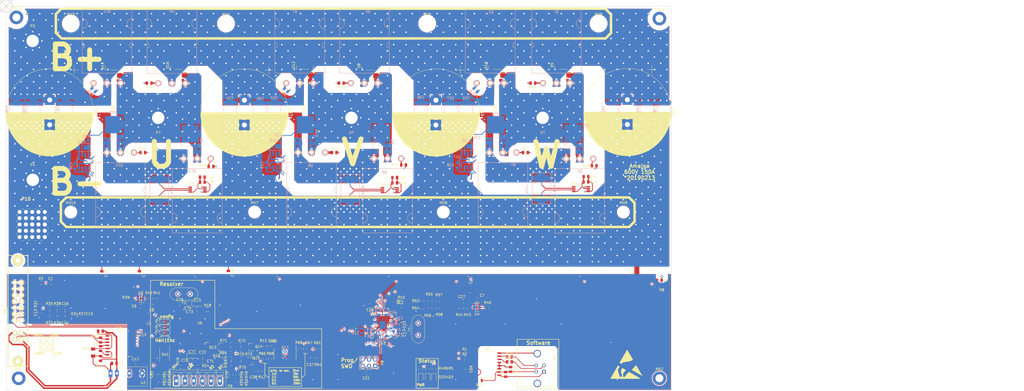
<source format=kicad_pcb>
(kicad_pcb (version 20171130) (host pcbnew "(5.0.2)-1")
  (layers (0 "F.Cu_(top)" signal) (1 inner_layer1 power) (2 inner_layer2 power) (3 "inner_layer3_(GND)" signal) (4 "inner_layer4_(Sig)" signal) (31 "B.Cu_(GND_bottom)" power) (34 B.Paste user) (35 F.Paste user) (36 B.SilkS user) (37 F.SilkS user) (38 B.Mask user) (39 F.Mask user) (44 Edge.Cuts user))
  (net 0 "")
  (net 1 +12VA)
  (net 2 Earth)
  (net 3 GND)
  (net 4 /MCU/SERVO)
  (net 5 "/Mosfet driver/H1_LOW")
  (net 6 "/Mosfet driver/H3_LOW")
  (net 7 "Net-(C9-Pad1)")
  (net 8 "Net-(C10-Pad2)")
  (net 9 +3V3)
  (net 10 /Filters/TEMP_IN)
  (net 11 "Net-(C17-Pad1)")
  (net 12 "Net-(C18-Pad1)")
  (net 13 "Net-(C19-Pad1)")
  (net 14 NRST)
  (net 15 "Net-(C22-Pad1)")
  (net 16 "Net-(C31-Pad1)")
  (net 17 "Net-(C32-Pad1)")
  (net 18 +5V)
  (net 19 "Net-(D2-Pad1)")
  (net 20 "Net-(D3-Pad1)")
  (net 21 "Net-(D4-Pad1)")
  (net 22 "/CAN bus transceiver/CAN_RX")
  (net 23 "/CAN bus transceiver/CAN_TX")
  (net 24 "/CAN bus transceiver/CANL")
  (net 25 "/CAN bus transceiver/CANH")
  (net 26 /MCU/BR_SO1)
  (net 27 /MCU/BR_SO2)
  (net 28 +BATT)
  (net 29 SWCLK)
  (net 30 SWDIO)
  (net 31 "Net-(Q3-Pad1)")
  (net 32 "Net-(Q4-Pad1)")
  (net 33 "Net-(Q7-Pad1)")
  (net 34 "Net-(Q8-Pad1)")
  (net 35 "Net-(Q11-Pad1)")
  (net 36 "Net-(Q12-Pad1)")
  (net 37 "Net-(P2-Pad19)")
  (net 38 /MCU/LED_GREEN)
  (net 39 /MCU/LED_RED)
  (net 40 /MCU/SENS1)
  (net 41 /MCU/SENS2)
  (net 42 /MCU/SENS3)
  (net 43 /MCU/SCK_ADC_EXT)
  (net 44 /MCU/MISO_ADC_EXT2)
  (net 45 "/Mosfet driver/H2_LOW")
  (net 46 /MCU/BR_SO3)
  (net 47 "Net-(C9-Pad2)")
  (net 48 "Net-(R2-Pad2)")
  (net 49 /USB-Isolator/DD-)
  (net 50 "Net-(R1-Pad2)")
  (net 51 /USB-Isolator/DD+)
  (net 52 /USB-Isolator/VBUS1)
  (net 53 /USB-Isolator/GND1)
  (net 54 "Net-(C68-Pad1)")
  (net 55 /USB-Isolator/UD-)
  (net 56 /USB-Isolator/UD+)
  (net 57 "Net-(R63-Pad1)")
  (net 58 "Net-(R62-Pad1)")
  (net 59 "Net-(Q1-Pad1)")
  (net 60 "Net-(Q2-Pad1)")
  (net 61 "Net-(Q5-Pad1)")
  (net 62 "Net-(Q6-Pad1)")
  (net 63 "Net-(Q9-Pad1)")
  (net 64 "Net-(Q10-Pad1)")
  (net 65 "Net-(R40-Pad1)")
  (net 66 "Net-(R41-Pad1)")
  (net 67 "Net-(R39-Pad1)")
  (net 68 /Resolver/R2)
  (net 69 "Net-(Q14-Pad2)")
  (net 70 "Net-(R43-Pad1)")
  (net 71 "/Mosfet driver/H3_out")
  (net 72 "/Mosfet driver/H1_out")
  (net 73 "Net-(R67-Pad1)")
  (net 74 "/Resolver/Buffer Circuit R2D/EXC")
  (net 75 "Net-(R68-Pad2)")
  (net 76 "Net-(Q13-Pad1)")
  (net 77 "Net-(R69-Pad2)")
  (net 78 "Net-(Q14-Pad1)")
  (net 79 "Net-(Q15-Pad1)")
  (net 80 "Net-(R73-Pad2)")
  (net 81 "/Mosfet driver/H2_out")
  (net 82 /Resolver/R1)
  (net 83 "Net-(Q16-Pad2)")
  (net 84 "/Mosfet driver/L1_out")
  (net 85 "Net-(R65-Pad1)")
  (net 86 "Net-(R66-Pad2)")
  (net 87 "/Resolver/Buffer Circuit R2D/*EXC")
  (net 88 "Net-(Q16-Pad1)")
  (net 89 "Net-(C7-Pad2)")
  (net 90 "Net-(C7-Pad1)")
  (net 91 "Net-(C6-Pad1)")
  (net 92 "Net-(C6-Pad2)")
  (net 93 "Net-(C33-Pad1)")
  (net 94 "Net-(C75-Pad1)")
  (net 95 "Net-(C76-Pad1)")
  (net 96 "/Resolver/Sin(S1)")
  (net 97 "/Resolver/SinLO(S3)")
  (net 98 "/Resolver/CosLO(S6)")
  (net 99 "/Resolver/Cos(S2)")
  (net 100 "Net-(C71-Pad1)")
  (net 101 /MCU/H3_pwm)
  (net 102 /MCU/L3_pwm)
  (net 103 /MCU/L2_pwm)
  (net 104 /MCU/H2_pwm)
  (net 105 /MCU/L1_pwm)
  (net 106 /MCU/H1_pwm)
  (net 107 "SPI1_MISO(R2D)")
  (net 108 H2_VS)
  (net 109 H3_VS)
  (net 110 H1_VS)
  (net 111 "/Mosfet driver/L3_out")
  (net 112 "/Mosfet driver/L2_out")
  (net 113 /MCU/Temp_Platine)
  (net 114 /MCU/CAN_VSS_Sense)
  (net 115 /MCU/RX_SDA_NSS)
  (net 116 /MCU/TX_SCL_MOSI)
  (net 117 /MCU/U_Bat)
  (net 118 "SPI1_MOSI(R2D)")
  (net 119 /Resolver/RD)
  (net 120 +15V)
  (net 121 GNDPWR)
  (net 122 /Resolver/*CS)
  (net 123 /Resolver/*RDvel)
  (net 124 "Net-(Q15-Pad2)")
  (net 125 "Net-(C38-Pad2)")
  (net 126 "Net-(C40-Pad2)")
  (net 127 "Net-(C37-Pad1)")
  (net 128 "Net-(Q13-Pad2)")
  (net 129 "A(enc)")
  (net 130 "B(enc)")
  (net 131 "NM(enc)")
  (net 132 "dir(enc)")
  (net 133 /Filters/HALL3_IN)
  (net 134 /Filters/HALL1_OUT)
  (net 135 /Filters/HALL1_IN)
  (net 136 /Filters/HALL2_IN)
  (net 137 /Filters/HALL2_OUT)
  (net 138 /Filters/HALL3_OUT)
  (net 139 /MCU/HALL_1)
  (net 140 /MCU/HALL_2)
  (net 141 /MCU/HALL_3)
  (net 142 "Net-(SW1-Pad2)")
  (net 143 "Net-(SW1-Pad1)")
  (net 144 "Net-(IC1-Pad10)")
  (net 145 "SPI1_SCK_(R2D)")
  (net 146 "Net-(U1-Pad33)")
  (net 147 "Net-(U1-Pad28)")
  (net 148 "Net-(U1-Pad25)")
  (net 149 "Net-(U1-Pad4)")
  (net 150 "Net-(U1-Pad3)")
  (net 151 "Net-(U6-Pad44)")
  (net 152 "Net-(U6-Pad33)")
  (net 153 "Net-(U6-Pad30)")
  (net 154 "Net-(U6-Pad29)")
  (net 155 "Net-(U6-Pad24)")
  (net 156 "Net-(U6-Pad20)")
  (net 157 "Net-(U6-Pad19)")
  (net 158 "Net-(U6-Pad18)")
  (net 159 "Net-(U6-Pad15)")
  (net 160 "Net-(U6-Pad14)")
  (net 161 "Net-(U6-Pad13)")
  (net 162 "Net-(U6-Pad12)")
  (net 163 "Net-(U6-Pad11)")
  (net 164 "Net-(U6-Pad10)")
  (net 165 "Net-(U6-Pad9)")
  (net 166 "Net-(P8-Pad6)")
  (net 167 COS_analog_RES)
  (net 168 SIN_analog_RES)
  (net 169 "Net-(U1-Pad2)")
  (module alexmod:CSS3920 (layer "B.Cu_(GND_bottom)") (at 230.4 86 90)
    (fp_text reference R48 (at 0 5.25 90) (layer B.SilkS) (effects (justify mirror)))
    (fp_text value CSS2H-3920R-L500)
    (pad 1 smd rect (at -4.15 0 90) (size 2.7 6.2) (layers "B.Cu_(GND_bottom)" B.Mask) (net 121 GNDPWR))
    (pad 2 smd rect (at 4.15 0 90) (size 2.7 6.2) (layers "B.Cu_(GND_bottom)" B.Mask) (net 5 "/Mosfet driver/H1_LOW"))
  )
  (module Capacitor_SMD:C_0805_2012Metric (layer "F.Cu_(top)") (at 75 161 90)
    (fp_text reference C80 (at 0 -1.65 90) (layer F.SilkS))
    (fp_text value 10nF)
    (pad 1 smd roundrect (at -0.9375 0 90) (size 0.975 1.4) (layers "F.Cu_(top)" F.Paste F.Mask) (net 97 "/Resolver/SinLO(S3)"))
    (pad 2 smd roundrect (at 0.9375 0 90) (size 0.975 1.4) (layers "F.Cu_(top)" F.Paste F.Mask) (net 168 SIN_analog_RES))
  )
  (module Resistor_SMD:R_0805_2012Metric (layer "F.Cu_(top)") (at 77 161 270)
    (fp_text reference R51 (at 0 -1.65 270) (layer F.SilkS))
    (fp_text value 50k)
    (pad 2 smd roundrect (at 0.9375 0 270) (size 0.975 1.4) (layers "F.Cu_(top)" F.Paste F.Mask) (net 97 "/Resolver/SinLO(S3)"))
    (pad 1 smd roundrect (at -0.9375 0 270) (size 0.975 1.4) (layers "F.Cu_(top)" F.Paste F.Mask) (net 18 +5V))
  )
  (module Resistor_SMD:R_0805_2012Metric (layer "F.Cu_(top)") (at 77 164.0625 270)
    (fp_text reference R52 (at 0 -1.65 270) (layer F.SilkS))
    (fp_text value 50k)
    (pad 1 smd roundrect (at -0.9375 0 270) (size 0.975 1.4) (layers "F.Cu_(top)" F.Paste F.Mask) (net 97 "/Resolver/SinLO(S3)"))
    (pad 2 smd roundrect (at 0.9375 0 270) (size 0.975 1.4) (layers "F.Cu_(top)" F.Paste F.Mask) (net 3 GND))
  )
  (module Resistor_SMD:R_0805_2012Metric (layer "F.Cu_(top)") (at 79 161 270)
    (fp_text reference R59 (at 0 -1.65 270) (layer F.SilkS))
    (fp_text value 50k)
    (pad 2 smd roundrect (at 0.9375 0 270) (size 0.975 1.4) (layers "F.Cu_(top)" F.Paste F.Mask) (net 96 "/Resolver/Sin(S1)"))
    (pad 1 smd roundrect (at -0.9375 0 270) (size 0.975 1.4) (layers "F.Cu_(top)" F.Paste F.Mask) (net 18 +5V))
  )
  (module Resistor_SMD:R_0805_2012Metric (layer "F.Cu_(top)") (at 79 164.0625 270)
    (fp_text reference R60 (at 0 -1.65 270) (layer F.SilkS))
    (fp_text value 50k)
    (pad 1 smd roundrect (at -0.9375 0 270) (size 0.975 1.4) (layers "F.Cu_(top)" F.Paste F.Mask) (net 96 "/Resolver/Sin(S1)"))
    (pad 2 smd roundrect (at 0.9375 0 270) (size 0.975 1.4) (layers "F.Cu_(top)" F.Paste F.Mask) (net 3 GND))
  )
  (module Capacitor_SMD:C_0805_2012Metric (layer "F.Cu_(top)") (at 105.4 161.0625 90)
    (fp_text reference C79 (at 0 -1.65 90) (layer F.SilkS))
    (fp_text value 10nF)
    (pad 1 smd roundrect (at -0.9375 0 90) (size 0.975 1.4) (layers "F.Cu_(top)" F.Paste F.Mask) (net 99 "/Resolver/Cos(S2)"))
    (pad 2 smd roundrect (at 0.9375 0 90) (size 0.975 1.4) (layers "F.Cu_(top)" F.Paste F.Mask) (net 167 COS_analog_RES))
  )
  (module Resistor_SMD:R_0805_2012Metric (layer "F.Cu_(top)") (at 110 164.1625 270)
    (fp_text reference R50 (at 0 -1.65 270) (layer F.SilkS))
    (fp_text value 50k)
    (pad 2 smd roundrect (at 0.9375 0 270) (size 0.975 1.4) (layers "F.Cu_(top)" F.Paste F.Mask) (net 3 GND))
    (pad 1 smd roundrect (at -0.9375 0 270) (size 0.975 1.4) (layers "F.Cu_(top)" F.Paste F.Mask) (net 98 "/Resolver/CosLO(S6)"))
  )
  (module Resistor_SMD:R_0805_2012Metric (layer "F.Cu_(top)") (at 110 161.0625 270)
    (fp_text reference R49 (at 0 -1.65 270) (layer F.SilkS))
    (fp_text value 50k)
    (pad 1 smd roundrect (at -0.9375 0 270) (size 0.975 1.4) (layers "F.Cu_(top)" F.Paste F.Mask) (net 18 +5V))
    (pad 2 smd roundrect (at 0.9375 0 270) (size 0.975 1.4) (layers "F.Cu_(top)" F.Paste F.Mask) (net 98 "/Resolver/CosLO(S6)"))
  )
  (module Resistor_SMD:R_0805_2012Metric (layer "F.Cu_(top)") (at 108 161.0625 270)
    (fp_text reference R46 (at 0 -1.65 270) (layer F.SilkS))
    (fp_text value 50k)
    (pad 2 smd roundrect (at 0.9375 0 270) (size 0.975 1.4) (layers "F.Cu_(top)" F.Paste F.Mask) (net 99 "/Resolver/Cos(S2)"))
    (pad 1 smd roundrect (at -0.9375 0 270) (size 0.975 1.4) (layers "F.Cu_(top)" F.Paste F.Mask) (net 18 +5V))
  )
  (module Resistor_SMD:R_0805_2012Metric (layer "F.Cu_(top)") (at 108 164.1125 270)
    (fp_text reference R25 (at 0 -1.65 270) (layer F.SilkS))
    (fp_text value 50k)
    (pad 1 smd roundrect (at -0.9375 0 270) (size 0.975 1.4) (layers "F.Cu_(top)" F.Paste F.Mask) (net 99 "/Resolver/Cos(S2)"))
    (pad 2 smd roundrect (at 0.9375 0 270) (size 0.975 1.4) (layers "F.Cu_(top)" F.Paste F.Mask) (net 3 GND))
  )
  (module Resistor_SMD:R_0805_2012Metric (layer "F.Cu_(top)") (at 85 157.9)
    (fp_text reference R19 (at -1 -2.3 90) (layer F.SilkS))
    (fp_text value 68k)
    (pad 2 smd roundrect (at 0.9375 0) (size 0.975 1.4) (layers "F.Cu_(top)" F.Paste F.Mask) (net 97 "/Resolver/SinLO(S3)"))
    (pad 1 smd roundrect (at -0.9375 0) (size 0.975 1.4) (layers "F.Cu_(top)" F.Paste F.Mask) (net 96 "/Resolver/Sin(S1)"))
  )
  (module Resistor_SMD:R_0805_2012Metric (layer "F.Cu_(top)") (at 92.0375 157.9)
    (fp_text reference R24 (at 3.1625 -0.4 180) (layer F.SilkS))
    (fp_text value 68k)
    (pad 1 smd roundrect (at -0.9375 0) (size 0.975 1.4) (layers "F.Cu_(top)" F.Paste F.Mask) (net 98 "/Resolver/CosLO(S6)"))
    (pad 2 smd roundrect (at 0.9375 0) (size 0.975 1.4) (layers "F.Cu_(top)" F.Paste F.Mask) (net 99 "/Resolver/Cos(S2)"))
  )
  (module Housings_SOIC:SOIC-14_3.9x8.7mm_Pitch1.27mm (layer "F.Cu_(top)") (at 127.16 152.7 270)
    (fp_text reference U10 (at -5.12 4.78) (layer F.SilkS))
    (fp_text value AD8664ARZ)
    (pad 1 smd rect (at -2.7 -3.81 270) (size 1.5 0.6) (layers "F.Cu_(top)" F.Paste F.Mask) (net 75 "Net-(R68-Pad2)"))
    (pad 2 smd rect (at -2.7 -2.54 270) (size 1.5 0.6) (layers "F.Cu_(top)" F.Paste F.Mask) (net 73 "Net-(R67-Pad1)"))
    (pad 3 smd rect (at -2.7 -1.27 270) (size 1.5 0.6) (layers "F.Cu_(top)" F.Paste F.Mask) (net 127 "Net-(C37-Pad1)"))
    (pad 4 smd rect (at -2.7 0 270) (size 1.5 0.6) (layers "F.Cu_(top)" F.Paste F.Mask) (net 120 +15V))
    (pad 5 smd rect (at -2.7 1.27 270) (size 1.5 0.6) (layers "F.Cu_(top)" F.Paste F.Mask) (net 75 "Net-(R68-Pad2)"))
    (pad 6 smd rect (at -2.7 2.54 270) (size 1.5 0.6) (layers "F.Cu_(top)" F.Paste F.Mask) (net 126 "Net-(C40-Pad2)"))
    (pad 7 smd rect (at -2.7 3.81 270) (size 1.5 0.6) (layers "F.Cu_(top)" F.Paste F.Mask) (net 77 "Net-(R69-Pad2)"))
    (pad 8 smd rect (at 2.7 3.81 270) (size 1.5 0.6) (layers "F.Cu_(top)" F.Paste F.Mask) (net 86 "Net-(R66-Pad2)"))
    (pad 9 smd rect (at 2.7 2.54 270) (size 1.5 0.6) (layers "F.Cu_(top)" F.Paste F.Mask) (net 85 "Net-(R65-Pad1)"))
    (pad 10 smd rect (at 2.7 1.27 270) (size 1.5 0.6) (layers "F.Cu_(top)" F.Paste F.Mask) (net 127 "Net-(C37-Pad1)"))
    (pad 11 smd rect (at 2.7 0 270) (size 1.5 0.6) (layers "F.Cu_(top)" F.Paste F.Mask) (net 3 GND))
    (pad 12 smd rect (at 2.7 -1.27 270) (size 1.5 0.6) (layers "F.Cu_(top)" F.Paste F.Mask) (net 86 "Net-(R66-Pad2)"))
    (pad 13 smd rect (at 2.7 -2.54 270) (size 1.5 0.6) (layers "F.Cu_(top)" F.Paste F.Mask) (net 125 "Net-(C38-Pad2)"))
    (pad 14 smd rect (at 2.7 -3.81 270) (size 1.5 0.6) (layers "F.Cu_(top)" F.Paste F.Mask) (net 80 "Net-(R73-Pad2)"))
  )
  (module Mounting_Holes:MountingHole_3.2mm_M3_ISO14580 (layer "F.Cu_(top)") (at 40.9 95.5)
    (fp_text reference MH10 (at 0 -3.75) (layer F.SilkS))
    (fp_text value MountingHole)
    (pad 1 np_thru_hole circle (at 0 0) (size 3.2 3.2) (drill 3.2) (layers *.Cu *.Mask))
  )
  (module Mounting_Holes:MountingHole_3.2mm_M3_ISO14580 (layer "F.Cu_(top)") (at 263.4 95.5)
    (fp_text reference MH9 (at 0 -3.75) (layer F.SilkS))
    (fp_text value MountingHole)
    (pad 1 np_thru_hole circle (at 0 0) (size 3.2 3.2) (drill 3.2) (layers *.Cu *.Mask))
  )
  (module Mounting_Holes:MountingHole_3.2mm_M3_ISO14580 (layer "F.Cu_(top)") (at 190.9 95.5)
    (fp_text reference MH8 (at 0 -3.75) (layer F.SilkS))
    (fp_text value MountingHole)
    (pad 1 np_thru_hole circle (at 0 0) (size 3.2 3.2) (drill 3.2) (layers *.Cu *.Mask))
  )
  (module Mounting_Holes:MountingHole_3.2mm_M3_ISO14580 (layer "F.Cu_(top)") (at 114.9 95.5)
    (fp_text reference MH7 (at 0 -3.75) (layer F.SilkS))
    (fp_text value MountingHole)
    (pad 1 np_thru_hole circle (at 0 0) (size 3.2 3.2) (drill 3.2) (layers *.Cu *.Mask))
  )
  (module Mounting_Holes:MountingHole_3.2mm_M3_ISO14580 (layer "F.Cu_(top)") (at 253.4 19.5)
    (fp_text reference MH6 (at 0 -3.75) (layer F.SilkS))
    (fp_text value MountingHole)
    (pad 1 np_thru_hole circle (at 0 0) (size 3.2 3.2) (drill 3.2) (layers *.Cu *.Mask))
  )
  (module Mounting_Holes:MountingHole_3.2mm_M3_ISO14580 (layer "F.Cu_(top)") (at 184.4 19.5)
    (fp_text reference MH5 (at 0 -3.75) (layer F.SilkS))
    (fp_text value MountingHole)
    (pad 1 np_thru_hole circle (at 0 0) (size 3.2 3.2) (drill 3.2) (layers *.Cu *.Mask))
  )
  (module Mounting_Holes:MountingHole_3.2mm_M3_ISO14580 (layer "F.Cu_(top)") (at 103.4 19.5)
    (fp_text reference MH4 (at 0 -3.75) (layer F.SilkS))
    (fp_text value MountingHole)
    (pad 1 np_thru_hole circle (at 0 0) (size 3.2 3.2) (drill 3.2) (layers *.Cu *.Mask))
  )
  (module Mounting_Holes:MountingHole_3.2mm_M3_ISO14580 (layer "F.Cu_(top)") (at 40.9 19.5)
    (fp_text reference MH3 (at 0 -3.75) (layer F.SilkS))
    (fp_text value MountingHole)
    (pad 1 np_thru_hole circle (at 0 0) (size 3.2 3.2) (drill 3.2) (layers *.Cu *.Mask))
  )
  (module Mounting_Holes:MountingHole_3.2mm_M3_ISO14580_Pad (layer "F.Cu_(top)") (at 277.9 162.5)
    (fp_text reference MH2 (at 0 -3.75) (layer F.SilkS))
    (fp_text value MountingHole)
    (pad 1 thru_hole circle (at 0 0) (size 5.5 5.5) (drill 3.2) (layers *.Cu *.Mask))
  )
  (module Mounting_Holes:MountingHole_3.2mm_M3_ISO14580_Pad (layer "F.Cu_(top)") (at 277.9 17.5)
    (fp_text reference MH12 (at 0 -3.75) (layer F.SilkS))
    (fp_text value MountingHole)
    (pad 1 thru_hole circle (at 0 0) (size 5.5 5.5) (drill 3.2) (layers *.Cu *.Mask))
  )
  (module Mounting_Holes:MountingHole_3.2mm_M3_ISO14580_Pad (layer "F.Cu_(top)") (at 19 17)
    (fp_text reference MH11 (at 0 -3.75) (layer F.SilkS))
    (fp_text value MountingHole)
    (pad 1 thru_hole circle (at 0 0) (size 5.5 5.5) (drill 3.2) (layers *.Cu *.Mask))
  )
  (module Mounting_Holes:MountingHole_3.2mm_M3_ISO14580_Pad (layer "F.Cu_(top)") (at 19.9 162.5)
    (fp_text reference MH1 (at 0 -3.75) (layer F.SilkS))
    (fp_text value MountingHole)
    (pad 1 thru_hole circle (at 0 0) (size 5.5 5.5) (drill 3.2) (layers *.Cu *.Mask))
  )
  (module Capacitor_SMD:C_0805_2012Metric (layer "F.Cu_(top)") (at 52.837501 143.5 180)
    (fp_text reference C10 (at 0 -1.65 180) (layer F.SilkS))
    (fp_text value 10u)
    (pad 1 smd roundrect (at -0.9375 0 180) (size 0.975 1.4) (layers "F.Cu_(top)" F.Paste F.Mask) (net 2 Earth))
    (pad 2 smd roundrect (at 0.9375 0 180) (size 0.975 1.4) (layers "F.Cu_(top)" F.Paste F.Mask) (net 8 "Net-(C10-Pad2)"))
  )
  (module Capacitor_THT:CP_Radial_D35.0mm_P10.00mm_SnapIn (layer "F.Cu_(top)") (at 110.8 50.4 270)
    (fp_text reference C53 (at 5 -18.75 270) (layer F.SilkS))
    (fp_text value "470u 600V")
    (pad 2 thru_hole circle (at 10 0 270) (size 4 4) (drill 2) (layers *.Cu *.Mask) (net 121 GNDPWR))
    (pad 1 thru_hole rect (at 0 0 270) (size 4 4) (drill 2) (layers *.Cu *.Mask) (net 28 +BATT))
  )
  (module Capacitor_THT:CP_Radial_D35.0mm_P10.00mm_SnapIn (layer "F.Cu_(top)") (at 32.4 50.3 270)
    (fp_text reference C50 (at 5 -18.75 270) (layer F.SilkS))
    (fp_text value "470u 600V")
    (pad 1 thru_hole rect (at 0 0 270) (size 4 4) (drill 2) (layers *.Cu *.Mask) (net 28 +BATT))
    (pad 2 thru_hole circle (at 10 0 270) (size 4 4) (drill 2) (layers *.Cu *.Mask) (net 121 GNDPWR))
  )
  (module Capacitor_THT:CP_Radial_D35.0mm_P10.00mm_SnapIn (layer "F.Cu_(top)") (at 187.9 50.4 270)
    (fp_text reference C51 (at 5 -18.75 270) (layer F.SilkS))
    (fp_text value "470u 600V")
    (pad 2 thru_hole circle (at 10 0 270) (size 4 4) (drill 2) (layers *.Cu *.Mask) (net 121 GNDPWR))
    (pad 1 thru_hole rect (at 0 0 270) (size 4 4) (drill 2) (layers *.Cu *.Mask) (net 28 +BATT))
  )
  (module Capacitor_THT:CP_Radial_D35.0mm_P10.00mm_SnapIn (layer "F.Cu_(top)") (at 265 50.2 270)
    (fp_text reference C34 (at 5 -18.75 270) (layer F.SilkS))
    (fp_text value "470u 600V")
    (pad 1 thru_hole rect (at 0 0 270) (size 4 4) (drill 2) (layers *.Cu *.Mask) (net 28 +BATT))
    (pad 2 thru_hole circle (at 10 0 270) (size 4 4) (drill 2) (layers *.Cu *.Mask) (net 121 GNDPWR))
  )
  (module Resistors_SMD:R_0805 (layer "F.Cu_(top)") (at 95.94 134.74)
    (fp_text reference R18 (at 0 -1.65) (layer F.SilkS))
    (fp_text value 10k)
    (pad 1 smd rect (at -0.95 0) (size 0.7 1.3) (layers "F.Cu_(top)" F.Paste F.Mask) (net 18 +5V))
    (pad 2 smd rect (at 0.95 0) (size 0.7 1.3) (layers "F.Cu_(top)" F.Paste F.Mask) (net 123 /Resolver/*RDvel))
  )
  (module Buttons_Switches_SMD:SW_DIP_x2_W5.08mm_Slide_Copal_CHS-A (layer "F.Cu_(top)") (at 78.7 152.9 270)
    (fp_text reference SW1 (at 0 -0.2) (layer F.SilkS))
    (fp_text value SW_DIP_x02)
    (pad 1 smd rect (at -2.54 -0.635 270) (size 1.6 0.76) (layers "F.Cu_(top)" F.Paste F.Mask) (net 143 "Net-(SW1-Pad1)"))
    (pad 3 smd rect (at 2.54 0.635 270) (size 1.6 0.76) (layers "F.Cu_(top)" F.Paste F.Mask) (net 3 GND))
    (pad 2 smd rect (at -2.54 0.635 270) (size 1.6 0.76) (layers "F.Cu_(top)" F.Paste F.Mask) (net 142 "Net-(SW1-Pad2)"))
    (pad 4 smd rect (at 2.54 -0.635 270) (size 1.6 0.76) (layers "F.Cu_(top)" F.Paste F.Mask) (net 3 GND))
  )
  (module Resistors_SMD:R_0805 (layer "F.Cu_(top)") (at 205.4 163.4)
    (fp_text reference R11 (at 0.1 1.8) (layer F.SilkS))
    (fp_text value 1Meg)
    (pad 1 smd rect (at -0.95 0) (size 0.7 1.3) (layers "F.Cu_(top)" F.Paste F.Mask) (net 3 GND))
    (pad 2 smd rect (at 0.95 0) (size 0.7 1.3) (layers "F.Cu_(top)" F.Paste F.Mask) (net 53 /USB-Isolator/GND1))
  )
  (module Symbols:ESD-Logo_13.2x12mm_SilkScreen (layer "F.Cu_(top)") (at 264.6 156.8)
    (fp_text reference SYM1 hide)
    (fp_text value SYM_ESD_Small hide)
  )
  (module Mounting_Holes:MountingHole_5mm_Pad_Via (layer "F.Cu_(top)") (at 25.6 82.5)
    (fp_text reference P4 (at 0 -6) (layer F.SilkS))
    (fp_text value IN-)
    (pad 1 thru_hole circle (at 0 0) (size 10 10) (drill 5) (layers *.Cu *.Mask) (net 121 GNDPWR))
    (pad 1 thru_hole circle (at 3.75 0) (size 0.9 0.9) (drill 0.6) (layers *.Cu *.Mask) (net 121 GNDPWR))
    (pad 1 thru_hole circle (at 2.65165 2.65165) (size 0.9 0.9) (drill 0.6) (layers *.Cu *.Mask) (net 121 GNDPWR))
    (pad 1 thru_hole circle (at 0 3.75) (size 0.9 0.9) (drill 0.6) (layers *.Cu *.Mask) (net 121 GNDPWR))
    (pad 1 thru_hole circle (at -2.65165 2.65165) (size 0.9 0.9) (drill 0.6) (layers *.Cu *.Mask) (net 121 GNDPWR))
    (pad 1 thru_hole circle (at -3.75 0) (size 0.9 0.9) (drill 0.6) (layers *.Cu *.Mask) (net 121 GNDPWR))
    (pad 1 thru_hole circle (at -2.65165 -2.65165) (size 0.9 0.9) (drill 0.6) (layers *.Cu *.Mask) (net 121 GNDPWR))
    (pad 1 thru_hole circle (at 0 -3.75) (size 0.9 0.9) (drill 0.6) (layers *.Cu *.Mask) (net 121 GNDPWR))
    (pad 1 thru_hole circle (at 2.65165 -2.65165) (size 0.9 0.9) (drill 0.6) (layers *.Cu *.Mask) (net 121 GNDPWR))
  )
  (module Mounting_Holes:MountingHole_5mm_Pad_Via (layer "F.Cu_(top)") (at 25.53 26.5)
    (fp_text reference P3 (at 0 -6) (layer F.SilkS))
    (fp_text value IN+)
    (pad 1 thru_hole circle (at 2.65165 -2.65165) (size 0.9 0.9) (drill 0.6) (layers *.Cu *.Mask) (net 28 +BATT))
    (pad 1 thru_hole circle (at 0 -3.75) (size 0.9 0.9) (drill 0.6) (layers *.Cu *.Mask) (net 28 +BATT))
    (pad 1 thru_hole circle (at -2.65165 -2.65165) (size 0.9 0.9) (drill 0.6) (layers *.Cu *.Mask) (net 28 +BATT))
    (pad 1 thru_hole circle (at -3.75 0) (size 0.9 0.9) (drill 0.6) (layers *.Cu *.Mask) (net 28 +BATT))
    (pad 1 thru_hole circle (at -2.65165 2.65165) (size 0.9 0.9) (drill 0.6) (layers *.Cu *.Mask) (net 28 +BATT))
    (pad 1 thru_hole circle (at 0 3.75) (size 0.9 0.9) (drill 0.6) (layers *.Cu *.Mask) (net 28 +BATT))
    (pad 1 thru_hole circle (at 2.65165 2.65165) (size 0.9 0.9) (drill 0.6) (layers *.Cu *.Mask) (net 28 +BATT))
    (pad 1 thru_hole circle (at 3.75 0) (size 0.9 0.9) (drill 0.6) (layers *.Cu *.Mask) (net 28 +BATT))
    (pad 1 thru_hole circle (at 0 0) (size 10 10) (drill 5) (layers *.Cu *.Mask) (net 28 +BATT))
  )
  (module Mounting_Holes:MountingHole_5mm_Pad_Via (layer "F.Cu_(top)") (at 76.1 57.5 180)
    (fp_text reference P7 (at 0 -6 180) (layer F.SilkS))
    (fp_text value MOTOR1)
    (pad 1 thru_hole circle (at 0 0 180) (size 10 10) (drill 5) (layers *.Cu *.Mask) (net 109 H3_VS))
    (pad 1 thru_hole circle (at 3.75 0 180) (size 0.9 0.9) (drill 0.6) (layers *.Cu *.Mask) (net 109 H3_VS))
    (pad 1 thru_hole circle (at 2.65165 2.65165 180) (size 0.9 0.9) (drill 0.6) (layers *.Cu *.Mask) (net 109 H3_VS))
    (pad 1 thru_hole circle (at 0 3.75 180) (size 0.9 0.9) (drill 0.6) (layers *.Cu *.Mask) (net 109 H3_VS))
    (pad 1 thru_hole circle (at -2.65165 2.65165 180) (size 0.9 0.9) (drill 0.6) (layers *.Cu *.Mask) (net 109 H3_VS))
    (pad 1 thru_hole circle (at -3.75 0 180) (size 0.9 0.9) (drill 0.6) (layers *.Cu *.Mask) (net 109 H3_VS))
    (pad 1 thru_hole circle (at -2.65165 -2.65165 180) (size 0.9 0.9) (drill 0.6) (layers *.Cu *.Mask) (net 109 H3_VS))
    (pad 1 thru_hole circle (at 0 -3.75 180) (size 0.9 0.9) (drill 0.6) (layers *.Cu *.Mask) (net 109 H3_VS))
    (pad 1 thru_hole circle (at 2.65165 -2.65165 180) (size 0.9 0.9) (drill 0.6) (layers *.Cu *.Mask) (net 109 H3_VS))
  )
  (module Mounting_Holes:MountingHole_5mm_Pad_Via (layer "B.Cu_(GND_bottom)") (at 153.9 57.5)
    (fp_text reference P6 (at 0 6) (layer B.SilkS) (effects (justify mirror)))
    (fp_text value MOTOR2)
    (pad 1 thru_hole circle (at 2.65165 2.65165) (size 0.9 0.9) (drill 0.6) (layers *.Cu *.Mask) (net 108 H2_VS))
    (pad 1 thru_hole circle (at 0 3.75) (size 0.9 0.9) (drill 0.6) (layers *.Cu *.Mask) (net 108 H2_VS))
    (pad 1 thru_hole circle (at -2.65165 2.65165) (size 0.9 0.9) (drill 0.6) (layers *.Cu *.Mask) (net 108 H2_VS))
    (pad 1 thru_hole circle (at -3.75 0) (size 0.9 0.9) (drill 0.6) (layers *.Cu *.Mask) (net 108 H2_VS))
    (pad 1 thru_hole circle (at -2.65165 -2.65165) (size 0.9 0.9) (drill 0.6) (layers *.Cu *.Mask) (net 108 H2_VS))
    (pad 1 thru_hole circle (at 0 -3.75) (size 0.9 0.9) (drill 0.6) (layers *.Cu *.Mask) (net 108 H2_VS))
    (pad 1 thru_hole circle (at 2.65165 -2.65165) (size 0.9 0.9) (drill 0.6) (layers *.Cu *.Mask) (net 108 H2_VS))
    (pad 1 thru_hole circle (at 3.75 0) (size 0.9 0.9) (drill 0.6) (layers *.Cu *.Mask) (net 108 H2_VS))
    (pad 1 thru_hole circle (at 0 0) (size 10 10) (drill 5) (layers *.Cu *.Mask) (net 108 H2_VS))
  )
  (module Mounting_Holes:MountingHole_5mm_Pad_Via (layer "B.Cu_(GND_bottom)") (at 230.9 57.5)
    (fp_text reference P5 (at 0 6) (layer B.SilkS) (effects (justify mirror)))
    (fp_text value MOTOR3)
    (pad 1 thru_hole circle (at 0 0) (size 10 10) (drill 5) (layers *.Cu *.Mask) (net 110 H1_VS))
    (pad 1 thru_hole circle (at 3.75 0) (size 0.9 0.9) (drill 0.6) (layers *.Cu *.Mask) (net 110 H1_VS))
    (pad 1 thru_hole circle (at 2.65165 -2.65165) (size 0.9 0.9) (drill 0.6) (layers *.Cu *.Mask) (net 110 H1_VS))
    (pad 1 thru_hole circle (at 0 -3.75) (size 0.9 0.9) (drill 0.6) (layers *.Cu *.Mask) (net 110 H1_VS))
    (pad 1 thru_hole circle (at -2.65165 -2.65165) (size 0.9 0.9) (drill 0.6) (layers *.Cu *.Mask) (net 110 H1_VS))
    (pad 1 thru_hole circle (at -3.75 0) (size 0.9 0.9) (drill 0.6) (layers *.Cu *.Mask) (net 110 H1_VS))
    (pad 1 thru_hole circle (at -2.65165 2.65165) (size 0.9 0.9) (drill 0.6) (layers *.Cu *.Mask) (net 110 H1_VS))
    (pad 1 thru_hole circle (at 0 3.75) (size 0.9 0.9) (drill 0.6) (layers *.Cu *.Mask) (net 110 H1_VS))
    (pad 1 thru_hole circle (at 2.65165 2.65165) (size 0.9 0.9) (drill 0.6) (layers *.Cu *.Mask) (net 110 H1_VS))
  )
  (module eigene_mod:redcube_250A_2 (layer "F.Cu_(top)") (at 25.5 100.5)
    (fp_text reference P10 (at -2.6 -10.3) (layer F.SilkS) (effects (font (size 1.27 1.27) (thickness 0.254))))
    (fp_text value IN- hide)
    (pad 1 thru_hole circle (at 4.95 5.08 90) (size 1.6 1.6) (drill 1.475) (layers *.Cu *.Mask F.SilkS) (net 121 GNDPWR))
    (pad 1 thru_hole circle (at 2.41 5.07 90) (size 1.6 1.6) (drill 1.475) (layers *.Cu *.Mask F.SilkS) (net 121 GNDPWR))
    (pad 1 thru_hole circle (at -0.13 5.07 90) (size 1.6 1.6) (drill 1.475) (layers *.Cu *.Mask F.SilkS) (net 121 GNDPWR))
    (pad 1 thru_hole circle (at -2.67 5.07 90) (size 1.6 1.6) (drill 1.475) (layers *.Cu *.Mask F.SilkS) (net 121 GNDPWR))
    (pad 1 thru_hole circle (at -5.21 5.07 90) (size 1.6 1.6) (drill 1.475) (layers *.Cu *.Mask F.SilkS) (net 121 GNDPWR))
    (pad 1 thru_hole circle (at -5.21 2.53 90) (size 1.6 1.6) (drill 1.475) (layers *.Cu *.Mask F.SilkS) (net 121 GNDPWR))
    (pad 1 thru_hole circle (at -2.67 2.53 90) (size 1.6 1.6) (drill 1.475) (layers *.Cu *.Mask F.SilkS) (net 121 GNDPWR))
    (pad 1 thru_hole circle (at -0.13 2.53 90) (size 1.6 1.6) (drill 1.475) (layers *.Cu *.Mask F.SilkS) (net 121 GNDPWR))
    (pad 1 thru_hole circle (at 2.41 2.53 90) (size 1.6 1.6) (drill 1.475) (layers *.Cu *.Mask F.SilkS) (net 121 GNDPWR))
    (pad 1 thru_hole circle (at 4.95 2.54 90) (size 1.6 1.6) (drill 1.475) (layers *.Cu *.Mask F.SilkS) (net 121 GNDPWR))
    (pad 1 thru_hole circle (at 4.95 0 90) (size 1.6 1.6) (drill 1.475) (layers *.Cu *.Mask F.SilkS) (net 121 GNDPWR))
    (pad 1 thru_hole circle (at -0.13 -0.01 90) (size 1.6 1.6) (drill 1.475) (layers *.Cu *.Mask F.SilkS) (net 121 GNDPWR))
    (pad 1 thru_hole circle (at -2.67 -0.01 90) (size 1.6 1.6) (drill 1.475) (layers *.Cu *.Mask F.SilkS) (net 121 GNDPWR))
    (pad 1 thru_hole circle (at -5.21 2.53 90) (size 1.6 1.6) (drill 1.475) (layers *.Cu *.Mask F.SilkS) (net 121 GNDPWR))
    (pad 1 thru_hole circle (at 4.95 0 90) (size 1.6 1.6) (drill 1.475) (layers *.Cu *.Mask F.SilkS) (net 121 GNDPWR))
    (pad 1 thru_hole circle (at 2.41 -0.01 90) (size 1.6 1.6) (drill 1.475) (layers *.Cu *.Mask F.SilkS) (net 121 GNDPWR))
    (pad 1 thru_hole circle (at -0.13 -0.01 90) (size 1.6 1.6) (drill 1.475) (layers *.Cu *.Mask F.SilkS) (net 121 GNDPWR))
    (pad 1 thru_hole circle (at -2.67 -0.01 90) (size 1.6 1.6) (drill 1.475) (layers *.Cu *.Mask F.SilkS) (net 121 GNDPWR))
    (pad 1 thru_hole circle (at -5.21 -0.01 90) (size 1.6 1.6) (drill 1.475) (layers *.Cu *.Mask F.SilkS) (net 121 GNDPWR))
    (pad 1 thru_hole circle (at 4.95 -2.55 90) (size 1.6 1.6) (drill 1.475) (layers *.Cu *.Mask F.SilkS) (net 121 GNDPWR))
    (pad 1 thru_hole circle (at 2.41 -2.55 90) (size 1.6 1.6) (drill 1.475) (layers *.Cu *.Mask F.SilkS) (net 121 GNDPWR))
    (pad 1 thru_hole circle (at -0.13 -2.55 90) (size 1.6 1.6) (drill 1.475) (layers *.Cu *.Mask F.SilkS) (net 121 GNDPWR))
    (pad 1 thru_hole circle (at -2.67 -2.55 90) (size 1.6 1.6) (drill 1.475) (layers *.Cu *.Mask F.SilkS) (net 121 GNDPWR))
    (pad 1 thru_hole circle (at -5.21 -2.55 90) (size 1.6 1.6) (drill 1.475) (layers *.Cu *.Mask F.SilkS) (net 121 GNDPWR))
    (pad 1 thru_hole circle (at 4.95 -5.05 90) (size 1.6 1.6) (drill 1.475) (layers *.Cu *.Mask F.SilkS) (net 121 GNDPWR))
    (pad 1 thru_hole circle (at 2.41 -5.05 90) (size 1.6 1.6) (drill 1.475) (layers *.Cu *.Mask F.SilkS) (net 121 GNDPWR))
    (pad 1 thru_hole circle (at -0.13 -5.05 90) (size 1.6 1.6) (drill 1.475) (layers *.Cu *.Mask F.SilkS) (net 121 GNDPWR))
    (pad 1 thru_hole circle (at -2.67 -5.05 90) (size 1.6 1.6) (drill 1.475) (layers *.Cu *.Mask F.SilkS) (net 121 GNDPWR))
    (pad 1 thru_hole circle (at -5.21 -5.05 90) (size 1.6 1.6) (drill 1.475) (layers *.Cu *.Mask F.SilkS) (net 121 GNDPWR))
  )
  (module eigene_mod:TO-264_flat_reverse_2 (layer "B.Cu_(GND_bottom)") (at 159.1 39.5 180)
    (fp_text reference Q5 (at -1.5 24.9 180) (layer B.SilkS) (effects (justify mirror)))
    (fp_text value IRFP4668PBF)
    (pad 3 thru_hole circle (at -5.46 -4 180) (size 2.5 2.5) (drill 1.42) (layers *.Cu *.Mask B.SilkS) (net 108 H2_VS) (clearance 0.1))
    (pad 2 thru_hole circle (at 0 -4 180) (size 2.5 2.5) (drill 1.42) (layers *.Cu *.Mask B.SilkS) (net 28 +BATT) (clearance 2.8))
    (pad 1 thru_hole circle (at 5.46 -4 180) (size 2.5 2.5) (drill 1.42) (layers *.Cu *.Mask B.SilkS) (net 61 "Net-(Q5-Pad1)") (clearance 1))
  )
  (module Inductors_SMD:L_Wuerth_MAPI-3020 (layer "F.Cu_(top)") (at 72.23 137.7 180)
    (fp_text reference L1 (at 0 -2.7 180) (layer F.SilkS))
    (fp_text value 4.7uH)
    (pad 2 smd rect (at 1.075 0 180) (size 1.35 3.4) (layers "F.Cu_(top)" F.Paste F.Mask) (net 91 "Net-(C6-Pad1)"))
    (pad 1 smd rect (at -1.075 0 180) (size 1.35 3.4) (layers "F.Cu_(top)" F.Paste F.Mask) (net 18 +5V))
  )
  (module Inductors_SMD:L_Wuerth_MAPI-3020 (layer "F.Cu_(top)") (at 201.9 126.4)
    (fp_text reference L2 (at 0 -2.7) (layer F.SilkS))
    (fp_text value 4.7uH)
    (pad 1 smd rect (at -1.075 0) (size 1.35 3.4) (layers "F.Cu_(top)" F.Paste F.Mask) (net 9 +3V3))
    (pad 2 smd rect (at 1.075 0) (size 1.35 3.4) (layers "F.Cu_(top)" F.Paste F.Mask) (net 90 "Net-(C7-Pad1)"))
  )
  (module Resistor_SMD:R_0805_2012Metric (layer "B.Cu_(GND_bottom)") (at 127.6 46.3 315)
    (fp_text reference R22 (at 0 1.65 315) (layer B.SilkS) (effects (justify mirror)))
    (fp_text value 1R)
    (pad 2 smd roundrect (at 0.937501 0 315) (size 0.975 1.4) (layers "B.Cu_(GND_bottom)" B.Paste B.Mask) (net 81 "/Mosfet driver/H2_out"))
    (pad 1 smd roundrect (at -0.937501 0 315) (size 0.975 1.4) (layers "B.Cu_(GND_bottom)" B.Paste B.Mask) (net 33 "Net-(Q7-Pad1)"))
  )
  (module Capacitor_SMD:C_2220_5650Metric (layer "B.Cu_(GND_bottom)") (at 279.9 53.95 270)
    (fp_text reference C78 (at 0 3.65 270) (layer B.SilkS) (effects (justify mirror)))
    (fp_text value "1u 600V")
    (pad 1 smd roundrect (at -2.55 0 270) (size 1.8 5.4) (layers "B.Cu_(GND_bottom)" B.Paste B.Mask) (roundrect_rratio 0.138889) (net 28 +BATT))
    (pad 2 smd roundrect (at 2.55 0 270) (size 1.8 5.4) (layers "B.Cu_(GND_bottom)" B.Paste B.Mask) (roundrect_rratio 0.138889) (net 121 GNDPWR))
  )
  (module Capacitor_SMD:C_2220_5650Metric (layer "F.Cu_(top)") (at 54.3 53.75 270)
    (fp_text reference C60 (at 0 -3.65 270) (layer F.SilkS))
    (fp_text value "1u 600V")
    (pad 2 smd roundrect (at 2.55 0 270) (size 1.8 5.4) (layers "F.Cu_(top)" F.Paste F.Mask) (roundrect_rratio 0.138889) (net 6 "/Mosfet driver/H3_LOW"))
    (pad 1 smd roundrect (at -2.55 0 270) (size 1.8 5.4) (layers "F.Cu_(top)" F.Paste F.Mask) (roundrect_rratio 0.138889) (net 28 +BATT))
  )
  (module Capacitor_SMD:C_2220_5650Metric (layer "B.Cu_(GND_bottom)") (at 272.9 53.95 270)
    (fp_text reference C63 (at 0 3.65 270) (layer B.SilkS) (effects (justify mirror)))
    (fp_text value "1u 600V")
    (pad 1 smd roundrect (at -2.55 0 270) (size 1.8 5.4) (layers "B.Cu_(GND_bottom)" B.Paste B.Mask) (roundrect_rratio 0.138889) (net 28 +BATT))
    (pad 2 smd roundrect (at 2.55 0 270) (size 1.8 5.4) (layers "B.Cu_(GND_bottom)" B.Paste B.Mask) (roundrect_rratio 0.138889) (net 121 GNDPWR))
  )
  (module Capacitor_SMD:C_2220_5650Metric (layer "B.Cu_(GND_bottom)") (at 258.9 53.95 270)
    (fp_text reference C61 (at 0 3.65 270) (layer B.SilkS) (effects (justify mirror)))
    (fp_text value "1u 600V")
    (pad 2 smd roundrect (at 2.55 0 270) (size 1.8 5.4) (layers "B.Cu_(GND_bottom)" B.Paste B.Mask) (roundrect_rratio 0.138889) (net 121 GNDPWR))
    (pad 1 smd roundrect (at -2.55 0 270) (size 1.8 5.4) (layers "B.Cu_(GND_bottom)" B.Paste B.Mask) (roundrect_rratio 0.138889) (net 28 +BATT))
  )
  (module Capacitor_SMD:C_2220_5650Metric (layer "F.Cu_(top)") (at 131.3 53.75 270)
    (fp_text reference C59 (at 0 -3.65 270) (layer F.SilkS))
    (fp_text value "1u 600V")
    (pad 1 smd roundrect (at -2.55 0 270) (size 1.8 5.4) (layers "F.Cu_(top)" F.Paste F.Mask) (roundrect_rratio 0.138889) (net 28 +BATT))
    (pad 2 smd roundrect (at 2.55 0 270) (size 1.8 5.4) (layers "F.Cu_(top)" F.Paste F.Mask) (roundrect_rratio 0.138889) (net 45 "/Mosfet driver/H2_LOW"))
  )
  (module Capacitor_SMD:C_2220_5650Metric (layer "F.Cu_(top)") (at 208.3 53.75 270)
    (fp_text reference C49 (at 0 -3.65 270) (layer F.SilkS))
    (fp_text value "1u 600V")
    (pad 2 smd roundrect (at 2.55 0 270) (size 1.8 5.4) (layers "F.Cu_(top)" F.Paste F.Mask) (roundrect_rratio 0.138889) (net 5 "/Mosfet driver/H1_LOW"))
    (pad 1 smd roundrect (at -2.55 0 270) (size 1.8 5.4) (layers "F.Cu_(top)" F.Paste F.Mask) (roundrect_rratio 0.138889) (net 28 +BATT))
  )
  (module Capacitor_SMD:C_0805_2012Metric (layer "F.Cu_(top)") (at 53.4 120.31 270)
    (fp_text reference C48 (at 0 -1.65 270) (layer F.SilkS))
    (fp_text value 100n)
    (pad 2 smd roundrect (at 0.9375 0 270) (size 0.975 1.4) (layers "F.Cu_(top)" F.Paste F.Mask) (net 3 GND))
    (pad 1 smd roundrect (at -0.9375 0 270) (size 0.975 1.4) (layers "F.Cu_(top)" F.Paste F.Mask) (net 121 GNDPWR))
  )
  (module Capacitor_SMD:C_0805_2012Metric (layer "F.Cu_(top)") (at 104.346 120.148 270)
    (fp_text reference C46 (at 0 -1.65 270) (layer F.SilkS))
    (fp_text value 100n)
    (pad 1 smd roundrect (at -0.9375 0 270) (size 0.975 1.4) (layers "F.Cu_(top)" F.Paste F.Mask) (net 121 GNDPWR))
    (pad 2 smd roundrect (at 0.9375 0 270) (size 0.975 1.4) (layers "F.Cu_(top)" F.Paste F.Mask) (net 3 GND))
  )
  (module Capacitor_SMD:C_0805_2012Metric (layer "F.Cu_(top)") (at 68.52 120.27 270)
    (fp_text reference C45 (at 0 -1.65 270) (layer F.SilkS))
    (fp_text value 100n)
    (pad 2 smd roundrect (at 0.9375 0 270) (size 0.975 1.4) (layers "F.Cu_(top)" F.Paste F.Mask) (net 3 GND))
    (pad 1 smd roundrect (at -0.9375 0 270) (size 0.975 1.4) (layers "F.Cu_(top)" F.Paste F.Mask) (net 121 GNDPWR))
  )
  (module Jumper:SolderJumper-3_P1.3mm_Bridged12_RoundedPad1.0x1.5mm (layer "F.Cu_(top)") (at 78.8 139.7 180)
    (fp_text reference JP3 (at 3 0.53 225) (layer F.SilkS))
    (fp_text value SolderJumper_3_Bridged12)
    (pad 2 smd rect (at 0 0 180) (size 1 1.5) (layers "F.Cu_(top)" F.Mask) (net 139 /MCU/HALL_1))
    (pad 3 smd custom (at 1.3 0 180) (size 1 0.5) (layers "F.Cu_(top)" F.Mask) (net 134 /Filters/HALL1_OUT) (options (clearance outline) (anchor rect)) (primitives (gr_circle (center 0 0.25) (end 0.5 0.25) (width 0)) (gr_circle (center 0 -0.25) (end 0.5 -0.25) (width 0)) (gr_poly (pts (xy -0.55 -0.75) (xy 0 -0.75) (xy 0 0.75) (xy -0.55 0.75)) (width 0))))
    (pad 1 smd custom (at -1.3 0 180) (size 1 0.5) (layers "F.Cu_(top)" F.Mask) (net 129 "A(enc)") (options (clearance outline) (anchor rect)) (primitives (gr_circle (center 0 0.25) (end 0.5 0.25) (width 0)) (gr_circle (center 0 -0.25) (end 0.5 -0.25) (width 0)) (gr_poly (pts (xy 0.55 -0.75) (xy 0 -0.75) (xy 0 0.75) (xy 0.55 0.75)) (width 0)) (gr_poly (pts (xy 0.4 -0.3) (xy 0.9 -0.3) (xy 0.9 0.3) (xy 0.4 0.3)) (width 0))))
  )
  (module Jumper:SolderJumper-3_P1.3mm_Bridged12_RoundedPad1.0x1.5mm (layer "F.Cu_(top)") (at 78.8 144.1 180)
    (fp_text reference JP1 (at 3.21 0.31 225) (layer F.SilkS))
    (fp_text value SolderJumper_3_Bridged12)
    (pad 1 smd custom (at -1.3 0 180) (size 1 0.5) (layers "F.Cu_(top)" F.Mask) (net 131 "NM(enc)") (options (clearance outline) (anchor rect)) (primitives (gr_circle (center 0 0.25) (end 0.5 0.25) (width 0)) (gr_circle (center 0 -0.25) (end 0.5 -0.25) (width 0)) (gr_poly (pts (xy 0.55 -0.75) (xy 0 -0.75) (xy 0 0.75) (xy 0.55 0.75)) (width 0)) (gr_poly (pts (xy 0.4 -0.3) (xy 0.9 -0.3) (xy 0.9 0.3) (xy 0.4 0.3)) (width 0))))
    (pad 3 smd custom (at 1.3 0 180) (size 1 0.5) (layers "F.Cu_(top)" F.Mask) (net 138 /Filters/HALL3_OUT) (options (clearance outline) (anchor rect)) (primitives (gr_circle (center 0 0.25) (end 0.5 0.25) (width 0)) (gr_circle (center 0 -0.25) (end 0.5 -0.25) (width 0)) (gr_poly (pts (xy -0.55 -0.75) (xy 0 -0.75) (xy 0 0.75) (xy -0.55 0.75)) (width 0))))
    (pad 2 smd rect (at 0 0 180) (size 1 1.5) (layers "F.Cu_(top)" F.Mask) (net 141 /MCU/HALL_3))
  )
  (module Jumper:SolderJumper-3_P1.3mm_Bridged12_RoundedPad1.0x1.5mm (layer "F.Cu_(top)") (at 78.9 141.9 180)
    (fp_text reference JP2 (at 3.23 0.29 225) (layer F.SilkS))
    (fp_text value SolderJumper_3_Bridged12)
    (pad 2 smd rect (at 0 0 180) (size 1 1.5) (layers "F.Cu_(top)" F.Mask) (net 140 /MCU/HALL_2))
    (pad 3 smd custom (at 1.3 0 180) (size 1 0.5) (layers "F.Cu_(top)" F.Mask) (net 137 /Filters/HALL2_OUT) (options (clearance outline) (anchor rect)) (primitives (gr_circle (center 0 0.25) (end 0.5 0.25) (width 0)) (gr_circle (center 0 -0.25) (end 0.5 -0.25) (width 0)) (gr_poly (pts (xy -0.55 -0.75) (xy 0 -0.75) (xy 0 0.75) (xy -0.55 0.75)) (width 0))))
    (pad 1 smd custom (at -1.3 0 180) (size 1 0.5) (layers "F.Cu_(top)" F.Mask) (net 130 "B(enc)") (options (clearance outline) (anchor rect)) (primitives (gr_circle (center 0 0.25) (end 0.5 0.25) (width 0)) (gr_circle (center 0 -0.25) (end 0.5 -0.25) (width 0)) (gr_poly (pts (xy 0.55 -0.75) (xy 0 -0.75) (xy 0 0.75) (xy 0.55 0.75)) (width 0)) (gr_poly (pts (xy 0.4 -0.3) (xy 0.9 -0.3) (xy 0.9 0.3) (xy 0.4 0.3)) (width 0))))
  )
  (module Capacitor_Tantalum_SMD:CP_EIA-3216-12_Kemet-S (layer "F.Cu_(top)") (at 89.9 153.5)
    (fp_text reference C77 (at -0.2 -1.7) (layer F.SilkS))
    (fp_text value 4.7uF)
    (pad 2 smd roundrect (at 1.35 0) (size 1.4 1.35) (layers "F.Cu_(top)" F.Paste F.Mask) (roundrect_rratio 0.185185) (net 3 GND))
    (pad 1 smd roundrect (at -1.35 0) (size 1.4 1.35) (layers "F.Cu_(top)" F.Paste F.Mask) (roundrect_rratio 0.185185) (net 18 +5V))
  )
  (module Capacitor_SMD:C_0805_2012Metric (layer "F.Cu_(top)") (at 159.9 160.5 180)
    (fp_text reference C21 (at 0.1 -1.9 180) (layer F.SilkS))
    (fp_text value 10n)
    (pad 2 smd roundrect (at 0.9375 0 180) (size 0.975 1.4) (layers "F.Cu_(top)" F.Paste F.Mask) (net 14 NRST))
    (pad 1 smd roundrect (at -0.9375 0 180) (size 0.975 1.4) (layers "F.Cu_(top)" F.Paste F.Mask) (net 3 GND))
  )
  (module Capacitor_SMD:C_0805_2012Metric (layer "F.Cu_(top)") (at 38.5375 136.4)
    (fp_text reference C15 (at 9.8625 0.1) (layer F.SilkS))
    (fp_text value 4n7)
    (pad 2 smd roundrect (at 0.9375 0) (size 0.975 1.4) (layers "F.Cu_(top)" F.Paste F.Mask) (net 3 GND))
    (pad 1 smd roundrect (at -0.9375 0) (size 0.975 1.4) (layers "F.Cu_(top)" F.Paste F.Mask) (net 137 /Filters/HALL2_OUT))
  )
  (module Capacitor_SMD:C_0805_2012Metric (layer "F.Cu_(top)") (at 38.6375 138.5)
    (fp_text reference C14 (at -0.0375 1.7) (layer F.SilkS))
    (fp_text value 4n7)
    (pad 1 smd roundrect (at -0.9375 0) (size 0.975 1.4) (layers "F.Cu_(top)" F.Paste F.Mask) (net 138 /Filters/HALL3_OUT))
    (pad 2 smd roundrect (at 0.9375 0) (size 0.975 1.4) (layers "F.Cu_(top)" F.Paste F.Mask) (net 3 GND))
  )
  (module Capacitor_SMD:C_0805_2012Metric (layer "F.Cu_(top)") (at 38.5375 134.2)
    (fp_text reference C16 (at 0.0345 -1.8) (layer F.SilkS))
    (fp_text value 4n7)
    (pad 2 smd roundrect (at 0.9375 0) (size 0.975 1.4) (layers "F.Cu_(top)" F.Paste F.Mask) (net 3 GND))
    (pad 1 smd roundrect (at -0.9375 0) (size 0.975 1.4) (layers "F.Cu_(top)" F.Paste F.Mask) (net 134 /Filters/HALL1_OUT))
  )
  (module NetTie:NetTie-2_SMD_Pad2.0mm (layer "F.Cu_(top)") (at 268.8 118.999999 90)
    (fp_text reference NT1 (at 0 -2 90) (layer F.SilkS))
    (fp_text value Net-Tie_2)
    (fp_poly (pts (xy -2 -1) (xy 2 -1) (xy 2 1) (xy -2 1)) (layer "F.Cu_(top)") (width 0))
    (pad 2 smd circle (at 2 0 90) (size 2 2) (layers "F.Cu_(top)") (net 121 GNDPWR))
    (pad 1 smd circle (at -2 0 90) (size 2 2) (layers "F.Cu_(top)") (net 3 GND))
  )
  (module Resistor_SMD:R_0805_2012Metric (layer "F.Cu_(top)") (at 35.5375 138.5)
    (fp_text reference R36 (at -0.0375 1.7) (layer F.SilkS))
    (fp_text value 10k)
    (pad 1 smd roundrect (at -0.9375 0) (size 0.975 1.4) (layers "F.Cu_(top)" F.Paste F.Mask) (net 133 /Filters/HALL3_IN))
    (pad 2 smd roundrect (at 0.9375 0) (size 0.975 1.4) (layers "F.Cu_(top)" F.Paste F.Mask) (net 138 /Filters/HALL3_OUT))
  )
  (module Resistor_SMD:R_0805_2012Metric (layer "F.Cu_(top)") (at 35.4625 136.4)
    (fp_text reference R37 (at 9.9675 0.136) (layer F.SilkS))
    (fp_text value 10k)
    (pad 2 smd roundrect (at 0.9375 0) (size 0.975 1.4) (layers "F.Cu_(top)" F.Paste F.Mask) (net 137 /Filters/HALL2_OUT))
    (pad 1 smd roundrect (at -0.9375 0) (size 0.975 1.4) (layers "F.Cu_(top)" F.Paste F.Mask) (net 136 /Filters/HALL2_IN))
  )
  (module Resistor_SMD:R_0805_2012Metric (layer "F.Cu_(top)") (at 32.4 136.4 180)
    (fp_text reference R34 (at -9.982 -0.136 180) (layer F.SilkS))
    (fp_text value 2k2)
    (pad 2 smd roundrect (at 0.9375 0 180) (size 0.975 1.4) (layers "F.Cu_(top)" F.Paste F.Mask) (net 9 +3V3))
    (pad 1 smd roundrect (at -0.9375 0 180) (size 0.975 1.4) (layers "F.Cu_(top)" F.Paste F.Mask) (net 136 /Filters/HALL2_IN))
  )
  (module Resistor_SMD:R_0805_2012Metric (layer "F.Cu_(top)") (at 32.4 134.2 180)
    (fp_text reference R35 (at 0.178 1.8 180) (layer F.SilkS))
    (fp_text value 2k2)
    (pad 2 smd roundrect (at 0.9375 0 180) (size 0.975 1.4) (layers "F.Cu_(top)" F.Paste F.Mask) (net 9 +3V3))
    (pad 1 smd roundrect (at -0.9375 0 180) (size 0.975 1.4) (layers "F.Cu_(top)" F.Paste F.Mask) (net 135 /Filters/HALL1_IN))
  )
  (module Resistor_SMD:R_0805_2012Metric (layer "F.Cu_(top)") (at 35.4375 134.2)
    (fp_text reference R38 (at 0 -1.8) (layer F.SilkS))
    (fp_text value 10k)
    (pad 1 smd roundrect (at -0.9375 0) (size 0.975 1.4) (layers "F.Cu_(top)" F.Paste F.Mask) (net 135 /Filters/HALL1_IN))
    (pad 2 smd roundrect (at 0.9375 0) (size 0.975 1.4) (layers "F.Cu_(top)" F.Paste F.Mask) (net 134 /Filters/HALL1_OUT))
  )
  (module Resistor_SMD:R_0805_2012Metric (layer "F.Cu_(top)") (at 32.4625 138.5 180)
    (fp_text reference R33 (at 0.2405 -1.65 180) (layer F.SilkS))
    (fp_text value 2k2)
    (pad 2 smd roundrect (at 0.9375 0 180) (size 0.975 1.4) (layers "F.Cu_(top)" F.Paste F.Mask) (net 9 +3V3))
    (pad 1 smd roundrect (at -0.9375 0 180) (size 0.975 1.4) (layers "F.Cu_(top)" F.Paste F.Mask) (net 133 /Filters/HALL3_IN))
  )
  (module Crystal:Crystal_HC49-U_Vertical (layer "F.Cu_(top)") (at 180.8 145.15 90)
    (fp_text reference Y1 (at 2.44 -3.525 90) (layer F.SilkS))
    (fp_text value 8MHz)
    (pad 2 thru_hole circle (at 4.88 0 90) (size 1.5 1.5) (drill 0.8) (layers *.Cu *.Mask) (net 15 "Net-(C22-Pad1)"))
    (pad 1 thru_hole circle (at 0 0 90) (size 1.5 1.5) (drill 0.8) (layers *.Cu *.Mask) (net 11 "Net-(C17-Pad1)"))
  )
  (module Crystal:Crystal_HC49-U_Vertical (layer "F.Cu_(top)") (at 88.9 128.5 180)
    (fp_text reference Y2 (at 2.44 -3.525 180) (layer F.SilkS))
    (fp_text value "8.912 MHZ")
    (pad 2 thru_hole circle (at 4.88 0 180) (size 1.5 1.5) (drill 0.8) (layers *.Cu *.Mask) (net 95 "Net-(C76-Pad1)"))
    (pad 1 thru_hole circle (at 0 0 180) (size 1.5 1.5) (drill 0.8) (layers *.Cu *.Mask) (net 94 "Net-(C75-Pad1)"))
  )
  (module Capacitor_SMD:C_0805_2012Metric (layer "B.Cu_(GND_bottom)") (at 171.837501 143.5 180)
    (fp_text reference C42 (at -1.362499 -1.8 180) (layer B.SilkS) (effects (justify mirror)))
    (fp_text value 1u)
    (pad 2 smd roundrect (at 0.9375 0 180) (size 0.975 1.4) (layers "B.Cu_(GND_bottom)" B.Paste B.Mask) (net 9 +3V3))
    (pad 1 smd roundrect (at -0.9375 0 180) (size 0.975 1.4) (layers "B.Cu_(GND_bottom)" B.Paste B.Mask) (net 3 GND))
  )
  (module Capacitor_SMD:C_0805_2012Metric (layer "B.Cu_(GND_bottom)") (at 164.9 136 270)
    (fp_text reference C24 (at -0.6 2.4) (layer B.SilkS) (effects (justify mirror)))
    (fp_text value 1u)
    (pad 2 smd roundrect (at 0.9375 0 270) (size 0.975 1.4) (layers "B.Cu_(GND_bottom)" B.Paste B.Mask) (net 9 +3V3))
    (pad 1 smd roundrect (at -0.9375 0 270) (size 0.975 1.4) (layers "B.Cu_(GND_bottom)" B.Paste B.Mask) (net 3 GND))
  )
  (module Capacitor_Tantalum_SMD:CP_EIA-3216-12_Kemet-S (layer "F.Cu_(top)") (at 91.9 132.5)
    (fp_text reference C74 (at 0 -1.75) (layer F.SilkS))
    (fp_text value 4.7uF)
    (pad 1 smd roundrect (at -1.35 0) (size 1.4 1.35) (layers "F.Cu_(top)" F.Paste F.Mask) (roundrect_rratio 0.185185) (net 18 +5V))
    (pad 2 smd roundrect (at 1.35 0) (size 1.4 1.35) (layers "F.Cu_(top)" F.Paste F.Mask) (roundrect_rratio 0.185185) (net 3 GND))
  )
  (module Capacitor_SMD:C_0805_2012Metric (layer "F.Cu_(top)") (at 115.4 159.5625 270)
    (fp_text reference C38 (at 2.4375 0.9) (layer F.SilkS))
    (fp_text value 120pF)
    (pad 1 smd roundrect (at -0.9375 0 270) (size 0.975 1.4) (layers "F.Cu_(top)" F.Paste F.Mask) (net 82 /Resolver/R1))
    (pad 2 smd roundrect (at 0.9375 0 270) (size 0.975 1.4) (layers "F.Cu_(top)" F.Paste F.Mask) (net 125 "Net-(C38-Pad2)"))
  )
  (module Resistor_SMD:R_0805_2012Metric (layer "F.Cu_(top)") (at 135.2 150.6625 90)
    (fp_text reference R67 (at 2.4625 1.6 180) (layer F.SilkS))
    (fp_text value "100k 1%")
    (pad 2 smd roundrect (at 0.9375 0 90) (size 0.975 1.4) (layers "F.Cu_(top)" F.Paste F.Mask) (net 74 "/Resolver/Buffer Circuit R2D/EXC"))
    (pad 1 smd roundrect (at -0.9375 0 90) (size 0.975 1.4) (layers "F.Cu_(top)" F.Paste F.Mask) (net 73 "Net-(R67-Pad1)"))
  )
  (module Package_TO_SOT_SMD:SOT-23 (layer "F.Cu_(top)") (at 113.4 155.5625)
    (fp_text reference Q15 (at 2.2 -1.2625) (layer F.SilkS))
    (fp_text value BC846B)
    (pad 3 smd rect (at 1 0) (size 0.9 0.8) (layers "F.Cu_(top)" F.Paste F.Mask) (net 120 +15V))
    (pad 2 smd rect (at -1 0.95) (size 0.9 0.8) (layers "F.Cu_(top)" F.Paste F.Mask) (net 124 "Net-(Q15-Pad2)"))
    (pad 1 smd rect (at -1 -0.95) (size 0.9 0.8) (layers "F.Cu_(top)" F.Paste F.Mask) (net 79 "Net-(Q15-Pad1)"))
  )
  (module Converter_DCDC:Converter_DCDC_TRACO_TMR-1-xxxx_Single_THT (layer "F.Cu_(top)") (at 56.9 160.5)
    (fp_text reference U2 (at 13.1 3.8) (layer F.SilkS))
    (fp_text value B1215S-2W)
    (pad 6 thru_hole oval (at 12.7 0) (size 1.5 3) (drill 1) (layers *.Cu *.Mask) (net 3 GND))
    (pad 4 thru_hole oval (at 7.62 0) (size 1.5 3) (drill 1) (layers *.Cu *.Mask) (net 120 +15V))
    (pad 2 thru_hole oval (at 2.54 0) (size 1.5 3) (drill 1) (layers *.Cu *.Mask) (net 2 Earth))
    (pad 1 thru_hole rect (at 0 0) (size 1.5 3) (drill 1) (layers *.Cu *.Mask) (net 1 +12VA))
  )
  (module Resistor_SMD:R_0805_2012Metric (layer "F.Cu_(top)") (at 117.4 159.5625 90)
    (fp_text reference R12 (at -2.4375 0.4 180) (layer F.SilkS))
    (fp_text value 15k4)
    (pad 2 smd roundrect (at 0.9375 0 90) (size 0.975 1.4) (layers "F.Cu_(top)" F.Paste F.Mask) (net 82 /Resolver/R1))
    (pad 1 smd roundrect (at -0.9375 0 90) (size 0.975 1.4) (layers "F.Cu_(top)" F.Paste F.Mask) (net 125 "Net-(C38-Pad2)"))
  )
  (module Capacitor_SMD:C_0805_2012Metric (layer "B.Cu_(GND_bottom)") (at 127.173084 152.669028 270)
    (fp_text reference C36 (at -2.619028 0.023084) (layer B.SilkS) (effects (justify mirror)))
    (fp_text value 100nF)
    (pad 1 smd roundrect (at -0.9375 0 270) (size 0.975 1.4) (layers "B.Cu_(GND_bottom)" B.Paste B.Mask) (net 120 +15V))
    (pad 2 smd roundrect (at 0.9375 0 270) (size 0.975 1.4) (layers "B.Cu_(GND_bottom)" B.Paste B.Mask) (net 3 GND))
  )
  (module Capacitor_SMD:C_0805_2012Metric (layer "F.Cu_(top)") (at 138.3 154.2375 270)
    (fp_text reference C37 (at 2.7625 1) (layer F.SilkS))
    (fp_text value 100nF)
    (pad 2 smd roundrect (at 0.9375 0 270) (size 0.975 1.4) (layers "F.Cu_(top)" F.Paste F.Mask) (net 3 GND))
    (pad 1 smd roundrect (at -0.9375 0 270) (size 0.975 1.4) (layers "F.Cu_(top)" F.Paste F.Mask) (net 127 "Net-(C37-Pad1)"))
  )
  (module Capacitor_SMD:C_0805_2012Metric (layer "F.Cu_(top)") (at 121.1 149.535072 90)
    (fp_text reference C40 (at 2.230367 0.8 180) (layer F.SilkS))
    (fp_text value 120pF)
    (pad 1 smd roundrect (at -0.9375 0 90) (size 0.975 1.4) (layers "F.Cu_(top)" F.Paste F.Mask) (net 68 /Resolver/R2))
    (pad 2 smd roundrect (at 0.9375 0 90) (size 0.975 1.4) (layers "F.Cu_(top)" F.Paste F.Mask) (net 126 "Net-(C40-Pad2)"))
  )
  (module Resistor_SMD:R_0805_2012Metric (layer "F.Cu_(top)") (at 119 149.535072 270)
    (fp_text reference R13 (at -2.230367 0.6) (layer F.SilkS))
    (fp_text value 15k4)
    (pad 2 smd roundrect (at 0.9375 0 270) (size 0.975 1.4) (layers "F.Cu_(top)" F.Paste F.Mask) (net 68 /Resolver/R2))
    (pad 1 smd roundrect (at -0.9375 0 270) (size 0.975 1.4) (layers "F.Cu_(top)" F.Paste F.Mask) (net 126 "Net-(C40-Pad2)"))
  )
  (module alexmod:XG4A_20_wo_56 (layer "F.Cu_(top)") (at 19.65 135.34 90)
    (fp_text reference P2 (at 0 -5.08 90) (layer F.SilkS) (effects (font (size 1.016 1.016) (thickness 0.2032))))
    (fp_text value Interface hide)
    (pad 1 thru_hole rect (at -11.43 1.27 90) (size 1.85 1.85) (drill 1.1) (layers *.Cu *.Mask F.SilkS) (net 1 +12VA))
    (pad 2 thru_hole circle (at -11.43 -1.27 90) (size 1.85 1.85) (drill 1.1) (layers *.Cu *.Mask F.SilkS) (net 25 "/CAN bus transceiver/CANH"))
    (pad "" thru_hole circle (at 20.3 0 90) (size 4 4) (drill 2) (layers *.Cu *.Mask F.SilkS))
    (pad "" thru_hole circle (at -20.3 0 90) (size 4 4) (drill 2) (layers *.Cu *.Mask F.SilkS))
    (pad 3 thru_hole circle (at -8.89 1.27 90) (size 1.85 1.85) (drill 1.1) (layers *.Cu *.Mask F.SilkS) (net 24 "/CAN bus transceiver/CANL"))
    (pad 4 thru_hole circle (at -8.89 -1.27 90) (size 1.85 1.85) (drill 1.1) (layers *.Cu *.Mask F.SilkS) (net 2 Earth))
    (pad 7 thru_hole circle (at -3.81 1.27 90) (size 1.85 1.85) (drill 1.1) (layers *.Cu *.Mask F.SilkS) (net 18 +5V))
    (pad 8 thru_hole circle (at -3.81 -1.27 90) (size 1.85 1.85) (drill 1.1) (layers *.Cu *.Mask F.SilkS) (net 133 /Filters/HALL3_IN))
    (pad 9 thru_hole circle (at -1.27 1.27 90) (size 1.85 1.85) (drill 1.1) (layers *.Cu *.Mask F.SilkS) (net 136 /Filters/HALL2_IN))
    (pad 10 thru_hole circle (at -1.27 -1.27 90) (size 1.85 1.85) (drill 1.1) (layers *.Cu *.Mask F.SilkS) (net 135 /Filters/HALL1_IN))
    (pad 11 thru_hole circle (at 1.27 1.27 90) (size 1.85 1.85) (drill 1.1) (layers *.Cu *.Mask F.SilkS) (net 10 /Filters/TEMP_IN))
    (pad 12 thru_hole circle (at 1.27 -1.27 90) (size 1.85 1.85) (drill 1.1) (layers *.Cu *.Mask F.SilkS) (net 3 GND))
    (pad 13 thru_hole circle (at 3.81 1.27 90) (size 1.85 1.85) (drill 1.1) (layers *.Cu *.Mask F.SilkS) (net 9 +3V3))
    (pad 14 thru_hole circle (at 3.81 -1.27 90) (size 1.85 1.85) (drill 1.1) (layers *.Cu *.Mask F.SilkS) (net 43 /MCU/SCK_ADC_EXT))
    (pad 15 thru_hole circle (at 6.35 1.27 90) (size 1.85 1.85) (drill 1.1) (layers *.Cu *.Mask F.SilkS) (net 116 /MCU/TX_SCL_MOSI))
    (pad 16 thru_hole circle (at 6.35 -1.27 90) (size 1.85 1.85) (drill 1.1) (layers *.Cu *.Mask F.SilkS) (net 115 /MCU/RX_SDA_NSS))
    (pad 17 thru_hole circle (at 8.89 1.27 90) (size 1.85 1.85) (drill 1.1) (layers *.Cu *.Mask F.SilkS) (net 44 /MCU/MISO_ADC_EXT2))
    (pad 18 thru_hole circle (at 8.89 -1.27 90) (size 1.85 1.85) (drill 1.1) (layers *.Cu *.Mask F.SilkS) (net 3 GND))
    (pad 19 thru_hole circle (at 11.43 1.27 90) (size 1.85 1.85) (drill 1.1) (layers *.Cu *.Mask F.SilkS) (net 37 "Net-(P2-Pad19)"))
    (pad 20 thru_hole circle (at 11.43 -1.27 90) (size 1.85 1.85) (drill 1.1) (layers *.Cu *.Mask F.SilkS) (net 3 GND))
  )
  (module Capacitor_SMD:C_0805_2012Metric (layer "F.Cu_(top)") (at 87.9625 132.5 180)
    (fp_text reference C75 (at 0 -1.65 180) (layer F.SilkS))
    (fp_text value 20pF)
    (pad 2 smd roundrect (at 0.9375 0 180) (size 0.975 1.4) (layers "F.Cu_(top)" F.Paste F.Mask) (net 3 GND))
    (pad 1 smd roundrect (at -0.9375 0 180) (size 0.975 1.4) (layers "F.Cu_(top)" F.Paste F.Mask) (net 94 "Net-(C75-Pad1)"))
  )
  (module Resistor_SMD:R_0805_2012Metric (layer "F.Cu_(top)") (at 199.9 134.4 90)
    (fp_text reference R43 (at -2.5 0.7 180) (layer F.SilkS))
    (fp_text value 49k9)
    (pad 1 smd roundrect (at -0.9375 0 90) (size 0.975 1.4) (layers "F.Cu_(top)" F.Paste F.Mask) (net 70 "Net-(R43-Pad1)"))
    (pad 2 smd roundrect (at 0.9375 0 90) (size 0.975 1.4) (layers "F.Cu_(top)" F.Paste F.Mask) (net 9 +3V3))
  )
  (module Capacitor_SMD:C_0805_2012Metric (layer "F.Cu_(top)") (at 216 160.92 90)
    (fp_text reference C35 (at 0 -1.65 90) (layer F.SilkS))
    (fp_text value 100n)
    (pad 2 smd roundrect (at 0.9375 0 90) (size 0.975 1.4) (layers "F.Cu_(top)" F.Paste F.Mask) (net 53 /USB-Isolator/GND1))
    (pad 1 smd roundrect (at -0.9375 0 90) (size 0.975 1.4) (layers "F.Cu_(top)" F.Paste F.Mask) (net 52 /USB-Isolator/VBUS1))
  )
  (module eigene_mod:TO-264_flat_reverse_2 (layer "B.Cu_(GND_bottom)") (at 214.9 75.5)
    (fp_text reference Q4 (at 4.2 0.9) (layer B.SilkS) (effects (justify mirror)))
    (fp_text value IRFP4668PBF)
    (pad 3 thru_hole circle (at -5.46 -4) (size 2.5 2.5) (drill 1.42) (layers *.Cu *.Mask B.SilkS) (net 5 "/Mosfet driver/H1_LOW"))
    (pad 2 thru_hole circle (at 0 -4) (size 2.5 2.5) (drill 1.42) (layers *.Cu *.Mask B.SilkS) (net 110 H1_VS))
    (pad 1 thru_hole circle (at 5.46 -4) (size 2.5 2.5) (drill 1.42) (layers *.Cu *.Mask B.SilkS) (net 32 "Net-(Q4-Pad1)") (clearance 2))
  )
  (module Resistor_SMD:R_1206_3216Metric (layer "F.Cu_(top)") (at 49.9 152.1 270)
    (fp_text reference R31 (at -1.6 2.7) (layer F.SilkS))
    (fp_text value 300R)
    (pad 2 smd roundrect (at 1.4 0 270) (size 1.25 1.75) (layers "F.Cu_(top)" F.Paste F.Mask) (roundrect_rratio 0.2) (net 1 +12VA))
    (pad 1 smd roundrect (at -1.4 0 270) (size 1.25 1.75) (layers "F.Cu_(top)" F.Paste F.Mask) (roundrect_rratio 0.2) (net 8 "Net-(C10-Pad2)"))
  )
  (module Resistor_SMD:R_0805_2012Metric (layer "F.Cu_(top)") (at 188.63 131.3625 270)
    (fp_text reference R57 (at -2.4625 -0.47) (layer F.SilkS))
    (fp_text value 220k)
    (pad 1 smd roundrect (at -0.9375 0 270) (size 0.975 1.4) (layers "F.Cu_(top)" F.Paste F.Mask) (net 110 H1_VS))
    (pad 2 smd roundrect (at 0.9375 0 270) (size 0.975 1.4) (layers "F.Cu_(top)" F.Paste F.Mask) (net 42 /MCU/SENS3))
  )
  (module Resistor_SMD:R_0805_2012Metric (layer "F.Cu_(top)") (at 188.63 134.3625 90)
    (fp_text reference R58 (at -2.4375 0.57 180) (layer F.SilkS))
    (fp_text value 3k3)
    (pad 1 smd roundrect (at -0.9375 0 90) (size 0.975 1.4) (layers "F.Cu_(top)" F.Paste F.Mask) (net 3 GND))
    (pad 2 smd roundrect (at 0.9375 0 90) (size 0.975 1.4) (layers "F.Cu_(top)" F.Paste F.Mask) (net 42 /MCU/SENS3))
  )
  (module Resistor_SMD:R_0805_2012Metric (layer "F.Cu_(top)") (at 185.6 134.3175 90)
    (fp_text reference R56 (at -2.8825 -1 180) (layer F.SilkS))
    (fp_text value 3k3)
    (pad 2 smd roundrect (at 0.9375 0 90) (size 0.975 1.4) (layers "F.Cu_(top)" F.Paste F.Mask) (net 41 /MCU/SENS2))
    (pad 1 smd roundrect (at -0.9375 0 90) (size 0.975 1.4) (layers "F.Cu_(top)" F.Paste F.Mask) (net 3 GND))
  )
  (module Resistor_SMD:R_0805_2012Metric (layer "F.Cu_(top)") (at 185.6 131.3175 270)
    (fp_text reference R55 (at -2.7175 0.4) (layer F.SilkS))
    (fp_text value 220k)
    (pad 1 smd roundrect (at -0.9375 0 270) (size 0.975 1.4) (layers "F.Cu_(top)" F.Paste F.Mask) (net 108 H2_VS))
    (pad 2 smd roundrect (at 0.9375 0 270) (size 0.975 1.4) (layers "F.Cu_(top)" F.Paste F.Mask) (net 41 /MCU/SENS2))
  )
  (module Package_TO_SOT_SMD:TO-252-2_TabPin1 (layer "B.Cu_(GND_bottom)") (at 135.38 63.125 90)
    (fp_text reference D13 (at -0.575 4.55 90) (layer B.SilkS) (effects (justify mirror)))
    (fp_text value CDBDSC10650-G)
    (pad 1 smd rect (at 2.825 0 90) (size 7 7) (layers "B.Cu_(GND_bottom)" B.Mask) (net 108 H2_VS))
    (pad 2 smd rect (at -4.575 -2.28 90) (size 2 2) (layers "B.Cu_(GND_bottom)" B.Paste B.Mask) (net 45 "/Mosfet driver/H2_LOW"))
    (pad 1 smd rect (at -4.575 2.3 90) (size 2 2) (layers "B.Cu_(GND_bottom)" B.Paste B.Mask) (net 108 H2_VS))
  )
  (module Package_SO:SOIC-8_3.9x4.9mm_P1.27mm (layer "B.Cu_(GND_bottom)") (at 123.1 74.7 90)
    (fp_text reference U8 (at 0 3.5 90) (layer B.SilkS) (effects (justify mirror)))
    (fp_text value IRS2186)
    (pad 1 smd rect (at -2.7 1.905 90) (size 1.55 0.6) (layers "B.Cu_(GND_bottom)" B.Paste B.Mask) (net 104 /MCU/H2_pwm))
    (pad 2 smd rect (at -2.7 0.635 90) (size 1.55 0.6) (layers "B.Cu_(GND_bottom)" B.Paste B.Mask) (net 103 /MCU/L2_pwm))
    (pad 3 smd rect (at -2.7 -0.635 90) (size 1.55 0.6) (layers "B.Cu_(GND_bottom)" B.Paste B.Mask) (net 3 GND))
    (pad 4 smd rect (at -2.7 -1.905 90) (size 1.55 0.6) (layers "B.Cu_(GND_bottom)" B.Paste B.Mask) (net 112 "/Mosfet driver/L2_out"))
    (pad 5 smd rect (at 2.7 -1.905 90) (size 1.55 0.6) (layers "B.Cu_(GND_bottom)" B.Paste B.Mask) (net 120 +15V))
    (pad 6 smd rect (at 2.7 -0.635 90) (size 1.55 0.6) (layers "B.Cu_(GND_bottom)" B.Paste B.Mask) (net 108 H2_VS))
    (pad 7 smd rect (at 2.7 0.635 90) (size 1.55 0.6) (layers "B.Cu_(GND_bottom)" B.Paste B.Mask) (net 81 "/Mosfet driver/H2_out"))
    (pad 8 smd rect (at 2.7 1.905 90) (size 1.55 0.6) (layers "B.Cu_(GND_bottom)" B.Paste B.Mask) (net 17 "Net-(C32-Pad1)"))
  )
  (module Diode_SMD:D_SMA (layer "B.Cu_(GND_bottom)") (at 45.4 69.5 180)
    (fp_text reference D19 (at 0 2.5 180) (layer B.SilkS) (effects (justify mirror)))
    (fp_text value RFN2L4S)
    (pad 1 smd rect (at -2 0 180) (size 2.5 1.8) (layers "B.Cu_(GND_bottom)" B.Paste B.Mask) (net 93 "Net-(C33-Pad1)"))
    (pad 2 smd rect (at 2 0 180) (size 2.5 1.8) (layers "B.Cu_(GND_bottom)" B.Paste B.Mask) (net 120 +15V))
  )
  (module Capacitor_SMD:C_0805_2012Metric (layer "B.Cu_(GND_bottom)") (at 42.6 77 270)
    (fp_text reference C30 (at 0 1.65 270) (layer B.SilkS) (effects (justify mirror)))
    (fp_text value 1u)
    (pad 1 smd roundrect (at -0.9375 0 270) (size 0.975 1.4) (layers "B.Cu_(GND_bottom)" B.Paste B.Mask) (net 120 +15V))
    (pad 2 smd roundrect (at 0.9375 0 270) (size 0.975 1.4) (layers "B.Cu_(GND_bottom)" B.Paste B.Mask) (net 3 GND))
  )
  (module Capacitor_SMD:C_0805_2012Metric (layer "B.Cu_(GND_bottom)") (at 46.9625 66.5 180)
    (fp_text reference C33 (at 0 1.65 180) (layer B.SilkS) (effects (justify mirror)))
    (fp_text value "1u 600V")
    (pad 2 smd roundrect (at 0.9375 0 180) (size 0.975 1.4) (layers "B.Cu_(GND_bottom)" B.Paste B.Mask) (net 109 H3_VS))
    (pad 1 smd roundrect (at -0.9375 0 180) (size 0.975 1.4) (layers "B.Cu_(GND_bottom)" B.Paste B.Mask) (net 93 "Net-(C33-Pad1)"))
  )
  (module Capacitor_SMD:C_0805_2012Metric (layer "B.Cu_(GND_bottom)") (at 119.6 76.562499 270)
    (fp_text reference C29 (at 0 1.65 270) (layer B.SilkS) (effects (justify mirror)))
    (fp_text value 1u)
    (pad 1 smd roundrect (at -0.9375 0 270) (size 0.975 1.4) (layers "B.Cu_(GND_bottom)" B.Paste B.Mask) (net 120 +15V))
    (pad 2 smd roundrect (at 0.9375 0 270) (size 0.975 1.4) (layers "B.Cu_(GND_bottom)" B.Paste B.Mask) (net 3 GND))
  )
  (module Diode_SMD:D_SMA (layer "B.Cu_(GND_bottom)") (at 122.4 69 180)
    (fp_text reference D18 (at 0 2.5 180) (layer B.SilkS) (effects (justify mirror)))
    (fp_text value RFN2L4S)
    (pad 2 smd rect (at 2 0 180) (size 2.5 1.8) (layers "B.Cu_(GND_bottom)" B.Paste B.Mask) (net 120 +15V))
    (pad 1 smd rect (at -2 0 180) (size 2.5 1.8) (layers "B.Cu_(GND_bottom)" B.Paste B.Mask) (net 17 "Net-(C32-Pad1)"))
  )
  (module Package_SO:TSSOP-8_4.4x3mm_P0.65mm (layer "F.Cu_(top)") (at 169.336213 86.636857)
    (fp_text reference IC3 (at -2.936213 -2.536857) (layer F.SilkS))
    (fp_text value INA240A1)
    (pad 8 smd rect (at 2.95 -0.975) (size 1.45 0.45) (layers "F.Cu_(top)" F.Paste F.Mask) (net 46 /MCU/BR_SO3))
    (pad 7 smd rect (at 2.95 -0.325) (size 1.45 0.45) (layers "F.Cu_(top)" F.Paste F.Mask) (net 3 GND))
    (pad 6 smd rect (at 2.95 0.325) (size 1.45 0.45) (layers "F.Cu_(top)" F.Paste F.Mask) (net 9 +3V3))
    (pad 5 smd rect (at 2.95 0.975) (size 1.45 0.45) (layers "F.Cu_(top)" F.Paste F.Mask) (net 9 +3V3))
    (pad 4 smd rect (at -2.95 0.975) (size 1.45 0.45) (layers "F.Cu_(top)" F.Paste F.Mask) (net 3 GND))
    (pad 3 smd rect (at -2.95 0.325) (size 1.45 0.45) (layers "F.Cu_(top)" F.Paste F.Mask) (net 121 GNDPWR))
    (pad 2 smd rect (at -2.95 -0.325) (size 1.45 0.45) (layers "F.Cu_(top)" F.Paste F.Mask) (net 45 "/Mosfet driver/H2_LOW"))
    (pad 1 smd rect (at -2.95 -0.975) (size 1.45 0.45) (layers "F.Cu_(top)" F.Paste F.Mask))
  )
  (module Capacitor_SMD:C_0805_2012Metric (layer "F.Cu_(top)") (at 171.336213 81.636855 180)
    (fp_text reference C62 (at -3.163787 0.036855 180) (layer F.SilkS))
    (fp_text value 10n)
    (pad 1 smd roundrect (at -0.9375 0 180) (size 0.975 1.4) (layers "F.Cu_(top)" F.Paste F.Mask) (net 9 +3V3))
    (pad 2 smd roundrect (at 0.9375 0 180) (size 0.975 1.4) (layers "F.Cu_(top)" F.Paste F.Mask) (net 3 GND))
  )
  (module Capacitor_SMD:C_0805_2012Metric (layer "F.Cu_(top)") (at 171.306213 83.726855 180)
    (fp_text reference C64 (at -3.293787 -0.073145 180) (layer F.SilkS))
    (fp_text value 1u)
    (pad 1 smd roundrect (at -0.9375 0 180) (size 0.975 1.4) (layers "F.Cu_(top)" F.Paste F.Mask) (net 9 +3V3))
    (pad 2 smd roundrect (at 0.9375 0 180) (size 0.975 1.4) (layers "F.Cu_(top)" F.Paste F.Mask) (net 3 GND))
  )
  (module Resistor_SMD:R_0805_2012Metric (layer "F.Cu_(top)") (at 174.9 76.5)
    (fp_text reference R21 (at -3.3 0) (layer F.SilkS))
    (fp_text value 1R)
    (pad 1 smd roundrect (at -0.937501 0) (size 0.975 1.4) (layers "F.Cu_(top)" F.Paste F.Mask) (net 62 "Net-(Q6-Pad1)"))
    (pad 2 smd roundrect (at 0.937501 0) (size 0.975 1.4) (layers "F.Cu_(top)" F.Paste F.Mask) (net 112 "/Mosfet driver/L2_out"))
  )
  (module Diode_SMD:D_SMA (layer "B.Cu_(GND_bottom)") (at 199.4 69 180)
    (fp_text reference D6 (at 0 2.5 180) (layer B.SilkS) (effects (justify mirror)))
    (fp_text value RFN2L4S)
    (pad 1 smd rect (at -2 0 180) (size 2.5 1.8) (layers "B.Cu_(GND_bottom)" B.Paste B.Mask) (net 16 "Net-(C31-Pad1)"))
    (pad 2 smd rect (at 2 0 180) (size 2.5 1.8) (layers "B.Cu_(GND_bottom)" B.Paste B.Mask) (net 120 +15V))
  )
  (module eigene_mod:TO-264_flat_reverse_2 (layer "B.Cu_(GND_bottom)") (at 245.81 78)
    (fp_text reference Q2 (at 0 1) (layer B.SilkS) (effects (justify mirror)))
    (fp_text value IRFP4668PBF)
    (pad 3 thru_hole circle (at -5.46 -4) (size 2.5 2.5) (drill 1.42) (layers *.Cu *.Mask B.SilkS) (net 5 "/Mosfet driver/H1_LOW") (clearance 2.8))
    (pad 2 thru_hole circle (at 0 -4) (size 2.5 2.5) (drill 1.42) (layers *.Cu *.Mask B.SilkS) (net 110 H1_VS))
    (pad 1 thru_hole circle (at 5.46 -4) (size 2.5 2.5) (drill 1.42) (layers *.Cu *.Mask B.SilkS) (net 60 "Net-(Q2-Pad1)") (clearance 2.8))
  )
  (module eigene_mod:TO-264_flat_reverse_2 (layer "B.Cu_(GND_bottom)") (at 168.45 77.9)
    (fp_text reference Q6 (at -1.2 1.5) (layer B.SilkS) (effects (justify mirror)))
    (fp_text value IRFP4668PBF)
    (pad 1 thru_hole circle (at 5.46 -4) (size 2.5 2.5) (drill 1.42) (layers *.Cu *.Mask B.SilkS) (net 62 "Net-(Q6-Pad1)") (clearance 2.8))
    (pad 2 thru_hole circle (at 0 -4) (size 2.5 2.5) (drill 1.42) (layers *.Cu *.Mask B.SilkS) (net 108 H2_VS))
    (pad 3 thru_hole circle (at -5.46 -4) (size 2.5 2.5) (drill 1.42) (layers *.Cu *.Mask B.SilkS) (net 45 "/Mosfet driver/H2_LOW") (clearance 2.8))
  )
  (module eigene_mod:TO-264_flat_reverse_2 (layer "B.Cu_(GND_bottom)") (at 137.86 75.45)
    (fp_text reference Q8 (at -0.34 1.3) (layer B.SilkS) (effects (justify mirror)))
    (fp_text value IRFP4668PBF)
    (pad 1 thru_hole circle (at 5.46 -4) (size 2.5 2.5) (drill 1.42) (layers *.Cu *.Mask B.SilkS) (net 34 "Net-(Q8-Pad1)") (clearance 2.8))
    (pad 2 thru_hole circle (at 0 -4) (size 2.5 2.5) (drill 1.42) (layers *.Cu *.Mask B.SilkS) (net 108 H2_VS) (clearance 1))
    (pad 3 thru_hole circle (at -5.46 -4) (size 2.5 2.5) (drill 1.42) (layers *.Cu *.Mask B.SilkS) (net 45 "/Mosfet driver/H2_LOW") (clearance 1))
  )
  (module Resistor_SMD:R_0805_2012Metric (layer "F.Cu_(top)") (at 149.8375 43.5 180)
    (fp_text reference R20 (at 0 -1.65 180) (layer F.SilkS))
    (fp_text value 1R)
    (pad 2 smd roundrect (at 0.9375 0 180) (size 0.975 1.4) (layers "F.Cu_(top)" F.Paste F.Mask) (net 81 "/Mosfet driver/H2_out"))
    (pad 1 smd roundrect (at -0.9375 0 180) (size 0.975 1.4) (layers "F.Cu_(top)" F.Paste F.Mask) (net 61 "Net-(Q5-Pad1)"))
  )
  (module eigene_mod:TO-264_flat_reverse_2 (layer "B.Cu_(GND_bottom)") (at 60.9 75.5)
    (fp_text reference Q10 (at -0.4 1.1) (layer B.SilkS) (effects (justify mirror)))
    (fp_text value IRFP4668PBF)
    (pad 3 thru_hole circle (at -5.46 -4) (size 2.5 2.5) (drill 1.42) (layers *.Cu *.Mask B.SilkS) (net 6 "/Mosfet driver/H3_LOW") (clearance 1))
    (pad 2 thru_hole circle (at 0 -4) (size 2.5 2.5) (drill 1.42) (layers *.Cu *.Mask B.SilkS) (net 109 H3_VS) (clearance 1))
    (pad 1 thru_hole circle (at 5.46 -4) (size 2.5 2.5) (drill 1.42) (layers *.Cu *.Mask B.SilkS) (net 64 "Net-(Q10-Pad1)") (clearance 2.8))
  )
  (module Package_TO_SOT_SMD:TO-252-2_TabPin1 (layer "F.Cu_(top)") (at 212.62 35.675 90)
    (fp_text reference D10 (at -0.575 -4.55 90) (layer F.SilkS))
    (fp_text value CDBDSC10650-G)
    (pad 1 smd rect (at -4.575 -2.3 90) (size 2 2) (layers "F.Cu_(top)" F.Paste F.Mask) (net 28 +BATT))
    (pad 2 smd rect (at -4.575 2.28 90) (size 2 2) (layers "F.Cu_(top)" F.Paste F.Mask) (net 110 H1_VS))
    (pad 1 smd rect (at 2.825 0 90) (size 7 7) (layers "F.Cu_(top)" F.Mask) (net 28 +BATT))
  )
  (module Package_TO_SOT_SMD:TO-252-2_TabPin1 (layer "B.Cu_(GND_bottom)") (at 243.1 66.525 90)
    (fp_text reference D7 (at 5.725 5.4 180) (layer B.SilkS) (effects (justify mirror)))
    (fp_text value CDBDSC10650-G)
    (pad 1 smd rect (at 2.825 0 90) (size 7 7) (layers "B.Cu_(GND_bottom)" B.Mask) (net 110 H1_VS))
    (pad 2 smd rect (at -4.575 -2.28 90) (size 2 2) (layers "B.Cu_(GND_bottom)" B.Paste B.Mask) (net 5 "/Mosfet driver/H1_LOW"))
    (pad 1 smd rect (at -4.575 2.3 90) (size 2 2) (layers "B.Cu_(GND_bottom)" B.Paste B.Mask) (net 110 H1_VS))
  )
  (module Package_TO_SOT_SMD:TO-252-2_TabPin1 (layer "F.Cu_(top)") (at 239.2 35.675 90)
    (fp_text reference D5 (at -0.575 -4.55 90) (layer F.SilkS))
    (fp_text value CDBDSC10650-G)
    (pad 1 smd rect (at -4.575 -2.3 90) (size 2 2) (layers "F.Cu_(top)" F.Paste F.Mask) (net 28 +BATT))
    (pad 2 smd rect (at -4.575 2.28 90) (size 2 2) (layers "F.Cu_(top)" F.Paste F.Mask) (net 110 H1_VS))
    (pad 1 smd rect (at 2.825 0 90) (size 7 7) (layers "F.Cu_(top)" F.Mask) (net 28 +BATT))
  )
  (module Package_TO_SOT_SMD:TO-252-2_TabPin1 (layer "B.Cu_(GND_bottom)") (at 212 63.125 90)
    (fp_text reference D11 (at 7.425 -0.3 180) (layer B.SilkS) (effects (justify mirror)))
    (fp_text value CDBDSC10650-G)
    (pad 1 smd rect (at -4.575 2.3 90) (size 2 2) (layers "B.Cu_(GND_bottom)" B.Paste B.Mask) (net 110 H1_VS))
    (pad 2 smd rect (at -4.575 -2.28 90) (size 2 2) (layers "B.Cu_(GND_bottom)" B.Paste B.Mask) (net 5 "/Mosfet driver/H1_LOW"))
    (pad 1 smd rect (at 2.825 0 90) (size 7 7) (layers "B.Cu_(GND_bottom)" B.Mask) (net 110 H1_VS))
  )
  (module eigene_mod:TO-264_flat_reverse_2 (layer "B.Cu_(GND_bottom)") (at 236.44 39.5 180)
    (fp_text reference Q1 (at 0.04 24.75 180) (layer B.SilkS) (effects (justify mirror)))
    (fp_text value IRFP4668PBF)
    (pad 1 thru_hole circle (at 5.46 -4 180) (size 2.5 2.5) (drill 1.42) (layers *.Cu *.Mask B.SilkS) (net 59 "Net-(Q1-Pad1)") (clearance 2.8))
    (pad 2 thru_hole circle (at 0 -4 180) (size 2.5 2.5) (drill 1.42) (layers *.Cu *.Mask B.SilkS) (net 28 +BATT) (clearance 2.8))
    (pad 3 thru_hole circle (at -5.46 -4 180) (size 2.5 2.5) (drill 1.42) (layers *.Cu *.Mask B.SilkS) (net 110 H1_VS) (clearance 0.1))
  )
  (module eigene_mod:TO-264_flat_reverse_2 (layer "B.Cu_(GND_bottom)") (at 209.8 39.5 180)
    (fp_text reference Q3 (at -0.41 24.65 180) (layer B.SilkS) (effects (justify mirror)))
    (fp_text value IRFP4668PBF)
    (pad 1 thru_hole circle (at 5.46 -4 180) (size 2.5 2.5) (drill 1.42) (layers *.Cu *.Mask B.SilkS) (net 31 "Net-(Q3-Pad1)") (clearance 2.8))
    (pad 2 thru_hole circle (at 0 -4 180) (size 2.5 2.5) (drill 1.42) (layers *.Cu *.Mask B.SilkS) (net 28 +BATT) (clearance 1))
    (pad 3 thru_hole circle (at -5.46 -4 180) (size 2.5 2.5) (drill 1.42) (layers *.Cu *.Mask B.SilkS) (net 110 H1_VS) (clearance 0.1))
  )
  (module eigene_mod:TO-264_flat_reverse_2 (layer "B.Cu_(GND_bottom)") (at 133.07 39.51 180)
    (fp_text reference Q7 (at 1.95 24.9 180) (layer B.SilkS) (effects (justify mirror)))
    (fp_text value IRFP4668PBF)
    (pad 3 thru_hole circle (at -5.46 -4 180) (size 2.5 2.5) (drill 1.42) (layers *.Cu *.Mask B.SilkS) (net 108 H2_VS) (clearance 1.5))
    (pad 2 thru_hole circle (at 0 -4 180) (size 2.5 2.5) (drill 1.42) (layers *.Cu *.Mask B.SilkS) (net 28 +BATT) (clearance 1.5))
    (pad 1 thru_hole circle (at 5.46 -4 180) (size 2.5 2.5) (drill 1.42) (layers *.Cu *.Mask B.SilkS) (net 33 "Net-(Q7-Pad1)") (clearance 1))
  )
  (module eigene_mod:TO-264_flat_reverse_2 (layer "B.Cu_(GND_bottom)") (at 81.6 39.6 180)
    (fp_text reference Q9 (at 0.05 25.1 180) (layer B.SilkS) (effects (justify mirror)))
    (fp_text value IRFP4668PBF)
    (pad 3 thru_hole circle (at -5.46 -4 180) (size 2.5 2.5) (drill 1.42) (layers *.Cu *.Mask B.SilkS) (net 109 H3_VS) (clearance 2.8))
    (pad 2 thru_hole circle (at 0 -4 180) (size 2.5 2.5) (drill 1.42) (layers *.Cu *.Mask B.SilkS) (net 28 +BATT) (clearance 2.8))
    (pad 1 thru_hole circle (at 5.46 -4 180) (size 2.5 2.5) (drill 1.42) (layers *.Cu *.Mask B.SilkS) (net 63 "Net-(Q9-Pad1)") (clearance 2.8))
  )
  (module alexmod:CSS3920 (layer "B.Cu_(GND_bottom)") (at 153.4 86.5 90)
    (fp_text reference R45 (at 0 5.25 90) (layer B.SilkS) (effects (justify mirror)))
    (fp_text value CSS2H-3920R-L500)
    (pad 2 smd rect (at 4.15 0 90) (size 2.7 6.2) (layers "B.Cu_(GND_bottom)" B.Mask) (net 45 "/Mosfet driver/H2_LOW"))
    (pad 1 smd rect (at -4.15 0 90) (size 2.7 6.2) (layers "B.Cu_(GND_bottom)" B.Mask) (net 121 GNDPWR))
  )
  (module Capacitor_SMD:C_2220_5650Metric (layer "B.Cu_(GND_bottom)") (at 18.9 54.1 270)
    (fp_text reference C58 (at 0 3.65 270) (layer B.SilkS) (effects (justify mirror)))
    (fp_text value "1u 600V")
    (pad 2 smd roundrect (at 2.55 0 270) (size 1.8 5.4) (layers "B.Cu_(GND_bottom)" B.Paste B.Mask) (roundrect_rratio 0.138889) (net 121 GNDPWR))
    (pad 1 smd roundrect (at -2.55 0 270) (size 1.8 5.4) (layers "B.Cu_(GND_bottom)" B.Paste B.Mask) (roundrect_rratio 0.138889) (net 28 +BATT))
  )
  (module Capacitor_SMD:C_2220_5650Metric (layer "B.Cu_(GND_bottom)") (at 38.9 54.1 270)
    (fp_text reference C57 (at 0 3.65 270) (layer B.SilkS) (effects (justify mirror)))
    (fp_text value "1u 600V")
    (pad 2 smd roundrect (at 2.55 0 270) (size 1.8 5.4) (layers "B.Cu_(GND_bottom)" B.Paste B.Mask) (roundrect_rratio 0.138889) (net 121 GNDPWR))
    (pad 1 smd roundrect (at -2.55 0 270) (size 1.8 5.4) (layers "B.Cu_(GND_bottom)" B.Paste B.Mask) (roundrect_rratio 0.138889) (net 28 +BATT))
  )
  (module Package_TO_SOT_SMD:TO-252-2_TabPin1 (layer "B.Cu_(GND_bottom)") (at 58.2 63.1 90)
    (fp_text reference D15 (at 7.85 -0.3) (layer B.SilkS) (effects (justify mirror)))
    (fp_text value CDBDSC10650-G)
    (pad 1 smd rect (at -4.575 2.3 90) (size 2 2) (layers "B.Cu_(GND_bottom)" B.Paste B.Mask) (net 109 H3_VS))
    (pad 2 smd rect (at -4.575 -2.28 90) (size 2 2) (layers "B.Cu_(GND_bottom)" B.Paste B.Mask) (net 6 "/Mosfet driver/H3_LOW"))
    (pad 1 smd rect (at 2.825 0 90) (size 7 7) (layers "B.Cu_(GND_bottom)" B.Mask) (net 109 H3_VS))
  )
  (module Capacitor_SMD:C_0805_2012Metric (layer "F.Cu_(top)") (at 93.859464 81.438454 180)
    (fp_text reference C43 (at -3.140536 -0.061546 180) (layer F.SilkS))
    (fp_text value 1u)
    (pad 1 smd roundrect (at -0.9375 0 180) (size 0.975 1.4) (layers "F.Cu_(top)" F.Paste F.Mask) (net 9 +3V3))
    (pad 2 smd roundrect (at 0.9375 0 180) (size 0.975 1.4) (layers "F.Cu_(top)" F.Paste F.Mask) (net 3 GND))
  )
  (module Capacitor_SMD:C_0805_2012Metric (layer "F.Cu_(top)") (at 93.859464 83.438454 180)
    (fp_text reference C39 (at -3.140536 0.038454 180) (layer F.SilkS))
    (fp_text value 10n)
    (pad 1 smd roundrect (at -0.9375 0 180) (size 0.975 1.4) (layers "F.Cu_(top)" F.Paste F.Mask) (net 9 +3V3))
    (pad 2 smd roundrect (at 0.9375 0 180) (size 0.975 1.4) (layers "F.Cu_(top)" F.Paste F.Mask) (net 3 GND))
  )
  (module Package_SO:TSSOP-8_4.4x3mm_P0.65mm (layer "F.Cu_(top)") (at 91.944671 86.440134)
    (fp_text reference IC4 (at -2.744671 -2.55) (layer F.SilkS))
    (fp_text value INA240A1)
    (pad 8 smd rect (at 2.95 -0.975) (size 1.45 0.45) (layers "F.Cu_(top)" F.Paste F.Mask) (net 26 /MCU/BR_SO1))
    (pad 7 smd rect (at 2.95 -0.325) (size 1.45 0.45) (layers "F.Cu_(top)" F.Paste F.Mask) (net 3 GND))
    (pad 6 smd rect (at 2.95 0.325) (size 1.45 0.45) (layers "F.Cu_(top)" F.Paste F.Mask) (net 9 +3V3))
    (pad 5 smd rect (at 2.95 0.975) (size 1.45 0.45) (layers "F.Cu_(top)" F.Paste F.Mask) (net 9 +3V3))
    (pad 4 smd rect (at -2.95 0.975) (size 1.45 0.45) (layers "F.Cu_(top)" F.Paste F.Mask) (net 3 GND))
    (pad 3 smd rect (at -2.95 0.325) (size 1.45 0.45) (layers "F.Cu_(top)" F.Paste F.Mask) (net 121 GNDPWR))
    (pad 2 smd rect (at -2.95 -0.325) (size 1.45 0.45) (layers "F.Cu_(top)" F.Paste F.Mask) (net 6 "/Mosfet driver/H3_LOW"))
    (pad 1 smd rect (at -2.95 -0.975) (size 1.45 0.45) (layers "F.Cu_(top)" F.Paste F.Mask))
  )
  (module Package_TO_SOT_SMD:TO-252-2_TabPin1 (layer "B.Cu_(GND_bottom)") (at 88.98 66.725 90)
    (fp_text reference D17 (at -0.575 4.55 90) (layer B.SilkS) (effects (justify mirror)))
    (fp_text value CDBDSC10650-G)
    (pad 1 smd rect (at 2.825 0 90) (size 7 7) (layers "B.Cu_(GND_bottom)" B.Mask) (net 109 H3_VS))
    (pad 2 smd rect (at -4.575 -2.28 90) (size 2 2) (layers "B.Cu_(GND_bottom)" B.Paste B.Mask) (net 6 "/Mosfet driver/H3_LOW"))
    (pad 1 smd rect (at -4.575 2.3 90) (size 2 2) (layers "B.Cu_(GND_bottom)" B.Paste B.Mask) (net 109 H3_VS))
  )
  (module Package_TO_SOT_SMD:TO-252-2_TabPin1 (layer "F.Cu_(top)") (at 84.42 35.7 90)
    (fp_text reference D16 (at -0.575 -4.55 90) (layer F.SilkS))
    (fp_text value CDBDSC10650-G)
    (pad 1 smd rect (at 2.825 0 90) (size 7 7) (layers "F.Cu_(top)" F.Mask) (net 28 +BATT))
    (pad 2 smd rect (at -4.575 2.28 90) (size 2 2) (layers "F.Cu_(top)" F.Paste F.Mask) (net 109 H3_VS))
    (pad 1 smd rect (at -4.575 -2.3 90) (size 2 2) (layers "F.Cu_(top)" F.Paste F.Mask) (net 28 +BATT))
  )
  (module eigene_mod:TO-264_flat_reverse_2 (layer "B.Cu_(GND_bottom)") (at 91.81 77.95)
    (fp_text reference Q12 (at -2 0.9) (layer B.SilkS) (effects (justify mirror)))
    (fp_text value IRFP4668PBF)
    (pad 3 thru_hole circle (at -5.46 -4) (size 2.5 2.5) (drill 1.42) (layers *.Cu *.Mask B.SilkS) (net 6 "/Mosfet driver/H3_LOW") (clearance 2.8))
    (pad 2 thru_hole circle (at 0 -4) (size 2.5 2.5) (drill 1.42) (layers *.Cu *.Mask B.SilkS) (net 109 H3_VS))
    (pad 1 thru_hole circle (at 5.46 -4) (size 2.5 2.5) (drill 1.42) (layers *.Cu *.Mask B.SilkS) (net 36 "Net-(Q12-Pad1)") (clearance 2.8))
  )
  (module Package_TO_SOT_SMD:TO-252-2_TabPin1 (layer "F.Cu_(top)") (at 58.37 35.925 90)
    (fp_text reference D14 (at -0.575 -4.55 90) (layer F.SilkS))
    (fp_text value CDBDSC10650-G)
    (pad 1 smd rect (at -4.575 -2.3 90) (size 2 2) (layers "F.Cu_(top)" F.Paste F.Mask) (net 28 +BATT))
    (pad 2 smd rect (at -4.575 2.28 90) (size 2 2) (layers "F.Cu_(top)" F.Paste F.Mask) (net 109 H3_VS))
    (pad 1 smd rect (at 2.825 0 90) (size 7 7) (layers "F.Cu_(top)" F.Mask) (net 28 +BATT))
  )
  (module alexmod:CSS3920 (layer "B.Cu_(GND_bottom)") (at 76.5 86.5 90)
    (fp_text reference R47 (at 0 5.25 90) (layer B.SilkS) (effects (justify mirror)))
    (fp_text value CSS2H-3920R-L500)
    (pad 1 smd rect (at -4.15 0 90) (size 2.7 6.2) (layers "B.Cu_(GND_bottom)" B.Mask) (net 121 GNDPWR))
    (pad 2 smd rect (at 4.15 0 90) (size 2.7 6.2) (layers "B.Cu_(GND_bottom)" B.Mask) (net 6 "/Mosfet driver/H3_LOW"))
  )
  (module eigene_mod:TO-264_flat_reverse_2 (layer "B.Cu_(GND_bottom)") (at 55.5 39.5 180)
    (fp_text reference Q11 (at 0 24.95 180) (layer B.SilkS) (effects (justify mirror)))
    (fp_text value IRFP4668PBF)
    (pad 1 thru_hole circle (at 5.46 -4 180) (size 2.5 2.5) (drill 1.42) (layers *.Cu *.Mask B.SilkS) (net 35 "Net-(Q11-Pad1)") (clearance 2.8))
    (pad 2 thru_hole circle (at 0 -4 180) (size 2.5 2.5) (drill 1.42) (layers *.Cu *.Mask B.SilkS) (net 28 +BATT) (clearance 1.5))
    (pad 3 thru_hole circle (at -5.46 -4 180) (size 2.5 2.5) (drill 1.42) (layers *.Cu *.Mask B.SilkS) (net 109 H3_VS) (clearance 0.1))
  )
  (module Capacitor_SMD:C_0805_2012Metric (layer "B.Cu_(GND_bottom)") (at 196.6 76.6 270)
    (fp_text reference C28 (at -0.062499 2.8) (layer B.SilkS) (effects (justify mirror)))
    (fp_text value 1u)
    (pad 2 smd roundrect (at 0.9375 0 270) (size 0.975 1.4) (layers "B.Cu_(GND_bottom)" B.Paste B.Mask) (net 3 GND))
    (pad 1 smd roundrect (at -0.9375 0 270) (size 0.975 1.4) (layers "B.Cu_(GND_bottom)" B.Paste B.Mask) (net 120 +15V))
  )
  (module Capacitor_SMD:C_0805_2012Metric (layer "B.Cu_(GND_bottom)") (at 201.092351 65.645711 180)
    (fp_text reference C31 (at -3.307649 0.145711 180) (layer B.SilkS) (effects (justify mirror)))
    (fp_text value "1u 600V")
    (pad 1 smd roundrect (at -0.9375 0 180) (size 0.975 1.4) (layers "B.Cu_(GND_bottom)" B.Paste B.Mask) (net 16 "Net-(C31-Pad1)"))
    (pad 2 smd roundrect (at 0.9375 0 180) (size 0.975 1.4) (layers "B.Cu_(GND_bottom)" B.Paste B.Mask) (net 110 H1_VS))
  )
  (module Capacitor_SMD:C_0805_2012Metric (layer "B.Cu_(GND_bottom)") (at 124.2 66 180)
    (fp_text reference C32 (at 0 1.65 180) (layer B.SilkS) (effects (justify mirror)))
    (fp_text value "1u 600V")
    (pad 2 smd roundrect (at 0.9375 0 180) (size 0.975 1.4) (layers "B.Cu_(GND_bottom)" B.Paste B.Mask) (net 108 H2_VS))
    (pad 1 smd roundrect (at -0.9375 0 180) (size 0.975 1.4) (layers "B.Cu_(GND_bottom)" B.Paste B.Mask) (net 17 "Net-(C32-Pad1)"))
  )
  (module Capacitor_SMD:C_0805_2012Metric (layer "F.Cu_(top)") (at 66.9625 156.5)
    (fp_text reference C47 (at 0 -1.65) (layer F.SilkS))
    (fp_text value 2u2)
    (pad 1 smd roundrect (at -0.9375 0) (size 0.975 1.4) (layers "F.Cu_(top)" F.Paste F.Mask) (net 120 +15V))
    (pad 2 smd roundrect (at 0.9375 0) (size 0.975 1.4) (layers "F.Cu_(top)" F.Paste F.Mask) (net 3 GND))
  )
  (module Capacitor_SMD:C_0805_2012Metric (layer "F.Cu_(top)") (at 84.8375 132.5)
    (fp_text reference C76 (at 0 -1.65) (layer F.SilkS))
    (fp_text value 20pF)
    (pad 1 smd roundrect (at -0.9375 0) (size 0.975 1.4) (layers "F.Cu_(top)" F.Paste F.Mask) (net 95 "Net-(C76-Pad1)"))
    (pad 2 smd roundrect (at 0.9375 0) (size 0.975 1.4) (layers "F.Cu_(top)" F.Paste F.Mask) (net 3 GND))
  )
  (module Capacitor_SMD:C_0805_2012Metric (layer "F.Cu_(top)") (at 91.7125 134.75)
    (fp_text reference C73 (at -3.0525 0.93) (layer F.SilkS))
    (fp_text value 10nF)
    (pad 2 smd roundrect (at 0.9375 0) (size 0.975 1.4) (layers "F.Cu_(top)" F.Paste F.Mask) (net 3 GND))
    (pad 1 smd roundrect (at -0.9375 0) (size 0.975 1.4) (layers "F.Cu_(top)" F.Paste F.Mask) (net 18 +5V))
  )
  (module Capacitor_SMD:C_0805_2012Metric (layer "F.Cu_(top)") (at 94 153.5 180)
    (fp_text reference C72 (at 0.1 1.5 180) (layer F.SilkS))
    (fp_text value 10nF)
    (pad 1 smd roundrect (at -0.9375 0 180) (size 0.975 1.4) (layers "F.Cu_(top)" F.Paste F.Mask) (net 100 "Net-(C71-Pad1)"))
    (pad 2 smd roundrect (at 0.9375 0 180) (size 0.975 1.4) (layers "F.Cu_(top)" F.Paste F.Mask) (net 3 GND))
  )
  (module Capacitor_SMD:C_0805_2012Metric (layer "F.Cu_(top)") (at 94 155.5 180)
    (fp_text reference C71 (at -3.1 -0.1 180) (layer F.SilkS))
    (fp_text value 10uF)
    (pad 2 smd roundrect (at 0.9375 0 180) (size 0.975 1.4) (layers "F.Cu_(top)" F.Paste F.Mask) (net 3 GND))
    (pad 1 smd roundrect (at -0.9375 0 180) (size 0.975 1.4) (layers "F.Cu_(top)" F.Paste F.Mask) (net 100 "Net-(C71-Pad1)"))
  )
  (module Capacitor_SMD:C_0805_2012Metric (layer "F.Cu_(top)") (at 89.9 155.5)
    (fp_text reference C70 (at -3.1 -0.2) (layer F.SilkS))
    (fp_text value 10nF)
    (pad 1 smd roundrect (at -0.9375 0) (size 0.975 1.4) (layers "F.Cu_(top)" F.Paste F.Mask) (net 18 +5V))
    (pad 2 smd roundrect (at 0.9375 0) (size 0.975 1.4) (layers "F.Cu_(top)" F.Paste F.Mask) (net 3 GND))
  )
  (module Capacitor_SMD:C_0805_2012Metric (layer "F.Cu_(top)") (at 58.4 156.5)
    (fp_text reference C3 (at 2.8 0) (layer F.SilkS))
    (fp_text value 2u2)
    (pad 1 smd roundrect (at -0.9375 0) (size 0.975 1.4) (layers "F.Cu_(top)" F.Paste F.Mask) (net 1 +12VA))
    (pad 2 smd roundrect (at 0.9375 0) (size 0.975 1.4) (layers "F.Cu_(top)" F.Paste F.Mask) (net 2 Earth))
  )
  (module Capacitor_SMD:C_0805_2012Metric (layer "B.Cu_(GND_bottom)") (at 69.012492 130.376076 180)
    (fp_text reference C4 (at 0 1.65 180) (layer B.SilkS) (effects (justify mirror)))
    (fp_text value 22u)
    (pad 2 smd roundrect (at 0.9375 0 180) (size 0.975 1.4) (layers "B.Cu_(GND_bottom)" B.Paste B.Mask) (net 120 +15V))
    (pad 1 smd roundrect (at -0.9375 0 180) (size 0.975 1.4) (layers "B.Cu_(GND_bottom)" B.Paste B.Mask) (net 3 GND))
  )
  (module Capacitor_SMD:C_0805_2012Metric (layer "B.Cu_(GND_bottom)") (at 204.4 133.9)
    (fp_text reference C5 (at 0.05 -1.75) (layer B.SilkS) (effects (justify mirror)))
    (fp_text value 22u)
    (pad 1 smd roundrect (at -0.9375 0) (size 0.975 1.4) (layers "B.Cu_(GND_bottom)" B.Paste B.Mask) (net 3 GND))
    (pad 2 smd roundrect (at 0.9375 0) (size 0.975 1.4) (layers "B.Cu_(GND_bottom)" B.Paste B.Mask) (net 120 +15V))
  )
  (module Capacitor_SMD:C_0805_2012Metric (layer "F.Cu_(top)") (at 69.012492 133.376076)
    (fp_text reference C6 (at -2.612492 0.023924) (layer F.SilkS))
    (fp_text value 100n)
    (pad 2 smd roundrect (at 0.9375 0) (size 0.975 1.4) (layers "F.Cu_(top)" F.Paste F.Mask) (net 92 "Net-(C6-Pad2)"))
    (pad 1 smd roundrect (at -0.9375 0) (size 0.975 1.4) (layers "F.Cu_(top)" F.Paste F.Mask) (net 91 "Net-(C6-Pad1)"))
  )
  (module Capacitor_SMD:C_0805_2012Metric (layer "F.Cu_(top)") (at 204.4 130.9 180)
    (fp_text reference C7 (at -2.1 1.8 180) (layer F.SilkS))
    (fp_text value 100n)
    (pad 1 smd roundrect (at -0.9375 0 180) (size 0.975 1.4) (layers "F.Cu_(top)" F.Paste F.Mask) (net 90 "Net-(C7-Pad1)"))
    (pad 2 smd roundrect (at 0.9375 0 180) (size 0.975 1.4) (layers "F.Cu_(top)" F.Paste F.Mask) (net 89 "Net-(C7-Pad2)"))
  )
  (module Capacitor_SMD:C_0805_2012Metric (layer "F.Cu_(top)") (at 74.012492 133.376076)
    (fp_text reference C8 (at -0.512492 1.623924) (layer F.SilkS))
    (fp_text value 22u)
    (pad 2 smd roundrect (at 0.9375 0) (size 0.975 1.4) (layers "F.Cu_(top)" F.Paste F.Mask) (net 18 +5V))
    (pad 1 smd roundrect (at -0.9375 0) (size 0.975 1.4) (layers "F.Cu_(top)" F.Paste F.Mask) (net 3 GND))
  )
  (module Capacitor_SMD:C_0805_2012Metric (layer "F.Cu_(top)") (at 173.956238 133.5338)
    (fp_text reference C2 (at 0 -1.65) (layer F.SilkS))
    (fp_text value 100n)
    (pad 1 smd roundrect (at -0.9375 0) (size 0.975 1.4) (layers "F.Cu_(top)" F.Paste F.Mask) (net 113 /MCU/Temp_Platine))
    (pad 2 smd roundrect (at 0.9375 0) (size 0.975 1.4) (layers "F.Cu_(top)" F.Paste F.Mask) (net 3 GND))
  )
  (module Package_QFP:LQFP-44_10x10mm_P0.8mm (layer "F.Cu_(top)") (at 89.9 143.5 180)
    (fp_text reference U6 (at -3 3.3 180) (layer F.SilkS))
    (fp_text value AD2S1200YSTZ)
    (pad 44 smd rect (at -4 -5.85 270) (size 1.6 0.56) (layers "F.Cu_(top)" F.Paste F.Mask) (net 151 "Net-(U6-Pad44)"))
    (pad 43 smd rect (at -3.2 -5.85 270) (size 1.6 0.56) (layers "F.Cu_(top)" F.Paste F.Mask) (net 100 "Net-(C71-Pad1)"))
    (pad 42 smd rect (at -2.4 -5.85 270) (size 1.6 0.56) (layers "F.Cu_(top)" F.Paste F.Mask) (net 3 GND))
    (pad 41 smd rect (at -1.6 -5.85 270) (size 1.6 0.56) (layers "F.Cu_(top)" F.Paste F.Mask) (net 99 "/Resolver/Cos(S2)"))
    (pad 40 smd rect (at -0.8 -5.85 270) (size 1.6 0.56) (layers "F.Cu_(top)" F.Paste F.Mask) (net 98 "/Resolver/CosLO(S6)"))
    (pad 39 smd rect (at 0 -5.85 270) (size 1.6 0.56) (layers "F.Cu_(top)" F.Paste F.Mask) (net 18 +5V))
    (pad 38 smd rect (at 0.8 -5.85 270) (size 1.6 0.56) (layers "F.Cu_(top)" F.Paste F.Mask) (net 97 "/Resolver/SinLO(S3)"))
    (pad 37 smd rect (at 1.6 -5.85 270) (size 1.6 0.56) (layers "F.Cu_(top)" F.Paste F.Mask) (net 96 "/Resolver/Sin(S1)"))
    (pad 36 smd rect (at 2.4 -5.85 270) (size 1.6 0.56) (layers "F.Cu_(top)" F.Paste F.Mask) (net 3 GND))
    (pad 35 smd rect (at 3.2 -5.85 270) (size 1.6 0.56) (layers "F.Cu_(top)" F.Paste F.Mask) (net 87 "/Resolver/Buffer Circuit R2D/*EXC"))
    (pad 34 smd rect (at 4 -5.85 270) (size 1.6 0.56) (layers "F.Cu_(top)" F.Paste F.Mask) (net 74 "/Resolver/Buffer Circuit R2D/EXC"))
    (pad 33 smd rect (at 5.85 -4 180) (size 1.6 0.56) (layers "F.Cu_(top)" F.Paste F.Mask) (net 152 "Net-(U6-Pad33)"))
    (pad 32 smd rect (at 5.85 -3.2 180) (size 1.6 0.56) (layers "F.Cu_(top)" F.Paste F.Mask) (net 143 "Net-(SW1-Pad1)"))
    (pad 31 smd rect (at 5.85 -2.4 180) (size 1.6 0.56) (layers "F.Cu_(top)" F.Paste F.Mask) (net 142 "Net-(SW1-Pad2)"))
    (pad 30 smd rect (at 5.85 -1.6 180) (size 1.6 0.56) (layers "F.Cu_(top)" F.Paste F.Mask) (net 153 "Net-(U6-Pad30)"))
    (pad 29 smd rect (at 5.85 -0.8 180) (size 1.6 0.56) (layers "F.Cu_(top)" F.Paste F.Mask) (net 154 "Net-(U6-Pad29)"))
    (pad 28 smd rect (at 5.85 0 180) (size 1.6 0.56) (layers "F.Cu_(top)" F.Paste F.Mask) (net 132 "dir(enc)"))
    (pad 27 smd rect (at 5.85 0.8 180) (size 1.6 0.56) (layers "F.Cu_(top)" F.Paste F.Mask) (net 131 "NM(enc)"))
    (pad 26 smd rect (at 5.85 1.6 180) (size 1.6 0.56) (layers "F.Cu_(top)" F.Paste F.Mask) (net 130 "B(enc)"))
    (pad 25 smd rect (at 5.85 2.4 180) (size 1.6 0.56) (layers "F.Cu_(top)" F.Paste F.Mask) (net 129 "A(enc)"))
    (pad 24 smd rect (at 5.85 3.2 180) (size 1.6 0.56) (layers "F.Cu_(top)" F.Paste F.Mask) (net 155 "Net-(U6-Pad24)"))
    (pad 23 smd rect (at 5.85 4 180) (size 1.6 0.56) (layers "F.Cu_(top)" F.Paste F.Mask) (net 3 GND))
    (pad 22 smd rect (at 4 5.85 270) (size 1.6 0.56) (layers "F.Cu_(top)" F.Paste F.Mask) (net 95 "Net-(C76-Pad1)"))
    (pad 21 smd rect (at 3.2 5.85 270) (size 1.6 0.56) (layers "F.Cu_(top)" F.Paste F.Mask) (net 94 "Net-(C75-Pad1)"))
    (pad 20 smd rect (at 2.4 5.85 270) (size 1.6 0.56) (layers "F.Cu_(top)" F.Paste F.Mask) (net 156 "Net-(U6-Pad20)"))
    (pad 19 smd rect (at 1.6 5.85 270) (size 1.6 0.56) (layers "F.Cu_(top)" F.Paste F.Mask) (net 157 "Net-(U6-Pad19)"))
    (pad 18 smd rect (at 0.8 5.85 270) (size 1.6 0.56) (layers "F.Cu_(top)" F.Paste F.Mask) (net 158 "Net-(U6-Pad18)"))
    (pad 17 smd rect (at 0 5.85 270) (size 1.6 0.56) (layers "F.Cu_(top)" F.Paste F.Mask) (net 18 +5V))
    (pad 16 smd rect (at -0.8 5.85 270) (size 1.6 0.56) (layers "F.Cu_(top)" F.Paste F.Mask) (net 3 GND))
    (pad 15 smd rect (at -1.6 5.85 270) (size 1.6 0.56) (layers "F.Cu_(top)" F.Paste F.Mask) (net 159 "Net-(U6-Pad15)"))
    (pad 14 smd rect (at -2.4 5.85 270) (size 1.6 0.56) (layers "F.Cu_(top)" F.Paste F.Mask) (net 160 "Net-(U6-Pad14)"))
    (pad 13 smd rect (at -3.2 5.85 270) (size 1.6 0.56) (layers "F.Cu_(top)" F.Paste F.Mask) (net 161 "Net-(U6-Pad13)"))
    (pad 12 smd rect (at -4 5.85 270) (size 1.6 0.56) (layers "F.Cu_(top)" F.Paste F.Mask) (net 162 "Net-(U6-Pad12)"))
    (pad 11 smd rect (at -5.85 4 180) (size 1.6 0.56) (layers "F.Cu_(top)" F.Paste F.Mask) (net 163 "Net-(U6-Pad11)"))
    (pad 10 smd rect (at -5.85 3.2 180) (size 1.6 0.56) (layers "F.Cu_(top)" F.Paste F.Mask) (net 164 "Net-(U6-Pad10)"))
    (pad 9 smd rect (at -5.85 2.4 180) (size 1.6 0.56) (layers "F.Cu_(top)" F.Paste F.Mask) (net 165 "Net-(U6-Pad9)"))
    (pad 8 smd rect (at -5.85 1.6 180) (size 1.6 0.56) (layers "F.Cu_(top)" F.Paste F.Mask) (net 145 "SPI1_SCK_(R2D)"))
    (pad 7 smd rect (at -5.85 0.8 180) (size 1.6 0.56) (layers "F.Cu_(top)" F.Paste F.Mask) (net 107 "SPI1_MISO(R2D)"))
    (pad 6 smd rect (at -5.85 0 180) (size 1.6 0.56) (layers "F.Cu_(top)" F.Paste F.Mask) (net 3 GND))
    (pad 5 smd rect (at -5.85 -0.8 180) (size 1.6 0.56) (layers "F.Cu_(top)" F.Paste F.Mask) (net 123 /Resolver/*RDvel))
    (pad 4 smd rect (at -5.85 -1.6 180) (size 1.6 0.56) (layers "F.Cu_(top)" F.Paste F.Mask) (net 118 "SPI1_MOSI(R2D)"))
    (pad 3 smd rect (at -5.85 -2.4 180) (size 1.6 0.56) (layers "F.Cu_(top)" F.Paste F.Mask) (net 122 /Resolver/*CS))
    (pad 2 smd rect (at -5.85 -3.2 180) (size 1.6 0.56) (layers "F.Cu_(top)" F.Paste F.Mask) (net 119 /Resolver/RD))
    (pad 1 smd rect (at -5.85 -4 180) (size 1.6 0.56) (layers "F.Cu_(top)" F.Paste F.Mask) (net 18 +5V))
  )
  (module Package_TO_SOT_SMD:SOT-23 (layer "F.Cu_(top)") (at 101.254353 149.918975 180)
    (fp_text reference Q13 (at 3.154353 -0.081025 180) (layer F.SilkS))
    (fp_text value BC846B)
    (pad 1 smd rect (at -1 -0.95 180) (size 0.9 0.8) (layers "F.Cu_(top)" F.Paste F.Mask) (net 76 "Net-(Q13-Pad1)"))
    (pad 2 smd rect (at -1 0.95 180) (size 0.9 0.8) (layers "F.Cu_(top)" F.Paste F.Mask) (net 128 "Net-(Q13-Pad2)"))
    (pad 3 smd rect (at 1 0 180) (size 0.9 0.8) (layers "F.Cu_(top)" F.Paste F.Mask) (net 120 +15V))
  )
  (module Package_TO_SOT_SMD:SOT-23 (layer "F.Cu_(top)") (at 113.254353 149.918975 180)
    (fp_text reference Q14 (at -3.345647 0.218975 180) (layer F.SilkS))
    (fp_text value BC856B)
    (pad 3 smd rect (at 1 0 180) (size 0.9 0.8) (layers "F.Cu_(top)" F.Paste F.Mask) (net 3 GND))
    (pad 2 smd rect (at -1 0.95 180) (size 0.9 0.8) (layers "F.Cu_(top)" F.Paste F.Mask) (net 69 "Net-(Q14-Pad2)"))
    (pad 1 smd rect (at -1 -0.95 180) (size 0.9 0.8) (layers "F.Cu_(top)" F.Paste F.Mask) (net 78 "Net-(Q14-Pad1)"))
  )
  (module Package_TO_SOT_SMD:SOT-23 (layer "F.Cu_(top)") (at 101.4 155.5625)
    (fp_text reference Q16 (at -1.8 -2.1625) (layer F.SilkS))
    (fp_text value BC856B)
    (pad 1 smd rect (at -1 -0.95) (size 0.9 0.8) (layers "F.Cu_(top)" F.Paste F.Mask) (net 88 "Net-(Q16-Pad1)"))
    (pad 2 smd rect (at -1 0.95) (size 0.9 0.8) (layers "F.Cu_(top)" F.Paste F.Mask) (net 83 "Net-(Q16-Pad2)"))
    (pad 3 smd rect (at 1 0) (size 0.9 0.8) (layers "F.Cu_(top)" F.Paste F.Mask) (net 3 GND))
  )
  (module Package_TO_SOT_SMD:SOT-23-6 (layer "F.Cu_(top)") (at 69.012492 130.376076 180)
    (fp_text reference U3 (at 0.012492 2.376076 180) (layer F.SilkS))
    (fp_text value JW5052C)
    (pad 1 smd rect (at -1.1 -0.95 180) (size 1.06 0.65) (layers "F.Cu_(top)" F.Paste F.Mask) (net 92 "Net-(C6-Pad2)"))
    (pad 2 smd rect (at -1.1 0 180) (size 1.06 0.65) (layers "F.Cu_(top)" F.Paste F.Mask) (net 3 GND))
    (pad 3 smd rect (at -1.1 0.95 180) (size 1.06 0.65) (layers "F.Cu_(top)" F.Paste F.Mask) (net 66 "Net-(R41-Pad1)"))
    (pad 4 smd rect (at 1.1 0.95 180) (size 1.06 0.65) (layers "F.Cu_(top)" F.Paste F.Mask) (net 67 "Net-(R39-Pad1)"))
    (pad 6 smd rect (at 1.1 -0.95 180) (size 1.06 0.65) (layers "F.Cu_(top)" F.Paste F.Mask) (net 91 "Net-(C6-Pad1)"))
    (pad 5 smd rect (at 1.1 0 180) (size 1.06 0.65) (layers "F.Cu_(top)" F.Paste F.Mask) (net 120 +15V))
  )
  (module Package_TO_SOT_SMD:SOT-23-6 (layer "F.Cu_(top)") (at 204.4 133.9)
    (fp_text reference U4 (at 0.1 2.7) (layer F.SilkS))
    (fp_text value JW5052C)
    (pad 5 smd rect (at 1.1 0) (size 1.06 0.65) (layers "F.Cu_(top)" F.Paste F.Mask) (net 120 +15V))
    (pad 6 smd rect (at 1.1 -0.95) (size 1.06 0.65) (layers "F.Cu_(top)" F.Paste F.Mask) (net 90 "Net-(C7-Pad1)"))
    (pad 4 smd rect (at 1.1 0.95) (size 1.06 0.65) (layers "F.Cu_(top)" F.Paste F.Mask) (net 65 "Net-(R40-Pad1)"))
    (pad 3 smd rect (at -1.1 0.95) (size 1.06 0.65) (layers "F.Cu_(top)" F.Paste F.Mask) (net 70 "Net-(R43-Pad1)"))
    (pad 2 smd rect (at -1.1 0) (size 1.06 0.65) (layers "F.Cu_(top)" F.Paste F.Mask) (net 3 GND))
    (pad 1 smd rect (at -1.1 -0.95) (size 1.06 0.65) (layers "F.Cu_(top)" F.Paste F.Mask) (net 89 "Net-(C7-Pad2)"))
  )
  (module Resistor_SMD:R_0603_1608Metric (layer "F.Cu_(top)") (at 171.38857 131.682744 270)
    (fp_text reference R9 (at 0 -1.43 270) (layer F.SilkS))
    (fp_text value "NTC 10k")
    (pad 2 smd roundrect (at 0.7875 0 270) (size 0.875 0.95) (layers "F.Cu_(top)" F.Paste F.Mask) (net 113 /MCU/Temp_Platine))
    (pad 1 smd roundrect (at -0.7875 0 270) (size 0.875 0.95) (layers "F.Cu_(top)" F.Paste F.Mask) (net 9 +3V3))
  )
  (module Resistor_SMD:R_0805_2012Metric (layer "F.Cu_(top)") (at 105.254353 148.918975 180)
    (fp_text reference R71 (at 2.854353 1.618975 180) (layer F.SilkS))
    (fp_text value 33R)
    (pad 2 smd roundrect (at 0.9375 0 180) (size 0.975 1.4) (layers "F.Cu_(top)" F.Paste F.Mask) (net 128 "Net-(Q13-Pad2)"))
    (pad 1 smd roundrect (at -0.9375 0 180) (size 0.975 1.4) (layers "F.Cu_(top)" F.Paste F.Mask) (net 68 /Resolver/R2))
  )
  (module Resistor_SMD:R_0805_2012Metric (layer "F.Cu_(top)") (at 73.012492 130.376076 90)
    (fp_text reference R42 (at 2.276076 -0.712492 180) (layer F.SilkS))
    (fp_text value 15k)
    (pad 2 smd roundrect (at 0.9375 0 90) (size 0.975 1.4) (layers "F.Cu_(top)" F.Paste F.Mask) (net 66 "Net-(R41-Pad1)"))
    (pad 1 smd roundrect (at -0.9375 0 90) (size 0.975 1.4) (layers "F.Cu_(top)" F.Paste F.Mask) (net 3 GND))
  )
  (module Resistor_SMD:R_0805_2012Metric (layer "F.Cu_(top)") (at 140.615856 154.230184 90)
    (fp_text reference R64 (at -2.769816 -0.215856 180) (layer F.SilkS))
    (fp_text value "1K24 1%")
    (pad 1 smd roundrect (at -0.9375 0 90) (size 0.975 1.4) (layers "F.Cu_(top)" F.Paste F.Mask) (net 3 GND))
    (pad 2 smd roundrect (at 0.9375 0 90) (size 0.975 1.4) (layers "F.Cu_(top)" F.Paste F.Mask) (net 127 "Net-(C37-Pad1)"))
  )
  (module Resistor_SMD:R_0805_2012Metric (layer "F.Cu_(top)") (at 217.519999 155.889999)
    (fp_text reference R63 (at 0 -1.65) (layer F.SilkS))
    (fp_text value 22R)
    (pad 2 smd roundrect (at 0.9375 0) (size 0.975 1.4) (layers "F.Cu_(top)" F.Paste F.Mask) (net 55 /USB-Isolator/UD-))
    (pad 1 smd roundrect (at -0.9375 0) (size 0.975 1.4) (layers "F.Cu_(top)" F.Paste F.Mask) (net 57 "Net-(R63-Pad1)"))
  )
  (module Resistor_SMD:R_0805_2012Metric (layer "F.Cu_(top)") (at 217.519999 153.889999)
    (fp_text reference R62 (at 0 -1.65) (layer F.SilkS))
    (fp_text value 22R)
    (pad 1 smd roundrect (at -0.9375 0) (size 0.975 1.4) (layers "F.Cu_(top)" F.Paste F.Mask) (net 58 "Net-(R62-Pad1)"))
    (pad 2 smd roundrect (at 0.9375 0) (size 0.975 1.4) (layers "F.Cu_(top)" F.Paste F.Mask) (net 56 /USB-Isolator/UD+))
  )
  (module Resistor_SMD:R_0805_2012Metric (layer "F.Cu_(top)") (at 140.615856 150.730184 90)
    (fp_text reference R61 (at 2.530184 -0.415856 180) (layer F.SilkS))
    (fp_text value "442R 1%")
    (pad 2 smd roundrect (at 0.9375 0 90) (size 0.975 1.4) (layers "F.Cu_(top)" F.Paste F.Mask) (net 18 +5V))
    (pad 1 smd roundrect (at -0.9375 0 90) (size 0.975 1.4) (layers "F.Cu_(top)" F.Paste F.Mask) (net 127 "Net-(C37-Pad1)"))
  )
  (module Resistor_SMD:R_0805_2012Metric (layer "F.Cu_(top)") (at 182.295943 134.432637 90)
    (fp_text reference R54 (at 0.232637 -2.595943) (layer F.SilkS))
    (fp_text value 3k3)
    (pad 2 smd roundrect (at 0.9375 0 90) (size 0.975 1.4) (layers "F.Cu_(top)" F.Paste F.Mask) (net 40 /MCU/SENS1))
    (pad 1 smd roundrect (at -0.9375 0 90) (size 0.975 1.4) (layers "F.Cu_(top)" F.Paste F.Mask) (net 3 GND))
  )
  (module Resistor_SMD:R_0805_2012Metric (layer "F.Cu_(top)") (at 182.295943 131.307638 270)
    (fp_text reference R53 (at -0.007638 2.595943 180) (layer F.SilkS))
    (fp_text value 220k)
    (pad 1 smd roundrect (at -0.9375 0 270) (size 0.975 1.4) (layers "F.Cu_(top)" F.Paste F.Mask) (net 109 H3_VS))
    (pad 2 smd roundrect (at 0.9375 0 270) (size 0.975 1.4) (layers "F.Cu_(top)" F.Paste F.Mask) (net 40 /MCU/SENS1))
  )
  (module Resistor_SMD:R_0805_2012Metric (layer "F.Cu_(top)") (at 105.4 154.5625)
    (fp_text reference R74 (at -2.1 0.0375 90) (layer F.SilkS) (effects (font (size 1 0.8))))
    (fp_text value 2K7)
    (pad 1 smd roundrect (at -0.9375 0) (size 0.975 1.4) (layers "F.Cu_(top)" F.Paste F.Mask) (net 88 "Net-(Q16-Pad1)"))
    (pad 2 smd roundrect (at 0.9375 0) (size 0.975 1.4) (layers "F.Cu_(top)" F.Paste F.Mask) (net 80 "Net-(R73-Pad2)"))
  )
  (module Resistor_SMD:R_0805_2012Metric (layer "F.Cu_(top)") (at 119 154.7 270)
    (fp_text reference R65 (at -2.2 1) (layer F.SilkS))
    (fp_text value "100k 1%")
    (pad 1 smd roundrect (at -0.9375 0 270) (size 0.975 1.4) (layers "F.Cu_(top)" F.Paste F.Mask) (net 85 "Net-(R65-Pad1)"))
    (pad 2 smd roundrect (at 0.9375 0 270) (size 0.975 1.4) (layers "F.Cu_(top)" F.Paste F.Mask) (net 87 "/Resolver/Buffer Circuit R2D/*EXC"))
  )
  (module Resistor_SMD:R_0805_2012Metric (layer "F.Cu_(top)") (at 197.9 134.4 270)
    (fp_text reference R44 (at 2.5 0.6) (layer F.SilkS))
    (fp_text value 11k)
    (pad 2 smd roundrect (at 0.9375 0 270) (size 0.975 1.4) (layers "F.Cu_(top)" F.Paste F.Mask) (net 70 "Net-(R43-Pad1)"))
    (pad 1 smd roundrect (at -0.9375 0 270) (size 0.975 1.4) (layers "F.Cu_(top)" F.Paste F.Mask) (net 3 GND))
  )
  (module Resistor_SMD:R_0805_2012Metric (layer "F.Cu_(top)") (at 146.9625 71.5)
    (fp_text reference R23 (at 0 -1.65) (layer F.SilkS))
    (fp_text value 1R)
    (pad 1 smd roundrect (at -0.9375 0) (size 0.975 1.4) (layers "F.Cu_(top)" F.Paste F.Mask) (net 34 "Net-(Q8-Pad1)"))
    (pad 2 smd roundrect (at 0.9375 0) (size 0.975 1.4) (layers "F.Cu_(top)" F.Paste F.Mask) (net 112 "/Mosfet driver/L2_out"))
  )
  (module Resistor_SMD:R_0805_2012Metric (layer "F.Cu_(top)") (at 223.9375 71.5)
    (fp_text reference R17 (at 0 -1.65) (layer F.SilkS))
    (fp_text value 1R)
    (pad 2 smd roundrect (at 0.9375 0) (size 0.975 1.4) (layers "F.Cu_(top)" F.Paste F.Mask) (net 84 "/Mosfet driver/L1_out") (clearance 3))
    (pad 1 smd roundrect (at -0.9375 0) (size 0.975 1.4) (layers "F.Cu_(top)" F.Paste F.Mask) (net 32 "Net-(Q4-Pad1)") (clearance 3))
  )
  (module Resistor_SMD:R_0805_2012Metric (layer "B.Cu_(GND_bottom)") (at 203.9 46.3 315)
    (fp_text reference R16 (at 0 1.65 315) (layer B.SilkS) (effects (justify mirror)))
    (fp_text value 1R)
    (pad 1 smd roundrect (at -0.937501 0 315) (size 0.975 1.4) (layers "B.Cu_(GND_bottom)" B.Paste B.Mask) (net 31 "Net-(Q3-Pad1)"))
    (pad 2 smd roundrect (at 0.937501 0 315) (size 0.975 1.4) (layers "B.Cu_(GND_bottom)" B.Paste B.Mask) (net 72 "/Mosfet driver/H1_out"))
  )
  (module Resistor_SMD:R_0805_2012Metric (layer "F.Cu_(top)") (at 251.636673 76.825826)
    (fp_text reference R15 (at -3.236673 0.074174) (layer F.SilkS))
    (fp_text value 1R)
    (pad 2 smd roundrect (at 0.937501 0) (size 0.975 1.4) (layers "F.Cu_(top)" F.Paste F.Mask) (net 84 "/Mosfet driver/L1_out"))
    (pad 1 smd roundrect (at -0.937501 0) (size 0.975 1.4) (layers "F.Cu_(top)" F.Paste F.Mask) (net 60 "Net-(Q2-Pad1)"))
  )
  (module Resistor_SMD:R_0805_2012Metric (layer "F.Cu_(top)") (at 226.9625 43.5 180)
    (fp_text reference R14 (at 0 -1.65 180) (layer F.SilkS))
    (fp_text value 1R)
    (pad 2 smd roundrect (at 0.9375 0 180) (size 0.975 1.4) (layers "F.Cu_(top)" F.Paste F.Mask) (net 72 "/Mosfet driver/H1_out"))
    (pad 1 smd roundrect (at -0.9375 0 180) (size 0.975 1.4) (layers "F.Cu_(top)" F.Paste F.Mask) (net 59 "Net-(Q1-Pad1)"))
  )
  (module Resistor_SMD:R_0805_2012Metric (layer "F.Cu_(top)") (at 121.173084 154.7 270)
    (fp_text reference R66 (at -2.2 -0.026916) (layer F.SilkS))
    (fp_text value "25k 1%")
    (pad 2 smd roundrect (at 0.9375 0 270) (size 0.975 1.4) (layers "F.Cu_(top)" F.Paste F.Mask) (net 86 "Net-(R66-Pad2)"))
    (pad 1 smd roundrect (at -0.9375 0 270) (size 0.975 1.4) (layers "F.Cu_(top)" F.Paste F.Mask) (net 85 "Net-(R65-Pad1)"))
  )
  (module Resistor_SMD:R_0805_2012Metric (layer "F.Cu_(top)") (at 105.434259 156.5625)
    (fp_text reference R76 (at -2.134259 0.5375 90) (layer F.SilkS) (effects (font (size 1 0.8))))
    (fp_text value 33R)
    (pad 1 smd roundrect (at -0.9375 0) (size 0.975 1.4) (layers "F.Cu_(top)" F.Paste F.Mask) (net 83 "Net-(Q16-Pad2)"))
    (pad 2 smd roundrect (at 0.9375 0) (size 0.975 1.4) (layers "F.Cu_(top)" F.Paste F.Mask) (net 82 /Resolver/R1))
  )
  (module Resistor_SMD:R_0805_2012Metric (layer "F.Cu_(top)") (at 109.4 156.5625)
    (fp_text reference R75 (at 0.6 1.5375) (layer F.SilkS))
    (fp_text value 33R)
    (pad 2 smd roundrect (at 0.9375 0) (size 0.975 1.4) (layers "F.Cu_(top)" F.Paste F.Mask) (net 124 "Net-(Q15-Pad2)"))
    (pad 1 smd roundrect (at -0.9375 0) (size 0.975 1.4) (layers "F.Cu_(top)" F.Paste F.Mask) (net 82 /Resolver/R1))
  )
  (module Resistor_SMD:R_0805_2012Metric (layer "F.Cu_(top)") (at 173.956238 131.533801)
    (fp_text reference R10 (at 0 -1.65) (layer F.SilkS))
    (fp_text value 10k)
    (pad 1 smd roundrect (at -0.9375 0) (size 0.975 1.4) (layers "F.Cu_(top)" F.Paste F.Mask) (net 113 /MCU/Temp_Platine))
    (pad 2 smd roundrect (at 0.9375 0) (size 0.975 1.4) (layers "F.Cu_(top)" F.Paste F.Mask) (net 3 GND))
  )
  (module Resistor_SMD:R_0805_2012Metric (layer "F.Cu_(top)") (at 109.4 154.5625 180)
    (fp_text reference R73 (at -3.1 1.7625 180) (layer F.SilkS))
    (fp_text value 2K7)
    (pad 1 smd roundrect (at -0.9375 0 180) (size 0.975 1.4) (layers "F.Cu_(top)" F.Paste F.Mask) (net 79 "Net-(Q15-Pad1)"))
    (pad 2 smd roundrect (at 0.9375 0 180) (size 0.975 1.4) (layers "F.Cu_(top)" F.Paste F.Mask) (net 80 "Net-(R73-Pad2)"))
  )
  (module Resistor_SMD:R_0805_2012Metric (layer "F.Cu_(top)") (at 109.254353 150.918975 180)
    (fp_text reference R70 (at 0 -1.881025 180) (layer F.SilkS))
    (fp_text value 2K7)
    (pad 2 smd roundrect (at 0.9375 0 180) (size 0.975 1.4) (layers "F.Cu_(top)" F.Paste F.Mask) (net 77 "Net-(R69-Pad2)"))
    (pad 1 smd roundrect (at -0.9375 0 180) (size 0.975 1.4) (layers "F.Cu_(top)" F.Paste F.Mask) (net 78 "Net-(Q14-Pad1)"))
  )
  (module Resistor_SMD:R_0805_2012Metric (layer "F.Cu_(top)") (at 105.254353 150.918975)
    (fp_text reference R69 (at -3.054353 1.381025) (layer F.SilkS))
    (fp_text value 2K7)
    (pad 1 smd roundrect (at -0.9375 0) (size 0.975 1.4) (layers "F.Cu_(top)" F.Paste F.Mask) (net 76 "Net-(Q13-Pad1)"))
    (pad 2 smd roundrect (at 0.9375 0) (size 0.975 1.4) (layers "F.Cu_(top)" F.Paste F.Mask) (net 77 "Net-(R69-Pad2)"))
  )
  (module Resistor_SMD:R_0805_2012Metric (layer "F.Cu_(top)") (at 133.173084 150.669028 90)
    (fp_text reference R68 (at 2.569028 -0.473084 180) (layer F.SilkS))
    (fp_text value "25k 1%")
    (pad 1 smd roundrect (at -0.9375 0 90) (size 0.975 1.4) (layers "F.Cu_(top)" F.Paste F.Mask) (net 73 "Net-(R67-Pad1)"))
    (pad 2 smd roundrect (at 0.9375 0 90) (size 0.975 1.4) (layers "F.Cu_(top)" F.Paste F.Mask) (net 75 "Net-(R68-Pad2)"))
  )
  (module Resistor_SMD:R_0805_2012Metric (layer "F.Cu_(top)") (at 72.4625 43.5 180)
    (fp_text reference R26 (at 0 -1.65 180) (layer F.SilkS))
    (fp_text value 1R)
    (pad 1 smd roundrect (at -0.9375 0 180) (size 0.975 1.4) (layers "F.Cu_(top)" F.Paste F.Mask) (net 63 "Net-(Q9-Pad1)"))
    (pad 2 smd roundrect (at 0.9375 0 180) (size 0.975 1.4) (layers "F.Cu_(top)" F.Paste F.Mask) (net 71 "/Mosfet driver/H3_out"))
  )
  (module Resistor_SMD:R_0805_2012Metric (layer "F.Cu_(top)") (at 69.9 71.5)
    (fp_text reference R27 (at 0 -1.65) (layer F.SilkS))
    (fp_text value 1R)
    (pad 2 smd roundrect (at 0.9375 0) (size 0.975 1.4) (layers "F.Cu_(top)" F.Paste F.Mask) (net 111 "/Mosfet driver/L3_out"))
    (pad 1 smd roundrect (at -0.9375 0) (size 0.975 1.4) (layers "F.Cu_(top)" F.Paste F.Mask) (net 64 "Net-(Q10-Pad1)"))
  )
  (module Resistor_SMD:R_0805_2012Metric (layer "B.Cu_(GND_bottom)") (at 50.1 46.3 315)
    (fp_text reference R28 (at 0 1.65 315) (layer B.SilkS) (effects (justify mirror)))
    (fp_text value 1R)
    (pad 1 smd roundrect (at -0.937501 0 315) (size 0.975 1.4) (layers "B.Cu_(GND_bottom)" B.Paste B.Mask) (net 35 "Net-(Q11-Pad1)"))
    (pad 2 smd roundrect (at 0.937501 0 315) (size 0.975 1.4) (layers "B.Cu_(GND_bottom)" B.Paste B.Mask) (net 71 "/Mosfet driver/H3_out"))
  )
  (module Resistor_SMD:R_0805_2012Metric (layer "F.Cu_(top)") (at 97.362499 77.1)
    (fp_text reference R29 (at -3.062499 -0.4) (layer F.SilkS))
    (fp_text value 1R)
    (pad 2 smd roundrect (at 0.937501 0) (size 0.975 1.4) (layers "F.Cu_(top)" F.Paste F.Mask) (net 111 "/Mosfet driver/L3_out"))
    (pad 1 smd roundrect (at -0.937501 0) (size 0.975 1.4) (layers "F.Cu_(top)" F.Paste F.Mask) (net 36 "Net-(Q12-Pad1)"))
  )
  (module Resistor_SMD:R_0805_2012Metric (layer "F.Cu_(top)") (at 109.254353 148.918975 180)
    (fp_text reference R72 (at -0.545647 1.518975 180) (layer F.SilkS))
    (fp_text value 33R)
    (pad 2 smd roundrect (at 0.9375 0 180) (size 0.975 1.4) (layers "F.Cu_(top)" F.Paste F.Mask) (net 68 /Resolver/R2))
    (pad 1 smd roundrect (at -0.9375 0 180) (size 0.975 1.4) (layers "F.Cu_(top)" F.Paste F.Mask) (net 69 "Net-(Q14-Pad2)"))
  )
  (module Resistor_SMD:R_0805_2012Metric (layer "F.Cu_(top)") (at 65.5 129.9375 270)
    (fp_text reference R39 (at -0.0375 2.4) (layer F.SilkS))
    (fp_text value 28k)
    (pad 2 smd roundrect (at 0.9375 0 270) (size 0.975 1.4) (layers "F.Cu_(top)" F.Paste F.Mask) (net 120 +15V))
    (pad 1 smd roundrect (at -0.9375 0 270) (size 0.975 1.4) (layers "F.Cu_(top)" F.Paste F.Mask) (net 67 "Net-(R39-Pad1)"))
  )
  (module Resistor_SMD:R_0805_2012Metric (layer "F.Cu_(top)") (at 75.012492 130.376076 270)
    (fp_text reference R41 (at -2.276076 -0.487508) (layer F.SilkS))
    (fp_text value 110k)
    (pad 1 smd roundrect (at -0.9375 0 270) (size 0.975 1.4) (layers "F.Cu_(top)" F.Paste F.Mask) (net 66 "Net-(R41-Pad1)"))
    (pad 2 smd roundrect (at 0.9375 0 270) (size 0.975 1.4) (layers "F.Cu_(top)" F.Paste F.Mask) (net 18 +5V))
  )
  (module Resistor_SMD:R_0805_2012Metric (layer "F.Cu_(top)") (at 208.4 134.4 90)
    (fp_text reference R40 (at 2.4 0.3 180) (layer F.SilkS))
    (fp_text value 100k)
    (pad 2 smd roundrect (at 0.9375 0 90) (size 0.975 1.4) (layers "F.Cu_(top)" F.Paste F.Mask) (net 120 +15V))
    (pad 1 smd roundrect (at -0.9375 0 90) (size 0.975 1.4) (layers "F.Cu_(top)" F.Paste F.Mask) (net 65 "Net-(R40-Pad1)"))
  )
  (module Capacitor_SMD:C_0805_2012Metric (layer "F.Cu_(top)") (at 200.45 158.82 270)
    (fp_text reference C69 (at 0 -1.65 270) (layer F.SilkS))
    (fp_text value 100n)
    (pad 1 smd roundrect (at -0.9375 0 270) (size 0.975 1.4) (layers "F.Cu_(top)" F.Paste F.Mask) (net 9 +3V3))
    (pad 2 smd roundrect (at 0.9375 0 270) (size 0.975 1.4) (layers "F.Cu_(top)" F.Paste F.Mask) (net 3 GND))
  )
  (module Capacitor_SMD:C_0805_2012Metric (layer "F.Cu_(top)") (at 218 158.92 270)
    (fp_text reference C68 (at 0 -1.65 270) (layer F.SilkS))
    (fp_text value 100n)
    (pad 2 smd roundrect (at 0.9375 0 270) (size 0.975 1.4) (layers "F.Cu_(top)" F.Paste F.Mask) (net 53 /USB-Isolator/GND1))
    (pad 1 smd roundrect (at -0.9375 0 270) (size 0.975 1.4) (layers "F.Cu_(top)" F.Paste F.Mask) (net 54 "Net-(C68-Pad1)"))
  )
  (module Package_SO:SOIC-16W_7.5x10.3mm_P1.27mm (layer "F.Cu_(top)") (at 208.774999 156.794999 180)
    (fp_text reference U5 (at 0.174999 6.394999 180) (layer F.SilkS))
    (fp_text value ADUM3160)
    (pad 1 smd rect (at -4.65 -4.445 180) (size 1.5 0.6) (layers "F.Cu_(top)" F.Paste F.Mask) (net 52 /USB-Isolator/VBUS1))
    (pad 2 smd rect (at -4.65 -3.175 180) (size 1.5 0.6) (layers "F.Cu_(top)" F.Paste F.Mask) (net 53 /USB-Isolator/GND1))
    (pad 3 smd rect (at -4.65 -1.905 180) (size 1.5 0.6) (layers "F.Cu_(top)" F.Paste F.Mask) (net 54 "Net-(C68-Pad1)"))
    (pad 4 smd rect (at -4.65 -0.635 180) (size 1.5 0.6) (layers "F.Cu_(top)" F.Paste F.Mask) (net 54 "Net-(C68-Pad1)"))
    (pad 5 smd rect (at -4.65 0.635 180) (size 1.5 0.6) (layers "F.Cu_(top)" F.Paste F.Mask) (net 54 "Net-(C68-Pad1)"))
    (pad 6 smd rect (at -4.65 1.905 180) (size 1.5 0.6) (layers "F.Cu_(top)" F.Paste F.Mask) (net 57 "Net-(R63-Pad1)"))
    (pad 7 smd rect (at -4.65 3.175 180) (size 1.5 0.6) (layers "F.Cu_(top)" F.Paste F.Mask) (net 58 "Net-(R62-Pad1)"))
    (pad 8 smd rect (at -4.65 4.445 180) (size 1.5 0.6) (layers "F.Cu_(top)" F.Paste F.Mask) (net 53 /USB-Isolator/GND1))
    (pad 9 smd rect (at 4.65 4.445 180) (size 1.5 0.6) (layers "F.Cu_(top)" F.Paste F.Mask) (net 3 GND))
    (pad 10 smd rect (at 4.65 3.175 180) (size 1.5 0.6) (layers "F.Cu_(top)" F.Paste F.Mask) (net 50 "Net-(R1-Pad2)"))
    (pad 11 smd rect (at 4.65 1.905 180) (size 1.5 0.6) (layers "F.Cu_(top)" F.Paste F.Mask) (net 48 "Net-(R2-Pad2)"))
    (pad 12 smd rect (at 4.65 0.635 180) (size 1.5 0.6) (layers "F.Cu_(top)" F.Paste F.Mask) (net 9 +3V3))
    (pad 13 smd rect (at 4.65 -0.635 180) (size 1.5 0.6) (layers "F.Cu_(top)" F.Paste F.Mask) (net 9 +3V3))
    (pad 14 smd rect (at 4.65 -1.905 180) (size 1.5 0.6) (layers "F.Cu_(top)" F.Paste F.Mask) (net 9 +3V3))
    (pad 15 smd rect (at 4.65 -3.175 180) (size 1.5 0.6) (layers "F.Cu_(top)" F.Paste F.Mask) (net 3 GND))
    (pad 16 smd rect (at 4.65 -4.445 180) (size 1.5 0.6) (layers "F.Cu_(top)" F.Paste F.Mask) (net 9 +3V3))
  )
  (module Connector_USB:USB_B_TE_5787834_Vertical (layer "F.Cu_(top)") (at 231.45 159.82 270)
    (fp_text reference P1 (at -5.8 -4.55 270) (layer F.SilkS))
    (fp_text value USB_B)
    (pad 5 thru_hole circle (at 4.77 2.71 270) (size 3 3) (drill 2.3) (layers *.Cu *.Mask) (net 53 /USB-Isolator/GND1))
    (pad 4 thru_hole circle (at 0 3.2 270) (size 1.4 1.4) (drill 0.92) (layers *.Cu *.Mask) (net 53 /USB-Isolator/GND1))
    (pad 3 thru_hole circle (at -2.5 3.2 270) (size 1.4 1.4) (drill 0.92) (layers *.Cu *.Mask) (net 56 /USB-Isolator/UD+))
    (pad 1 thru_hole rect (at 0 0 270) (size 1.4 1.4) (drill 0.92) (layers *.Cu *.Mask) (net 52 /USB-Isolator/VBUS1))
    (pad 5 thru_hole circle (at -7.27 2.71 270) (size 3 3) (drill 2.3) (layers *.Cu *.Mask) (net 53 /USB-Isolator/GND1))
    (pad 2 thru_hole circle (at -2.5 0 270) (size 1.4 1.4) (drill 0.92) (layers *.Cu *.Mask) (net 55 /USB-Isolator/UD-))
  )
  (module Package_SO:TSSOP-8_4.4x3mm_P0.65mm (layer "F.Cu_(top)") (at 246.336213 86.236857)
    (fp_text reference IC5 (at -2.936213 -2.436857) (layer F.SilkS))
    (fp_text value INA240A1)
    (pad 8 smd rect (at 2.95 -0.975) (size 1.45 0.45) (layers "F.Cu_(top)" F.Paste F.Mask) (net 27 /MCU/BR_SO2))
    (pad 7 smd rect (at 2.95 -0.325) (size 1.45 0.45) (layers "F.Cu_(top)" F.Paste F.Mask) (net 3 GND))
    (pad 6 smd rect (at 2.95 0.325) (size 1.45 0.45) (layers "F.Cu_(top)" F.Paste F.Mask) (net 9 +3V3))
    (pad 5 smd rect (at 2.95 0.975) (size 1.45 0.45) (layers "F.Cu_(top)" F.Paste F.Mask) (net 9 +3V3))
    (pad 4 smd rect (at -2.95 0.975) (size 1.45 0.45) (layers "F.Cu_(top)" F.Paste F.Mask) (net 3 GND))
    (pad 3 smd rect (at -2.95 0.325) (size 1.45 0.45) (layers "F.Cu_(top)" F.Paste F.Mask) (net 121 GNDPWR))
    (pad 2 smd rect (at -2.95 -0.325) (size 1.45 0.45) (layers "F.Cu_(top)" F.Paste F.Mask) (net 5 "/Mosfet driver/H1_LOW"))
    (pad 1 smd rect (at -2.95 -0.975) (size 1.45 0.45) (layers "F.Cu_(top)" F.Paste F.Mask))
  )
  (module Capacitor_SMD:C_0805_2012Metric (layer "F.Cu_(top)") (at 248.306213 83.326855 180)
    (fp_text reference C44 (at -3.193787 -0.073145 180) (layer F.SilkS))
    (fp_text value 1u)
    (pad 1 smd roundrect (at -0.9375 0 180) (size 0.975 1.4) (layers "F.Cu_(top)" F.Paste F.Mask) (net 9 +3V3))
    (pad 2 smd roundrect (at 0.9375 0 180) (size 0.975 1.4) (layers "F.Cu_(top)" F.Paste F.Mask) (net 3 GND))
  )
  (module Capacitor_SMD:C_0805_2012Metric (layer "F.Cu_(top)") (at 248.336213 81.236855 180)
    (fp_text reference C41 (at -3.163787 -0.163145 180) (layer F.SilkS))
    (fp_text value 10n)
    (pad 1 smd roundrect (at -0.9375 0 180) (size 0.975 1.4) (layers "F.Cu_(top)" F.Paste F.Mask) (net 9 +3V3))
    (pad 2 smd roundrect (at 0.9375 0 180) (size 0.975 1.4) (layers "F.Cu_(top)" F.Paste F.Mask) (net 3 GND))
  )
  (module Capacitor_SMD:C_2220_5650Metric (layer "B.Cu_(GND_bottom)") (at 25.9 54.1 270)
    (fp_text reference C56 (at 0 3.65 270) (layer B.SilkS) (effects (justify mirror)))
    (fp_text value "1u 600V")
    (pad 2 smd roundrect (at 2.55 0 270) (size 1.8 5.4) (layers "B.Cu_(GND_bottom)" B.Paste B.Mask) (roundrect_rratio 0.138889) (net 121 GNDPWR))
    (pad 1 smd roundrect (at -2.55 0 270) (size 1.8 5.4) (layers "B.Cu_(GND_bottom)" B.Paste B.Mask) (roundrect_rratio 0.138889) (net 28 +BATT))
  )
  (module Resistor_SMD:R_0805_2012Metric (layer "F.Cu_(top)") (at 276.9 126.0625 270)
    (fp_text reference R8 (at 0.8375 -2) (layer F.SilkS))
    (fp_text value 3k3)
    (pad 1 smd roundrect (at -0.9375 0 270) (size 0.975 1.4) (layers "F.Cu_(top)" F.Paste F.Mask) (net 117 /MCU/U_Bat))
    (pad 2 smd roundrect (at 0.9375 0 270) (size 0.975 1.4) (layers "F.Cu_(top)" F.Paste F.Mask) (net 3 GND))
  )
  (module Resistor_SMD:R_0805_2012Metric (layer "F.Cu_(top)") (at 277.837501 123 180)
    (fp_text reference R7 (at -2.662499 -0.1 180) (layer F.SilkS))
    (fp_text value 220k)
    (pad 1 smd roundrect (at -0.9375 0 180) (size 0.975 1.4) (layers "F.Cu_(top)" F.Paste F.Mask) (net 28 +BATT))
    (pad 2 smd roundrect (at 0.9375 0 180) (size 0.975 1.4) (layers "F.Cu_(top)" F.Paste F.Mask) (net 117 /MCU/U_Bat))
  )
  (module Capacitor_SMD:C_2220_5650Metric (layer "B.Cu_(GND_bottom)") (at 122.9 54.05 270)
    (fp_text reference C52 (at -4.65 0.1) (layer B.SilkS) (effects (justify mirror)))
    (fp_text value "1u 600V")
    (pad 2 smd roundrect (at 2.55 0 270) (size 1.8 5.4) (layers "B.Cu_(GND_bottom)" B.Paste B.Mask) (roundrect_rratio 0.138889) (net 121 GNDPWR))
    (pad 1 smd roundrect (at -2.55 0 270) (size 1.8 5.4) (layers "B.Cu_(GND_bottom)" B.Paste B.Mask) (roundrect_rratio 0.138889) (net 28 +BATT))
  )
  (module Capacitor_SMD:C_2220_5650Metric (layer "B.Cu_(GND_bottom)") (at 104.9 53.9 270)
    (fp_text reference C54 (at -4.4 0) (layer B.SilkS) (effects (justify mirror)))
    (fp_text value "1u 600V")
    (pad 1 smd roundrect (at -2.55 0 270) (size 1.8 5.4) (layers "B.Cu_(GND_bottom)" B.Paste B.Mask) (roundrect_rratio 0.138889) (net 28 +BATT))
    (pad 2 smd roundrect (at 2.55 0 270) (size 1.8 5.4) (layers "B.Cu_(GND_bottom)" B.Paste B.Mask) (roundrect_rratio 0.138889) (net 121 GNDPWR))
  )
  (module Capacitor_SMD:C_2220_5650Metric (layer "B.Cu_(GND_bottom)") (at 200.1 54.1 270)
    (fp_text reference C55 (at -4.6 0) (layer B.SilkS) (effects (justify mirror)))
    (fp_text value "1u 600V")
    (pad 2 smd roundrect (at 2.55 0 270) (size 1.8 5.4) (layers "B.Cu_(GND_bottom)" B.Paste B.Mask) (roundrect_rratio 0.138889) (net 121 GNDPWR))
    (pad 1 smd roundrect (at -2.55 0 270) (size 1.8 5.4) (layers "B.Cu_(GND_bottom)" B.Paste B.Mask) (roundrect_rratio 0.138889) (net 28 +BATT))
  )
  (module Capacitor_SMD:C_2220_5650Metric (layer "B.Cu_(GND_bottom)") (at 116.9 54.05 270)
    (fp_text reference C65 (at -4.4 -0.3) (layer B.SilkS) (effects (justify mirror)))
    (fp_text value "1u 600V")
    (pad 2 smd roundrect (at 2.55 0 270) (size 1.8 5.4) (layers "B.Cu_(GND_bottom)" B.Paste B.Mask) (roundrect_rratio 0.138889) (net 121 GNDPWR))
    (pad 1 smd roundrect (at -2.55 0 270) (size 1.8 5.4) (layers "B.Cu_(GND_bottom)" B.Paste B.Mask) (roundrect_rratio 0.138889) (net 28 +BATT))
  )
  (module Capacitor_SMD:C_2220_5650Metric (layer "B.Cu_(GND_bottom)") (at 181.9 53.9 270)
    (fp_text reference C66 (at -4.7 0.1) (layer B.SilkS) (effects (justify mirror)))
    (fp_text value "1u 600V")
    (pad 1 smd roundrect (at -2.55 0 270) (size 1.8 5.4) (layers "B.Cu_(GND_bottom)" B.Paste B.Mask) (roundrect_rratio 0.138889) (net 28 +BATT))
    (pad 2 smd roundrect (at 2.55 0 270) (size 1.8 5.4) (layers "B.Cu_(GND_bottom)" B.Paste B.Mask) (roundrect_rratio 0.138889) (net 121 GNDPWR))
  )
  (module Capacitor_SMD:C_2220_5650Metric (layer "B.Cu_(GND_bottom)") (at 193.9 54.1 270)
    (fp_text reference C67 (at -4.6 0) (layer B.SilkS) (effects (justify mirror)))
    (fp_text value "1u 600V")
    (pad 1 smd roundrect (at -2.55 0 270) (size 1.8 5.4) (layers "B.Cu_(GND_bottom)" B.Paste B.Mask) (roundrect_rratio 0.138889) (net 28 +BATT))
    (pad 2 smd roundrect (at 2.55 0 270) (size 1.8 5.4) (layers "B.Cu_(GND_bottom)" B.Paste B.Mask) (roundrect_rratio 0.138889) (net 121 GNDPWR))
  )
  (module Package_TO_SOT_SMD:TO-252-2_TabPin1 (layer "F.Cu_(top)") (at 161.47 35.949 90)
    (fp_text reference D8 (at -0.575 -4.55 90) (layer F.SilkS))
    (fp_text value CDBDSC10650-G)
    (pad 1 smd rect (at 2.825 0 90) (size 7 7) (layers "F.Cu_(top)" F.Mask) (net 28 +BATT))
    (pad 2 smd rect (at -4.575 2.28 90) (size 2 2) (layers "F.Cu_(top)" F.Paste F.Mask) (net 108 H2_VS))
    (pad 1 smd rect (at -4.575 -2.3 90) (size 2 2) (layers "F.Cu_(top)" F.Paste F.Mask) (net 28 +BATT))
  )
  (module Package_TO_SOT_SMD:TO-252-2_TabPin1 (layer "B.Cu_(GND_bottom)") (at 165.9 66.55 90)
    (fp_text reference D9 (at -0.575 4.55 90) (layer B.SilkS) (effects (justify mirror)))
    (fp_text value CDBDSC10650-G)
    (pad 1 smd rect (at -4.575 2.3 90) (size 2 2) (layers "B.Cu_(GND_bottom)" B.Paste B.Mask) (net 108 H2_VS))
    (pad 2 smd rect (at -4.575 -2.28 90) (size 2 2) (layers "B.Cu_(GND_bottom)" B.Paste B.Mask) (net 45 "/Mosfet driver/H2_LOW"))
    (pad 1 smd rect (at 2.825 0 90) (size 7 7) (layers "B.Cu_(GND_bottom)" B.Mask) (net 108 H2_VS))
  )
  (module Package_TO_SOT_SMD:TO-252-2_TabPin1 (layer "F.Cu_(top)") (at 135.21 35.605 90)
    (fp_text reference D12 (at -0.575 -4.55 90) (layer F.SilkS))
    (fp_text value CDBDSC10650-G)
    (pad 1 smd rect (at 2.825 0 90) (size 7 7) (layers "F.Cu_(top)" F.Mask) (net 28 +BATT))
    (pad 2 smd rect (at -4.575 2.28 90) (size 2 2) (layers "F.Cu_(top)" F.Paste F.Mask) (net 108 H2_VS))
    (pad 1 smd rect (at -4.575 -2.3 90) (size 2 2) (layers "F.Cu_(top)" F.Paste F.Mask) (net 28 +BATT))
  )
  (module Connector_Phoenix_MC:PhoenixContact_MCV_1,5_6-G-3.5_1x06_P3.50mm_Vertical (layer "F.Cu_(top)") (at 83.4 163.5)
    (fp_text reference P9 (at 21.6 2.2) (layer F.SilkS))
    (fp_text value CONN_6-HSWR-V2-rescue)
    (pad 1 thru_hole rect (at 0 0) (size 1.8 3.6) (drill 1.2) (layers *.Cu *.Mask) (net 96 "/Resolver/Sin(S1)"))
    (pad 2 thru_hole oval (at 3.5 0) (size 1.8 3.6) (drill 1.2) (layers *.Cu *.Mask) (net 97 "/Resolver/SinLO(S3)"))
    (pad 3 thru_hole oval (at 7 0) (size 1.8 3.6) (drill 1.2) (layers *.Cu *.Mask) (net 98 "/Resolver/CosLO(S6)"))
    (pad 4 thru_hole oval (at 10.5 0) (size 1.8 3.6) (drill 1.2) (layers *.Cu *.Mask) (net 99 "/Resolver/Cos(S2)"))
    (pad 5 thru_hole oval (at 14 0) (size 1.8 3.6) (drill 1.2) (layers *.Cu *.Mask) (net 68 /Resolver/R2))
    (pad 6 thru_hole oval (at 17.5 0) (size 1.8 3.6) (drill 1.2) (layers *.Cu *.Mask) (net 82 /Resolver/R1))
  )
  (module Package_SO:SOIC-8_3.9x4.9mm_P1.27mm (layer "B.Cu_(GND_bottom)") (at 200.092351 74.645711 90)
    (fp_text reference U7 (at 1.445711 -3.992351 180) (layer B.SilkS) (effects (justify mirror)))
    (fp_text value IRS2186)
    (pad 8 smd rect (at 2.7 1.905 90) (size 1.55 0.6) (layers "B.Cu_(GND_bottom)" B.Paste B.Mask) (net 16 "Net-(C31-Pad1)"))
    (pad 7 smd rect (at 2.7 0.635 90) (size 1.55 0.6) (layers "B.Cu_(GND_bottom)" B.Paste B.Mask) (net 72 "/Mosfet driver/H1_out"))
    (pad 6 smd rect (at 2.7 -0.635 90) (size 1.55 0.6) (layers "B.Cu_(GND_bottom)" B.Paste B.Mask) (net 110 H1_VS))
    (pad 5 smd rect (at 2.7 -1.905 90) (size 1.55 0.6) (layers "B.Cu_(GND_bottom)" B.Paste B.Mask) (net 120 +15V))
    (pad 4 smd rect (at -2.7 -1.905 90) (size 1.55 0.6) (layers "B.Cu_(GND_bottom)" B.Paste B.Mask) (net 84 "/Mosfet driver/L1_out"))
    (pad 3 smd rect (at -2.7 -0.635 90) (size 1.55 0.6) (layers "B.Cu_(GND_bottom)" B.Paste B.Mask) (net 3 GND))
    (pad 2 smd rect (at -2.7 0.635 90) (size 1.55 0.6) (layers "B.Cu_(GND_bottom)" B.Paste B.Mask) (net 105 /MCU/L1_pwm))
    (pad 1 smd rect (at -2.7 1.905 90) (size 1.55 0.6) (layers "B.Cu_(GND_bottom)" B.Paste B.Mask) (net 106 /MCU/H1_pwm))
  )
  (module Package_SO:SOIC-8_3.9x4.9mm_P1.27mm (layer "B.Cu_(GND_bottom)") (at 46.092351 75.145711 90)
    (fp_text reference U9 (at 0 3.5 90) (layer B.SilkS) (effects (justify mirror)))
    (fp_text value IRS2186)
    (pad 8 smd rect (at 2.7 1.905 90) (size 1.55 0.6) (layers "B.Cu_(GND_bottom)" B.Paste B.Mask) (net 93 "Net-(C33-Pad1)"))
    (pad 7 smd rect (at 2.7 0.635 90) (size 1.55 0.6) (layers "B.Cu_(GND_bottom)" B.Paste B.Mask) (net 71 "/Mosfet driver/H3_out"))
    (pad 6 smd rect (at 2.7 -0.635 90) (size 1.55 0.6) (layers "B.Cu_(GND_bottom)" B.Paste B.Mask) (net 109 H3_VS))
    (pad 5 smd rect (at 2.7 -1.905 90) (size 1.55 0.6) (layers "B.Cu_(GND_bottom)" B.Paste B.Mask) (net 120 +15V))
    (pad 4 smd rect (at -2.7 -1.905 90) (size 1.55 0.6) (layers "B.Cu_(GND_bottom)" B.Paste B.Mask) (net 111 "/Mosfet driver/L3_out"))
    (pad 3 smd rect (at -2.7 -0.635 90) (size 1.55 0.6) (layers "B.Cu_(GND_bottom)" B.Paste B.Mask) (net 3 GND))
    (pad 2 smd rect (at -2.7 0.635 90) (size 1.55 0.6) (layers "B.Cu_(GND_bottom)" B.Paste B.Mask) (net 102 /MCU/L3_pwm))
    (pad 1 smd rect (at -2.7 1.905 90) (size 1.55 0.6) (layers "B.Cu_(GND_bottom)" B.Paste B.Mask) (net 101 /MCU/H3_pwm))
  )
  (module Capacitor_SMD:C_0805_2012Metric (layer "F.Cu_(top)") (at 32.9 124 180)
    (fp_text reference C1 (at 0.1 1.7 180) (layer F.SilkS))
    (fp_text value 100n)
    (pad 2 smd roundrect (at 0.9375 0 180) (size 0.975 1.4) (layers "F.Cu_(top)" F.Paste F.Mask) (net 4 /MCU/SERVO))
    (pad 1 smd roundrect (at -0.9375 0 180) (size 0.975 1.4) (layers "F.Cu_(top)" F.Paste F.Mask) (net 3 GND))
  )
  (module Capacitor_SMD:C_0805_2012Metric (layer "F.Cu_(top)") (at 52.9 150.5 270)
    (fp_text reference C9 (at -1.6 2.1) (layer F.SilkS))
    (fp_text value 1u)
    (pad 1 smd roundrect (at -0.9375 0 270) (size 0.975 1.4) (layers "F.Cu_(top)" F.Paste F.Mask) (net 7 "Net-(C9-Pad1)"))
    (pad 2 smd roundrect (at 0.9375 0 270) (size 0.975 1.4) (layers "F.Cu_(top)" F.Paste F.Mask) (net 47 "Net-(C9-Pad2)"))
  )
  (module Capacitor_SMD:C_0805_2012Metric (layer "F.Cu_(top)") (at 52.9 154.5 270)
    (fp_text reference C11 (at 2.4 0.5) (layer F.SilkS))
    (fp_text value 100n)
    (pad 1 smd roundrect (at -0.9375 0 270) (size 0.975 1.4) (layers "F.Cu_(top)" F.Paste F.Mask) (net 1 +12VA))
    (pad 2 smd roundrect (at 0.9375 0 270) (size 0.975 1.4) (layers "F.Cu_(top)" F.Paste F.Mask) (net 2 Earth))
  )
  (module Capacitor_SMD:C_0805_2012Metric (layer "F.Cu_(top)") (at 69.9 146.5)
    (fp_text reference C12 (at 0 -1.65) (layer F.SilkS))
    (fp_text value 100n)
    (pad 2 smd roundrect (at 0.9375 0) (size 0.975 1.4) (layers "F.Cu_(top)" F.Paste F.Mask) (net 3 GND))
    (pad 1 smd roundrect (at -0.9375 0) (size 0.975 1.4) (layers "F.Cu_(top)" F.Paste F.Mask) (net 9 +3V3))
  )
  (module Capacitor_SMD:C_0805_2012Metric (layer "F.Cu_(top)") (at 28.4 136 90)
    (fp_text reference C13 (at 0 -1.65 90) (layer F.SilkS))
    (fp_text value 4n7)
    (pad 2 smd roundrect (at 0.9375 0 90) (size 0.975 1.4) (layers "F.Cu_(top)" F.Paste F.Mask) (net 10 /Filters/TEMP_IN))
    (pad 1 smd roundrect (at -0.9375 0 90) (size 0.975 1.4) (layers "F.Cu_(top)" F.Paste F.Mask) (net 3 GND))
  )
  (module Capacitor_SMD:C_0805_2012Metric (layer "F.Cu_(top)") (at 176.8 144.15 90)
    (fp_text reference C17 (at -0.14 -1.62 90) (layer F.SilkS))
    (fp_text value 15p)
    (pad 1 smd roundrect (at -0.9375 0 90) (size 0.975 1.4) (layers "F.Cu_(top)" F.Paste F.Mask) (net 11 "Net-(C17-Pad1)"))
    (pad 2 smd roundrect (at 0.9375 0 90) (size 0.975 1.4) (layers "F.Cu_(top)" F.Paste F.Mask) (net 3 GND))
  )
  (module Capacitor_SMD:C_0805_2012Metric (layer "F.Cu_(top)") (at 161.3 133.2 180)
    (fp_text reference C18 (at 0 -1.65 180) (layer F.SilkS))
    (fp_text value 1u)
    (pad 2 smd roundrect (at 0.9375 0 180) (size 0.975 1.4) (layers "F.Cu_(top)" F.Paste F.Mask) (net 3 GND))
    (pad 1 smd roundrect (at -0.9375 0 180) (size 0.975 1.4) (layers "F.Cu_(top)" F.Paste F.Mask) (net 12 "Net-(C18-Pad1)"))
  )
  (module Capacitor_SMD:C_0805_2012Metric (layer "B.Cu_(GND_bottom)") (at 158.01 143.3925 90)
    (fp_text reference C19 (at -0.9075 -2.51 180) (layer B.SilkS) (effects (justify mirror)))
    (fp_text value 1u)
    (pad 1 smd roundrect (at -0.9375 0 90) (size 0.975 1.4) (layers "B.Cu_(GND_bottom)" B.Paste B.Mask) (net 13 "Net-(C19-Pad1)"))
    (pad 2 smd roundrect (at 0.9375 0 90) (size 0.975 1.4) (layers "B.Cu_(GND_bottom)" B.Paste B.Mask) (net 3 GND))
  )
  (module Capacitor_SMD:C_0805_2012Metric (layer "B.Cu_(GND_bottom)") (at 171.9 140 180)
    (fp_text reference C20 (at -1.3 1.7 180) (layer B.SilkS) (effects (justify mirror)))
    (fp_text value 1u)
    (pad 1 smd roundrect (at -0.9375 0 180) (size 0.975 1.4) (layers "B.Cu_(GND_bottom)" B.Paste B.Mask) (net 3 GND))
    (pad 2 smd roundrect (at 0.9375 0 180) (size 0.975 1.4) (layers "B.Cu_(GND_bottom)" B.Paste B.Mask) (net 9 +3V3))
  )
  (module Capacitor_SMD:C_0805_2012Metric (layer "F.Cu_(top)") (at 176.8 141.15 270)
    (fp_text reference C22 (at -0.32 1.6 270) (layer F.SilkS))
    (fp_text value 15p)
    (pad 2 smd roundrect (at 0.9375 0 270) (size 0.975 1.4) (layers "F.Cu_(top)" F.Paste F.Mask) (net 3 GND))
    (pad 1 smd roundrect (at -0.9375 0 270) (size 0.975 1.4) (layers "F.Cu_(top)" F.Paste F.Mask) (net 15 "Net-(C22-Pad1)"))
  )
  (module Capacitor_SMD:C_0805_2012Metric (layer "B.Cu_(GND_bottom)") (at 168.1 146.4625 90)
    (fp_text reference C23 (at -0.6375 -2.5 180) (layer B.SilkS) (effects (justify mirror)))
    (fp_text value 1u)
    (pad 1 smd roundrect (at -0.9375 0 90) (size 0.975 1.4) (layers "B.Cu_(GND_bottom)" B.Paste B.Mask) (net 3 GND))
    (pad 2 smd roundrect (at 0.9375 0 90) (size 0.975 1.4) (layers "B.Cu_(GND_bottom)" B.Paste B.Mask) (net 9 +3V3))
  )
  (module Capacitor_SMD:C_0805_2012Metric (layer "B.Cu_(GND_bottom)") (at 167.9 136 270)
    (fp_text reference C25 (at -0.1 -2.5) (layer B.SilkS) (effects (justify mirror)))
    (fp_text value 1u)
    (pad 1 smd roundrect (at -0.9375 0 270) (size 0.975 1.4) (layers "B.Cu_(GND_bottom)" B.Paste B.Mask) (net 3 GND))
    (pad 2 smd roundrect (at 0.9375 0 270) (size 0.975 1.4) (layers "B.Cu_(GND_bottom)" B.Paste B.Mask) (net 9 +3V3))
  )
  (module Capacitor_SMD:C_0805_2012Metric (layer "B.Cu_(GND_bottom)") (at 161.9 143.5)
    (fp_text reference C26 (at -0.2 2.1) (layer B.SilkS) (effects (justify mirror)))
    (fp_text value 1u)
    (pad 2 smd roundrect (at 0.9375 0) (size 0.975 1.4) (layers "B.Cu_(GND_bottom)" B.Paste B.Mask) (net 9 +3V3))
    (pad 1 smd roundrect (at -0.9375 0) (size 0.975 1.4) (layers "B.Cu_(GND_bottom)" B.Paste B.Mask) (net 3 GND))
  )
  (module Capacitor_SMD:C_0805_2012Metric (layer "F.Cu_(top)") (at 198.9 131.4)
    (fp_text reference C27 (at -0.6 -1.8) (layer F.SilkS))
    (fp_text value 22u)
    (pad 1 smd roundrect (at -0.9375 0) (size 0.975 1.4) (layers "F.Cu_(top)" F.Paste F.Mask) (net 3 GND))
    (pad 2 smd roundrect (at 0.9375 0) (size 0.975 1.4) (layers "F.Cu_(top)" F.Paste F.Mask) (net 9 +3V3))
  )
  (module LED_SMD:LED_0805_2012Metric (layer "F.Cu_(top)") (at 181.8 162.2625 270)
    (fp_text reference D2 (at -0.2625 -8.1) (layer F.SilkS))
    (fp_text value LED)
    (pad 2 smd roundrect (at 0.9375 0 270) (size 0.975 1.4) (layers "F.Cu_(top)" F.Paste F.Mask) (net 3 GND))
    (pad 1 smd roundrect (at -0.9375 0 270) (size 0.975 1.4) (layers "F.Cu_(top)" F.Paste F.Mask) (net 19 "Net-(D2-Pad1)"))
  )
  (module LED_SMD:LED_0805_2012Metric (layer "F.Cu_(top)") (at 187.1 162.2625 270)
    (fp_text reference D3 (at -0.2625 -6.8 180) (layer F.SilkS))
    (fp_text value GREEN)
    (pad 1 smd roundrect (at -0.9375 0 270) (size 0.975 1.4) (layers "F.Cu_(top)" F.Paste F.Mask) (net 20 "Net-(D3-Pad1)"))
    (pad 2 smd roundrect (at 0.9375 0 270) (size 0.975 1.4) (layers "F.Cu_(top)" F.Paste F.Mask) (net 3 GND))
  )
  (module LED_SMD:LED_0805_2012Metric (layer "F.Cu_(top)") (at 184.6 162.2625 270)
    (fp_text reference D4 (at -0.2625 -7.3) (layer F.SilkS))
    (fp_text value RED)
    (pad 2 smd roundrect (at 0.9375 0 270) (size 0.975 1.4) (layers "F.Cu_(top)" F.Paste F.Mask) (net 3 GND))
    (pad 1 smd roundrect (at -0.9375 0 270) (size 0.975 1.4) (layers "F.Cu_(top)" F.Paste F.Mask) (net 21 "Net-(D4-Pad1)"))
  )
  (module Package_SO:SOIC-16W_7.5x10.3mm_P1.27mm (layer "F.Cu_(top)") (at 60.3 148.6 180)
    (fp_text reference IC1 (at 0 6.3 180) (layer F.SilkS))
    (fp_text value ADM3052)
    (pad 16 smd rect (at 4.65 -4.445 180) (size 1.5 0.6) (layers "F.Cu_(top)" F.Paste F.Mask) (net 47 "Net-(C9-Pad2)"))
    (pad 15 smd rect (at 4.65 -3.175 180) (size 1.5 0.6) (layers "F.Cu_(top)" F.Paste F.Mask) (net 1 +12VA))
    (pad 14 smd rect (at 4.65 -1.905 180) (size 1.5 0.6) (layers "F.Cu_(top)" F.Paste F.Mask) (net 8 "Net-(C10-Pad2)"))
    (pad 13 smd rect (at 4.65 -0.635 180) (size 1.5 0.6) (layers "F.Cu_(top)" F.Paste F.Mask) (net 7 "Net-(C9-Pad1)"))
    (pad 12 smd rect (at 4.65 0.635 180) (size 1.5 0.6) (layers "F.Cu_(top)" F.Paste F.Mask) (net 25 "/CAN bus transceiver/CANH"))
    (pad 11 smd rect (at 4.65 1.905 180) (size 1.5 0.6) (layers "F.Cu_(top)" F.Paste F.Mask) (net 24 "/CAN bus transceiver/CANL"))
    (pad 10 smd rect (at 4.65 3.175 180) (size 1.5 0.6) (layers "F.Cu_(top)" F.Paste F.Mask) (net 144 "Net-(IC1-Pad10)"))
    (pad 9 smd rect (at 4.65 4.445 180) (size 1.5 0.6) (layers "F.Cu_(top)" F.Paste F.Mask) (net 2 Earth))
    (pad 8 smd rect (at -4.65 4.445 180) (size 1.5 0.6) (layers "F.Cu_(top)" F.Paste F.Mask) (net 3 GND))
    (pad 7 smd rect (at -4.65 3.175 180) (size 1.5 0.6) (layers "F.Cu_(top)" F.Paste F.Mask) (net 9 +3V3))
    (pad 6 smd rect (at -4.65 1.905 180) (size 1.5 0.6) (layers "F.Cu_(top)" F.Paste F.Mask) (net 23 "/CAN bus transceiver/CAN_TX"))
    (pad 5 smd rect (at -4.65 0.635 180) (size 1.5 0.6) (layers "F.Cu_(top)" F.Paste F.Mask) (net 22 "/CAN bus transceiver/CAN_RX"))
    (pad 4 smd rect (at -4.65 -0.635 180) (size 1.5 0.6) (layers "F.Cu_(top)" F.Paste F.Mask) (net 114 /MCU/CAN_VSS_Sense))
    (pad 3 smd rect (at -4.65 -1.905 180) (size 1.5 0.6) (layers "F.Cu_(top)" F.Paste F.Mask) (net 3 GND))
    (pad 2 smd rect (at -4.65 -3.175 180) (size 1.5 0.6) (layers "F.Cu_(top)" F.Paste F.Mask) (net 3 GND))
    (pad 1 smd rect (at -4.65 -4.445 180) (size 1.5 0.6) (layers "F.Cu_(top)" F.Paste F.Mask))
  )
  (module Connector_PinSocket_2.54mm:PinSocket_2x03_P2.54mm_Vertical (layer "F.Cu_(top)") (at 163.525 157.5 270)
    (fp_text reference P8 (at -1.27 -2.77 270) (layer F.SilkS))
    (fp_text value SWD)
    (pad 6 thru_hole oval (at -2.54 5.08 270) (size 1.7 1.7) (drill 1) (layers *.Cu *.Mask) (net 166 "Net-(P8-Pad6)"))
    (pad 5 thru_hole oval (at 0 5.08 270) (size 1.7 1.7) (drill 1) (layers *.Cu *.Mask) (net 14 NRST))
    (pad 4 thru_hole oval (at -2.54 2.54 270) (size 1.7 1.7) (drill 1) (layers *.Cu *.Mask) (net 30 SWDIO))
    (pad 3 thru_hole oval (at 0 2.54 270) (size 1.7 1.7) (drill 1) (layers *.Cu *.Mask) (net 3 GND))
    (pad 2 thru_hole oval (at -2.54 0 270) (size 1.7 1.7) (drill 1) (layers *.Cu *.Mask) (net 29 SWCLK))
    (pad 1 thru_hole rect (at 0 0 270) (size 1.7 1.7) (drill 1) (layers *.Cu *.Mask) (net 9 +3V3))
  )
  (module Resistor_SMD:R_0805_2012Metric (layer "F.Cu_(top)") (at 199.5 152.42)
    (fp_text reference R1 (at 0 -1.65) (layer F.SilkS))
    (fp_text value 22R)
    (pad 2 smd roundrect (at 0.9375 0) (size 0.975 1.4) (layers "F.Cu_(top)" F.Paste F.Mask) (net 50 "Net-(R1-Pad2)"))
    (pad 1 smd roundrect (at -0.9375 0) (size 0.975 1.4) (layers "F.Cu_(top)" F.Paste F.Mask) (net 51 /USB-Isolator/DD+))
  )
  (module Resistor_SMD:R_0805_2012Metric (layer "F.Cu_(top)") (at 199.5 154.42)
    (fp_text reference R2 (at 0 -1.65) (layer F.SilkS))
    (fp_text value 22R)
    (pad 1 smd roundrect (at -0.9375 0) (size 0.975 1.4) (layers "F.Cu_(top)" F.Paste F.Mask) (net 49 /USB-Isolator/DD-))
    (pad 2 smd roundrect (at 0.9375 0) (size 0.975 1.4) (layers "F.Cu_(top)" F.Paste F.Mask) (net 48 "Net-(R2-Pad2)"))
  )
  (module Resistor_SMD:R_0805_2012Metric (layer "F.Cu_(top)") (at 28.9 124)
    (fp_text reference R3 (at 0 -1.65) (layer F.SilkS))
    (fp_text value 2k2)
    (pad 1 smd roundrect (at -0.9375 0) (size 0.975 1.4) (layers "F.Cu_(top)" F.Paste F.Mask) (net 37 "Net-(P2-Pad19)"))
    (pad 2 smd roundrect (at 0.9375 0) (size 0.975 1.4) (layers "F.Cu_(top)" F.Paste F.Mask) (net 4 /MCU/SERVO))
  )
  (module Resistor_SMD:R_0805_2012Metric (layer "F.Cu_(top)") (at 181.8 158.7625 90)
    (fp_text reference R4 (at 0.2625 8.1) (layer F.SilkS))
    (fp_text value 2k2)
    (pad 2 smd roundrect (at 0.9375 0 90) (size 0.975 1.4) (layers "F.Cu_(top)" F.Paste F.Mask) (net 9 +3V3))
    (pad 1 smd roundrect (at -0.9375 0 90) (size 0.975 1.4) (layers "F.Cu_(top)" F.Paste F.Mask) (net 19 "Net-(D2-Pad1)"))
  )
  (module Resistor_SMD:R_0805_2012Metric (layer "F.Cu_(top)") (at 187.1 158.7 90)
    (fp_text reference R5 (at 0.2 6.8 180) (layer F.SilkS))
    (fp_text value 120R)
    (pad 1 smd roundrect (at -0.9375 0 90) (size 0.975 1.4) (layers "F.Cu_(top)" F.Paste F.Mask) (net 20 "Net-(D3-Pad1)"))
    (pad 2 smd roundrect (at 0.9375 0 90) (size 0.975 1.4) (layers "F.Cu_(top)" F.Paste F.Mask) (net 38 /MCU/LED_GREEN))
  )
  (module Resistor_SMD:R_0805_2012Metric (layer "F.Cu_(top)") (at 184.6 158.7 90)
    (fp_text reference R6 (at 0.2 7.3 180) (layer F.SilkS))
    (fp_text value 120R)
    (pad 2 smd roundrect (at 0.9375 0 90) (size 0.975 1.4) (layers "F.Cu_(top)" F.Paste F.Mask) (net 39 /MCU/LED_RED))
    (pad 1 smd roundrect (at -0.9375 0 90) (size 0.975 1.4) (layers "F.Cu_(top)" F.Paste F.Mask) (net 21 "Net-(D4-Pad1)"))
  )
  (module Resistor_SMD:R_0805_2012Metric (layer "F.Cu_(top)") (at 52.9 147.1 90)
    (fp_text reference R30 (at 1.6 -2.4 180) (layer F.SilkS))
    (fp_text value 120R)
    (pad 2 smd roundrect (at 0.9375 0 90) (size 0.975 1.4) (layers "F.Cu_(top)" F.Paste F.Mask) (net 24 "/CAN bus transceiver/CANL"))
    (pad 1 smd roundrect (at -0.9375 0 90) (size 0.975 1.4) (layers "F.Cu_(top)" F.Paste F.Mask) (net 25 "/CAN bus transceiver/CANH"))
  )
  (module Resistor_SMD:R_0805_2012Metric (layer "F.Cu_(top)") (at 28.4 132.5625 90)
    (fp_text reference R32 (at 0 -1.65 90) (layer F.SilkS))
    (fp_text value 10k)
    (pad 1 smd roundrect (at -0.9375 0 90) (size 0.975 1.4) (layers "F.Cu_(top)" F.Paste F.Mask) (net 10 /Filters/TEMP_IN))
    (pad 2 smd roundrect (at 0.9375 0 90) (size 0.975 1.4) (layers "F.Cu_(top)" F.Paste F.Mask) (net 9 +3V3))
  )
  (module Package_QFP:LQFP-64_10x10mm_P0.5mm (layer "F.Cu_(top)") (at 166.8 141.15 180)
    (fp_text reference U1 (at 0 -7.2 180) (layer F.SilkS))
    (fp_text value STM32F40X_LQFP64)
    (pad 64 smd rect (at -3.75 -5.7 270) (size 1 0.25) (layers "F.Cu_(top)" F.Paste F.Mask) (net 9 +3V3))
    (pad 63 smd rect (at -3.25 -5.7 270) (size 1 0.25) (layers "F.Cu_(top)" F.Paste F.Mask) (net 3 GND))
    (pad 62 smd rect (at -2.75 -5.7 270) (size 1 0.25) (layers "F.Cu_(top)" F.Paste F.Mask) (net 23 "/CAN bus transceiver/CAN_TX"))
    (pad 61 smd rect (at -2.25 -5.7 270) (size 1 0.25) (layers "F.Cu_(top)" F.Paste F.Mask) (net 22 "/CAN bus transceiver/CAN_RX"))
    (pad 60 smd rect (at -1.75 -5.7 270) (size 1 0.25) (layers "F.Cu_(top)" F.Paste F.Mask) (net 3 GND))
    (pad 59 smd rect (at -1.25 -5.7 270) (size 1 0.25) (layers "F.Cu_(top)" F.Paste F.Mask) (net 119 /Resolver/RD))
    (pad 58 smd rect (at -0.75 -5.7 270) (size 1 0.25) (layers "F.Cu_(top)" F.Paste F.Mask) (net 4 /MCU/SERVO))
    (pad 57 smd rect (at -0.25 -5.7 270) (size 1 0.25) (layers "F.Cu_(top)" F.Paste F.Mask) (net 118 "SPI1_MOSI(R2D)"))
    (pad 56 smd rect (at 0.25 -5.7 270) (size 1 0.25) (layers "F.Cu_(top)" F.Paste F.Mask) (net 107 "SPI1_MISO(R2D)"))
    (pad 55 smd rect (at 0.75 -5.7 270) (size 1 0.25) (layers "F.Cu_(top)" F.Paste F.Mask) (net 145 "SPI1_SCK_(R2D)"))
    (pad 54 smd rect (at 1.25 -5.7 270) (size 1 0.25) (layers "F.Cu_(top)" F.Paste F.Mask) (net 122 /Resolver/*CS))
    (pad 53 smd rect (at 1.75 -5.7 270) (size 1 0.25) (layers "F.Cu_(top)" F.Paste F.Mask) (net 123 /Resolver/*RDvel))
    (pad 52 smd rect (at 2.25 -5.7 270) (size 1 0.25) (layers "F.Cu_(top)" F.Paste F.Mask) (net 39 /MCU/LED_RED))
    (pad 51 smd rect (at 2.75 -5.7 270) (size 1 0.25) (layers "F.Cu_(top)" F.Paste F.Mask) (net 38 /MCU/LED_GREEN))
    (pad 50 smd rect (at 3.25 -5.7 270) (size 1 0.25) (layers "F.Cu_(top)" F.Paste F.Mask) (net 114 /MCU/CAN_VSS_Sense))
    (pad 49 smd rect (at 3.75 -5.7 270) (size 1 0.25) (layers "F.Cu_(top)" F.Paste F.Mask) (net 29 SWCLK))
    (pad 48 smd rect (at 5.7 -3.75 180) (size 1 0.25) (layers "F.Cu_(top)" F.Paste F.Mask) (net 9 +3V3))
    (pad 47 smd rect (at 5.7 -3.25 180) (size 1 0.25) (layers "F.Cu_(top)" F.Paste F.Mask) (net 13 "Net-(C19-Pad1)"))
    (pad 46 smd rect (at 5.7 -2.75 180) (size 1 0.25) (layers "F.Cu_(top)" F.Paste F.Mask) (net 30 SWDIO))
    (pad 45 smd rect (at 5.7 -2.25 180) (size 1 0.25) (layers "F.Cu_(top)" F.Paste F.Mask) (net 51 /USB-Isolator/DD+))
    (pad 44 smd rect (at 5.7 -1.75 180) (size 1 0.25) (layers "F.Cu_(top)" F.Paste F.Mask) (net 49 /USB-Isolator/DD-))
    (pad 43 smd rect (at 5.7 -1.25 180) (size 1 0.25) (layers "F.Cu_(top)" F.Paste F.Mask) (net 106 /MCU/H1_pwm))
    (pad 42 smd rect (at 5.7 -0.75 180) (size 1 0.25) (layers "F.Cu_(top)" F.Paste F.Mask) (net 104 /MCU/H2_pwm))
    (pad 41 smd rect (at 5.7 -0.25 180) (size 1 0.25) (layers "F.Cu_(top)" F.Paste F.Mask) (net 101 /MCU/H3_pwm))
    (pad 40 smd rect (at 5.7 0.25 180) (size 1 0.25) (layers "F.Cu_(top)" F.Paste F.Mask) (net 132 "dir(enc)"))
    (pad 39 smd rect (at 5.7 0.75 180) (size 1 0.25) (layers "F.Cu_(top)" F.Paste F.Mask) (net 141 /MCU/HALL_3))
    (pad 38 smd rect (at 5.7 1.25 180) (size 1 0.25) (layers "F.Cu_(top)" F.Paste F.Mask) (net 140 /MCU/HALL_2))
    (pad 37 smd rect (at 5.7 1.75 180) (size 1 0.25) (layers "F.Cu_(top)" F.Paste F.Mask) (net 139 /MCU/HALL_1))
    (pad 36 smd rect (at 5.7 2.25 180) (size 1 0.25) (layers "F.Cu_(top)" F.Paste F.Mask) (net 105 /MCU/L1_pwm))
    (pad 35 smd rect (at 5.7 2.75 180) (size 1 0.25) (layers "F.Cu_(top)" F.Paste F.Mask) (net 103 /MCU/L2_pwm))
    (pad 34 smd rect (at 5.7 3.25 180) (size 1 0.25) (layers "F.Cu_(top)" F.Paste F.Mask) (net 102 /MCU/L3_pwm))
    (pad 33 smd rect (at 5.7 3.75 180) (size 1 0.25) (layers "F.Cu_(top)" F.Paste F.Mask) (net 146 "Net-(U1-Pad33)"))
    (pad 32 smd rect (at 3.75 5.7 270) (size 1 0.25) (layers "F.Cu_(top)" F.Paste F.Mask) (net 9 +3V3))
    (pad 31 smd rect (at 3.25 5.7 270) (size 1 0.25) (layers "F.Cu_(top)" F.Paste F.Mask) (net 12 "Net-(C18-Pad1)"))
    (pad 30 smd rect (at 2.75 5.7 270) (size 1 0.25) (layers "F.Cu_(top)" F.Paste F.Mask) (net 115 /MCU/RX_SDA_NSS))
    (pad 29 smd rect (at 2.25 5.7 270) (size 1 0.25) (layers "F.Cu_(top)" F.Paste F.Mask) (net 116 /MCU/TX_SCL_MOSI))
    (pad 28 smd rect (at 1.75 5.7 270) (size 1 0.25) (layers "F.Cu_(top)" F.Paste F.Mask) (net 147 "Net-(U1-Pad28)"))
    (pad 27 smd rect (at 1.25 5.7 270) (size 1 0.25) (layers "F.Cu_(top)" F.Paste F.Mask) (net 167 COS_analog_RES))
    (pad 26 smd rect (at 0.75 5.7 270) (size 1 0.25) (layers "F.Cu_(top)" F.Paste F.Mask) (net 168 SIN_analog_RES))
    (pad 25 smd rect (at 0.25 5.7 270) (size 1 0.25) (layers "F.Cu_(top)" F.Paste F.Mask) (net 148 "Net-(U1-Pad25)"))
    (pad 24 smd rect (at -0.25 5.7 270) (size 1 0.25) (layers "F.Cu_(top)" F.Paste F.Mask) (net 10 /Filters/TEMP_IN))
    (pad 23 smd rect (at -0.75 5.7 270) (size 1 0.25) (layers "F.Cu_(top)" F.Paste F.Mask) (net 116 /MCU/TX_SCL_MOSI))
    (pad 22 smd rect (at -1.25 5.7 270) (size 1 0.25) (layers "F.Cu_(top)" F.Paste F.Mask) (net 44 /MCU/MISO_ADC_EXT2))
    (pad 21 smd rect (at -1.75 5.7 270) (size 1 0.25) (layers "F.Cu_(top)" F.Paste F.Mask) (net 43 /MCU/SCK_ADC_EXT))
    (pad 20 smd rect (at -2.25 5.7 270) (size 1 0.25) (layers "F.Cu_(top)" F.Paste F.Mask) (net 115 /MCU/RX_SDA_NSS))
    (pad 19 smd rect (at -2.75 5.7 270) (size 1 0.25) (layers "F.Cu_(top)" F.Paste F.Mask) (net 9 +3V3))
    (pad 18 smd rect (at -3.25 5.7 270) (size 1 0.25) (layers "F.Cu_(top)" F.Paste F.Mask) (net 3 GND))
    (pad 17 smd rect (at -3.75 5.7 270) (size 1 0.25) (layers "F.Cu_(top)" F.Paste F.Mask) (net 113 /MCU/Temp_Platine))
    (pad 16 smd rect (at -5.7 3.75 180) (size 1 0.25) (layers "F.Cu_(top)" F.Paste F.Mask) (net 40 /MCU/SENS1))
    (pad 15 smd rect (at -5.7 3.25 180) (size 1 0.25) (layers "F.Cu_(top)" F.Paste F.Mask) (net 41 /MCU/SENS2))
    (pad 14 smd rect (at -5.7 2.75 180) (size 1 0.25) (layers "F.Cu_(top)" F.Paste F.Mask) (net 42 /MCU/SENS3))
    (pad 13 smd rect (at -5.7 2.25 180) (size 1 0.25) (layers "F.Cu_(top)" F.Paste F.Mask) (net 9 +3V3))
    (pad 12 smd rect (at -5.7 1.75 180) (size 1 0.25) (layers "F.Cu_(top)" F.Paste F.Mask) (net 3 GND))
    (pad 11 smd rect (at -5.7 1.25 180) (size 1 0.25) (layers "F.Cu_(top)" F.Paste F.Mask) (net 117 /MCU/U_Bat))
    (pad 10 smd rect (at -5.7 0.75 180) (size 1 0.25) (layers "F.Cu_(top)" F.Paste F.Mask) (net 46 /MCU/BR_SO3))
    (pad 9 smd rect (at -5.7 0.25 180) (size 1 0.25) (layers "F.Cu_(top)" F.Paste F.Mask) (net 27 /MCU/BR_SO2))
    (pad 8 smd rect (at -5.7 -0.25 180) (size 1 0.25) (layers "F.Cu_(top)" F.Paste F.Mask) (net 26 /MCU/BR_SO1))
    (pad 7 smd rect (at -5.7 -0.75 180) (size 1 0.25) (layers "F.Cu_(top)" F.Paste F.Mask) (net 14 NRST))
    (pad 6 smd rect (at -5.7 -1.25 180) (size 1 0.25) (layers "F.Cu_(top)" F.Paste F.Mask) (net 15 "Net-(C22-Pad1)"))
    (pad 5 smd rect (at -5.7 -1.75 180) (size 1 0.25) (layers "F.Cu_(top)" F.Paste F.Mask) (net 11 "Net-(C17-Pad1)"))
    (pad 4 smd rect (at -5.7 -2.25 180) (size 1 0.25) (layers "F.Cu_(top)" F.Paste F.Mask) (net 149 "Net-(U1-Pad4)"))
    (pad 3 smd rect (at -5.7 -2.75 180) (size 1 0.25) (layers "F.Cu_(top)" F.Paste F.Mask) (net 150 "Net-(U1-Pad3)"))
    (pad 2 smd rect (at -5.7 -3.25 180) (size 1 0.25) (layers "F.Cu_(top)" F.Paste F.Mask) (net 169 "Net-(U1-Pad2)"))
    (pad 1 smd rect (at -5.7 -3.75 180) (size 1 0.25) (layers "F.Cu_(top)" F.Paste F.Mask) (net 9 +3V3))
  )
  (gr_line (start 118.1 156.5) (end 119.9 156.5) (layer F.SilkS) (width 0.2))
  (gr_line (start 134.4 152.5) (end 136.1 152.5) (layer F.SilkS) (width 0.2))
  (gr_line (start 133.8 162) (end 134.3 162) (layer F.SilkS) (width 0.2))
  (gr_line (start 23.1 147) (end 27.4 148.9) (layer F.SilkS) (width 0.15))
  (gr_line (start 39.1 101.5) (end 265.7 101.5) (layer F.SilkS) (width 1))
  (gr_line (start 267.9 99.3) (end 267.9 91.8) (layer F.SilkS) (width 1))
  (gr_line (start 265.6 89.6) (end 39.1 89.6) (layer F.SilkS) (width 1))
  (gr_line (start 265.7 101.5) (end 267.9 99.3) (layer F.SilkS) (width 1))
  (gr_line (start 265.7 89.6) (end 267.9 91.8) (layer F.SilkS) (width 1))
  (gr_text B+ (at 43.5 33.2) (layer F.SilkS) (effects (font (size 10 10) (thickness 2))))
  (gr_line (start 37.1 25.4) (end 34.9 23.2) (layer F.SilkS) (width 1))
  (gr_line (start 34.899999 15.7) (end 34.9 23.2) (layer F.SilkS) (width 1))
  (gr_line (start 37.1 13.5) (end 34.899999 15.7) (layer F.SilkS) (width 1))
  (gr_line (start 256.2 13.6) (end 258.4 15.8) (layer F.SilkS) (width 1))
  (gr_line (start 256.2 25.5) (end 258.4 23.3) (layer F.SilkS) (width 1))
  (gr_line (start 258.4 23.3) (end 258.4 15.8) (layer F.SilkS) (width 1))
  (gr_line (start 36.9 99.3) (end 39.1 101.5) (layer F.SilkS) (width 1))
  (gr_line (start 36.9 91.8) (end 36.9 99.3) (layer F.SilkS) (width 1))
  (gr_line (start 39.1 89.6) (end 36.9 91.8) (layer F.SilkS) (width 1))
  (gr_text B- (at 43.4 83.4) (layer F.SilkS) (effects (font (size 10 10) (thickness 2))))
  (target x (at 14.9 12.5) (size 5) (width 0.2) (layer Edge.Cuts))
  (gr_line (start 220.6 146.8) (end 237.4 146.8) (layer F.SilkS) (width 0.2))
  (gr_line (start 220.6 166.5) (end 220.6 146.8) (layer F.SilkS) (width 0.2))
  (gr_line (start 237.4 166.5) (end 237.4 146.8) (layer F.SilkS) (width 0.2))
  (gr_line (start 220.6 166.5) (end 237.4 166.5) (layer F.SilkS) (width 0.2))
  (gr_line (start 77.4 145.5) (end 77.4 145.3) (layer F.SilkS) (width 0.2))
  (gr_line (start 80.2 145.5) (end 80.2 145.3) (layer F.SilkS) (width 0.2))
  (gr_line (start 76.5 146.4) (end 77.4 145.5) (layer F.SilkS) (width 0.2))
  (gr_line (start 77.4 145.5) (end 78.6 145.5) (layer F.SilkS) (width 0.2))
  (gr_line (start 80.2 145.5) (end 81.1 146.4) (layer F.SilkS) (width 0.2))
  (gr_line (start 79 145.5) (end 80.2 145.5) (layer F.SilkS) (width 0.2))
  (gr_text Hall|Enc (at 74.7 147.2) (layer F.SilkS) (effects (font (size 1.2 1.2) (thickness 0.3)) (justify left)))
  (gr_text Software (at 229.2 148.2) (layer F.SilkS) (effects (font (size 1.5 1.5) (thickness 0.3))))
  (gr_text "Prog/\nSWD" (at 149.48 156.41) (layer F.SilkS) (effects (font (size 1.5 1.5) (thickness 0.3)) (justify left)))
  (gr_text config (at 76.6 137.6) (layer F.SilkS) (effects (font (size 1.2 1.2) (thickness 0.3)) (justify left)))
  (gr_text GNDC (at 28 145) (layer F.SilkS) (effects (font (size 1 1) (thickness 0.25))))
  (gr_text "+12V\n" (at 35.2 152.5) (layer F.SilkS) (effects (font (size 1 1) (thickness 0.25))))
  (gr_text CANH (at 28.1 152.5) (layer F.SilkS) (effects (font (size 1 1) (thickness 0.25))))
  (gr_text CANL (at 34.3 145.1) (layer F.SilkS) (effects (font (size 1 1) (thickness 0.25))))
  (gr_line (start 31.7 149) (end 33.5 149) (layer F.SilkS) (width 0.2))
  (gr_line (start 31.7 150.9) (end 31.7 149) (layer F.SilkS) (width 0.2))
  (gr_line (start 33.5 150.9) (end 31.7 150.9) (layer F.SilkS) (width 0.2))
  (gr_line (start 33.5 149) (end 33.5 150.9) (layer F.SilkS) (width 0.2))
  (gr_line (start 31.7 149) (end 33.5 149) (layer F.SilkS) (width 0.2))
  (gr_circle (center 32.6 147.5) (end 33.2 146.6) (layer F.SilkS) (width 0.2))
  (gr_circle (center 30 150.018335) (end 30.6 149.118335) (layer F.SilkS) (width 0.2))
  (gr_circle (center 30 147.518335) (end 30.6 146.618335) (layer F.SilkS) (width 0.2))
  (gr_line (start 28.5 151.5) (end 28.5 146) (layer F.SilkS) (width 0.2))
  (gr_line (start 34 151.5) (end 28.5 151.5) (layer F.SilkS) (width 0.2))
  (gr_line (start 28.5 146) (end 34 146) (layer F.SilkS) (width 0.2))
  (gr_line (start 34 146) (end 34 151.5) (layer F.SilkS) (width 0.2))
  (gr_text Status (at 184.4 155.5) (layer F.SilkS) (effects (font (size 1.3 1.5) (thickness 0.3))))
  (gr_line (start 179.9 166.5) (end 179.9 154.5) (layer F.SilkS) (width 0.2))
  (gr_line (start 188.9 166.5) (end 179.9 166.5) (layer F.SilkS) (width 0.2))
  (gr_line (start 188.9 154.5) (end 188.9 166.5) (layer F.SilkS) (width 0.2))
  (gr_line (start 179.9 154.5) (end 188.9 154.5) (layer F.SilkS) (width 0.2))
  (gr_line (start 98.9 142.5) (end 98.9 123) (layer F.SilkS) (width 0.2))
  (gr_line (start 141.9 142.5) (end 98.9 142.5) (layer F.SilkS) (width 0.2))
  (gr_text R1 (at 101.3 158.09 45) (layer F.SilkS) (effects (font (size 1 1) (thickness 0.25))))
  (gr_text R2 (at 97.7 158.1 45) (layer F.SilkS) (effects (font (size 1 1) (thickness 0.25))))
  (gr_text Cos (at 89.1 157.8 45) (layer F.SilkS) (effects (font (size 1 1) (thickness 0.25))))
  (gr_text Sin (at 82.8 157.6 45) (layer F.SilkS) (effects (font (size 1 1) (thickness 0.25))))
  (gr_text Resolver (at 81.4 124.5) (layer F.SilkS) (effects (font (size 1.5 1.5) (thickness 0.3))))
  (gr_line (start 141.9 142.5) (end 141.9 166.5) (layer F.SilkS) (width 0.2))
  (gr_line (start 73 123) (end 98.9 123) (layer F.SilkS) (width 0.2))
  (gr_line (start 73 166.5) (end 73 123) (layer F.SilkS) (width 0.2))
  (gr_line (start 141.9 166.5) (end 74.4 166.5) (layer F.SilkS) (width 0.2))
  (gr_text PWR (at 181.74 165.18) (layer F.SilkS) (effects (font (size 1 1) (thickness 0.25))))
  (gr_line (start 134.3 162) (end 135.2 161.1) (layer F.SilkS) (width 0.2))
  (gr_line (start 135.2 152.5) (end 135.2 161.1) (layer F.SilkS) (width 0.2))
  (gr_line (start 120.7 165.7) (end 120.7 158.202) (layer F.SilkS) (width 0.2))
  (gr_line (start 133.8 165.8) (end 120.692 165.8) (layer F.SilkS) (width 0.2))
  (gr_line (start 133.784 158.298) (end 133.8 165.8) (layer F.SilkS) (width 0.2))
  (gr_line (start 120.7 158.202) (end 133.8 158.2) (layer F.SilkS) (width 0.2))
  (gr_line (start 120.1 162) (end 120.7 162) (layer F.SilkS) (width 0.2))
  (gr_line (start 119 160.9) (end 120.1 162) (layer F.SilkS) (width 0.2))
  (gr_line (start 119 156.5) (end 119 160.9) (layer F.SilkS) (width 0.2))
  (gr_text "prim. to sec.  Ohm\n 1:2           25k\n 1:1           50k\n 2:1           100k\n 5:1           250k" (at 121.084 161.96) (layer F.SilkS) (effects (font (size 0.8 0.8) (thickness 0.2)) (justify left)))
  (gr_text W (at 232.4 72.5) (layer F.SilkS) (effects (font (size 10 10) (thickness 2))))
  (gr_text V (at 154.4 71.5) (layer F.SilkS) (effects (font (size 10 10) (thickness 2))))
  (gr_line (start 256.1 13.5) (end 244.9 13.5) (layer F.SilkS) (width 1))
  (gr_line (start 37.2 25.5) (end 256.2 25.5) (layer F.SilkS) (width 1))
  (gr_line (start 244.9 13.5) (end 37.2 13.5) (layer F.SilkS) (width 1))
  (gr_line (start 282.9 12.5) (end 14.9 12.5) (layer Edge.Cuts) (width 0.1))
  (gr_text "Amalga\n600V 150A\n*20190213\n\n" (at 269.9 80.5) (layer F.SilkS) (effects (font (size 1.5 1.5) (thickness 0.3))))
  (gr_line (start 14.9 12.5) (end 14.9 167.5) (layer Edge.Cuts) (width 0.1))
  (gr_line (start 282.9 12.5) (end 282.9 167.5) (layer Edge.Cuts) (width 0.1))
  (gr_text U (at 77.4 72.5) (layer F.SilkS) (effects (font (size 10 10) (thickness 2))))
  (gr_line (start 282.9 167.5) (end 14.9 167.5) (layer Edge.Cuts) (width 0.1))
  (segment (start 20.92 146.77) (end 20.92 146.81) (width 0.6) (layer "F.Cu_(top)") (net 1))
  (segment (start 52.8375 153.5) (end 52.9 153.5625) (width 0.25) (layer "F.Cu_(top)") (net 1))
  (segment (start 49.9 153.5) (end 52.8375 153.5) (width 0.25) (layer "F.Cu_(top)") (net 1))
  (segment (start 53.456237 154.118737) (end 57.081263 154.118737) (width 0.25) (layer "F.Cu_(top)") (net 1))
  (segment (start 52.9 153.5625) (end 53.456237 154.118737) (width 0.25) (layer "F.Cu_(top)") (net 1))
  (segment (start 57.081263 154.118737) (end 57.4 153.8) (width 0.25) (layer "F.Cu_(top)") (net 1))
  (segment (start 57.4 153.8) (end 57.4 152.3) (width 0.25) (layer "F.Cu_(top)") (net 1))
  (segment (start 56.875 151.775) (end 55.65 151.775) (width 0.25) (layer "F.Cu_(top)") (net 1))
  (segment (start 57.4 152.3) (end 56.875 151.775) (width 0.25) (layer "F.Cu_(top)") (net 1))
  (segment (start 56.9 156.5625) (end 56.9625 156.5) (width 0.45) (layer "F.Cu_(top)") (net 1))
  (segment (start 56.9 160.5) (end 56.9 156.5625) (width 0.45) (layer "F.Cu_(top)") (net 1))
  (segment (start 56.9 159.8) (end 56.9 160.5) (width 0.3) (layer "F.Cu_(top)") (net 1))
  (segment (start 54.6 157.5) (end 56.9 159.8) (width 0.3) (layer "F.Cu_(top)") (net 1))
  (segment (start 50.9 157.5) (end 54.6 157.5) (width 0.3) (layer "F.Cu_(top)") (net 1))
  (segment (start 49.9 153.5) (end 49.9 156.5) (width 0.3) (layer "F.Cu_(top)") (net 1))
  (segment (start 49.9 156.5) (end 50.9 157.5) (width 0.3) (layer "F.Cu_(top)") (net 1))
  (segment (start 56.9 163.8) (end 56.9 160.5) (width 0.6) (layer "F.Cu_(top)") (net 1))
  (segment (start 20.93 146.77) (end 24 149.84) (width 0.6) (layer "F.Cu_(top)") (net 1))
  (segment (start 20.92 146.77) (end 20.93 146.77) (width 0.6) (layer "F.Cu_(top)") (net 1))
  (segment (start 24 149.84) (end 24 159) (width 0.6) (layer "F.Cu_(top)") (net 1))
  (segment (start 24 159) (end 30.5 165.5) (width 0.6) (layer "F.Cu_(top)") (net 1))
  (segment (start 30.5 165.5) (end 55.2 165.5) (width 0.6) (layer "F.Cu_(top)") (net 1))
  (segment (start 55.2 165.5) (end 56.9 163.8) (width 0.6) (layer "F.Cu_(top)") (net 1))
  (segment (start 57.4 156.5625) (end 57.4625 156.5) (width 0.25) (layer "F.Cu_(top)") (net 1))
  (segment (start 56.9 156.5625) (end 57.4 156.5625) (width 0.25) (layer "F.Cu_(top)") (net 1))
  (segment (start 59.44 161.96) (end 59.44 160.5) (width 0.6) (layer "F.Cu_(top)") (net 2))
  (segment (start 59.44 160.5) (end 59.44 157.1025) (width 0.45) (layer "F.Cu_(top)") (net 2))
  (segment (start 54.995 143.5) (end 55.65 144.155) (width 0.45) (layer "F.Cu_(top)") (net 2))
  (segment (start 53.775001 143.5) (end 54.995 143.5) (width 0.45) (layer "F.Cu_(top)") (net 2))
  (segment (start 59.44 162.45) (end 55.39 166.5) (width 0.45) (layer "F.Cu_(top)") (net 2))
  (segment (start 59.44 160.5) (end 59.44 162.45) (width 0.45) (layer "F.Cu_(top)") (net 2))
  (segment (start 59.3375 156.5) (end 59.3375 155) (width 0.6) (layer "F.Cu_(top)") (net 2))
  (segment (start 59.3375 145.8375) (end 59.3375 155) (width 0.6) (layer "F.Cu_(top)") (net 2))
  (segment (start 55.65 144.155) (end 57.655 144.155) (width 0.6) (layer "F.Cu_(top)") (net 2))
  (segment (start 57.655 144.155) (end 59.3375 145.8375) (width 0.6) (layer "F.Cu_(top)") (net 2))
  (segment (start 59.44 162.6) (end 59.44 160.5) (width 0.6) (layer "F.Cu_(top)") (net 2))
  (segment (start 55.54 166.5) (end 59.44 162.6) (width 0.6) (layer "F.Cu_(top)") (net 2))
  (segment (start 30 166.5) (end 55.54 166.5) (width 0.6) (layer "F.Cu_(top)") (net 2))
  (segment (start 30 166.4) (end 30 166.5) (width 0.6) (layer "F.Cu_(top)") (net 2))
  (segment (start 23.1 159.5) (end 30 166.4) (width 0.6) (layer "F.Cu_(top)") (net 2))
  (segment (start 23.1 150.23) (end 23.1 159.5) (width 0.6) (layer "F.Cu_(top)") (net 2))
  (segment (start 17.071853 144.23) (end 15.9 145.401853) (width 0.6) (layer "F.Cu_(top)") (net 2))
  (segment (start 18.38 144.23) (end 17.071853 144.23) (width 0.6) (layer "F.Cu_(top)") (net 2))
  (segment (start 15.9 145.401853) (end 15.9 147.3) (width 0.6) (layer "F.Cu_(top)") (net 2))
  (segment (start 15.9 147.3) (end 17.5 148.9) (width 0.6) (layer "F.Cu_(top)") (net 2))
  (segment (start 17.5 148.9) (end 21.77 148.9) (width 0.6) (layer "F.Cu_(top)") (net 2))
  (segment (start 21.77 148.9) (end 23.1 150.23) (width 0.6) (layer "F.Cu_(top)") (net 2))
  (segment (start 59.3375 154.79) (end 59.3375 155) (width 0.3) (layer "F.Cu_(top)") (net 2))
  (segment (start 59.3275 154.8) (end 59.3375 154.79) (width 0.3) (layer "F.Cu_(top)") (net 2))
  (segment (start 52.9 155.4375) (end 53.5375 154.8) (width 0.3) (layer "F.Cu_(top)") (net 2))
  (segment (start 53.5375 154.8) (end 59.3275 154.8) (width 0.3) (layer "F.Cu_(top)") (net 2))
  (segment (start 200.662499 159.969999) (end 200.45 159.7575) (width 0.25) (layer "F.Cu_(top)") (net 3))
  (segment (start 204.124999 159.969999) (end 200.662499 159.969999) (width 0.25) (layer "F.Cu_(top)") (net 3))
  (segment (start 199.457351 78.420711) (end 199.457351 77.345711) (width 0.45) (layer "B.Cu_(GND_bottom)") (net 3))
  (segment (start 199.457351 78.420711) (end 199.457351 78.457351) (width 0.45) (layer "B.Cu_(GND_bottom)") (net 3))
  (segment (start 199.457351 78.742649) (end 199.457351 78.420711) (width 0.45) (layer "B.Cu_(GND_bottom)") (net 3))
  (segment (start 243.386213 87.236858) (end 243.411214 87.236858) (width 0.3) (layer "F.Cu_(top)") (net 3))
  (segment (start 243.411214 87.236858) (end 243.424356 87.25) (width 0.3) (layer "F.Cu_(top)") (net 3))
  (segment (start 249.24807 85.95) (end 249.286213 85.911857) (width 0.3) (layer "F.Cu_(top)") (net 3))
  (segment (start 247.336213 82.986856) (end 247.336213 81.236856) (width 0.25) (layer "F.Cu_(top)") (net 3))
  (via (at 246.8 85.2) (size 0.6) (drill 0.4) (layers "F.Cu_(top)" "B.Cu_(GND_bottom)") (net 3))
  (segment (start 246.812476 85.112476) (end 246.812476 83.883092) (width 0.3) (layer "F.Cu_(top)") (net 3))
  (segment (start 247.611857 85.911857) (end 246.812476 85.112476) (width 0.3) (layer "F.Cu_(top)") (net 3))
  (segment (start 249.286213 85.911857) (end 247.611857 85.911857) (width 0.3) (layer "F.Cu_(top)") (net 3))
  (segment (start 170.336213 83.386856) (end 170.336213 81.636856) (width 0.25) (layer "F.Cu_(top)") (net 3))
  (segment (start 172.24807 86.35) (end 172.286213 86.311857) (width 0.3) (layer "F.Cu_(top)") (net 3))
  (segment (start 169.812476 85.512476) (end 169.812476 84.283092) (width 0.3) (layer "F.Cu_(top)") (net 3))
  (segment (start 169.812476 84.283092) (end 170.368713 83.726855) (width 0.3) (layer "F.Cu_(top)") (net 3))
  (segment (start 170.611857 86.311857) (end 169.812476 85.512476) (width 0.3) (layer "F.Cu_(top)") (net 3))
  (segment (start 172.286213 86.311857) (end 170.611857 86.311857) (width 0.3) (layer "F.Cu_(top)") (net 3))
  (segment (start 166.411214 87.636858) (end 166.424356 87.65) (width 0.3) (layer "F.Cu_(top)") (net 3))
  (segment (start 166.386213 87.636858) (end 166.411214 87.636858) (width 0.3) (layer "F.Cu_(top)") (net 3))
  (segment (start 122.457351 78.420711) (end 122.457351 78.457351) (width 0.45) (layer "B.Cu_(GND_bottom)") (net 3))
  (segment (start 122.457351 78.420711) (end 122.457351 77.345711) (width 0.45) (layer "B.Cu_(GND_bottom)") (net 3))
  (segment (start 122.457351 78.742649) (end 122.457351 78.420711) (width 0.45) (layer "B.Cu_(GND_bottom)") (net 3))
  (segment (start 92.921964 81.438454) (end 92.921964 83.438454) (width 0.25) (layer "F.Cu_(top)") (net 3))
  (via (at 169.8 85.6) (size 0.6) (drill 0.4) (layers "F.Cu_(top)" "B.Cu_(GND_bottom)") (net 3))
  (segment (start 166.386213 87.611857) (end 167.788143 87.611857) (width 0.3) (layer "F.Cu_(top)") (net 3))
  (segment (start 167.788143 87.611857) (end 169.8 85.6) (width 0.3) (layer "F.Cu_(top)") (net 3))
  (segment (start 92.921964 83.438454) (end 92.1 84.260418) (width 0.25) (layer "F.Cu_(top)") (net 3))
  (segment (start 92.1 84.260418) (end 92.1 85.7) (width 0.25) (layer "F.Cu_(top)") (net 3))
  (segment (start 90.384866 87.415134) (end 88.994671 87.415134) (width 0.25) (layer "F.Cu_(top)") (net 3))
  (segment (start 92.1 85.7) (end 90.384866 87.415134) (width 0.25) (layer "F.Cu_(top)") (net 3))
  (segment (start 92.515134 86.115134) (end 94.894671 86.115134) (width 0.25) (layer "F.Cu_(top)") (net 3))
  (segment (start 92.1 85.7) (end 92.515134 86.115134) (width 0.25) (layer "F.Cu_(top)") (net 3))
  (via (at 92.1 85.7) (size 0.6) (drill 0.4) (layers "F.Cu_(top)" "B.Cu_(GND_bottom)") (net 3))
  (segment (start 45.457351 78.920711) (end 45.457351 78.957351) (width 0.45) (layer "B.Cu_(GND_bottom)") (net 3))
  (segment (start 45.457351 78.920711) (end 45.457351 77.845711) (width 0.45) (layer "B.Cu_(GND_bottom)") (net 3))
  (segment (start 247.368713 81.266855) (end 247.398713 81.236855) (width 0.3) (layer "F.Cu_(top)") (net 3))
  (segment (start 247.368713 83.326855) (end 247.368713 81.266855) (width 0.3) (layer "F.Cu_(top)") (net 3))
  (segment (start 247.368713 83.326855) (end 246.812476 83.883092) (width 0.3) (layer "F.Cu_(top)") (net 3))
  (segment (start 246.8 83.895568) (end 246.8 85.2) (width 0.3) (layer "F.Cu_(top)") (net 3))
  (segment (start 246.812476 83.883092) (end 246.8 83.895568) (width 0.3) (layer "F.Cu_(top)") (net 3))
  (segment (start 247.511857 85.911857) (end 249.286213 85.911857) (width 0.3) (layer "F.Cu_(top)") (net 3))
  (segment (start 246.8 85.2) (end 247.511857 85.911857) (width 0.3) (layer "F.Cu_(top)") (net 3))
  (segment (start 244.788143 87.211857) (end 243.386213 87.211857) (width 0.3) (layer "F.Cu_(top)") (net 3))
  (segment (start 246.8 85.2) (end 244.788143 87.211857) (width 0.3) (layer "F.Cu_(top)") (net 3))
  (segment (start 70.112492 130.376076) (end 71.012492 130.376076) (width 0.3) (layer "F.Cu_(top)") (net 3))
  (via (at 71.012492 130.376076) (size 0.6) (drill 0.4) (layers "F.Cu_(top)" "B.Cu_(GND_bottom)") (net 3))
  (segment (start 71.012492 130.376076) (end 69.949992 130.376076) (width 0.3) (layer "B.Cu_(GND_bottom)") (net 3))
  (segment (start 203.3 133.9) (end 202.4 133.9) (width 0.3) (layer "F.Cu_(top)") (net 3))
  (via (at 202.4 133.9) (size 0.6) (drill 0.4) (layers "F.Cu_(top)" "B.Cu_(GND_bottom)") (net 3))
  (segment (start 202.4 133.9) (end 203.4625 133.9) (width 0.3) (layer "B.Cu_(GND_bottom)") (net 3))
  (segment (start 73.012492 133.313576) (end 73.074992 133.376076) (width 0.25) (layer "F.Cu_(top)") (net 3))
  (segment (start 73.012492 131.313576) (end 73.012492 133.313576) (width 0.25) (layer "F.Cu_(top)") (net 3))
  (via (at 86.4 134.75) (size 0.6) (drill 0.4) (layers "F.Cu_(top)" "B.Cu_(GND_bottom)") (net 3))
  (segment (start 176.8 142.65) (end 175.3 142.65) (width 0.25) (layer "F.Cu_(top)") (net 3))
  (segment (start 176.8 142.65) (end 176.8 143.2125) (width 0.25) (layer "F.Cu_(top)") (net 3))
  (segment (start 176.8 142.0875) (end 176.8 142.65) (width 0.25) (layer "F.Cu_(top)") (net 3))
  (via (at 175.3 142.65) (size 0.6) (drill 0.4) (layers "F.Cu_(top)" "B.Cu_(GND_bottom)") (net 3))
  (via (at 90.9 121.5) (size 0.6) (drill 0.4) (layers "F.Cu_(top)" "B.Cu_(GND_bottom)") (net 3))
  (segment (start 71.012492 130.376076) (end 69.012492 130.376076) (width 0.25) (layer "F.Cu_(top)") (net 3))
  (segment (start 69.012492 130.376076) (end 69.012492 128.376076) (width 0.25) (layer "F.Cu_(top)") (net 3))
  (segment (start 202.4 133.9) (end 203.4 133.9) (width 0.25) (layer "F.Cu_(top)") (net 3))
  (segment (start 203.4 133.9) (end 204.144999 133.9) (width 0.25) (layer "F.Cu_(top)") (net 3))
  (segment (start 204.144999 133.9) (end 204.4 133.9) (width 0.25) (layer "F.Cu_(top)") (net 3))
  (segment (start 204.4 133.9) (end 204.4 136) (width 0.25) (layer "F.Cu_(top)") (net 3))
  (segment (start 204.4 136) (end 204.3 136.1) (width 0.25) (layer "F.Cu_(top)") (net 3))
  (via (at 168.9 121.5) (size 0.6) (drill 0.4) (layers "F.Cu_(top)" "B.Cu_(GND_bottom)") (net 3))
  (via (at 200.9 121.5) (size 0.6) (drill 0.4) (layers "F.Cu_(top)" "B.Cu_(GND_bottom)") (net 3))
  (via (at 245.9 121.5) (size 0.6) (drill 0.4) (layers "F.Cu_(top)" "B.Cu_(GND_bottom)") (net 3))
  (via (at 123.9 121.5) (size 0.6) (drill 0.4) (layers "F.Cu_(top)" "B.Cu_(GND_bottom)") (net 3))
  (segment (start 86.4 134) (end 86.4 134.75) (width 0.3) (layer "F.Cu_(top)") (net 3))
  (segment (start 86.4 134.75) (end 86.4 133.75) (width 0.3) (layer "F.Cu_(top)") (net 3))
  (segment (start 86.4 134) (end 86.4 133.75) (width 0.25) (layer "F.Cu_(top)") (net 3))
  (segment (start 86.4 133.75) (end 86.4 133.5) (width 0.3) (layer "F.Cu_(top)") (net 3))
  (segment (start 86.4 133.5) (end 85.9 133.5) (width 0.3) (layer "F.Cu_(top)") (net 3))
  (segment (start 85.9 133.5) (end 85.775 133.375) (width 0.3) (layer "F.Cu_(top)") (net 3))
  (segment (start 85.775 133.375) (end 85.775 132.5) (width 0.3) (layer "F.Cu_(top)") (net 3))
  (segment (start 87.025 133.375) (end 87.025 132.5) (width 0.3) (layer "F.Cu_(top)") (net 3))
  (segment (start 87.025 133.375) (end 86.9 133.5) (width 0.3) (layer "F.Cu_(top)") (net 3))
  (segment (start 86.9 133.5) (end 86.4 133.5) (width 0.3) (layer "F.Cu_(top)") (net 3))
  (segment (start 127.173084 153.669028) (end 127.173084 153.669028) (width 0.25) (layer "F.Cu_(top)") (net 3))
  (segment (start 99.2375 155.5625) (end 99.2375 155.5625) (width 0.25) (layer "F.Cu_(top)") (net 3))
  (segment (start 102.4 155.5625) (end 98.9625 155.5625) (width 0.3) (layer "F.Cu_(top)") (net 3))
  (segment (start 135.52499 153.52499) (end 127.317122 153.52499) (width 0.3) (layer "F.Cu_(top)") (net 3))
  (segment (start 138.3 155.175) (end 137.175 155.175) (width 0.3) (layer "F.Cu_(top)") (net 3))
  (segment (start 137.175 155.175) (end 135.52499 153.52499) (width 0.3) (layer "F.Cu_(top)") (net 3))
  (segment (start 95.75 143.5) (end 96.85 143.5) (width 0.3) (layer "F.Cu_(top)") (net 3))
  (segment (start 87.5 149.35) (end 87.5 147.1) (width 0.3) (layer "F.Cu_(top)") (net 3))
  (via (at 93.4 144.5) (size 0.6) (drill 0.4) (layers "F.Cu_(top)" "B.Cu_(GND_bottom)") (net 3))
  (segment (start 94.4 143.5) (end 93.4 144.5) (width 0.25) (layer "F.Cu_(top)") (net 3))
  (segment (start 95.75 143.5) (end 94.4 143.5) (width 0.25) (layer "F.Cu_(top)") (net 3))
  (segment (start 197.9625 133.4) (end 197.9 133.4625) (width 0.3) (layer "F.Cu_(top)") (net 3))
  (segment (start 197.9625 131.4) (end 197.9625 133.4) (width 0.3) (layer "F.Cu_(top)") (net 3))
  (segment (start 268.9 119.5) (end 268.9 121.5) (width 0.45) (layer "F.Cu_(top)") (net 3))
  (segment (start 67.9 156.5) (end 67.9 158.2) (width 0.25) (layer "F.Cu_(top)") (net 3))
  (segment (start 67.9 158.2) (end 69.6 159.9) (width 0.25) (layer "F.Cu_(top)") (net 3))
  (segment (start 170.05 135.45) (end 170.05 134.35) (width 0.25) (layer "F.Cu_(top)") (net 3))
  (segment (start 171.5 139.4) (end 171.65 139.4) (width 0.25) (layer "F.Cu_(top)") (net 3))
  (via (at 201.9 82.1) (size 0.8) (drill 0.4) (layers "F.Cu_(top)" "B.Cu_(GND_bottom)") (net 3))
  (via (at 124.7 81.9) (size 0.8) (drill 0.4) (layers "F.Cu_(top)" "B.Cu_(GND_bottom)") (net 3))
  (segment (start 170.05 135.45) (end 170.05 132.55) (width 0.25) (layer "F.Cu_(top)") (net 3))
  (segment (start 167.9 135.0625) (end 168.3625 135.0625) (width 0.25) (layer "B.Cu_(GND_bottom)") (net 3))
  (segment (start 168.3625 135.0625) (end 168.6 135.3) (width 0.25) (layer "B.Cu_(GND_bottom)") (net 3))
  (segment (start 168.6 135.3) (end 169.6 135.3) (width 0.25) (layer "B.Cu_(GND_bottom)") (net 3))
  (segment (start 157.965 142.5) (end 158.01 142.455) (width 0.25) (layer "B.Cu_(GND_bottom)") (net 3))
  (segment (start 155.6 142.5) (end 157.965 142.5) (width 0.25) (layer "B.Cu_(GND_bottom)") (net 3))
  (segment (start 170.05 135.45) (end 170.05 136.45) (width 0.25) (layer "F.Cu_(top)") (net 3))
  (segment (start 170.5 136.9) (end 170.7 136.7) (width 0.25) (layer "F.Cu_(top)") (net 3))
  (segment (start 170.5 136.9) (end 171 137.4) (width 0.25) (layer "F.Cu_(top)") (net 3))
  (segment (start 170.7 136.7) (end 170.7 136.9) (width 0.25) (layer "F.Cu_(top)") (net 3))
  (segment (start 170.7 136.9) (end 170.9 137.1) (width 0.25) (layer "F.Cu_(top)") (net 3))
  (via (at 179.9 135.5) (size 0.6) (drill 0.4) (layers "F.Cu_(top)" "B.Cu_(GND_bottom)") (net 3))
  (via (at 186.9 137.5) (size 0.6) (drill 0.4) (layers "F.Cu_(top)" "B.Cu_(GND_bottom)") (net 3))
  (via (at 173.9 140) (size 0.6) (drill 0.4) (layers "F.Cu_(top)" "B.Cu_(GND_bottom)") (net 3))
  (segment (start 172.8375 140) (end 173.9 140) (width 0.25) (layer "B.Cu_(GND_bottom)") (net 3))
  (segment (start 173.724264 139.4) (end 173.4 139.4) (width 0.25) (layer "F.Cu_(top)") (net 3))
  (segment (start 173.9 139.575736) (end 173.724264 139.4) (width 0.25) (layer "F.Cu_(top)") (net 3))
  (segment (start 173.9 140) (end 173.9 139.575736) (width 0.25) (layer "F.Cu_(top)") (net 3))
  (segment (start 173.4 139.4) (end 173.5 139.4) (width 0.25) (layer "F.Cu_(top)") (net 3))
  (segment (start 168.343763 147.993737) (end 168.343763 149.356237) (width 0.25) (layer "B.Cu_(GND_bottom)") (net 3))
  (segment (start 168.9 147.4375) (end 168.343763 147.993737) (width 0.25) (layer "B.Cu_(GND_bottom)") (net 3))
  (via (at 168.343763 149.356237) (size 0.6) (drill 0.4) (layers "F.Cu_(top)" "B.Cu_(GND_bottom)") (net 3))
  (segment (start 168.343763 149.306237) (end 168.343763 149.356237) (width 0.25) (layer "F.Cu_(top)") (net 3))
  (segment (start 168.55 146.85) (end 168.55 149.1) (width 0.25) (layer "F.Cu_(top)") (net 3))
  (segment (start 168.55 149.1) (end 168.343763 149.306237) (width 0.25) (layer "F.Cu_(top)") (net 3))
  (via (at 155.6 142.5) (size 0.6) (drill 0.4) (layers "F.Cu_(top)" "B.Cu_(GND_bottom)") (net 3))
  (segment (start 170.3 136.7) (end 171.1 136.7) (width 0.25) (layer "F.Cu_(top)") (net 3))
  (segment (start 170.3 136.7) (end 170.5 136.9) (width 0.25) (layer "F.Cu_(top)") (net 3))
  (segment (start 170.05 136.45) (end 170.3 136.7) (width 0.25) (layer "F.Cu_(top)") (net 3))
  (segment (start 171.1 138.090217) (end 170.5 138.690217) (width 0.25) (layer "F.Cu_(top)") (net 3))
  (segment (start 171.1 136.7) (end 171.1 138.090217) (width 0.25) (layer "F.Cu_(top)") (net 3))
  (segment (start 170.5 138.690217) (end 170.5 139.2) (width 0.25) (layer "F.Cu_(top)") (net 3))
  (segment (start 171.783191 139.416809) (end 171.8 139.4) (width 0.25) (layer "F.Cu_(top)") (net 3))
  (segment (start 170.716809 139.416809) (end 171.783191 139.416809) (width 0.25) (layer "F.Cu_(top)") (net 3))
  (segment (start 170.5 139.2) (end 170.716809 139.416809) (width 0.25) (layer "F.Cu_(top)") (net 3))
  (segment (start 171.65 139.4) (end 171.8 139.4) (width 0.25) (layer "F.Cu_(top)") (net 3))
  (segment (start 171.8 139.4) (end 173.4 139.4) (width 0.25) (layer "F.Cu_(top)") (net 3))
  (segment (start 170.009783 138.2) (end 166.5 138.2) (width 0.25) (layer "F.Cu_(top)") (net 3))
  (segment (start 170.5 138.690217) (end 170.009783 138.2) (width 0.25) (layer "F.Cu_(top)") (net 3))
  (via (at 75.7 154.4) (size 0.6) (drill 0.4) (layers "F.Cu_(top)" "B.Cu_(GND_bottom)") (net 3))
  (via (at 82.38 135.49) (size 0.6) (drill 0.4) (layers "F.Cu_(top)" "B.Cu_(GND_bottom)") (net 3))
  (via (at 100.9 133) (size 0.6) (drill 0.4) (layers "F.Cu_(top)" "B.Cu_(GND_bottom)") (net 3))
  (via (at 115.9 135.5) (size 0.6) (drill 0.4) (layers "F.Cu_(top)" "B.Cu_(GND_bottom)") (net 3))
  (via (at 133.4 133) (size 0.6) (drill 0.4) (layers "F.Cu_(top)" "B.Cu_(GND_bottom)") (net 3))
  (via (at 138.4 163) (size 0.6) (drill 0.4) (layers "F.Cu_(top)" "B.Cu_(GND_bottom)") (net 3))
  (via (at 148.4 163) (size 0.6) (drill 0.4) (layers "F.Cu_(top)" "B.Cu_(GND_bottom)") (net 3))
  (via (at 148.4 153) (size 0.6) (drill 0.4) (layers "F.Cu_(top)" "B.Cu_(GND_bottom)") (net 3))
  (via (at 170.9 160.5) (size 0.6) (drill 0.4) (layers "F.Cu_(top)" "B.Cu_(GND_bottom)") (net 3))
  (via (at 195.9 163) (size 0.6) (drill 0.4) (layers "F.Cu_(top)" "B.Cu_(GND_bottom)") (net 3))
  (via (at 195.9 140.5) (size 0.6) (drill 0.4) (layers "F.Cu_(top)" "B.Cu_(GND_bottom)") (net 3))
  (via (at 215.9 140.5) (size 0.6) (drill 0.4) (layers "F.Cu_(top)" "B.Cu_(GND_bottom)") (net 3))
  (via (at 238.4 140.5) (size 0.6) (drill 0.4) (layers "F.Cu_(top)" "B.Cu_(GND_bottom)") (net 3))
  (via (at 228.4 130.5) (size 0.6) (drill 0.4) (layers "F.Cu_(top)" "B.Cu_(GND_bottom)") (net 3))
  (via (at 258.4 148) (size 0.6) (drill 0.4) (layers "F.Cu_(top)" "B.Cu_(GND_bottom)") (net 3))
  (via (at 260.9 163) (size 0.6) (drill 0.4) (layers "F.Cu_(top)" "B.Cu_(GND_bottom)") (net 3))
  (via (at 38.4 123) (size 0.6) (drill 0.4) (layers "F.Cu_(top)" "B.Cu_(GND_bottom)") (net 3))
  (via (at 54.83 134.42) (size 0.8) (drill 0.4) (layers "F.Cu_(top)" "B.Cu_(GND_bottom)") (net 3))
  (segment (start 267.385787 120.999999) (end 267.335786 121.05) (width 1) (layer "F.Cu_(top)") (net 3))
  (segment (start 268.8 120.999999) (end 267.385787 120.999999) (width 1) (layer "F.Cu_(top)") (net 3))
  (segment (start 267.335786 121.05) (end 265.65 121.05) (width 1) (layer "F.Cu_(top)") (net 3))
  (segment (start 268.8 120.999999) (end 271.599999 120.999999) (width 1) (layer "F.Cu_(top)") (net 3))
  (segment (start 267.649999 122.15) (end 268.8 120.999999) (width 1) (layer "F.Cu_(top)") (net 3))
  (segment (start 268.8 120.999999) (end 269.149999 120.999999) (width 1) (layer "F.Cu_(top)") (net 3))
  (segment (start 269.149999 120.999999) (end 269.75 121.6) (width 1) (layer "F.Cu_(top)") (net 3))
  (via (at 48.2 82.85) (size 0.8) (drill 0.4) (layers "F.Cu_(top)" "B.Cu_(GND_bottom)") (net 3))
  (via (at 43.46 137.58) (size 0.8) (drill 0.4) (layers "F.Cu_(top)" "B.Cu_(GND_bottom)") (net 3))
  (via (at 41.13 138.46) (size 0.8) (drill 0.4) (layers "F.Cu_(top)" "B.Cu_(GND_bottom)") (net 3))
  (via (at 28.24 138.02) (size 0.6) (drill 0.4) (layers "F.Cu_(top)" "B.Cu_(GND_bottom)") (net 3))
  (via (at 40.94 134.17) (size 0.8) (drill 0.4) (layers "F.Cu_(top)" "B.Cu_(GND_bottom)") (net 3))
  (via (at 66.23 125.71) (size 0.6) (drill 0.4) (layers "F.Cu_(top)" "B.Cu_(GND_bottom)") (net 3))
  (via (at 89 144.5) (size 0.6) (drill 0.4) (layers "F.Cu_(top)" "B.Cu_(GND_bottom)") (net 3))
  (segment (start 202.7 162.25) (end 202.7 159.969999) (width 0.25) (layer "F.Cu_(top)") (net 3))
  (segment (start 204.45 163.4) (end 203.85 163.4) (width 0.25) (layer "F.Cu_(top)") (net 3))
  (segment (start 203.85 163.4) (end 202.7 162.25) (width 0.25) (layer "F.Cu_(top)") (net 3))
  (via (at 92 159.9) (size 0.6) (drill 0.4) (layers "F.Cu_(top)" "B.Cu_(GND_bottom)") (net 3))
  (segment (start 119.6 78.6) (end 119.6 77.5) (width 0.45) (layer "B.Cu_(GND_bottom)") (net 3))
  (segment (start 120.3 79.3) (end 119.6 78.6) (width 0.45) (layer "B.Cu_(GND_bottom)") (net 3))
  (segment (start 122.457351 78.742649) (end 121.9 79.3) (width 0.45) (layer "B.Cu_(GND_bottom)") (net 3))
  (segment (start 121.9 79.3) (end 120.3 79.3) (width 0.45) (layer "B.Cu_(GND_bottom)") (net 3))
  (segment (start 45.457351 77.957351) (end 45.457351 78.920711) (width 0.45) (layer "B.Cu_(GND_bottom)") (net 3))
  (segment (start 45.4 77.9) (end 45.457351 77.957351) (width 0.45) (layer "B.Cu_(GND_bottom)") (net 3))
  (segment (start 44.978062 79.4) (end 45.457351 78.920711) (width 0.45) (layer "B.Cu_(GND_bottom)") (net 3))
  (segment (start 43.2 79.4) (end 44.978062 79.4) (width 0.45) (layer "B.Cu_(GND_bottom)") (net 3))
  (segment (start 42.6 77.9375) (end 42.6 78.8) (width 0.45) (layer "B.Cu_(GND_bottom)") (net 3))
  (segment (start 42.6 78.8) (end 43.2 79.4) (width 0.45) (layer "B.Cu_(GND_bottom)") (net 3))
  (segment (start 199 79.2) (end 199.457351 78.742649) (width 0.45) (layer "B.Cu_(GND_bottom)") (net 3))
  (segment (start 197.3 79.2) (end 199 79.2) (width 0.45) (layer "B.Cu_(GND_bottom)") (net 3))
  (segment (start 196.6 77.6) (end 196.6 78.5) (width 0.45) (layer "B.Cu_(GND_bottom)") (net 3))
  (segment (start 196.6 78.5) (end 197.3 79.2) (width 0.45) (layer "B.Cu_(GND_bottom)") (net 3))
  (via (at 159 133.2) (size 0.6) (drill 0.4) (layers "F.Cu_(top)" "B.Cu_(GND_bottom)") (net 3))
  (via (at 174.1 144.4) (size 0.6) (drill 0.4) (layers "F.Cu_(top)" "B.Cu_(GND_bottom)") (net 3))
  (segment (start 267.400001 121.8) (end 270.2 121.8) (width 1) (layer "F.Cu_(top)") (net 3))
  (segment (start 267.400001 122.5) (end 270.2 122.5) (width 1) (layer "F.Cu_(top)") (net 3))
  (segment (start 199.457351 78.857351) (end 199.457351 78.742649) (width 0.45) (layer "B.Cu_(GND_bottom)") (net 3))
  (segment (start 199.9 79.3) (end 199.457351 78.857351) (width 0.45) (layer "B.Cu_(GND_bottom)") (net 3))
  (segment (start 201.3 79.3) (end 199.9 79.3) (width 0.45) (layer "B.Cu_(GND_bottom)") (net 3))
  (segment (start 202.2 80.2) (end 201.3 79.3) (width 0.45) (layer "B.Cu_(GND_bottom)") (net 3))
  (segment (start 201.9 82.1) (end 202.2 81.8) (width 0.45) (layer "B.Cu_(GND_bottom)") (net 3))
  (segment (start 202.2 81.8) (end 202.2 80.2) (width 0.45) (layer "B.Cu_(GND_bottom)") (net 3))
  (segment (start 124.9 81.7) (end 124.9 81.2) (width 0.45) (layer "B.Cu_(GND_bottom)") (net 3))
  (segment (start 124.7 81.9) (end 124.9 81.7) (width 0.45) (layer "B.Cu_(GND_bottom)") (net 3))
  (segment (start 124.9 79.97) (end 124.9 81.5) (width 0.45) (layer "B.Cu_(GND_bottom)") (net 3))
  (segment (start 122.457351 78.742649) (end 123.672649 78.742649) (width 0.45) (layer "B.Cu_(GND_bottom)") (net 3))
  (segment (start 123.672649 78.742649) (end 124.9 79.97) (width 0.45) (layer "B.Cu_(GND_bottom)") (net 3))
  (segment (start 45.93664 79.4) (end 45.457351 78.920711) (width 0.45) (layer "B.Cu_(GND_bottom)") (net 3))
  (segment (start 46.7 79.4) (end 45.93664 79.4) (width 0.45) (layer "B.Cu_(GND_bottom)") (net 3))
  (segment (start 48.6 81.3) (end 46.7 79.4) (width 0.45) (layer "B.Cu_(GND_bottom)") (net 3))
  (segment (start 48.2 82.85) (end 48.6 82.45) (width 0.45) (layer "B.Cu_(GND_bottom)") (net 3))
  (segment (start 48.6 82.45) (end 48.6 81.3) (width 0.45) (layer "B.Cu_(GND_bottom)") (net 3))
  (segment (start 90.7 137.65) (end 90.7 136.588) (width 0.25) (layer "F.Cu_(top)") (net 3))
  (segment (start 90.7 136.588) (end 91.138 136.15) (width 0.25) (layer "F.Cu_(top)") (net 3))
  (segment (start 91.138 136.15) (end 92.408 136.15) (width 0.25) (layer "F.Cu_(top)") (net 3))
  (segment (start 92.408 136.15) (end 92.662 135.896) (width 0.25) (layer "F.Cu_(top)") (net 3))
  (segment (start 92.65 135.884) (end 92.65 134.75) (width 0.25) (layer "F.Cu_(top)") (net 3))
  (segment (start 92.662 135.896) (end 92.65 135.884) (width 0.25) (layer "F.Cu_(top)") (net 3))
  (segment (start 90.8375 153.9125) (end 91.25 153.5) (width 0.3) (layer "F.Cu_(top)") (net 3))
  (segment (start 90.8375 155.5) (end 90.8375 153.9125) (width 0.3) (layer "F.Cu_(top)") (net 3))
  (segment (start 91.425 155.5) (end 91.725 155.2) (width 0.3) (layer "F.Cu_(top)") (net 3))
  (segment (start 90.8375 155.5) (end 91.425 155.5) (width 0.3) (layer "F.Cu_(top)") (net 3))
  (segment (start 91.725 155.2) (end 91.725 154.875) (width 0.3) (layer "F.Cu_(top)") (net 3))
  (segment (start 91.725 154.875) (end 92.2 154.4) (width 0.3) (layer "F.Cu_(top)") (net 3))
  (segment (start 92.3 154.3) (end 92.3 153.7) (width 0.3) (layer "F.Cu_(top)") (net 3))
  (segment (start 92.2 154.4) (end 92.3 154.3) (width 0.3) (layer "F.Cu_(top)") (net 3))
  (via (at 92 154.6) (size 0.6) (drill 0.4) (layers "F.Cu_(top)" "B.Cu_(GND_bottom)") (net 3))
  (via (at 115.9 163) (size 0.6) (drill 0.4) (layers "F.Cu_(top)" "B.Cu_(GND_bottom)") (net 3))
  (segment (start 158.81 142.455) (end 159.055 142.7) (width 0.25) (layer "B.Cu_(GND_bottom)") (net 3))
  (segment (start 158.01 142.455) (end 158.81 142.455) (width 0.25) (layer "B.Cu_(GND_bottom)") (net 3))
  (segment (start 159.055 142.7) (end 159.2 142.7) (width 0.25) (layer "B.Cu_(GND_bottom)") (net 3))
  (segment (start 159.2 142.7) (end 160 143.5) (width 0.25) (layer "B.Cu_(GND_bottom)") (net 3))
  (segment (start 160 143.5) (end 160.9625 143.5) (width 0.25) (layer "B.Cu_(GND_bottom)") (net 3))
  (via (at 115.9 151.32501) (size 0.6) (drill 0.4) (layers "F.Cu_(top)" "B.Cu_(GND_bottom)") (net 3))
  (segment (start 127.173084 155.369028) (end 127.173084 153.669028) (width 0.25) (layer "F.Cu_(top)") (net 3))
  (via (at 127.173084 153.669028) (size 0.6) (drill 0.4) (layers "F.Cu_(top)" "B.Cu_(GND_bottom)") (net 3))
  (via (at 116 153.5) (size 0.6) (drill 0.4) (layers "F.Cu_(top)" "B.Cu_(GND_bottom)") (net 3))
  (via (at 159.411944 145.528046) (size 0.6) (drill 0.4) (layers "F.Cu_(top)" "B.Cu_(GND_bottom)") (net 3))
  (via (at 170.88 149.33) (size 0.6) (drill 0.4) (layers "F.Cu_(top)" "B.Cu_(GND_bottom)") (net 3))
  (segment (start 170.05 146.85) (end 170.05 147.72) (width 0.25) (layer "F.Cu_(top)") (net 3))
  (segment (start 170.88 148.55) (end 170.88 149.33) (width 0.25) (layer "F.Cu_(top)") (net 3))
  (segment (start 170.05 147.72) (end 170.88 148.55) (width 0.25) (layer "F.Cu_(top)") (net 3))
  (via (at 98.96 154.47) (size 0.6) (drill 0.4) (layers "F.Cu_(top)" "B.Cu_(GND_bottom)") (net 3))
  (via (at 99.4 159.7) (size 0.6) (drill 0.4) (layers "F.Cu_(top)" "B.Cu_(GND_bottom)") (net 3))
  (segment (start 29.8375 124) (end 30.9 124) (width 0.25) (layer "F.Cu_(top)") (net 4))
  (via (at 30.9 124) (size 0.6) (drill 0.4) (layers "F.Cu_(top)" "B.Cu_(GND_bottom)") (net 4))
  (segment (start 30.9 124) (end 31.4 124) (width 0.25) (layer "F.Cu_(top)") (net 4))
  (segment (start 166.95 145.5) (end 166.6 145.5) (width 0.25) (layer "F.Cu_(top)") (net 4))
  (segment (start 167.55 146.85) (end 167.55 146.1) (width 0.25) (layer "F.Cu_(top)") (net 4))
  (via (at 166.6 145.5) (size 0.6) (drill 0.4) (layers "F.Cu_(top)" "B.Cu_(GND_bottom)") (net 4))
  (segment (start 167.55 146.1) (end 166.95 145.5) (width 0.25) (layer "F.Cu_(top)") (net 4))
  (segment (start 30.9 124) (end 31.9625 124) (width 0.25) (layer "F.Cu_(top)") (net 4))
  (via (at 206.6 56.3) (size 0.6) (drill 0.4) (layers "F.Cu_(top)" "B.Cu_(GND_bottom)") (net 5))
  (segment (start 242.499358 85.911855) (end 231.9 85.911855) (width 0.25) (layer "F.Cu_(top)") (net 5))
  (segment (start 230.5 81.95) (end 230.5 83.6) (width 0.3) (layer "B.Cu_(GND_bottom)") (net 5))
  (via (at 230.5 84.511855) (size 0.6) (drill 0.4) (layers "F.Cu_(top)" "B.Cu_(GND_bottom)") (net 5))
  (segment (start 230.5 84.511855) (end 231.9 85.911855) (width 0.25) (layer "F.Cu_(top)") (net 5))
  (segment (start 230.5 83.6) (end 230.5 84.511855) (width 0.3) (layer "B.Cu_(GND_bottom)") (net 5))
  (segment (start 243.311855 85.911855) (end 242.499358 85.911855) (width 0.2) (layer "F.Cu_(top)") (net 5))
  (segment (start 243.311857 85.911857) (end 243.311855 85.911855) (width 0.2) (layer "F.Cu_(top)") (net 5))
  (segment (start 243.386213 85.911857) (end 243.311857 85.911857) (width 0.2) (layer "F.Cu_(top)") (net 5))
  (segment (start 231.900002 85.911857) (end 230.5 84.511855) (width 0.25) (layer "F.Cu_(top)") (net 5))
  (segment (start 243.386213 85.911857) (end 231.900002 85.911857) (width 0.25) (layer "F.Cu_(top)") (net 5))
  (via (at 232.15 79.25) (size 1) (drill 0.6) (layers "F.Cu_(top)" "B.Cu_(GND_bottom)") (net 5))
  (via (at 230.9 78) (size 1) (drill 0.6) (layers "F.Cu_(top)" "B.Cu_(GND_bottom)") (net 5))
  (via (at 228.4 78) (size 1) (drill 0.6) (layers "F.Cu_(top)" "B.Cu_(GND_bottom)") (net 5))
  (via (at 229.65 79.25) (size 1) (drill 0.6) (layers "F.Cu_(top)" "B.Cu_(GND_bottom)") (net 5))
  (via (at 230.9 78) (size 1) (drill 0.6) (layers "F.Cu_(top)" "B.Cu_(GND_bottom)") (net 5))
  (via (at 228.4 78) (size 1) (drill 0.6) (layers "F.Cu_(top)" "B.Cu_(GND_bottom)") (net 5))
  (via (at 227.15 79.25) (size 1) (drill 0.6) (layers "F.Cu_(top)" "B.Cu_(GND_bottom)") (net 5))
  (via (at 233.4 78) (size 1) (drill 0.6) (layers "F.Cu_(top)" "B.Cu_(GND_bottom)") (net 5))
  (via (at 230.9 78) (size 1) (drill 0.6) (layers "F.Cu_(top)" "B.Cu_(GND_bottom)") (net 5))
  (via (at 225.9 80.5) (size 1) (drill 0.6) (layers "F.Cu_(top)" "B.Cu_(GND_bottom)") (net 5))
  (via (at 235.9 78) (size 1) (drill 0.6) (layers "F.Cu_(top)" "B.Cu_(GND_bottom)") (net 5))
  (via (at 235.9 78) (size 1) (drill 0.6) (layers "F.Cu_(top)" "B.Cu_(GND_bottom)") (net 5))
  (via (at 233.4 78) (size 1) (drill 0.6) (layers "F.Cu_(top)" "B.Cu_(GND_bottom)") (net 5))
  (via (at 233.4 78) (size 1) (drill 0.6) (layers "F.Cu_(top)" "B.Cu_(GND_bottom)") (net 5))
  (via (at 234.65 81.75) (size 1) (drill 0.6) (layers "F.Cu_(top)" "B.Cu_(GND_bottom)") (net 5))
  (via (at 235.9 83) (size 1) (drill 0.6) (layers "F.Cu_(top)" "B.Cu_(GND_bottom)") (net 5))
  (via (at 235.9 80.5) (size 1) (drill 0.6) (layers "F.Cu_(top)" "B.Cu_(GND_bottom)") (net 5))
  (via (at 229.65 79.25) (size 1) (drill 0.6) (layers "F.Cu_(top)" "B.Cu_(GND_bottom)") (net 5))
  (via (at 225.9 78) (size 1) (drill 0.6) (layers "F.Cu_(top)" "B.Cu_(GND_bottom)") (net 5))
  (via (at 235.9 80.5) (size 1) (drill 0.6) (layers "F.Cu_(top)" "B.Cu_(GND_bottom)") (net 5))
  (via (at 235.9 78) (size 1) (drill 0.6) (layers "F.Cu_(top)" "B.Cu_(GND_bottom)") (net 5))
  (via (at 234.65 79.25) (size 1) (drill 0.6) (layers "F.Cu_(top)" "B.Cu_(GND_bottom)") (net 5))
  (via (at 225.9 78) (size 1) (drill 0.6) (layers "F.Cu_(top)" "B.Cu_(GND_bottom)") (net 5))
  (via (at 225.9 83) (size 1) (drill 0.6) (layers "F.Cu_(top)" "B.Cu_(GND_bottom)") (net 5))
  (via (at 225.9 80.5) (size 1) (drill 0.6) (layers "F.Cu_(top)" "B.Cu_(GND_bottom)") (net 5))
  (via (at 230.9 78) (size 1) (drill 0.6) (layers "F.Cu_(top)" "B.Cu_(GND_bottom)") (net 5))
  (via (at 225.9 80.5) (size 1) (drill 0.6) (layers "F.Cu_(top)" "B.Cu_(GND_bottom)") (net 5))
  (via (at 225.9 80.5) (size 1) (drill 0.6) (layers "F.Cu_(top)" "B.Cu_(GND_bottom)") (net 5))
  (via (at 235.9 80.5) (size 1) (drill 0.6) (layers "F.Cu_(top)" "B.Cu_(GND_bottom)") (net 5))
  (via (at 235.9 80.5) (size 1) (drill 0.6) (layers "F.Cu_(top)" "B.Cu_(GND_bottom)") (net 5))
  (via (at 235.9 80.5) (size 1) (drill 0.6) (layers "F.Cu_(top)" "B.Cu_(GND_bottom)") (net 5))
  (via (at 228.4 78) (size 1) (drill 0.6) (layers "F.Cu_(top)" "B.Cu_(GND_bottom)") (net 5))
  (via (at 225.9 78) (size 1) (drill 0.6) (layers "F.Cu_(top)" "B.Cu_(GND_bottom)") (net 5))
  (via (at 235.9 80.5) (size 1) (drill 0.6) (layers "F.Cu_(top)" "B.Cu_(GND_bottom)") (net 5))
  (via (at 235.9 80.5) (size 1) (drill 0.6) (layers "F.Cu_(top)" "B.Cu_(GND_bottom)") (net 5))
  (via (at 232.15 79.25) (size 1) (drill 0.6) (layers "F.Cu_(top)" "B.Cu_(GND_bottom)") (net 5))
  (via (at 215.9 78) (size 1) (drill 0.6) (layers "F.Cu_(top)" "B.Cu_(GND_bottom)") (net 5))
  (via (at 210.9 78) (size 1) (drill 0.6) (layers "F.Cu_(top)" "B.Cu_(GND_bottom)") (net 5))
  (via (at 213.4 80.5) (size 1) (drill 0.6) (layers "F.Cu_(top)" "B.Cu_(GND_bottom)") (net 5))
  (via (at 220.9 78) (size 1) (drill 0.6) (layers "F.Cu_(top)" "B.Cu_(GND_bottom)") (net 5))
  (via (at 218.4 80.5) (size 1) (drill 0.6) (layers "F.Cu_(top)" "B.Cu_(GND_bottom)") (net 5))
  (via (at 223.4 80.5) (size 1) (drill 0.6) (layers "F.Cu_(top)" "B.Cu_(GND_bottom)") (net 5))
  (via (at 220.9 83) (size 1) (drill 0.6) (layers "F.Cu_(top)" "B.Cu_(GND_bottom)") (net 5))
  (via (at 215.9 83) (size 1) (drill 0.6) (layers "F.Cu_(top)" "B.Cu_(GND_bottom)") (net 5))
  (via (at 210.9 83) (size 1) (drill 0.6) (layers "F.Cu_(top)" "B.Cu_(GND_bottom)") (net 5))
  (via (at 208.4 80.5) (size 1) (drill 0.6) (layers "F.Cu_(top)" "B.Cu_(GND_bottom)") (net 5))
  (via (at 208.4 75.5) (size 1) (drill 0.6) (layers "F.Cu_(top)" "B.Cu_(GND_bottom)") (net 5))
  (via (at 213.4 75.5) (size 1) (drill 0.6) (layers "F.Cu_(top)" "B.Cu_(GND_bottom)") (net 5))
  (via (at 210.9 73) (size 1) (drill 0.6) (layers "F.Cu_(top)" "B.Cu_(GND_bottom)") (net 5))
  (via (at 228.4 75.5) (size 1) (drill 0.6) (layers "F.Cu_(top)" "B.Cu_(GND_bottom)") (net 5))
  (via (at 233.4 75.5) (size 1) (drill 0.6) (layers "F.Cu_(top)" "B.Cu_(GND_bottom)") (net 5))
  (via (at 238.4 75.5) (size 1) (drill 0.6) (layers "F.Cu_(top)" "B.Cu_(GND_bottom)") (net 5))
  (via (at 238.4 80.5) (size 1) (drill 0.6) (layers "F.Cu_(top)" "B.Cu_(GND_bottom)") (net 5))
  (via (at 240.9 78) (size 1) (drill 0.6) (layers "F.Cu_(top)" "B.Cu_(GND_bottom)") (net 5))
  (via (at 235.9 73) (size 1) (drill 0.6) (layers "F.Cu_(top)" "B.Cu_(GND_bottom)") (net 5))
  (via (at 230.9 73) (size 1) (drill 0.6) (layers "F.Cu_(top)" "B.Cu_(GND_bottom)") (net 5))
  (via (at 233.4 70.5) (size 1) (drill 0.6) (layers "F.Cu_(top)" "B.Cu_(GND_bottom)") (net 5))
  (via (at 238.4 70.5) (size 1) (drill 0.6) (layers "F.Cu_(top)" "B.Cu_(GND_bottom)") (net 5))
  (via (at 207.5 58.2) (size 0.6) (drill 0.4) (layers "F.Cu_(top)" "B.Cu_(GND_bottom)") (net 5))
  (segment (start 88.994671 86.115134) (end 78.515134 86.115134) (width 0.3) (layer "F.Cu_(top)") (net 6))
  (segment (start 78.515134 86.115134) (end 76.9 84.5) (width 0.3) (layer "F.Cu_(top)") (net 6))
  (via (at 76.9 84.5) (size 0.6) (drill 0.4) (layers "F.Cu_(top)" "B.Cu_(GND_bottom)") (net 6))
  (segment (start 76.5 84.1) (end 76.9 84.5) (width 0.3) (layer "B.Cu_(GND_bottom)") (net 6))
  (segment (start 76.5 82.35) (end 76.5 84.1) (width 0.3) (layer "B.Cu_(GND_bottom)") (net 6))
  (via (at 80.9 83) (size 1) (drill 0.6) (layers "F.Cu_(top)" "B.Cu_(GND_bottom)") (net 6))
  (via (at 77.15 79.25) (size 1) (drill 0.6) (layers "F.Cu_(top)" "B.Cu_(GND_bottom)") (net 6))
  (via (at 75.9 78) (size 1) (drill 0.6) (layers "F.Cu_(top)" "B.Cu_(GND_bottom)") (net 6))
  (via (at 79.65 79.25) (size 1) (drill 0.6) (layers "F.Cu_(top)" "B.Cu_(GND_bottom)") (net 6))
  (via (at 75.9 80.5) (size 1) (drill 0.6) (layers "F.Cu_(top)" "B.Cu_(GND_bottom)") (net 6))
  (via (at 70.9 80.5) (size 1) (drill 0.6) (layers "F.Cu_(top)" "B.Cu_(GND_bottom)") (net 6))
  (via (at 73.4 78) (size 1) (drill 0.6) (layers "F.Cu_(top)" "B.Cu_(GND_bottom)") (net 6))
  (via (at 78.4 80.5) (size 1) (drill 0.6) (layers "F.Cu_(top)" "B.Cu_(GND_bottom)") (net 6))
  (via (at 74.65 79.25) (size 1) (drill 0.6) (layers "F.Cu_(top)" "B.Cu_(GND_bottom)") (net 6))
  (via (at 77.15 79.25) (size 1) (drill 0.6) (layers "F.Cu_(top)" "B.Cu_(GND_bottom)") (net 6))
  (via (at 78.4 78) (size 1) (drill 0.6) (layers "F.Cu_(top)" "B.Cu_(GND_bottom)") (net 6))
  (via (at 73.4 78) (size 1) (drill 0.6) (layers "F.Cu_(top)" "B.Cu_(GND_bottom)") (net 6))
  (via (at 75.9 78) (size 1) (drill 0.6) (layers "F.Cu_(top)" "B.Cu_(GND_bottom)") (net 6))
  (via (at 75.9 80.5) (size 1) (drill 0.6) (layers "F.Cu_(top)" "B.Cu_(GND_bottom)") (net 6))
  (via (at 72.15 79.25) (size 1) (drill 0.6) (layers "F.Cu_(top)" "B.Cu_(GND_bottom)") (net 6))
  (via (at 73.4 80.5) (size 1) (drill 0.6) (layers "F.Cu_(top)" "B.Cu_(GND_bottom)") (net 6))
  (via (at 73.4 78) (size 1) (drill 0.6) (layers "F.Cu_(top)" "B.Cu_(GND_bottom)") (net 6))
  (via (at 75.9 80.5) (size 1) (drill 0.6) (layers "F.Cu_(top)" "B.Cu_(GND_bottom)") (net 6))
  (via (at 75.9 78) (size 1) (drill 0.6) (layers "F.Cu_(top)" "B.Cu_(GND_bottom)") (net 6))
  (via (at 78.4 78) (size 1) (drill 0.6) (layers "F.Cu_(top)" "B.Cu_(GND_bottom)") (net 6))
  (via (at 74.65 79.25) (size 1) (drill 0.6) (layers "F.Cu_(top)" "B.Cu_(GND_bottom)") (net 6))
  (via (at 80.9 80.5) (size 1) (drill 0.6) (layers "F.Cu_(top)" "B.Cu_(GND_bottom)") (net 6))
  (via (at 75.9 78) (size 1) (drill 0.6) (layers "F.Cu_(top)" "B.Cu_(GND_bottom)") (net 6))
  (via (at 78.4 80.5) (size 1) (drill 0.6) (layers "F.Cu_(top)" "B.Cu_(GND_bottom)") (net 6))
  (via (at 78.4 78) (size 1) (drill 0.6) (layers "F.Cu_(top)" "B.Cu_(GND_bottom)") (net 6))
  (via (at 70.9 80.5) (size 1) (drill 0.6) (layers "F.Cu_(top)" "B.Cu_(GND_bottom)") (net 6))
  (via (at 72.15 81.75) (size 1) (drill 0.6) (layers "F.Cu_(top)" "B.Cu_(GND_bottom)") (net 6))
  (via (at 85.9 78) (size 1) (drill 0.6) (layers "F.Cu_(top)" "B.Cu_(GND_bottom)") (net 6))
  (via (at 70.9 78) (size 1) (drill 0.6) (layers "F.Cu_(top)" "B.Cu_(GND_bottom)") (net 6))
  (via (at 70.9 80.5) (size 1) (drill 0.6) (layers "F.Cu_(top)" "B.Cu_(GND_bottom)") (net 6))
  (via (at 80.9 78) (size 1) (drill 0.6) (layers "F.Cu_(top)" "B.Cu_(GND_bottom)") (net 6))
  (via (at 80.9 80.5) (size 1) (drill 0.6) (layers "F.Cu_(top)" "B.Cu_(GND_bottom)") (net 6))
  (via (at 80.9 80.5) (size 1) (drill 0.6) (layers "F.Cu_(top)" "B.Cu_(GND_bottom)") (net 6))
  (via (at 70.9 80.5) (size 1) (drill 0.6) (layers "F.Cu_(top)" "B.Cu_(GND_bottom)") (net 6))
  (via (at 80.9 78) (size 1) (drill 0.6) (layers "F.Cu_(top)" "B.Cu_(GND_bottom)") (net 6))
  (via (at 70.9 78) (size 1) (drill 0.6) (layers "F.Cu_(top)" "B.Cu_(GND_bottom)") (net 6))
  (via (at 70.9 78) (size 1) (drill 0.6) (layers "F.Cu_(top)" "B.Cu_(GND_bottom)") (net 6))
  (via (at 70.9 83) (size 1) (drill 0.6) (layers "F.Cu_(top)" "B.Cu_(GND_bottom)") (net 6))
  (via (at 80.9 80.5) (size 1) (drill 0.6) (layers "F.Cu_(top)" "B.Cu_(GND_bottom)") (net 6))
  (via (at 80.9 80.5) (size 1) (drill 0.6) (layers "F.Cu_(top)" "B.Cu_(GND_bottom)") (net 6))
  (via (at 80.9 80.5) (size 1) (drill 0.6) (layers "F.Cu_(top)" "B.Cu_(GND_bottom)") (net 6))
  (via (at 80.9 80.5) (size 1) (drill 0.6) (layers "F.Cu_(top)" "B.Cu_(GND_bottom)") (net 6))
  (via (at 68.4 83) (size 1) (drill 0.6) (layers "F.Cu_(top)" "B.Cu_(GND_bottom)") (net 6))
  (via (at 58.4 83) (size 1) (drill 0.6) (layers "F.Cu_(top)" "B.Cu_(GND_bottom)") (net 6))
  (via (at 55.9 75.5) (size 1) (drill 0.6) (layers "F.Cu_(top)" "B.Cu_(GND_bottom)") (net 6))
  (via (at 55.9 80.5) (size 1) (drill 0.6) (layers "F.Cu_(top)" "B.Cu_(GND_bottom)") (net 6))
  (via (at 58.4 78) (size 1) (drill 0.6) (layers "F.Cu_(top)" "B.Cu_(GND_bottom)") (net 6))
  (via (at 63.4 78) (size 1) (drill 0.6) (layers "F.Cu_(top)" "B.Cu_(GND_bottom)") (net 6))
  (via (at 60.9 80.5) (size 1) (drill 0.6) (layers "F.Cu_(top)" "B.Cu_(GND_bottom)") (net 6))
  (via (at 63.4 83) (size 1) (drill 0.6) (layers "F.Cu_(top)" "B.Cu_(GND_bottom)") (net 6))
  (via (at 65.9 80.5) (size 1) (drill 0.6) (layers "F.Cu_(top)" "B.Cu_(GND_bottom)") (net 6))
  (via (at 68.4 78) (size 1) (drill 0.6) (layers "F.Cu_(top)" "B.Cu_(GND_bottom)") (net 6))
  (via (at 83.4 83) (size 1) (drill 0.6) (layers "F.Cu_(top)" "B.Cu_(GND_bottom)") (net 6))
  (via (at 83.4 78) (size 1) (drill 0.6) (layers "F.Cu_(top)" "B.Cu_(GND_bottom)") (net 6))
  (via (at 85.9 80.5) (size 1) (drill 0.6) (layers "F.Cu_(top)" "B.Cu_(GND_bottom)") (net 6))
  (via (at 83.4 73) (size 1) (drill 0.6) (layers "F.Cu_(top)" "B.Cu_(GND_bottom)") (net 6))
  (via (at 80.9 75.5) (size 1) (drill 0.6) (layers "F.Cu_(top)" "B.Cu_(GND_bottom)") (net 6))
  (via (at 78.4 73) (size 1) (drill 0.6) (layers "F.Cu_(top)" "B.Cu_(GND_bottom)") (net 6))
  (via (at 75.9 75.5) (size 1) (drill 0.6) (layers "F.Cu_(top)" "B.Cu_(GND_bottom)") (net 6))
  (via (at 75.9 70.5) (size 1) (drill 0.6) (layers "F.Cu_(top)" "B.Cu_(GND_bottom)") (net 6))
  (via (at 80.9 70.5) (size 1) (drill 0.6) (layers "F.Cu_(top)" "B.Cu_(GND_bottom)") (net 6))
  (via (at 52.5 56.3) (size 0.6) (drill 0.4) (layers "F.Cu_(top)" "B.Cu_(GND_bottom)") (net 6))
  (via (at 53.65 58.25) (size 0.6) (drill 0.4) (layers "F.Cu_(top)" "B.Cu_(GND_bottom)") (net 6))
  (segment (start 52.9 149.5625) (end 53.8375 149.5625) (width 0.25) (layer "F.Cu_(top)") (net 7))
  (segment (start 54.165 149.235) (end 55.65 149.235) (width 0.25) (layer "F.Cu_(top)") (net 7))
  (segment (start 53.8375 149.5625) (end 54.165 149.235) (width 0.25) (layer "F.Cu_(top)") (net 7))
  (segment (start 50.095 150.505) (end 49.9 150.7) (width 0.25) (layer "F.Cu_(top)") (net 8))
  (segment (start 55.65 150.505) (end 50.095 150.505) (width 0.25) (layer "F.Cu_(top)") (net 8))
  (segment (start 51.900001 144.3) (end 51.900001 143.5) (width 0.25) (layer "F.Cu_(top)") (net 8))
  (segment (start 52.380002 144.780001) (end 51.900001 144.3) (width 0.25) (layer "F.Cu_(top)") (net 8))
  (segment (start 55.391104 144.780001) (end 52.380002 144.780001) (width 0.25) (layer "F.Cu_(top)") (net 8))
  (segment (start 56.65 150.505) (end 57.4 149.755) (width 0.25) (layer "F.Cu_(top)") (net 8))
  (segment (start 55.65 150.505) (end 56.65 150.505) (width 0.25) (layer "F.Cu_(top)") (net 8))
  (segment (start 57.4 145.539998) (end 56.640012 144.78001) (width 0.25) (layer "F.Cu_(top)") (net 8))
  (segment (start 57.4 149.755) (end 57.4 145.539998) (width 0.25) (layer "F.Cu_(top)") (net 8))
  (segment (start 56.640012 144.78001) (end 55.391113 144.78001) (width 0.25) (layer "F.Cu_(top)") (net 8))
  (segment (start 55.391113 144.78001) (end 55.391104 144.780001) (width 0.25) (layer "F.Cu_(top)") (net 8))
  (segment (start 199.8375 133.4) (end 199.9 133.4625) (width 0.3) (layer "F.Cu_(top)") (net 9))
  (segment (start 199.8375 131.4) (end 199.8375 133.4) (width 0.3) (layer "F.Cu_(top)") (net 9))
  (segment (start 248.857384 87.211855) (end 249.286213 87.211855) (width 0.25) (layer "F.Cu_(top)") (net 9))
  (segment (start 249.286213 86.561856) (end 249.286213 87.211855) (width 0.25) (layer "F.Cu_(top)") (net 9))
  (via (at 247.9 87.21) (size 0.6) (drill 0.4) (layers "F.Cu_(top)" "B.Cu_(GND_bottom)") (net 9))
  (segment (start 247.901857 87.211857) (end 247.9 87.21) (width 0.3) (layer "F.Cu_(top)") (net 9))
  (segment (start 249.286213 87.211857) (end 247.901857 87.211857) (width 0.3) (layer "F.Cu_(top)") (net 9))
  (segment (start 249.336212 82.986855) (end 249.336213 82.861856) (width 0.25) (layer "F.Cu_(top)") (net 9))
  (segment (start 249.336213 81.236856) (end 249.336213 80.983025) (width 0.25) (layer "F.Cu_(top)") (net 9))
  (segment (start 249.336212 82.986855) (end 249.336213 81.236856) (width 0.25) (layer "F.Cu_(top)") (net 9))
  (segment (start 250.9 84) (end 250.4 83.5) (width 0.3) (layer "F.Cu_(top)") (net 9))
  (segment (start 172.286213 86.961856) (end 172.286213 87.611855) (width 0.25) (layer "F.Cu_(top)") (net 9))
  (segment (start 172.336213 81.636856) (end 172.336213 81.383025) (width 0.25) (layer "F.Cu_(top)") (net 9))
  (segment (start 171.857384 87.611855) (end 172.286213 87.611855) (width 0.25) (layer "F.Cu_(top)") (net 9))
  (segment (start 172.336212 83.386855) (end 172.336213 83.261856) (width 0.25) (layer "F.Cu_(top)") (net 9))
  (segment (start 172.336213 81.636856) (end 172.336213 80.761856) (width 0.25) (layer "F.Cu_(top)") (net 9))
  (segment (start 172.336212 83.386855) (end 172.336213 81.636856) (width 0.25) (layer "F.Cu_(top)") (net 9))
  (via (at 170.9 87.61) (size 0.6) (drill 0.4) (layers "F.Cu_(top)" "B.Cu_(GND_bottom)") (net 9))
  (segment (start 173.226855 83.726855) (end 173.9 84.4) (width 0.3) (layer "F.Cu_(top)") (net 9))
  (segment (start 172.243713 83.726855) (end 173.226855 83.726855) (width 0.3) (layer "F.Cu_(top)") (net 9))
  (segment (start 173.311213 87.611857) (end 173.9 87.02307) (width 0.3) (layer "F.Cu_(top)") (net 9))
  (segment (start 173.9 87.02307) (end 173.9 84.4) (width 0.3) (layer "F.Cu_(top)") (net 9))
  (segment (start 172.286213 87.611857) (end 173.311213 87.611857) (width 0.3) (layer "F.Cu_(top)") (net 9))
  (segment (start 170.901857 87.611857) (end 170.9 87.61) (width 0.3) (layer "F.Cu_(top)") (net 9))
  (segment (start 172.286213 87.611857) (end 170.901857 87.611857) (width 0.3) (layer "F.Cu_(top)") (net 9))
  (segment (start 173.9 84.4) (end 173.4 83.9) (width 0.3) (layer "F.Cu_(top)") (net 9))
  (segment (start 94.894671 87.415134) (end 94.894671 86.765134) (width 0.25) (layer "F.Cu_(top)") (net 9))
  (segment (start 95.838454 83.438454) (end 94.796964 83.438454) (width 0.25) (layer "F.Cu_(top)") (net 9))
  (segment (start 96.9 84.5) (end 95.838454 83.438454) (width 0.25) (layer "F.Cu_(top)") (net 9))
  (segment (start 96.9 86.384805) (end 96.9 84.5) (width 0.25) (layer "F.Cu_(top)") (net 9))
  (segment (start 94.894671 87.415134) (end 95.869671 87.415134) (width 0.25) (layer "F.Cu_(top)") (net 9))
  (segment (start 95.869671 87.415134) (end 96.9 86.384805) (width 0.25) (layer "F.Cu_(top)") (net 9))
  (segment (start 94.796964 81.438454) (end 94.796964 83.438454) (width 0.25) (layer "F.Cu_(top)") (net 9))
  (segment (start 94.894671 87.415134) (end 93.5 87.415134) (width 0.25) (layer "F.Cu_(top)") (net 9))
  (segment (start 93.5 87.415134) (end 93.384866 87.415134) (width 0.25) (layer "F.Cu_(top)") (net 9))
  (via (at 93.5 87.415134) (size 0.6) (drill 0.4) (layers "F.Cu_(top)" "B.Cu_(GND_bottom)") (net 9))
  (segment (start 249.286213 87.211857) (end 250.311213 87.211857) (width 0.3) (layer "F.Cu_(top)") (net 9))
  (segment (start 250.311213 87.211857) (end 250.9 86.62307) (width 0.3) (layer "F.Cu_(top)") (net 9))
  (segment (start 250.9 86.62307) (end 250.9 84) (width 0.3) (layer "F.Cu_(top)") (net 9))
  (segment (start 250.9 84) (end 250.226855 83.326855) (width 0.3) (layer "F.Cu_(top)") (net 9))
  (segment (start 250.226855 83.326855) (end 249.243713 83.326855) (width 0.3) (layer "F.Cu_(top)") (net 9))
  (segment (start 249.243713 81.266855) (end 249.273713 81.236855) (width 0.3) (layer "F.Cu_(top)") (net 9))
  (segment (start 249.243713 83.326855) (end 249.243713 81.266855) (width 0.3) (layer "F.Cu_(top)") (net 9))
  (segment (start 200.902501 157.429999) (end 200.45 157.8825) (width 0.25) (layer "F.Cu_(top)") (net 9))
  (segment (start 204.124999 157.429999) (end 200.902501 157.429999) (width 0.25) (layer "F.Cu_(top)") (net 9))
  (segment (start 204.124999 158.699999) (end 204.124999 156.159999) (width 0.3) (layer "F.Cu_(top)") (net 9))
  (segment (start 67.8875 145.425) (end 67.9 145.4375) (width 0.3) (layer "F.Cu_(top)") (net 9))
  (segment (start 64.95 145.425) (end 67.8875 145.425) (width 0.3) (layer "F.Cu_(top)") (net 9))
  (via (at 247.750009 123.5) (size 0.6) (drill 0.4) (layers "F.Cu_(top)" "B.Cu_(GND_bottom)") (net 9))
  (via (at 67.8875 145.425) (size 0.6) (drill 0.4) (layers "F.Cu_(top)" "B.Cu_(GND_bottom)") (net 9))
  (segment (start 67.8875 145.425) (end 68.9625 146.5) (width 0.3) (layer "F.Cu_(top)") (net 9))
  (via (at 93.9 123.5) (size 0.6) (drill 0.4) (layers "F.Cu_(top)" "B.Cu_(GND_bottom)") (net 9))
  (via (at 171.9 123.5) (size 0.6) (drill 0.4) (layers "F.Cu_(top)" "B.Cu_(GND_bottom)") (net 9))
  (segment (start 204.124999 161.239999) (end 205.160001 161.239999) (width 0.25) (layer "F.Cu_(top)") (net 9))
  (segment (start 205.160001 161.239999) (end 205.9 160.5) (width 0.25) (layer "F.Cu_(top)") (net 9))
  (segment (start 204.124999 158.699999) (end 205.099999 158.699999) (width 0.25) (layer "F.Cu_(top)") (net 9))
  (segment (start 205.099999 158.699999) (end 205.9 159.5) (width 0.25) (layer "F.Cu_(top)") (net 9))
  (segment (start 205.9 159.5) (end 205.9 160.5) (width 0.25) (layer "F.Cu_(top)") (net 9))
  (segment (start 170.9625 140) (end 169.4 140) (width 0.25) (layer "B.Cu_(GND_bottom)") (net 9))
  (segment (start 169.4 140) (end 168.9 140.5) (width 0.25) (layer "B.Cu_(GND_bottom)") (net 9))
  (segment (start 168.9 140.5) (end 167.4 140.5) (width 0.25) (layer "B.Cu_(GND_bottom)") (net 9))
  (segment (start 162.8375 143.5) (end 163.4 143.5) (width 0.25) (layer "B.Cu_(GND_bottom)") (net 9))
  (segment (start 163.4 143.5) (end 164.4 142.5) (width 0.25) (layer "B.Cu_(GND_bottom)") (net 9))
  (segment (start 166.4 141) (end 166.4 141) (width 0.25) (layer "B.Cu_(GND_bottom)") (net 9))
  (segment (start 169.55 136.85) (end 169.55 136.85) (width 0.25) (layer "F.Cu_(top)") (net 9))
  (segment (start 172.5 144.9) (end 171.3 144.9) (width 0.25) (layer "F.Cu_(top)") (net 9))
  (via (at 171.15 144.75) (size 0.6) (drill 0.4) (layers "F.Cu_(top)" "B.Cu_(GND_bottom)") (net 9))
  (segment (start 171.3 144.9) (end 170.9 144.5) (width 0.25) (layer "B.Cu_(GND_bottom)") (net 9))
  (segment (start 170.900001 144.3) (end 170.900001 143.5) (width 0.25) (layer "B.Cu_(GND_bottom)") (net 9))
  (segment (start 170.9 144.5) (end 170.900001 144.3) (width 0.25) (layer "B.Cu_(GND_bottom)") (net 9))
  (segment (start 28.3675 131.53) (end 28.4 131.5625) (width 0.25) (layer "F.Cu_(top)") (net 9))
  (segment (start 20.92 131.53) (end 28.3675 131.53) (width 0.25) (layer "F.Cu_(top)") (net 9))
  (segment (start 19.669999 132.780001) (end 17.180001 132.780001) (width 0.25) (layer "F.Cu_(top)") (net 9))
  (segment (start 20.92 131.53) (end 19.669999 132.780001) (width 0.25) (layer "F.Cu_(top)") (net 9))
  (segment (start 15.9 134.060002) (end 15.9 134.5) (width 0.25) (layer "F.Cu_(top)") (net 9))
  (segment (start 17.180001 132.780001) (end 15.9 134.060002) (width 0.25) (layer "F.Cu_(top)") (net 9))
  (segment (start 15.9 134.5) (end 15.9 138.520002) (width 0.25) (layer "F.Cu_(top)") (net 9))
  (segment (start 166.65 128.75) (end 171.9 123.5) (width 0.3) (layer "B.Cu_(GND_bottom)") (net 9))
  (segment (start 166.65 134.38) (end 166.65 128.75) (width 0.3) (layer "B.Cu_(GND_bottom)") (net 9))
  (segment (start 166.4 141) (end 166.4 134.63) (width 0.3) (layer "B.Cu_(GND_bottom)") (net 9))
  (segment (start 166.4 134.63) (end 166.65 134.38) (width 0.3) (layer "B.Cu_(GND_bottom)") (net 9))
  (via (at 170.101533 137.568374) (size 0.6) (drill 0.4) (layers "F.Cu_(top)" "B.Cu_(GND_bottom)") (net 9))
  (segment (start 169.55 137.016841) (end 169.801534 137.268375) (width 0.25) (layer "F.Cu_(top)") (net 9))
  (segment (start 170.9625 139.152719) (end 171.023412 139.091807) (width 0.3) (layer "B.Cu_(GND_bottom)") (net 9))
  (segment (start 172.5 138.9) (end 171.431603 138.9) (width 0.25) (layer "F.Cu_(top)") (net 9))
  (segment (start 171.431603 138.9) (end 171.323411 138.791808) (width 0.25) (layer "F.Cu_(top)") (net 9))
  (segment (start 171.023412 139.091807) (end 171.323411 138.791808) (width 0.3) (layer "B.Cu_(GND_bottom)") (net 9))
  (segment (start 170.9625 140) (end 170.9625 139.152719) (width 0.3) (layer "B.Cu_(GND_bottom)") (net 9))
  (segment (start 169.55 135.45) (end 169.55 137.016841) (width 0.25) (layer "F.Cu_(top)") (net 9))
  (segment (start 169.801534 137.268375) (end 170.101533 137.568374) (width 0.25) (layer "F.Cu_(top)") (net 9))
  (segment (start 169.801534 137.268375) (end 170.101533 137.568374) (width 0.25) (layer "B.Cu_(GND_bottom)") (net 9))
  (segment (start 169.470659 136.9375) (end 169.801534 137.268375) (width 0.25) (layer "B.Cu_(GND_bottom)") (net 9))
  (segment (start 167.9 136.9375) (end 169.470659 136.9375) (width 0.25) (layer "B.Cu_(GND_bottom)") (net 9))
  (via (at 171.323411 138.791808) (size 0.6) (drill 0.4) (layers "F.Cu_(top)" "B.Cu_(GND_bottom)") (net 9))
  (segment (start 163.05 136.2) (end 163.349978 136.499978) (width 0.25) (layer "F.Cu_(top)") (net 9))
  (segment (start 163.05 135.45) (end 163.05 136.2) (width 0.25) (layer "F.Cu_(top)") (net 9))
  (via (at 163.391303 136.499978) (size 0.6) (drill 0.4) (layers "F.Cu_(top)" "B.Cu_(GND_bottom)") (net 9))
  (segment (start 163.815567 136.499978) (end 163.391303 136.499978) (width 0.25) (layer "B.Cu_(GND_bottom)") (net 9))
  (segment (start 163.349978 136.499978) (end 163.391303 136.499978) (width 0.25) (layer "F.Cu_(top)") (net 9))
  (segment (start 163.899978 136.499978) (end 163.815567 136.499978) (width 0.25) (layer "B.Cu_(GND_bottom)") (net 9))
  (segment (start 164.4 137) (end 163.899978 136.499978) (width 0.25) (layer "B.Cu_(GND_bottom)") (net 9))
  (segment (start 169.55 132.158814) (end 169.55 132.5) (width 0.25) (layer "F.Cu_(top)") (net 9))
  (segment (start 170.81357 130.895244) (end 169.55 132.158814) (width 0.25) (layer "F.Cu_(top)") (net 9))
  (segment (start 171.38857 130.895244) (end 170.81357 130.895244) (width 0.25) (layer "F.Cu_(top)") (net 9))
  (segment (start 169.55 135.45) (end 169.55 132.5) (width 0.25) (layer "F.Cu_(top)") (net 9))
  (segment (start 200.45 157.8825) (end 199.65 157.8825) (width 0.25) (layer "F.Cu_(top)") (net 9))
  (via (at 162.239845 144.639845) (size 0.6) (drill 0.4) (layers "F.Cu_(top)" "B.Cu_(GND_bottom)") (net 9))
  (segment (start 162.239845 144.215581) (end 162.239845 144.639845) (width 0.25) (layer "B.Cu_(GND_bottom)") (net 9))
  (segment (start 162.8375 143.5) (end 162.239845 144.097655) (width 0.25) (layer "B.Cu_(GND_bottom)") (net 9))
  (segment (start 161.1 144.9) (end 161.97969 144.9) (width 0.25) (layer "F.Cu_(top)") (net 9))
  (segment (start 161.97969 144.9) (end 162.239845 144.639845) (width 0.25) (layer "F.Cu_(top)") (net 9))
  (segment (start 162.239845 144.097655) (end 162.239845 144.215581) (width 0.25) (layer "B.Cu_(GND_bottom)") (net 9))
  (segment (start 164.675 157.5) (end 165.6 156.575) (width 0.3) (layer "B.Cu_(GND_bottom)") (net 9))
  (segment (start 164.825367 144.618159) (end 164.825367 143.474633) (width 0.3) (layer "B.Cu_(GND_bottom)") (net 9))
  (segment (start 165.6 156.575) (end 165.6 145.392792) (width 0.3) (layer "B.Cu_(GND_bottom)") (net 9))
  (segment (start 165.6 145.392792) (end 164.825367 144.618159) (width 0.3) (layer "B.Cu_(GND_bottom)") (net 9))
  (segment (start 163.525 157.5) (end 164.675 157.5) (width 0.3) (layer "B.Cu_(GND_bottom)") (net 9))
  (via (at 170.1 145) (size 0.6) (drill 0.4) (layers "F.Cu_(top)" "B.Cu_(GND_bottom)") (net 9))
  (segment (start 170.55 145.45) (end 170.399999 145.299999) (width 0.25) (layer "F.Cu_(top)") (net 9))
  (segment (start 170.399999 145.299999) (end 170.1 145) (width 0.25) (layer "F.Cu_(top)") (net 9))
  (segment (start 169.800001 145.299999) (end 170.1 145) (width 0.3) (layer "B.Cu_(GND_bottom)") (net 9))
  (segment (start 170.55 146.85) (end 170.55 145.45) (width 0.25) (layer "F.Cu_(top)") (net 9))
  (segment (start 169.5375 145.5625) (end 169.800001 145.299999) (width 0.3) (layer "B.Cu_(GND_bottom)") (net 9))
  (segment (start 168.9 145.5625) (end 169.5375 145.5625) (width 0.3) (layer "B.Cu_(GND_bottom)") (net 9))
  (segment (start 168.1375 145.5625) (end 168.1 145.525) (width 0.25) (layer "B.Cu_(GND_bottom)") (net 9))
  (segment (start 168.9 145.5625) (end 168.1375 145.5625) (width 0.25) (layer "B.Cu_(GND_bottom)") (net 9))
  (segment (start 167.925001 145.025001) (end 167.925001 143.525001) (width 0.25) (layer "B.Cu_(GND_bottom)") (net 9))
  (segment (start 168.1 145.525) (end 168.1 145.2) (width 0.25) (layer "B.Cu_(GND_bottom)") (net 9))
  (segment (start 168.1 145.2) (end 167.925001 145.025001) (width 0.25) (layer "B.Cu_(GND_bottom)") (net 9))
  (segment (start 167.8 143.4) (end 167.4 143) (width 0.25) (layer "B.Cu_(GND_bottom)") (net 9))
  (segment (start 167.925001 143.525001) (end 167.8 143.4) (width 0.25) (layer "B.Cu_(GND_bottom)") (net 9))
  (segment (start 200.45 157.8825) (end 198.8825 157.8825) (width 0.25) (layer "F.Cu_(top)") (net 9))
  (segment (start 198.8825 157.8825) (end 197 156) (width 0.25) (layer "F.Cu_(top)") (net 9))
  (segment (start 183.0375 156) (end 183.4 156) (width 0.25) (layer "F.Cu_(top)") (net 9))
  (segment (start 181.8 157.2375) (end 183.0375 156) (width 0.25) (layer "F.Cu_(top)") (net 9))
  (segment (start 181.8 157.825) (end 181.8 157.2375) (width 0.25) (layer "F.Cu_(top)") (net 9))
  (segment (start 197 156) (end 183.4 156) (width 0.25) (layer "F.Cu_(top)") (net 9))
  (segment (start 181.8 157.2) (end 181.8 157.825) (width 0.25) (layer "F.Cu_(top)") (net 9))
  (segment (start 171.15 144.75) (end 171.15 146.55) (width 0.25) (layer "F.Cu_(top)") (net 9))
  (segment (start 171.15 146.55) (end 181.8 157.2) (width 0.25) (layer "F.Cu_(top)") (net 9))
  (segment (start 31.525 136.4625) (end 31.4625 136.4) (width 0.25) (layer "F.Cu_(top)") (net 9))
  (segment (start 31.525 138.5) (end 31.525 136.5625) (width 0.25) (layer "F.Cu_(top)") (net 9))
  (segment (start 31.4625 136.2) (end 31.4625 134.2) (width 0.25) (layer "F.Cu_(top)") (net 9))
  (segment (start 35 135.3) (end 32.5625 135.3) (width 0.25) (layer "F.Cu_(top)") (net 9))
  (segment (start 30.325 131.625) (end 31.2 132.5) (width 0.25) (layer "F.Cu_(top)") (net 9))
  (segment (start 28.4 131.625) (end 30.325 131.625) (width 0.25) (layer "F.Cu_(top)") (net 9))
  (segment (start 31.2 132.5) (end 34.5 132.5) (width 0.25) (layer "F.Cu_(top)") (net 9))
  (segment (start 34.5 132.5) (end 35.4 133.4) (width 0.25) (layer "F.Cu_(top)") (net 9))
  (segment (start 32.5625 135.3) (end 31.4625 134.2) (width 0.25) (layer "F.Cu_(top)") (net 9))
  (segment (start 35.4 133.4) (end 35.4 134.9) (width 0.25) (layer "F.Cu_(top)") (net 9))
  (segment (start 35.4 134.9) (end 35 135.3) (width 0.25) (layer "F.Cu_(top)") (net 9))
  (via (at 67.900002 143.78) (size 0.6) (drill 0.4) (layers "F.Cu_(top)" "B.Cu_(GND_bottom)") (net 9))
  (segment (start 67.600003 143.480001) (end 67.900002 143.78) (width 0.25) (layer "F.Cu_(top)") (net 9))
  (segment (start 67.600003 143.460003) (end 67.600003 143.480001) (width 0.25) (layer "F.Cu_(top)") (net 9))
  (segment (start 66.09001 141.95001) (end 67.600003 143.460003) (width 0.25) (layer "F.Cu_(top)") (net 9))
  (segment (start 15.9 138.5) (end 19.35001 141.95001) (width 0.25) (layer "F.Cu_(top)") (net 9))
  (segment (start 19.35001 141.95001) (end 66.09001 141.95001) (width 0.25) (layer "F.Cu_(top)") (net 9))
  (segment (start 165.25 137.2875) (end 164.9 136.9375) (width 0.25) (layer "B.Cu_(GND_bottom)") (net 9))
  (segment (start 167.65 143.25) (end 167.4 143) (width 0.25) (layer "B.Cu_(GND_bottom)") (net 9))
  (segment (start 200.825 128.625) (end 200.825 126.4) (width 0.45) (layer "F.Cu_(top)") (net 9))
  (segment (start 199.8375 131.4) (end 199.8375 129.6125) (width 0.45) (layer "F.Cu_(top)") (net 9))
  (segment (start 199.8375 129.6125) (end 200.825 128.625) (width 0.45) (layer "F.Cu_(top)") (net 9))
  (segment (start 200.825 126.4) (end 199.1 126.4) (width 0.45) (layer "F.Cu_(top)") (net 9))
  (via (at 196.2 123.5) (size 0.6) (drill 0.4) (layers "F.Cu_(top)" "B.Cu_(GND_bottom)") (net 9))
  (segment (start 199.1 126.4) (end 196.2 123.5) (width 0.45) (layer "F.Cu_(top)") (net 9))
  (segment (start 164.825367 143.474633) (end 165.3 143) (width 0.3) (layer "B.Cu_(GND_bottom)") (net 9))
  (segment (start 165.3 143) (end 165.6 142.7) (width 0.3) (layer "B.Cu_(GND_bottom)") (net 9))
  (segment (start 165.6 142.7) (end 165.6 142.4) (width 0.3) (layer "B.Cu_(GND_bottom)") (net 9))
  (segment (start 164.4 142.5) (end 164.6 142.3) (width 0.3) (layer "B.Cu_(GND_bottom)") (net 9))
  (segment (start 165.9 142.3) (end 166 142.2) (width 0.3) (layer "B.Cu_(GND_bottom)") (net 9))
  (segment (start 169.55 143.5) (end 170.900001 143.5) (width 0.25) (layer "B.Cu_(GND_bottom)") (net 9))
  (segment (start 168.15 142.1) (end 169.55 143.5) (width 0.25) (layer "B.Cu_(GND_bottom)") (net 9))
  (segment (start 167.1 142.1) (end 168.15 142.1) (width 0.25) (layer "B.Cu_(GND_bottom)") (net 9))
  (segment (start 167.4 143) (end 167.1 142.7) (width 0.25) (layer "B.Cu_(GND_bottom)") (net 9))
  (segment (start 167.1 142.7) (end 167.1 142.1) (width 0.25) (layer "B.Cu_(GND_bottom)") (net 9))
  (segment (start 167.9 139.7) (end 167.9 136.9375) (width 0.25) (layer "B.Cu_(GND_bottom)") (net 9))
  (segment (start 167.6 140) (end 167.9 139.7) (width 0.25) (layer "B.Cu_(GND_bottom)") (net 9))
  (segment (start 165 140) (end 167.6 140) (width 0.25) (layer "B.Cu_(GND_bottom)") (net 9))
  (segment (start 164.9 136.9375) (end 164.9 139.9) (width 0.25) (layer "B.Cu_(GND_bottom)") (net 9))
  (segment (start 164.9 139.9) (end 165 140) (width 0.25) (layer "B.Cu_(GND_bottom)") (net 9))
  (segment (start 166.4 141) (end 166.15 141) (width 0.2) (layer "B.Cu_(GND_bottom)") (net 9))
  (segment (start 166.15 141) (end 166.14 140.99) (width 0.2) (layer "B.Cu_(GND_bottom)") (net 9))
  (segment (start 166.14 140.99) (end 165.41 140.99) (width 0.2) (layer "B.Cu_(GND_bottom)") (net 9))
  (segment (start 165.41 140.99) (end 165.4 140.98) (width 0.2) (layer "B.Cu_(GND_bottom)") (net 9))
  (segment (start 164.6 142.3) (end 165.4 142.3) (width 0.3) (layer "B.Cu_(GND_bottom)") (net 9))
  (segment (start 165.4 142.3) (end 165.9 142.3) (width 0.3) (layer "B.Cu_(GND_bottom)") (net 9))
  (segment (start 165.4 142.3) (end 167.4 142.3) (width 0.2) (layer "B.Cu_(GND_bottom)") (net 9))
  (segment (start 167.4 142.3) (end 167.4 139.7) (width 0.2) (layer "B.Cu_(GND_bottom)") (net 9))
  (segment (start 167.4 139.7) (end 165.4 139.7) (width 0.2) (layer "B.Cu_(GND_bottom)") (net 9))
  (segment (start 165.4 141.19) (end 165.41 141.2) (width 0.2) (layer "B.Cu_(GND_bottom)") (net 9))
  (segment (start 165.4 139.7) (end 165.4 141.19) (width 0.2) (layer "B.Cu_(GND_bottom)") (net 9))
  (segment (start 165.41 140.99) (end 165.41 141.2) (width 0.2) (layer "B.Cu_(GND_bottom)") (net 9))
  (segment (start 165.41 141.2) (end 165.41 141.99) (width 0.2) (layer "B.Cu_(GND_bottom)") (net 9))
  (segment (start 165.41 141.99) (end 165.4 142) (width 0.2) (layer "B.Cu_(GND_bottom)") (net 9))
  (segment (start 165.4 142) (end 165.4 142.1) (width 0.2) (layer "B.Cu_(GND_bottom)") (net 9))
  (segment (start 26.9625 133.4375) (end 28.4 133.4375) (width 0.25) (layer "F.Cu_(top)") (net 10))
  (segment (start 20.92 134.07) (end 26.33 134.07) (width 0.25) (layer "F.Cu_(top)") (net 10))
  (segment (start 26.33 134.07) (end 26.9625 133.4375) (width 0.25) (layer "F.Cu_(top)") (net 10))
  (segment (start 28.4 134.3) (end 29.8 134.3) (width 0.25) (layer "F.Cu_(top)") (net 10))
  (segment (start 28.4 135.0625) (end 28.4 134.3) (width 0.25) (layer "F.Cu_(top)") (net 10))
  (segment (start 28.4 134.3) (end 28.4 133.4375) (width 0.25) (layer "F.Cu_(top)") (net 10))
  (via (at 29.8 134.3) (size 0.6) (drill 0.4) (layers "F.Cu_(top)" "B.Cu_(GND_bottom)") (net 10))
  (via (at 164.97 132.13) (size 0.6) (drill 0.4) (layers "F.Cu_(top)" "B.Cu_(GND_bottom)") (net 10))
  (segment (start 167.05 133.976366) (end 165.503633 132.429999) (width 0.25) (layer "F.Cu_(top)") (net 10))
  (segment (start 167.05 135.45) (end 167.05 133.976366) (width 0.25) (layer "F.Cu_(top)") (net 10))
  (segment (start 165.503633 132.429999) (end 165.269999 132.429999) (width 0.25) (layer "F.Cu_(top)") (net 10))
  (segment (start 165.269999 132.429999) (end 164.97 132.13) (width 0.25) (layer "F.Cu_(top)") (net 10))
  (segment (start 176.8625 145.15) (end 176.8 145.0875) (width 0.25) (layer "F.Cu_(top)") (net 11))
  (segment (start 180.8 145.15) (end 176.8625 145.15) (width 0.25) (layer "F.Cu_(top)") (net 11))
  (segment (start 172.5 142.9) (end 173.55 142.9) (width 0.25) (layer "F.Cu_(top)") (net 11))
  (segment (start 176.8 145.0875) (end 175.8625 145.0875) (width 0.25) (layer "F.Cu_(top)") (net 11))
  (segment (start 173.675 142.9) (end 173.55 142.9) (width 0.25) (layer "F.Cu_(top)") (net 11))
  (segment (start 175.8625 145.0875) (end 173.675 142.9) (width 0.25) (layer "F.Cu_(top)") (net 11))
  (segment (start 163.55 134.5125) (end 162.2375 133.2) (width 0.25) (layer "F.Cu_(top)") (net 12))
  (segment (start 163.55 135.45) (end 163.55 134.5125) (width 0.25) (layer "F.Cu_(top)") (net 12))
  (segment (start 161.1 144.4) (end 159.9 144.4) (width 0.25) (layer "F.Cu_(top)") (net 13))
  (segment (start 159.9 144.4) (end 159.9 144.4) (width 0.25) (layer "F.Cu_(top)") (net 13))
  (via (at 159.64 144.39) (size 0.6) (drill 0.4) (layers "F.Cu_(top)" "B.Cu_(GND_bottom)") (net 13))
  (segment (start 159.58 144.33) (end 159.64 144.39) (width 0.25) (layer "B.Cu_(GND_bottom)") (net 13))
  (segment (start 158.01 144.33) (end 159.58 144.33) (width 0.25) (layer "B.Cu_(GND_bottom)") (net 13))
  (segment (start 158.445 159.9825) (end 158.9625 160.5) (width 0.25) (layer "F.Cu_(top)") (net 14))
  (segment (start 158.445 157.5) (end 158.445 159.9825) (width 0.25) (layer "F.Cu_(top)") (net 14))
  (via (at 160.919998 148.3) (size 0.6) (drill 0.4) (layers "F.Cu_(top)" "B.Cu_(GND_bottom)") (net 14))
  (segment (start 172.5 141.9) (end 170.9 141.9) (width 0.25) (layer "F.Cu_(top)") (net 14))
  (segment (start 170.6 142.2) (end 169.254782 142.2) (width 0.25) (layer "F.Cu_(top)") (net 14))
  (segment (start 163.595734 145.2) (end 160.919998 147.875736) (width 0.25) (layer "F.Cu_(top)") (net 14))
  (segment (start 165.8 145.2) (end 163.595734 145.2) (width 0.25) (layer "F.Cu_(top)") (net 14))
  (segment (start 169.254782 142.2) (end 166.754782 144.7) (width 0.25) (layer "F.Cu_(top)") (net 14))
  (segment (start 166.3 144.7) (end 165.8 145.2) (width 0.25) (layer "F.Cu_(top)") (net 14))
  (segment (start 166.754782 144.7) (end 166.3 144.7) (width 0.25) (layer "F.Cu_(top)") (net 14))
  (segment (start 160.919998 147.875736) (end 160.919998 148.3) (width 0.25) (layer "F.Cu_(top)") (net 14))
  (segment (start 170.9 141.9) (end 170.6 142.2) (width 0.25) (layer "F.Cu_(top)") (net 14))
  (segment (start 176.8575 140.27) (end 176.8 140.2125) (width 0.25) (layer "F.Cu_(top)") (net 15))
  (segment (start 180.8 140.27) (end 176.8575 140.27) (width 0.25) (layer "F.Cu_(top)") (net 15))
  (segment (start 176.8 140.2125) (end 175.8625 140.2125) (width 0.25) (layer "F.Cu_(top)") (net 15))
  (segment (start 173.675 142.4) (end 172.5 142.4) (width 0.25) (layer "F.Cu_(top)") (net 15))
  (segment (start 175.8625 140.2125) (end 173.675 142.4) (width 0.25) (layer "F.Cu_(top)") (net 15))
  (segment (start 202.029851 68.370149) (end 201.4 69) (width 0.45) (layer "B.Cu_(GND_bottom)") (net 16))
  (segment (start 202.029851 65.645711) (end 202.029851 68.370149) (width 0.45) (layer "B.Cu_(GND_bottom)") (net 16))
  (segment (start 201.997351 69.597351) (end 201.4 69) (width 0.45) (layer "B.Cu_(GND_bottom)") (net 16))
  (segment (start 201.997351 71.945711) (end 201.997351 69.597351) (width 0.45) (layer "B.Cu_(GND_bottom)") (net 16))
  (segment (start 125.005 69.605) (end 124.4 69) (width 0.3) (layer "B.Cu_(GND_bottom)") (net 17))
  (segment (start 125.005 72) (end 125.005 69.605) (width 0.3) (layer "B.Cu_(GND_bottom)") (net 17))
  (segment (start 125.275 68.125) (end 124.4 69) (width 0.3) (layer "B.Cu_(GND_bottom)") (net 17))
  (segment (start 125.275 66.5) (end 125.275 68.125) (width 0.3) (layer "B.Cu_(GND_bottom)") (net 17))
  (segment (start 75.012492 133.313576) (end 74.949992 133.376076) (width 0.25) (layer "F.Cu_(top)") (net 18))
  (segment (start 75.012492 131.313576) (end 75.012492 133.313576) (width 0.25) (layer "F.Cu_(top)") (net 18))
  (segment (start 74.949992 133.376076) (end 74.949992 134.313576) (width 0.25) (layer "F.Cu_(top)") (net 18))
  (segment (start 74.949992 134.438576) (end 74.949992 133.376076) (width 0.3) (layer "F.Cu_(top)") (net 18))
  (segment (start 90.775 132.75) (end 90.775 134.75) (width 0.3) (layer "F.Cu_(top)") (net 18))
  (segment (start 88.9625 155.5) (end 88.9625 153.5) (width 0.3) (layer "F.Cu_(top)") (net 18))
  (segment (start 89.9 136.5) (end 89.9 137.65) (width 0.3) (layer "F.Cu_(top)") (net 18))
  (segment (start 90.775 134.75) (end 90.775 135.625) (width 0.3) (layer "F.Cu_(top)") (net 18))
  (segment (start 90.775 135.625) (end 89.9 136.5) (width 0.3) (layer "F.Cu_(top)") (net 18))
  (segment (start 88.9625 156.8375) (end 88.9625 156.8375) (width 0.3) (layer "F.Cu_(top)") (net 18))
  (segment (start 74.949992 133.376076) (end 74.949992 134.813576) (width 0.3) (layer "F.Cu_(top)") (net 18))
  (segment (start 90.55 132.5) (end 90.55 127.65) (width 0.3) (layer "F.Cu_(top)") (net 18))
  (segment (start 90.55 127.65) (end 90.55 126.65) (width 0.3) (layer "F.Cu_(top)") (net 18))
  (segment (start 90.55 126.65) (end 88.9 125) (width 0.3) (layer "F.Cu_(top)") (net 18))
  (segment (start 75.012492 131.313576) (end 75.812492 131.313576) (width 0.3) (layer "F.Cu_(top)") (net 18))
  (segment (start 82.126068 125) (end 82.4 125) (width 0.3) (layer "F.Cu_(top)") (net 18))
  (segment (start 82.126068 125) (end 82.9 125) (width 0.3) (layer "F.Cu_(top)") (net 18))
  (segment (start 81.9 125.226068) (end 82.126068 125) (width 0.3) (layer "F.Cu_(top)") (net 18))
  (segment (start 88.9 125) (end 82.9 125) (width 0.3) (layer "F.Cu_(top)") (net 18))
  (segment (start 75.812492 131.313576) (end 81.9 125.226068) (width 0.3) (layer "F.Cu_(top)") (net 18))
  (segment (start 94.65 147.5) (end 95.75 147.5) (width 0.3) (layer "F.Cu_(top)") (net 18))
  (segment (start 93.862002 147.5) (end 94.65 147.5) (width 0.3) (layer "F.Cu_(top)") (net 18))
  (segment (start 89.9 143.537998) (end 93.862002 147.5) (width 0.3) (layer "F.Cu_(top)") (net 18))
  (segment (start 89.9 137.65) (end 89.9 143.537998) (width 0.3) (layer "F.Cu_(top)") (net 18))
  (via (at 69.04 143.42) (size 0.8) (drill 0.4) (layers "F.Cu_(top)" "B.Cu_(GND_bottom)") (net 18))
  (segment (start 23.27 141.5) (end 66.56 141.5) (width 0.25) (layer "F.Cu_(top)") (net 18))
  (segment (start 20.92 139.15) (end 23.27 141.5) (width 0.25) (layer "F.Cu_(top)") (net 18))
  (segment (start 66.56 141.5) (end 68.469997 143.409997) (width 0.25) (layer "F.Cu_(top)") (net 18))
  (segment (start 74.949992 137.030008) (end 74.949992 134.65) (width 0.3) (layer "F.Cu_(top)") (net 18))
  (segment (start 74.28 137.7) (end 74.949992 137.030008) (width 0.3) (layer "F.Cu_(top)") (net 18))
  (segment (start 73.305 137.7) (end 74.28 137.7) (width 0.3) (layer "F.Cu_(top)") (net 18))
  (segment (start 74.949992 133.376076) (end 74.949992 134.65) (width 0.25) (layer "F.Cu_(top)") (net 18))
  (segment (start 90.775 134.75) (end 92.02499 133.50001) (width 0.25) (layer "F.Cu_(top)") (net 18))
  (via (at 74.949992 137.030008) (size 0.8) (drill 0.4) (layers "F.Cu_(top)" "B.Cu_(GND_bottom)") (net 18))
  (segment (start 74.29 137.69) (end 74.949992 137.030008) (width 0.3) (layer "F.Cu_(top)") (net 18))
  (segment (start 73.21 137.7) (end 73.22 137.69) (width 0.3) (layer "F.Cu_(top)") (net 18))
  (segment (start 73.22 137.69) (end 74.29 137.69) (width 0.3) (layer "F.Cu_(top)") (net 18))
  (segment (start 93.15001 133.50001) (end 92.02499 133.50001) (width 0.25) (layer "F.Cu_(top)") (net 18))
  (segment (start 94.39 134.74) (end 93.15001 133.50001) (width 0.25) (layer "F.Cu_(top)") (net 18))
  (segment (start 94.99 134.74) (end 94.39 134.74) (width 0.25) (layer "F.Cu_(top)") (net 18))
  (segment (start 89.9 150.9) (end 89.9 149.35) (width 0.3) (layer "F.Cu_(top)") (net 18))
  (segment (start 89.025 153.5) (end 89.025 151.775) (width 0.3) (layer "F.Cu_(top)") (net 18))
  (segment (start 89.025 151.775) (end 89.9 150.9) (width 0.3) (layer "F.Cu_(top)") (net 18))
  (segment (start 110 160.125) (end 108 160.125) (width 0.25) (layer "F.Cu_(top)") (net 18))
  (segment (start 77 160.0625) (end 79 160.0625) (width 0.25) (layer "F.Cu_(top)") (net 18))
  (segment (start 77 160.0625) (end 74.3 157.3625) (width 0.25) (layer "F.Cu_(top)") (net 18))
  (segment (start 88.9625 155.5) (end 88.9625 156.8375) (width 0.3) (layer "F.Cu_(top)") (net 18))
  (via (at 88.9625 156.8375) (size 0.6) (drill 0.4) (layers "F.Cu_(top)" "B.Cu_(GND_bottom)") (net 18))
  (via (at 74.3 157.3) (size 0.8) (drill 0.4) (layers "F.Cu_(top)" "B.Cu_(GND_bottom)") (net 18))
  (via (at 138.4 150.8) (size 0.8) (drill 0.4) (layers "F.Cu_(top)" "B.Cu_(GND_bottom)") (net 18))
  (segment (start 140.615856 149.792684) (end 139.407316 149.792684) (width 0.3) (layer "F.Cu_(top)") (net 18))
  (segment (start 139.407316 149.792684) (end 138.4 150.8) (width 0.3) (layer "F.Cu_(top)") (net 18))
  (segment (start 68.474315 143.42) (end 69.04 143.42) (width 0.25) (layer "F.Cu_(top)") (net 18))
  (segment (start 68.469997 143.415682) (end 68.474315 143.42) (width 0.25) (layer "F.Cu_(top)") (net 18))
  (segment (start 68.469997 143.409997) (end 68.469997 143.415682) (width 0.25) (layer "F.Cu_(top)") (net 18))
  (segment (start 74.3 153.165683) (end 74.3 157.3625) (width 0.3) (layer "F.Cu_(top)") (net 18))
  (segment (start 74.3 144.937996) (end 74.3 153.165683) (width 0.3) (layer "F.Cu_(top)") (net 18))
  (segment (start 72.782004 143.42) (end 74.3 144.937996) (width 0.3) (layer "F.Cu_(top)") (net 18))
  (segment (start 69.04 143.42) (end 72.782004 143.42) (width 0.3) (layer "F.Cu_(top)") (net 18))
  (via (at 107.699988 158.7) (size 0.6) (drill 0.4) (layers "F.Cu_(top)" "B.Cu_(GND_bottom)") (net 18))
  (segment (start 107.999987 158.999999) (end 107.699988 158.7) (width 0.3) (layer "F.Cu_(top)") (net 18))
  (segment (start 108 160.125) (end 108 159.000012) (width 0.3) (layer "F.Cu_(top)") (net 18))
  (segment (start 108 159.000012) (end 107.999987 158.999999) (width 0.3) (layer "F.Cu_(top)") (net 18))
  (segment (start 181.8 161.325) (end 181.8 159.7) (width 0.25) (layer "F.Cu_(top)") (net 19))
  (segment (start 187.1 159.6375) (end 187.1 161.325) (width 0.25) (layer "F.Cu_(top)") (net 20))
  (segment (start 184.6 159.6375) (end 184.6 161.325) (width 0.25) (layer "F.Cu_(top)") (net 21))
  (segment (start 66.865 147.965) (end 66.865 147.965) (width 0.25) (layer "F.Cu_(top)") (net 22))
  (segment (start 64.95 147.965) (end 67.72501 147.965) (width 0.25) (layer "F.Cu_(top)") (net 22))
  (via (at 67.72501 147.965) (size 0.6) (drill 0.4) (layers "F.Cu_(top)" "B.Cu_(GND_bottom)") (net 22))
  (segment (start 169.05 146.85) (end 169.05 148.668816) (width 0.25) (layer "F.Cu_(top)") (net 22))
  (segment (start 169.05 148.668816) (end 169.17501 148.793826) (width 0.25) (layer "F.Cu_(top)") (net 22))
  (via (at 169.17501 148.793826) (size 0.6) (drill 0.4) (layers "F.Cu_(top)" "B.Cu_(GND_bottom)") (net 22))
  (segment (start 66.595 146.695) (end 66.595 146.695) (width 0.25) (layer "F.Cu_(top)") (net 23))
  (segment (start 66.895 146.695) (end 66.595 146.695) (width 0.25) (layer "F.Cu_(top)") (net 23))
  (segment (start 66.595 146.695) (end 67.72501 146.695) (width 0.25) (layer "F.Cu_(top)") (net 23))
  (segment (start 64.95 146.695) (end 67.72501 146.695) (width 0.25) (layer "F.Cu_(top)") (net 23))
  (via (at 67.72501 146.695) (size 0.6) (drill 0.4) (layers "F.Cu_(top)" "B.Cu_(GND_bottom)") (net 23))
  (via (at 169.819998 149.59) (size 0.6) (drill 0.4) (layers "F.Cu_(top)" "B.Cu_(GND_bottom)") (net 23))
  (segment (start 169.55 146.85) (end 169.55 148.259286) (width 0.25) (layer "F.Cu_(top)") (net 23))
  (segment (start 169.55 148.259286) (end 169.819998 148.529284) (width 0.25) (layer "F.Cu_(top)") (net 23))
  (segment (start 169.819998 148.529284) (end 169.819998 149.165736) (width 0.25) (layer "F.Cu_(top)") (net 23))
  (segment (start 169.819998 149.165736) (end 169.819998 149.59) (width 0.25) (layer "F.Cu_(top)") (net 23))
  (segment (start 23.048137 145.04999) (end 24.9 145.04999) (width 0.25) (layer "F.Cu_(top)") (net 24))
  (segment (start 53.4325 146.695) (end 52.9 146.1625) (width 0.25) (layer "F.Cu_(top)") (net 24))
  (segment (start 55.65 146.695) (end 53.4325 146.695) (width 0.25) (layer "F.Cu_(top)") (net 24))
  (segment (start 22.228147 144.23) (end 20.92 144.23) (width 0.25) (layer "F.Cu_(top)") (net 24))
  (segment (start 23.048137 145.04999) (end 22.228147 144.23) (width 0.25) (layer "F.Cu_(top)") (net 24))
  (segment (start 52.6625 146.4) (end 52.9 146.1625) (width 0.25) (layer "F.Cu_(top)") (net 24))
  (segment (start 51.1 146.4) (end 52.6625 146.4) (width 0.25) (layer "F.Cu_(top)") (net 24))
  (segment (start 23.048137 145.04999) (end 49.74999 145.04999) (width 0.25) (layer "F.Cu_(top)") (net 24))
  (segment (start 49.74999 145.04999) (end 51.1 146.4) (width 0.25) (layer "F.Cu_(top)") (net 24))
  (segment (start 55.5775 148.0375) (end 55.65 147.965) (width 0.25) (layer "F.Cu_(top)") (net 25))
  (segment (start 52.9 148.0375) (end 55.5775 148.0375) (width 0.25) (layer "F.Cu_(top)") (net 25))
  (segment (start 19.65 145.5) (end 18.38 146.77) (width 0.25) (layer "F.Cu_(top)") (net 25))
  (segment (start 49.5625 145.5) (end 19.65 145.5) (width 0.25) (layer "F.Cu_(top)") (net 25))
  (segment (start 52.1 148.0375) (end 49.5625 145.5) (width 0.25) (layer "F.Cu_(top)") (net 25))
  (segment (start 52.9 148.0375) (end 52.1 148.0375) (width 0.25) (layer "F.Cu_(top)") (net 25))
  (segment (start 94.894671 85.465134) (end 93.68 85.465134) (width 0.25) (layer "F.Cu_(top)") (net 26))
  (segment (start 93.919671 85.465134) (end 93.734866 85.465134) (width 0.25) (layer "F.Cu_(top)") (net 26))
  (segment (start 93.734866 85.465134) (end 93.534866 85.465134) (width 0.25) (layer "F.Cu_(top)") (net 26))
  (segment (start 93.534866 85.465134) (end 93.919671 85.465134) (width 0.25) (layer "F.Cu_(top)") (net 26))
  (segment (start 93.68 85.465134) (end 93.534866 85.465134) (width 0.25) (layer "F.Cu_(top)") (net 26))
  (via (at 93.68 85.465134) (size 0.6) (drill 0.4) (layers "F.Cu_(top)" "B.Cu_(GND_bottom)") (net 26))
  (via (at 170.082317 141.533785) (size 0.6) (drill 0.4) (layers "F.Cu_(top)" "B.Cu_(GND_bottom)") (net 26))
  (segment (start 172.5 141.4) (end 170.216102 141.4) (width 0.25) (layer "F.Cu_(top)") (net 26))
  (segment (start 170.216102 141.4) (end 170.082317 141.533785) (width 0.25) (layer "F.Cu_(top)") (net 26))
  (segment (start 249.286213 85.261857) (end 248.138143 85.261857) (width 0.25) (layer "F.Cu_(top)") (net 27))
  (via (at 247.9 85.261857) (size 0.6) (drill 0.4) (layers "F.Cu_(top)" "B.Cu_(GND_bottom)") (net 27))
  (segment (start 172.5 140.9) (end 169.586444 140.9) (width 0.25) (layer "F.Cu_(top)") (net 27))
  (via (at 169.548746 140.937698) (size 0.6) (drill 0.4) (layers "F.Cu_(top)" "B.Cu_(GND_bottom)") (net 27))
  (segment (start 169.586444 140.9) (end 169.548746 140.937698) (width 0.25) (layer "F.Cu_(top)") (net 27))
  (via (at 48.4 15.5) (size 1) (drill 0.6) (layers "F.Cu_(top)" "B.Cu_(GND_bottom)") (net 28))
  (via (at 53.4 15.5) (size 1) (drill 0.6) (layers "F.Cu_(top)" "B.Cu_(GND_bottom)") (net 28))
  (via (at 58.4 15.5) (size 1) (drill 0.6) (layers "F.Cu_(top)" "B.Cu_(GND_bottom)") (net 28))
  (via (at 63.4 15.5) (size 1) (drill 0.6) (layers "F.Cu_(top)" "B.Cu_(GND_bottom)") (net 28))
  (via (at 73.4 15.5) (size 1) (drill 0.6) (layers "F.Cu_(top)" "B.Cu_(GND_bottom)") (net 28))
  (via (at 78.4 15.5) (size 1) (drill 0.6) (layers "F.Cu_(top)" "B.Cu_(GND_bottom)") (net 28))
  (via (at 83.4 15.5) (size 1) (drill 0.6) (layers "F.Cu_(top)" "B.Cu_(GND_bottom)") (net 28))
  (via (at 88.4 15.5) (size 1) (drill 0.6) (layers "F.Cu_(top)" "B.Cu_(GND_bottom)") (net 28))
  (via (at 88.4 15.5) (size 1) (drill 0.6) (layers "F.Cu_(top)" "B.Cu_(GND_bottom)") (net 28))
  (via (at 93.4 15.5) (size 1) (drill 0.6) (layers "F.Cu_(top)" "B.Cu_(GND_bottom)") (net 28))
  (via (at 98.4 15.5) (size 1) (drill 0.6) (layers "F.Cu_(top)" "B.Cu_(GND_bottom)") (net 28))
  (via (at 108.4 15.5) (size 1) (drill 0.6) (layers "F.Cu_(top)" "B.Cu_(GND_bottom)") (net 28))
  (via (at 113.4 15.5) (size 1) (drill 0.6) (layers "F.Cu_(top)" "B.Cu_(GND_bottom)") (net 28))
  (via (at 105.9 28) (size 1) (drill 0.6) (layers "F.Cu_(top)" "B.Cu_(GND_bottom)") (net 28))
  (via (at 103.4 30.5) (size 1) (drill 0.6) (layers "F.Cu_(top)" "B.Cu_(GND_bottom)") (net 28))
  (via (at 105.9 33) (size 1) (drill 0.6) (layers "F.Cu_(top)" "B.Cu_(GND_bottom)") (net 28))
  (via (at 103.4 35.5) (size 1) (drill 0.6) (layers "F.Cu_(top)" "B.Cu_(GND_bottom)") (net 28))
  (via (at 108.4 30.5) (size 1) (drill 0.6) (layers "F.Cu_(top)" "B.Cu_(GND_bottom)") (net 28))
  (via (at 108.4 25.5) (size 1) (drill 0.6) (layers "F.Cu_(top)" "B.Cu_(GND_bottom)") (net 28))
  (via (at 108.4 20.5) (size 1) (drill 0.6) (layers "F.Cu_(top)" "B.Cu_(GND_bottom)") (net 28))
  (via (at 110.9 18) (size 1) (drill 0.6) (layers "F.Cu_(top)" "B.Cu_(GND_bottom)") (net 28))
  (via (at 110.9 23) (size 1) (drill 0.6) (layers "F.Cu_(top)" "B.Cu_(GND_bottom)") (net 28))
  (via (at 110.9 28) (size 1) (drill 0.6) (layers "F.Cu_(top)" "B.Cu_(GND_bottom)") (net 28))
  (via (at 110.9 33) (size 1) (drill 0.6) (layers "F.Cu_(top)" "B.Cu_(GND_bottom)") (net 28))
  (via (at 108.4 35.5) (size 1) (drill 0.6) (layers "F.Cu_(top)" "B.Cu_(GND_bottom)") (net 28))
  (via (at 113.4 35.5) (size 1) (drill 0.6) (layers "F.Cu_(top)" "B.Cu_(GND_bottom)") (net 28))
  (via (at 113.4 30.5) (size 1) (drill 0.6) (layers "F.Cu_(top)" "B.Cu_(GND_bottom)") (net 28))
  (via (at 113.4 25.5) (size 1) (drill 0.6) (layers "F.Cu_(top)" "B.Cu_(GND_bottom)") (net 28))
  (via (at 113.4 20.5) (size 1) (drill 0.6) (layers "F.Cu_(top)" "B.Cu_(GND_bottom)") (net 28))
  (via (at 115.9 18) (size 1) (drill 0.6) (layers "F.Cu_(top)" "B.Cu_(GND_bottom)") (net 28))
  (via (at 115.9 23) (size 1) (drill 0.6) (layers "F.Cu_(top)" "B.Cu_(GND_bottom)") (net 28))
  (via (at 115.9 28) (size 1) (drill 0.6) (layers "F.Cu_(top)" "B.Cu_(GND_bottom)") (net 28))
  (via (at 115.9 33) (size 1) (drill 0.6) (layers "F.Cu_(top)" "B.Cu_(GND_bottom)") (net 28))
  (via (at 118.4 30.5) (size 1) (drill 0.6) (layers "F.Cu_(top)" "B.Cu_(GND_bottom)") (net 28))
  (via (at 118.4 20.5) (size 1) (drill 0.6) (layers "F.Cu_(top)" "B.Cu_(GND_bottom)") (net 28))
  (via (at 118.4 15.5) (size 1) (drill 0.6) (layers "F.Cu_(top)" "B.Cu_(GND_bottom)") (net 28))
  (via (at 90.9 18) (size 1) (drill 0.6) (layers "F.Cu_(top)" "B.Cu_(GND_bottom)") (net 28))
  (via (at 90.9 23) (size 1) (drill 0.6) (layers "F.Cu_(top)" "B.Cu_(GND_bottom)") (net 28))
  (via (at 90.9 28) (size 1) (drill 0.6) (layers "F.Cu_(top)" "B.Cu_(GND_bottom)") (net 28))
  (via (at 90.9 33) (size 1) (drill 0.6) (layers "F.Cu_(top)" "B.Cu_(GND_bottom)") (net 28))
  (via (at 93.4 30.5) (size 1) (drill 0.6) (layers "F.Cu_(top)" "B.Cu_(GND_bottom)") (net 28))
  (via (at 93.4 25.5) (size 1) (drill 0.6) (layers "F.Cu_(top)" "B.Cu_(GND_bottom)") (net 28))
  (via (at 93.4 20.5) (size 1) (drill 0.6) (layers "F.Cu_(top)" "B.Cu_(GND_bottom)") (net 28))
  (via (at 95.9 18) (size 1) (drill 0.6) (layers "F.Cu_(top)" "B.Cu_(GND_bottom)") (net 28))
  (via (at 98.4 20.5) (size 1) (drill 0.6) (layers "F.Cu_(top)" "B.Cu_(GND_bottom)") (net 28))
  (via (at 95.9 23) (size 1) (drill 0.6) (layers "F.Cu_(top)" "B.Cu_(GND_bottom)") (net 28))
  (via (at 98.4 25.5) (size 1) (drill 0.6) (layers "F.Cu_(top)" "B.Cu_(GND_bottom)") (net 28))
  (via (at 95.9 28) (size 1) (drill 0.6) (layers "F.Cu_(top)" "B.Cu_(GND_bottom)") (net 28))
  (via (at 100.9 28) (size 1) (drill 0.6) (layers "F.Cu_(top)" "B.Cu_(GND_bottom)") (net 28))
  (via (at 98.4 30.5) (size 1) (drill 0.6) (layers "F.Cu_(top)" "B.Cu_(GND_bottom)") (net 28))
  (via (at 95.9 33) (size 1) (drill 0.6) (layers "F.Cu_(top)" "B.Cu_(GND_bottom)") (net 28))
  (via (at 98.4 35.5) (size 1) (drill 0.6) (layers "F.Cu_(top)" "B.Cu_(GND_bottom)") (net 28))
  (via (at 100.9 33) (size 1) (drill 0.6) (layers "F.Cu_(top)" "B.Cu_(GND_bottom)") (net 28))
  (via (at 93.4 35.5) (size 1) (drill 0.6) (layers "F.Cu_(top)" "B.Cu_(GND_bottom)") (net 28))
  (via (at 88.4 30.5) (size 1) (drill 0.6) (layers "F.Cu_(top)" "B.Cu_(GND_bottom)") (net 28))
  (via (at 88.4 25.5) (size 1) (drill 0.6) (layers "F.Cu_(top)" "B.Cu_(GND_bottom)") (net 28))
  (via (at 88.4 20.5) (size 1) (drill 0.6) (layers "F.Cu_(top)" "B.Cu_(GND_bottom)") (net 28))
  (via (at 88.4 35.5) (size 1) (drill 0.6) (layers "F.Cu_(top)" "B.Cu_(GND_bottom)") (net 28))
  (via (at 118.4 35.5) (size 1) (drill 0.6) (layers "F.Cu_(top)" "B.Cu_(GND_bottom)") (net 28))
  (via (at 120.9 33) (size 1) (drill 0.6) (layers "F.Cu_(top)" "B.Cu_(GND_bottom)") (net 28))
  (via (at 120.9 28) (size 1) (drill 0.6) (layers "F.Cu_(top)" "B.Cu_(GND_bottom)") (net 28))
  (via (at 120.9 23) (size 1) (drill 0.6) (layers "F.Cu_(top)" "B.Cu_(GND_bottom)") (net 28))
  (via (at 120.9 18) (size 1) (drill 0.6) (layers "F.Cu_(top)" "B.Cu_(GND_bottom)") (net 28))
  (via (at 90.9 18) (size 1) (drill 0.6) (layers "F.Cu_(top)" "B.Cu_(GND_bottom)") (net 28))
  (via (at 85.9 18) (size 1) (drill 0.6) (layers "F.Cu_(top)" "B.Cu_(GND_bottom)") (net 28))
  (via (at 80.9 18) (size 1) (drill 0.6) (layers "F.Cu_(top)" "B.Cu_(GND_bottom)") (net 28))
  (via (at 75.9 18) (size 1) (drill 0.6) (layers "F.Cu_(top)" "B.Cu_(GND_bottom)") (net 28))
  (via (at 65.9 18) (size 1) (drill 0.6) (layers "F.Cu_(top)" "B.Cu_(GND_bottom)") (net 28))
  (via (at 60.9 18) (size 1) (drill 0.6) (layers "F.Cu_(top)" "B.Cu_(GND_bottom)") (net 28))
  (via (at 55.9 18) (size 1) (drill 0.6) (layers "F.Cu_(top)" "B.Cu_(GND_bottom)") (net 28))
  (via (at 50.9 18) (size 1) (drill 0.6) (layers "F.Cu_(top)" "B.Cu_(GND_bottom)") (net 28))
  (via (at 65.9 23) (size 1) (drill 0.6) (layers "F.Cu_(top)" "B.Cu_(GND_bottom)") (net 28))
  (via (at 90.9 23) (size 1) (drill 0.6) (layers "F.Cu_(top)" "B.Cu_(GND_bottom)") (net 28))
  (via (at 85.9 23) (size 1) (drill 0.6) (layers "F.Cu_(top)" "B.Cu_(GND_bottom)") (net 28))
  (via (at 60.9 23) (size 1) (drill 0.6) (layers "F.Cu_(top)" "B.Cu_(GND_bottom)") (net 28))
  (via (at 75.9 23) (size 1) (drill 0.6) (layers "F.Cu_(top)" "B.Cu_(GND_bottom)") (net 28))
  (via (at 50.9 23) (size 1) (drill 0.6) (layers "F.Cu_(top)" "B.Cu_(GND_bottom)") (net 28))
  (via (at 80.9 23) (size 1) (drill 0.6) (layers "F.Cu_(top)" "B.Cu_(GND_bottom)") (net 28))
  (via (at 55.9 23) (size 1) (drill 0.6) (layers "F.Cu_(top)" "B.Cu_(GND_bottom)") (net 28))
  (via (at 78.4 20.5) (size 1) (drill 0.6) (layers "F.Cu_(top)" "B.Cu_(GND_bottom)") (net 28))
  (via (at 83.4 20.5) (size 1) (drill 0.6) (layers "F.Cu_(top)" "B.Cu_(GND_bottom)") (net 28))
  (via (at 73.4 20.5) (size 1) (drill 0.6) (layers "F.Cu_(top)" "B.Cu_(GND_bottom)") (net 28))
  (via (at 88.4 20.5) (size 1) (drill 0.6) (layers "F.Cu_(top)" "B.Cu_(GND_bottom)") (net 28))
  (via (at 58.4 20.5) (size 1) (drill 0.6) (layers "F.Cu_(top)" "B.Cu_(GND_bottom)") (net 28))
  (via (at 53.4 20.5) (size 1) (drill 0.6) (layers "F.Cu_(top)" "B.Cu_(GND_bottom)") (net 28))
  (via (at 63.4 20.5) (size 1) (drill 0.6) (layers "F.Cu_(top)" "B.Cu_(GND_bottom)") (net 28))
  (via (at 85.9 28) (size 1) (drill 0.6) (layers "F.Cu_(top)" "B.Cu_(GND_bottom)") (net 28))
  (via (at 53.4 25.5) (size 1) (drill 0.6) (layers "F.Cu_(top)" "B.Cu_(GND_bottom)") (net 28))
  (via (at 65.9 28) (size 1) (drill 0.6) (layers "F.Cu_(top)" "B.Cu_(GND_bottom)") (net 28))
  (via (at 50.9 28) (size 1) (drill 0.6) (layers "F.Cu_(top)" "B.Cu_(GND_bottom)") (net 28))
  (via (at 90.9 28) (size 1) (drill 0.6) (layers "F.Cu_(top)" "B.Cu_(GND_bottom)") (net 28))
  (via (at 73.4 25.5) (size 1) (drill 0.6) (layers "F.Cu_(top)" "B.Cu_(GND_bottom)") (net 28))
  (via (at 83.4 25.5) (size 1) (drill 0.6) (layers "F.Cu_(top)" "B.Cu_(GND_bottom)") (net 28))
  (via (at 80.9 28) (size 1) (drill 0.6) (layers "F.Cu_(top)" "B.Cu_(GND_bottom)") (net 28))
  (via (at 48.4 25.5) (size 1) (drill 0.6) (layers "F.Cu_(top)" "B.Cu_(GND_bottom)") (net 28))
  (via (at 88.4 25.5) (size 1) (drill 0.6) (layers "F.Cu_(top)" "B.Cu_(GND_bottom)") (net 28))
  (via (at 63.4 25.5) (size 1) (drill 0.6) (layers "F.Cu_(top)" "B.Cu_(GND_bottom)") (net 28))
  (via (at 75.9 28) (size 1) (drill 0.6) (layers "F.Cu_(top)" "B.Cu_(GND_bottom)") (net 28))
  (via (at 78.4 25.5) (size 1) (drill 0.6) (layers "F.Cu_(top)" "B.Cu_(GND_bottom)") (net 28))
  (via (at 60.9 28) (size 1) (drill 0.6) (layers "F.Cu_(top)" "B.Cu_(GND_bottom)") (net 28))
  (via (at 55.9 28) (size 1) (drill 0.6) (layers "F.Cu_(top)" "B.Cu_(GND_bottom)") (net 28))
  (via (at 73.4 30.5) (size 1) (drill 0.6) (layers "F.Cu_(top)" "B.Cu_(GND_bottom)") (net 28))
  (via (at 88.4 30.5) (size 1) (drill 0.6) (layers "F.Cu_(top)" "B.Cu_(GND_bottom)") (net 28))
  (via (at 75.9 33) (size 1) (drill 0.6) (layers "F.Cu_(top)" "B.Cu_(GND_bottom)") (net 28))
  (via (at 48.4 30.5) (size 1) (drill 0.6) (layers "F.Cu_(top)" "B.Cu_(GND_bottom)") (net 28))
  (via (at 63.4 30.5) (size 1) (drill 0.6) (layers "F.Cu_(top)" "B.Cu_(GND_bottom)") (net 28))
  (via (at 90.9 33) (size 1) (drill 0.6) (layers "F.Cu_(top)" "B.Cu_(GND_bottom)") (net 28))
  (via (at 78.4 30.5) (size 1) (drill 0.6) (layers "F.Cu_(top)" "B.Cu_(GND_bottom)") (net 28))
  (via (at 50.9 33) (size 1) (drill 0.6) (layers "F.Cu_(top)" "B.Cu_(GND_bottom)") (net 28))
  (via (at 53.4 30.5) (size 1) (drill 0.6) (layers "F.Cu_(top)" "B.Cu_(GND_bottom)") (net 28))
  (via (at 65.9 33) (size 1) (drill 0.6) (layers "F.Cu_(top)" "B.Cu_(GND_bottom)") (net 28))
  (via (at 48.4 35.5) (size 1) (drill 0.6) (layers "F.Cu_(top)" "B.Cu_(GND_bottom)") (net 28))
  (via (at 45.9 33) (size 1) (drill 0.6) (layers "F.Cu_(top)" "B.Cu_(GND_bottom)") (net 28))
  (via (at 45.9 28) (size 1) (drill 0.6) (layers "F.Cu_(top)" "B.Cu_(GND_bottom)") (net 28))
  (via (at 43.4 30.5) (size 1) (drill 0.6) (layers "F.Cu_(top)" "B.Cu_(GND_bottom)") (net 28))
  (via (at 43.4 35.5) (size 1) (drill 0.6) (layers "F.Cu_(top)" "B.Cu_(GND_bottom)") (net 28))
  (via (at 40.9 33) (size 1) (drill 0.6) (layers "F.Cu_(top)" "B.Cu_(GND_bottom)") (net 28))
  (via (at 40.9 28) (size 1) (drill 0.6) (layers "F.Cu_(top)" "B.Cu_(GND_bottom)") (net 28))
  (via (at 38.4 30.5) (size 1) (drill 0.6) (layers "F.Cu_(top)" "B.Cu_(GND_bottom)") (net 28))
  (via (at 38.4 35.5) (size 1) (drill 0.6) (layers "F.Cu_(top)" "B.Cu_(GND_bottom)") (net 28))
  (via (at 35.9 33) (size 1) (drill 0.6) (layers "F.Cu_(top)" "B.Cu_(GND_bottom)") (net 28))
  (via (at 35.9 28) (size 1) (drill 0.6) (layers "F.Cu_(top)" "B.Cu_(GND_bottom)") (net 28))
  (via (at 33.4 30.5) (size 1) (drill 0.6) (layers "F.Cu_(top)" "B.Cu_(GND_bottom)") (net 28))
  (via (at 33.4 35.5) (size 1) (drill 0.6) (layers "F.Cu_(top)" "B.Cu_(GND_bottom)") (net 28))
  (via (at 28.4 35.5) (size 1) (drill 0.6) (layers "F.Cu_(top)" "B.Cu_(GND_bottom)") (net 28))
  (via (at 23.4 35.5) (size 1) (drill 0.6) (layers "F.Cu_(top)" "B.Cu_(GND_bottom)") (net 28))
  (via (at 18.4 35.5) (size 1) (drill 0.6) (layers "F.Cu_(top)" "B.Cu_(GND_bottom)") (net 28))
  (via (at 20.9 38) (size 1) (drill 0.6) (layers "F.Cu_(top)" "B.Cu_(GND_bottom)") (net 28))
  (via (at 25.9 38) (size 1) (drill 0.6) (layers "F.Cu_(top)" "B.Cu_(GND_bottom)") (net 28))
  (via (at 30.9 38) (size 1) (drill 0.6) (layers "F.Cu_(top)" "B.Cu_(GND_bottom)") (net 28))
  (via (at 35.9 38) (size 1) (drill 0.6) (layers "F.Cu_(top)" "B.Cu_(GND_bottom)") (net 28))
  (via (at 40.9 38) (size 1) (drill 0.6) (layers "F.Cu_(top)" "B.Cu_(GND_bottom)") (net 28))
  (via (at 38.4 40.5) (size 1) (drill 0.6) (layers "F.Cu_(top)" "B.Cu_(GND_bottom)") (net 28))
  (via (at 33.4 40.5) (size 1) (drill 0.6) (layers "F.Cu_(top)" "B.Cu_(GND_bottom)") (net 28))
  (via (at 28.4 40.5) (size 1) (drill 0.6) (layers "F.Cu_(top)" "B.Cu_(GND_bottom)") (net 28))
  (via (at 23.4 40.5) (size 1) (drill 0.6) (layers "F.Cu_(top)" "B.Cu_(GND_bottom)") (net 28))
  (via (at 18.4 40.5) (size 1) (drill 0.6) (layers "F.Cu_(top)" "B.Cu_(GND_bottom)") (net 28))
  (via (at 20.9 43) (size 1) (drill 0.6) (layers "F.Cu_(top)" "B.Cu_(GND_bottom)") (net 28))
  (via (at 25.9 43) (size 1) (drill 0.6) (layers "F.Cu_(top)" "B.Cu_(GND_bottom)") (net 28))
  (via (at 30.9 43) (size 1) (drill 0.6) (layers "F.Cu_(top)" "B.Cu_(GND_bottom)") (net 28))
  (via (at 35.9 43) (size 1) (drill 0.6) (layers "F.Cu_(top)" "B.Cu_(GND_bottom)") (net 28))
  (via (at 40.9 43) (size 1) (drill 0.6) (layers "F.Cu_(top)" "B.Cu_(GND_bottom)") (net 28))
  (via (at 38.4 45.5) (size 1) (drill 0.6) (layers "F.Cu_(top)" "B.Cu_(GND_bottom)") (net 28))
  (via (at 23.4 45.5) (size 1) (drill 0.6) (layers "F.Cu_(top)" "B.Cu_(GND_bottom)") (net 28))
  (via (at 18.4 45.5) (size 1) (drill 0.6) (layers "F.Cu_(top)" "B.Cu_(GND_bottom)") (net 28))
  (via (at 20.9 48) (size 1) (drill 0.6) (layers "F.Cu_(top)" "B.Cu_(GND_bottom)") (net 28))
  (via (at 25.9 48) (size 1) (drill 0.6) (layers "F.Cu_(top)" "B.Cu_(GND_bottom)") (net 28))
  (via (at 35.9 48) (size 1) (drill 0.6) (layers "F.Cu_(top)" "B.Cu_(GND_bottom)") (net 28))
  (via (at 40.9 48) (size 1) (drill 0.6) (layers "F.Cu_(top)" "B.Cu_(GND_bottom)") (net 28))
  (via (at 123.4 35.5) (size 1) (drill 0.6) (layers "F.Cu_(top)" "B.Cu_(GND_bottom)") (net 28))
  (via (at 123.4 30.5) (size 1) (drill 0.6) (layers "F.Cu_(top)" "B.Cu_(GND_bottom)") (net 28))
  (via (at 123.4 25.5) (size 1) (drill 0.6) (layers "F.Cu_(top)" "B.Cu_(GND_bottom)") (net 28))
  (via (at 123.4 20.5) (size 1) (drill 0.6) (layers "F.Cu_(top)" "B.Cu_(GND_bottom)") (net 28))
  (via (at 123.4 15.5) (size 1) (drill 0.6) (layers "F.Cu_(top)" "B.Cu_(GND_bottom)") (net 28))
  (via (at 125.9 18) (size 1) (drill 0.6) (layers "F.Cu_(top)" "B.Cu_(GND_bottom)") (net 28))
  (via (at 128.4 15.5) (size 1) (drill 0.6) (layers "F.Cu_(top)" "B.Cu_(GND_bottom)") (net 28))
  (via (at 128.4 20.5) (size 1) (drill 0.6) (layers "F.Cu_(top)" "B.Cu_(GND_bottom)") (net 28))
  (via (at 125.9 23) (size 1) (drill 0.6) (layers "F.Cu_(top)" "B.Cu_(GND_bottom)") (net 28))
  (via (at 125.9 28) (size 1) (drill 0.6) (layers "F.Cu_(top)" "B.Cu_(GND_bottom)") (net 28))
  (via (at 125.9 33) (size 1) (drill 0.6) (layers "F.Cu_(top)" "B.Cu_(GND_bottom)") (net 28))
  (via (at 128.4 35.5) (size 1) (drill 0.6) (layers "F.Cu_(top)" "B.Cu_(GND_bottom)") (net 28))
  (via (at 128.4 30.5) (size 1) (drill 0.6) (layers "F.Cu_(top)" "B.Cu_(GND_bottom)") (net 28))
  (via (at 128.4 25.5) (size 1) (drill 0.6) (layers "F.Cu_(top)" "B.Cu_(GND_bottom)") (net 28))
  (via (at 130.9 23) (size 1) (drill 0.6) (layers "F.Cu_(top)" "B.Cu_(GND_bottom)") (net 28))
  (via (at 130.9 18) (size 1) (drill 0.6) (layers "F.Cu_(top)" "B.Cu_(GND_bottom)") (net 28))
  (via (at 133.4 15.5) (size 1) (drill 0.6) (layers "F.Cu_(top)" "B.Cu_(GND_bottom)") (net 28))
  (via (at 133.4 20.5) (size 1) (drill 0.6) (layers "F.Cu_(top)" "B.Cu_(GND_bottom)") (net 28))
  (via (at 133.4 25.5) (size 1) (drill 0.6) (layers "F.Cu_(top)" "B.Cu_(GND_bottom)") (net 28))
  (via (at 130.9 28) (size 1) (drill 0.6) (layers "F.Cu_(top)" "B.Cu_(GND_bottom)") (net 28))
  (via (at 130.9 33) (size 1) (drill 0.6) (layers "F.Cu_(top)" "B.Cu_(GND_bottom)") (net 28))
  (via (at 140.9 33) (size 1) (drill 0.6) (layers "F.Cu_(top)" "B.Cu_(GND_bottom)") (net 28))
  (via (at 135.9 28) (size 1) (drill 0.6) (layers "F.Cu_(top)" "B.Cu_(GND_bottom)") (net 28))
  (via (at 135.9 23) (size 1) (drill 0.6) (layers "F.Cu_(top)" "B.Cu_(GND_bottom)") (net 28))
  (via (at 135.9 18) (size 1) (drill 0.6) (layers "F.Cu_(top)" "B.Cu_(GND_bottom)") (net 28))
  (via (at 138.4 15.5) (size 1) (drill 0.6) (layers "F.Cu_(top)" "B.Cu_(GND_bottom)") (net 28))
  (via (at 138.4 20.5) (size 1) (drill 0.6) (layers "F.Cu_(top)" "B.Cu_(GND_bottom)") (net 28))
  (via (at 138.4 25.5) (size 1) (drill 0.6) (layers "F.Cu_(top)" "B.Cu_(GND_bottom)") (net 28))
  (via (at 140.9 28) (size 1) (drill 0.6) (layers "F.Cu_(top)" "B.Cu_(GND_bottom)") (net 28))
  (via (at 140.9 23) (size 1) (drill 0.6) (layers "F.Cu_(top)" "B.Cu_(GND_bottom)") (net 28))
  (via (at 140.9 18) (size 1) (drill 0.6) (layers "F.Cu_(top)" "B.Cu_(GND_bottom)") (net 28))
  (via (at 143.4 15.5) (size 1) (drill 0.6) (layers "F.Cu_(top)" "B.Cu_(GND_bottom)") (net 28))
  (via (at 143.4 20.5) (size 1) (drill 0.6) (layers "F.Cu_(top)" "B.Cu_(GND_bottom)") (net 28))
  (via (at 143.4 25.5) (size 1) (drill 0.6) (layers "F.Cu_(top)" "B.Cu_(GND_bottom)") (net 28))
  (via (at 143.4 30.5) (size 1) (drill 0.6) (layers "F.Cu_(top)" "B.Cu_(GND_bottom)") (net 28))
  (via (at 143.4 35.5) (size 1) (drill 0.6) (layers "F.Cu_(top)" "B.Cu_(GND_bottom)") (net 28))
  (via (at 150.9 33) (size 1) (drill 0.6) (layers "F.Cu_(top)" "B.Cu_(GND_bottom)") (net 28))
  (via (at 150.9 23) (size 1) (drill 0.6) (layers "F.Cu_(top)" "B.Cu_(GND_bottom)") (net 28))
  (via (at 150.9 18) (size 1) (drill 0.6) (layers "F.Cu_(top)" "B.Cu_(GND_bottom)") (net 28))
  (via (at 153.4 15.5) (size 1) (drill 0.6) (layers "F.Cu_(top)" "B.Cu_(GND_bottom)") (net 28))
  (via (at 153.4 20.5) (size 1) (drill 0.6) (layers "F.Cu_(top)" "B.Cu_(GND_bottom)") (net 28))
  (via (at 153.4 25.5) (size 1) (drill 0.6) (layers "F.Cu_(top)" "B.Cu_(GND_bottom)") (net 28))
  (via (at 150.9 28) (size 1) (drill 0.6) (layers "F.Cu_(top)" "B.Cu_(GND_bottom)") (net 28))
  (via (at 153.4 30.5) (size 1) (drill 0.6) (layers "F.Cu_(top)" "B.Cu_(GND_bottom)") (net 28))
  (via (at 153.4 35.5) (size 1) (drill 0.6) (layers "F.Cu_(top)" "B.Cu_(GND_bottom)") (net 28))
  (via (at 155.9 33) (size 1) (drill 0.6) (layers "F.Cu_(top)" "B.Cu_(GND_bottom)") (net 28))
  (via (at 155.9 28) (size 1) (drill 0.6) (layers "F.Cu_(top)" "B.Cu_(GND_bottom)") (net 28))
  (via (at 155.9 23) (size 1) (drill 0.6) (layers "F.Cu_(top)" "B.Cu_(GND_bottom)") (net 28))
  (via (at 155.9 18) (size 1) (drill 0.6) (layers "F.Cu_(top)" "B.Cu_(GND_bottom)") (net 28))
  (via (at 158.4 15.5) (size 1) (drill 0.6) (layers "F.Cu_(top)" "B.Cu_(GND_bottom)") (net 28))
  (via (at 158.4 20.5) (size 1) (drill 0.6) (layers "F.Cu_(top)" "B.Cu_(GND_bottom)") (net 28))
  (via (at 158.4 25.5) (size 1) (drill 0.6) (layers "F.Cu_(top)" "B.Cu_(GND_bottom)") (net 28))
  (via (at 160.9 28) (size 1) (drill 0.6) (layers "F.Cu_(top)" "B.Cu_(GND_bottom)") (net 28))
  (via (at 163.4 25.5) (size 1) (drill 0.6) (layers "F.Cu_(top)" "B.Cu_(GND_bottom)") (net 28))
  (via (at 160.9 23) (size 1) (drill 0.6) (layers "F.Cu_(top)" "B.Cu_(GND_bottom)") (net 28))
  (via (at 160.9 18) (size 1) (drill 0.6) (layers "F.Cu_(top)" "B.Cu_(GND_bottom)") (net 28))
  (via (at 163.4 15.5) (size 1) (drill 0.6) (layers "F.Cu_(top)" "B.Cu_(GND_bottom)") (net 28))
  (via (at 163.4 20.5) (size 1) (drill 0.6) (layers "F.Cu_(top)" "B.Cu_(GND_bottom)") (net 28))
  (via (at 165.9 18) (size 1) (drill 0.6) (layers "F.Cu_(top)" "B.Cu_(GND_bottom)") (net 28))
  (via (at 165.9 23) (size 1) (drill 0.6) (layers "F.Cu_(top)" "B.Cu_(GND_bottom)") (net 28))
  (via (at 165.9 28) (size 1) (drill 0.6) (layers "F.Cu_(top)" "B.Cu_(GND_bottom)") (net 28))
  (via (at 165.9 33) (size 1) (drill 0.6) (layers "F.Cu_(top)" "B.Cu_(GND_bottom)") (net 28))
  (via (at 168.4 35.5) (size 1) (drill 0.6) (layers "F.Cu_(top)" "B.Cu_(GND_bottom)") (net 28))
  (via (at 168.4 30.5) (size 1) (drill 0.6) (layers "F.Cu_(top)" "B.Cu_(GND_bottom)") (net 28))
  (via (at 168.4 25.5) (size 1) (drill 0.6) (layers "F.Cu_(top)" "B.Cu_(GND_bottom)") (net 28))
  (via (at 168.4 20.5) (size 1) (drill 0.6) (layers "F.Cu_(top)" "B.Cu_(GND_bottom)") (net 28))
  (via (at 168.4 15.5) (size 1) (drill 0.6) (layers "F.Cu_(top)" "B.Cu_(GND_bottom)") (net 28))
  (via (at 190.9 23) (size 1) (drill 0.6) (layers "F.Cu_(top)" "B.Cu_(GND_bottom)") (net 28))
  (via (at 190.9 18) (size 1) (drill 0.6) (layers "F.Cu_(top)" "B.Cu_(GND_bottom)") (net 28))
  (via (at 190.9 28) (size 1) (drill 0.6) (layers "F.Cu_(top)" "B.Cu_(GND_bottom)") (net 28))
  (via (at 190.9 33) (size 1) (drill 0.6) (layers "F.Cu_(top)" "B.Cu_(GND_bottom)") (net 28))
  (via (at 183.4 30.5) (size 1) (drill 0.6) (layers "F.Cu_(top)" "B.Cu_(GND_bottom)") (net 28))
  (via (at 185.9 28) (size 1) (drill 0.6) (layers "F.Cu_(top)" "B.Cu_(GND_bottom)") (net 28))
  (via (at 185.9 33) (size 1) (drill 0.6) (layers "F.Cu_(top)" "B.Cu_(GND_bottom)") (net 28))
  (via (at 188.4 15.5) (size 1) (drill 0.6) (layers "F.Cu_(top)" "B.Cu_(GND_bottom)") (net 28))
  (via (at 168.4 15.5) (size 1) (drill 0.6) (layers "F.Cu_(top)" "B.Cu_(GND_bottom)") (net 28))
  (via (at 170.9 18) (size 1) (drill 0.6) (layers "F.Cu_(top)" "B.Cu_(GND_bottom)") (net 28))
  (via (at 168.4 20.5) (size 1) (drill 0.6) (layers "F.Cu_(top)" "B.Cu_(GND_bottom)") (net 28))
  (via (at 178.4 30.5) (size 1) (drill 0.6) (layers "F.Cu_(top)" "B.Cu_(GND_bottom)") (net 28))
  (via (at 180.9 28) (size 1) (drill 0.6) (layers "F.Cu_(top)" "B.Cu_(GND_bottom)") (net 28))
  (via (at 183.4 15.5) (size 1) (drill 0.6) (layers "F.Cu_(top)" "B.Cu_(GND_bottom)") (net 28))
  (via (at 170.9 23) (size 1) (drill 0.6) (layers "F.Cu_(top)" "B.Cu_(GND_bottom)") (net 28))
  (via (at 175.9 28) (size 1) (drill 0.6) (layers "F.Cu_(top)" "B.Cu_(GND_bottom)") (net 28))
  (via (at 168.4 25.5) (size 1) (drill 0.6) (layers "F.Cu_(top)" "B.Cu_(GND_bottom)") (net 28))
  (via (at 178.4 15.5) (size 1) (drill 0.6) (layers "F.Cu_(top)" "B.Cu_(GND_bottom)") (net 28))
  (via (at 183.4 35.5) (size 1) (drill 0.6) (layers "F.Cu_(top)" "B.Cu_(GND_bottom)") (net 28))
  (via (at 178.4 35.5) (size 1) (drill 0.6) (layers "F.Cu_(top)" "B.Cu_(GND_bottom)") (net 28))
  (via (at 173.4 35.5) (size 1) (drill 0.6) (layers "F.Cu_(top)" "B.Cu_(GND_bottom)") (net 28))
  (via (at 173.4 30.5) (size 1) (drill 0.6) (layers "F.Cu_(top)" "B.Cu_(GND_bottom)") (net 28))
  (via (at 178.4 25.5) (size 1) (drill 0.6) (layers "F.Cu_(top)" "B.Cu_(GND_bottom)") (net 28))
  (via (at 183.4 25.5) (size 1) (drill 0.6) (layers "F.Cu_(top)" "B.Cu_(GND_bottom)") (net 28))
  (via (at 173.4 25.5) (size 1) (drill 0.6) (layers "F.Cu_(top)" "B.Cu_(GND_bottom)") (net 28))
  (via (at 185.9 23) (size 1) (drill 0.6) (layers "F.Cu_(top)" "B.Cu_(GND_bottom)") (net 28))
  (via (at 175.9 18) (size 1) (drill 0.6) (layers "F.Cu_(top)" "B.Cu_(GND_bottom)") (net 28))
  (via (at 173.4 15.5) (size 1) (drill 0.6) (layers "F.Cu_(top)" "B.Cu_(GND_bottom)") (net 28))
  (via (at 175.9 23) (size 1) (drill 0.6) (layers "F.Cu_(top)" "B.Cu_(GND_bottom)") (net 28))
  (via (at 175.9 33) (size 1) (drill 0.6) (layers "F.Cu_(top)" "B.Cu_(GND_bottom)") (net 28))
  (via (at 180.9 33) (size 1) (drill 0.6) (layers "F.Cu_(top)" "B.Cu_(GND_bottom)") (net 28))
  (via (at 188.4 30.5) (size 1) (drill 0.6) (layers "F.Cu_(top)" "B.Cu_(GND_bottom)") (net 28))
  (via (at 173.4 20.5) (size 1) (drill 0.6) (layers "F.Cu_(top)" "B.Cu_(GND_bottom)") (net 28))
  (via (at 188.4 25.5) (size 1) (drill 0.6) (layers "F.Cu_(top)" "B.Cu_(GND_bottom)") (net 28))
  (via (at 188.4 20.5) (size 1) (drill 0.6) (layers "F.Cu_(top)" "B.Cu_(GND_bottom)") (net 28))
  (via (at 188.4 35.5) (size 1) (drill 0.6) (layers "F.Cu_(top)" "B.Cu_(GND_bottom)") (net 28))
  (via (at 170.9 33) (size 1) (drill 0.6) (layers "F.Cu_(top)" "B.Cu_(GND_bottom)") (net 28))
  (via (at 168.4 30.5) (size 1) (drill 0.6) (layers "F.Cu_(top)" "B.Cu_(GND_bottom)") (net 28))
  (via (at 170.9 28) (size 1) (drill 0.6) (layers "F.Cu_(top)" "B.Cu_(GND_bottom)") (net 28))
  (via (at 168.4 35.5) (size 1) (drill 0.6) (layers "F.Cu_(top)" "B.Cu_(GND_bottom)") (net 28))
  (via (at 165.9 18) (size 1) (drill 0.6) (layers "F.Cu_(top)" "B.Cu_(GND_bottom)") (net 28))
  (via (at 165.9 23) (size 1) (drill 0.6) (layers "F.Cu_(top)" "B.Cu_(GND_bottom)") (net 28))
  (via (at 165.9 28) (size 1) (drill 0.6) (layers "F.Cu_(top)" "B.Cu_(GND_bottom)") (net 28))
  (via (at 165.9 33) (size 1) (drill 0.6) (layers "F.Cu_(top)" "B.Cu_(GND_bottom)") (net 28))
  (via (at 208.4 30.5) (size 1) (drill 0.6) (layers "F.Cu_(top)" "B.Cu_(GND_bottom)") (net 28))
  (via (at 213.4 15.5) (size 1) (drill 0.6) (layers "F.Cu_(top)" "B.Cu_(GND_bottom)") (net 28))
  (via (at 193.4 35.5) (size 1) (drill 0.6) (layers "F.Cu_(top)" "B.Cu_(GND_bottom)") (net 28))
  (via (at 220.9 23) (size 1) (drill 0.6) (layers "F.Cu_(top)" "B.Cu_(GND_bottom)") (net 28))
  (via (at 210.9 28) (size 1) (drill 0.6) (layers "F.Cu_(top)" "B.Cu_(GND_bottom)") (net 28))
  (via (at 200.9 23) (size 1) (drill 0.6) (layers "F.Cu_(top)" "B.Cu_(GND_bottom)") (net 28))
  (via (at 198.4 20.5) (size 1) (drill 0.6) (layers "F.Cu_(top)" "B.Cu_(GND_bottom)") (net 28))
  (via (at 205.9 28) (size 1) (drill 0.6) (layers "F.Cu_(top)" "B.Cu_(GND_bottom)") (net 28))
  (via (at 200.9 18) (size 1) (drill 0.6) (layers "F.Cu_(top)" "B.Cu_(GND_bottom)") (net 28))
  (via (at 198.4 25.5) (size 1) (drill 0.6) (layers "F.Cu_(top)" "B.Cu_(GND_bottom)") (net 28))
  (via (at 218.4 15.5) (size 1) (drill 0.6) (layers "F.Cu_(top)" "B.Cu_(GND_bottom)") (net 28))
  (via (at 193.4 20.5) (size 1) (drill 0.6) (layers "F.Cu_(top)" "B.Cu_(GND_bottom)") (net 28))
  (via (at 193.4 15.5) (size 1) (drill 0.6) (layers "F.Cu_(top)" "B.Cu_(GND_bottom)") (net 28))
  (via (at 193.4 25.5) (size 1) (drill 0.6) (layers "F.Cu_(top)" "B.Cu_(GND_bottom)") (net 28))
  (via (at 198.4 15.5) (size 1) (drill 0.6) (layers "F.Cu_(top)" "B.Cu_(GND_bottom)") (net 28))
  (via (at 210.9 18) (size 1) (drill 0.6) (layers "F.Cu_(top)" "B.Cu_(GND_bottom)") (net 28))
  (via (at 220.9 18) (size 1) (drill 0.6) (layers "F.Cu_(top)" "B.Cu_(GND_bottom)") (net 28))
  (via (at 220.9 28) (size 1) (drill 0.6) (layers "F.Cu_(top)" "B.Cu_(GND_bottom)") (net 28))
  (via (at 220.9 33) (size 1) (drill 0.6) (layers "F.Cu_(top)" "B.Cu_(GND_bottom)") (net 28))
  (via (at 193.4 30.5) (size 1) (drill 0.6) (layers "F.Cu_(top)" "B.Cu_(GND_bottom)") (net 28))
  (via (at 215.9 18) (size 1) (drill 0.6) (layers "F.Cu_(top)" "B.Cu_(GND_bottom)") (net 28))
  (via (at 215.9 28) (size 1) (drill 0.6) (layers "F.Cu_(top)" "B.Cu_(GND_bottom)") (net 28))
  (via (at 198.4 35.5) (size 1) (drill 0.6) (layers "F.Cu_(top)" "B.Cu_(GND_bottom)") (net 28))
  (via (at 198.4 30.5) (size 1) (drill 0.6) (layers "F.Cu_(top)" "B.Cu_(GND_bottom)") (net 28))
  (via (at 208.4 20.5) (size 1) (drill 0.6) (layers "F.Cu_(top)" "B.Cu_(GND_bottom)") (net 28))
  (via (at 208.4 35.5) (size 1) (drill 0.6) (layers "F.Cu_(top)" "B.Cu_(GND_bottom)") (net 28))
  (via (at 213.4 25.5) (size 1) (drill 0.6) (layers "F.Cu_(top)" "B.Cu_(GND_bottom)") (net 28))
  (via (at 218.4 25.5) (size 1) (drill 0.6) (layers "F.Cu_(top)" "B.Cu_(GND_bottom)") (net 28))
  (via (at 205.9 18) (size 1) (drill 0.6) (layers "F.Cu_(top)" "B.Cu_(GND_bottom)") (net 28))
  (via (at 203.4 25.5) (size 1) (drill 0.6) (layers "F.Cu_(top)" "B.Cu_(GND_bottom)") (net 28))
  (via (at 203.4 15.5) (size 1) (drill 0.6) (layers "F.Cu_(top)" "B.Cu_(GND_bottom)") (net 28))
  (via (at 208.4 25.5) (size 1) (drill 0.6) (layers "F.Cu_(top)" "B.Cu_(GND_bottom)") (net 28))
  (via (at 215.9 23) (size 1) (drill 0.6) (layers "F.Cu_(top)" "B.Cu_(GND_bottom)") (net 28))
  (via (at 205.9 23) (size 1) (drill 0.6) (layers "F.Cu_(top)" "B.Cu_(GND_bottom)") (net 28))
  (via (at 203.4 35.5) (size 1) (drill 0.6) (layers "F.Cu_(top)" "B.Cu_(GND_bottom)") (net 28))
  (via (at 203.4 20.5) (size 1) (drill 0.6) (layers "F.Cu_(top)" "B.Cu_(GND_bottom)") (net 28))
  (via (at 203.4 30.5) (size 1) (drill 0.6) (layers "F.Cu_(top)" "B.Cu_(GND_bottom)") (net 28))
  (via (at 210.9 23) (size 1) (drill 0.6) (layers "F.Cu_(top)" "B.Cu_(GND_bottom)") (net 28))
  (via (at 213.4 20.5) (size 1) (drill 0.6) (layers "F.Cu_(top)" "B.Cu_(GND_bottom)") (net 28))
  (via (at 205.9 33) (size 1) (drill 0.6) (layers "F.Cu_(top)" "B.Cu_(GND_bottom)") (net 28))
  (via (at 218.4 20.5) (size 1) (drill 0.6) (layers "F.Cu_(top)" "B.Cu_(GND_bottom)") (net 28))
  (via (at 218.4 35.5) (size 1) (drill 0.6) (layers "F.Cu_(top)" "B.Cu_(GND_bottom)") (net 28))
  (via (at 200.9 33) (size 1) (drill 0.6) (layers "F.Cu_(top)" "B.Cu_(GND_bottom)") (net 28))
  (via (at 218.4 30.5) (size 1) (drill 0.6) (layers "F.Cu_(top)" "B.Cu_(GND_bottom)") (net 28))
  (via (at 200.9 28) (size 1) (drill 0.6) (layers "F.Cu_(top)" "B.Cu_(GND_bottom)") (net 28))
  (via (at 208.4 15.5) (size 1) (drill 0.6) (layers "F.Cu_(top)" "B.Cu_(GND_bottom)") (net 28))
  (via (at 195.9 33) (size 1) (drill 0.6) (layers "F.Cu_(top)" "B.Cu_(GND_bottom)") (net 28))
  (via (at 195.9 18) (size 1) (drill 0.6) (layers "F.Cu_(top)" "B.Cu_(GND_bottom)") (net 28))
  (via (at 195.9 28) (size 1) (drill 0.6) (layers "F.Cu_(top)" "B.Cu_(GND_bottom)") (net 28))
  (via (at 195.9 23) (size 1) (drill 0.6) (layers "F.Cu_(top)" "B.Cu_(GND_bottom)") (net 28))
  (via (at 238.4 15.5) (size 1) (drill 0.6) (layers "F.Cu_(top)" "B.Cu_(GND_bottom)") (net 28))
  (via (at 235.9 28) (size 1) (drill 0.6) (layers "F.Cu_(top)" "B.Cu_(GND_bottom)") (net 28))
  (via (at 225.9 23) (size 1) (drill 0.6) (layers "F.Cu_(top)" "B.Cu_(GND_bottom)") (net 28))
  (via (at 223.4 20.5) (size 1) (drill 0.6) (layers "F.Cu_(top)" "B.Cu_(GND_bottom)") (net 28))
  (via (at 230.9 28) (size 1) (drill 0.6) (layers "F.Cu_(top)" "B.Cu_(GND_bottom)") (net 28))
  (via (at 225.9 18) (size 1) (drill 0.6) (layers "F.Cu_(top)" "B.Cu_(GND_bottom)") (net 28))
  (via (at 223.4 15.5) (size 1) (drill 0.6) (layers "F.Cu_(top)" "B.Cu_(GND_bottom)") (net 28))
  (via (at 235.9 18) (size 1) (drill 0.6) (layers "F.Cu_(top)" "B.Cu_(GND_bottom)") (net 28))
  (via (at 245.9 28) (size 1) (drill 0.6) (layers "F.Cu_(top)" "B.Cu_(GND_bottom)") (net 28))
  (via (at 245.9 33) (size 1) (drill 0.6) (layers "F.Cu_(top)" "B.Cu_(GND_bottom)") (net 28))
  (via (at 240.9 28) (size 1) (drill 0.6) (layers "F.Cu_(top)" "B.Cu_(GND_bottom)") (net 28))
  (via (at 248.4 30.5) (size 1) (drill 0.6) (layers "F.Cu_(top)" "B.Cu_(GND_bottom)") (net 28))
  (via (at 253.4 30.5) (size 1) (drill 0.6) (layers "F.Cu_(top)" "B.Cu_(GND_bottom)") (net 28))
  (via (at 258.4 15.5) (size 1) (drill 0.6) (layers "F.Cu_(top)" "B.Cu_(GND_bottom)") (net 28))
  (via (at 223.4 30.5) (size 1) (drill 0.6) (layers "F.Cu_(top)" "B.Cu_(GND_bottom)") (net 28))
  (via (at 233.4 20.5) (size 1) (drill 0.6) (layers "F.Cu_(top)" "B.Cu_(GND_bottom)") (net 28))
  (via (at 238.4 25.5) (size 1) (drill 0.6) (layers "F.Cu_(top)" "B.Cu_(GND_bottom)") (net 28))
  (via (at 243.4 25.5) (size 1) (drill 0.6) (layers "F.Cu_(top)" "B.Cu_(GND_bottom)") (net 28))
  (via (at 230.9 18) (size 1) (drill 0.6) (layers "F.Cu_(top)" "B.Cu_(GND_bottom)") (net 28))
  (via (at 228.4 25.5) (size 1) (drill 0.6) (layers "F.Cu_(top)" "B.Cu_(GND_bottom)") (net 28))
  (via (at 228.4 15.5) (size 1) (drill 0.6) (layers "F.Cu_(top)" "B.Cu_(GND_bottom)") (net 28))
  (via (at 233.4 25.5) (size 1) (drill 0.6) (layers "F.Cu_(top)" "B.Cu_(GND_bottom)") (net 28))
  (via (at 230.9 23) (size 1) (drill 0.6) (layers "F.Cu_(top)" "B.Cu_(GND_bottom)") (net 28))
  (via (at 228.4 20.5) (size 1) (drill 0.6) (layers "F.Cu_(top)" "B.Cu_(GND_bottom)") (net 28))
  (via (at 228.4 30.5) (size 1) (drill 0.6) (layers "F.Cu_(top)" "B.Cu_(GND_bottom)") (net 28))
  (via (at 235.9 23) (size 1) (drill 0.6) (layers "F.Cu_(top)" "B.Cu_(GND_bottom)") (net 28))
  (via (at 238.4 20.5) (size 1) (drill 0.6) (layers "F.Cu_(top)" "B.Cu_(GND_bottom)") (net 28))
  (via (at 225.9 33) (size 1) (drill 0.6) (layers "F.Cu_(top)" "B.Cu_(GND_bottom)") (net 28))
  (via (at 243.4 30.5) (size 1) (drill 0.6) (layers "F.Cu_(top)" "B.Cu_(GND_bottom)") (net 28))
  (via (at 225.9 28) (size 1) (drill 0.6) (layers "F.Cu_(top)" "B.Cu_(GND_bottom)") (net 28))
  (via (at 258.4 20.5) (size 1) (drill 0.6) (layers "F.Cu_(top)" "B.Cu_(GND_bottom)") (net 28))
  (via (at 258.4 25.5) (size 1) (drill 0.6) (layers "F.Cu_(top)" "B.Cu_(GND_bottom)") (net 28))
  (via (at 250.9 33) (size 1) (drill 0.6) (layers "F.Cu_(top)" "B.Cu_(GND_bottom)") (net 28))
  (via (at 250.9 28) (size 1) (drill 0.6) (layers "F.Cu_(top)" "B.Cu_(GND_bottom)") (net 28))
  (via (at 233.4 15.5) (size 1) (drill 0.6) (layers "F.Cu_(top)" "B.Cu_(GND_bottom)") (net 28))
  (via (at 223.4 35.5) (size 1) (drill 0.6) (layers "F.Cu_(top)" "B.Cu_(GND_bottom)") (net 28))
  (via (at 228.4 35.5) (size 1) (drill 0.6) (layers "F.Cu_(top)" "B.Cu_(GND_bottom)") (net 28))
  (via (at 243.4 35.5) (size 1) (drill 0.6) (layers "F.Cu_(top)" "B.Cu_(GND_bottom)") (net 28))
  (via (at 248.4 35.5) (size 1) (drill 0.6) (layers "F.Cu_(top)" "B.Cu_(GND_bottom)") (net 28))
  (via (at 253.4 35.5) (size 1) (drill 0.6) (layers "F.Cu_(top)" "B.Cu_(GND_bottom)") (net 28))
  (via (at 240.9 23) (size 1) (drill 0.6) (layers "F.Cu_(top)" "B.Cu_(GND_bottom)") (net 28))
  (via (at 255.9 28) (size 1) (drill 0.6) (layers "F.Cu_(top)" "B.Cu_(GND_bottom)") (net 28))
  (via (at 258.4 25.5) (size 1) (drill 0.6) (layers "F.Cu_(top)" "B.Cu_(GND_bottom)") (net 28))
  (via (at 258.4 20.5) (size 1) (drill 0.6) (layers "F.Cu_(top)" "B.Cu_(GND_bottom)") (net 28))
  (via (at 255.9 33) (size 1) (drill 0.6) (layers "F.Cu_(top)" "B.Cu_(GND_bottom)") (net 28))
  (via (at 258.4 35.5) (size 1) (drill 0.6) (layers "F.Cu_(top)" "B.Cu_(GND_bottom)") (net 28))
  (via (at 248.4 20.5) (size 1) (drill 0.6) (layers "F.Cu_(top)" "B.Cu_(GND_bottom)") (net 28))
  (via (at 258.4 15.5) (size 1) (drill 0.6) (layers "F.Cu_(top)" "B.Cu_(GND_bottom)") (net 28))
  (via (at 258.4 30.5) (size 1) (drill 0.6) (layers "F.Cu_(top)" "B.Cu_(GND_bottom)") (net 28))
  (via (at 263.4 35.5) (size 1) (drill 0.6) (layers "F.Cu_(top)" "B.Cu_(GND_bottom)") (net 28))
  (via (at 260.9 18) (size 1) (drill 0.6) (layers "F.Cu_(top)" "B.Cu_(GND_bottom)") (net 28))
  (via (at 263.4 25.5) (size 1) (drill 0.6) (layers "F.Cu_(top)" "B.Cu_(GND_bottom)") (net 28))
  (via (at 260.9 23) (size 1) (drill 0.6) (layers "F.Cu_(top)" "B.Cu_(GND_bottom)") (net 28))
  (via (at 260.9 28) (size 1) (drill 0.6) (layers "F.Cu_(top)" "B.Cu_(GND_bottom)") (net 28))
  (via (at 263.4 15.5) (size 1) (drill 0.6) (layers "F.Cu_(top)" "B.Cu_(GND_bottom)") (net 28))
  (via (at 263.4 30.5) (size 1) (drill 0.6) (layers "F.Cu_(top)" "B.Cu_(GND_bottom)") (net 28))
  (via (at 263.4 20.5) (size 1) (drill 0.6) (layers "F.Cu_(top)" "B.Cu_(GND_bottom)") (net 28))
  (via (at 260.9 33) (size 1) (drill 0.6) (layers "F.Cu_(top)" "B.Cu_(GND_bottom)") (net 28))
  (via (at 268.4 20.5) (size 1) (drill 0.6) (layers "F.Cu_(top)" "B.Cu_(GND_bottom)") (net 28))
  (via (at 265.9 33) (size 1) (drill 0.6) (layers "F.Cu_(top)" "B.Cu_(GND_bottom)") (net 28))
  (via (at 268.4 30.5) (size 1) (drill 0.6) (layers "F.Cu_(top)" "B.Cu_(GND_bottom)") (net 28))
  (via (at 265.9 28) (size 1) (drill 0.6) (layers "F.Cu_(top)" "B.Cu_(GND_bottom)") (net 28))
  (via (at 265.9 18) (size 1) (drill 0.6) (layers "F.Cu_(top)" "B.Cu_(GND_bottom)") (net 28))
  (via (at 268.4 35.5) (size 1) (drill 0.6) (layers "F.Cu_(top)" "B.Cu_(GND_bottom)") (net 28))
  (via (at 268.4 25.5) (size 1) (drill 0.6) (layers "F.Cu_(top)" "B.Cu_(GND_bottom)") (net 28))
  (via (at 268.4 15.5) (size 1) (drill 0.6) (layers "F.Cu_(top)" "B.Cu_(GND_bottom)") (net 28))
  (via (at 270.9 18) (size 1) (drill 0.6) (layers "F.Cu_(top)" "B.Cu_(GND_bottom)") (net 28))
  (via (at 273.4 30.5) (size 1) (drill 0.6) (layers "F.Cu_(top)" "B.Cu_(GND_bottom)") (net 28))
  (via (at 270.9 33) (size 1) (drill 0.6) (layers "F.Cu_(top)" "B.Cu_(GND_bottom)") (net 28))
  (via (at 273.4 35.5) (size 1) (drill 0.6) (layers "F.Cu_(top)" "B.Cu_(GND_bottom)") (net 28))
  (via (at 273.4 15.5) (size 1) (drill 0.6) (layers "F.Cu_(top)" "B.Cu_(GND_bottom)") (net 28))
  (via (at 273.4 25.5) (size 1) (drill 0.6) (layers "F.Cu_(top)" "B.Cu_(GND_bottom)") (net 28))
  (via (at 273.4 20.5) (size 1) (drill 0.6) (layers "F.Cu_(top)" "B.Cu_(GND_bottom)") (net 28))
  (via (at 270.9 23) (size 1) (drill 0.6) (layers "F.Cu_(top)" "B.Cu_(GND_bottom)") (net 28))
  (via (at 270.9 28) (size 1) (drill 0.6) (layers "F.Cu_(top)" "B.Cu_(GND_bottom)") (net 28))
  (via (at 278.4 25.5) (size 1) (drill 0.6) (layers "F.Cu_(top)" "B.Cu_(GND_bottom)") (net 28))
  (via (at 278.4 35.5) (size 1) (drill 0.6) (layers "F.Cu_(top)" "B.Cu_(GND_bottom)") (net 28))
  (via (at 278.4 30.5) (size 1) (drill 0.6) (layers "F.Cu_(top)" "B.Cu_(GND_bottom)") (net 28))
  (via (at 275.9 28) (size 1) (drill 0.6) (layers "F.Cu_(top)" "B.Cu_(GND_bottom)") (net 28))
  (via (at 275.9 33) (size 1) (drill 0.6) (layers "F.Cu_(top)" "B.Cu_(GND_bottom)") (net 28))
  (via (at 280.9 33) (size 1) (drill 0.6) (layers "F.Cu_(top)" "B.Cu_(GND_bottom)") (net 28))
  (via (at 280.9 28) (size 1) (drill 0.6) (layers "F.Cu_(top)" "B.Cu_(GND_bottom)") (net 28))
  (via (at 280.9 23) (size 1) (drill 0.6) (layers "F.Cu_(top)" "B.Cu_(GND_bottom)") (net 28))
  (via (at 275.9 23) (size 1) (drill 0.6) (layers "F.Cu_(top)" "B.Cu_(GND_bottom)") (net 28))
  (via (at 105.9 43) (size 1) (drill 0.6) (layers "F.Cu_(top)" "B.Cu_(GND_bottom)") (net 28))
  (via (at 105.9 38) (size 1) (drill 0.6) (layers "F.Cu_(top)" "B.Cu_(GND_bottom)") (net 28))
  (via (at 108.4 40.5) (size 1) (drill 0.6) (layers "F.Cu_(top)" "B.Cu_(GND_bottom)") (net 28))
  (via (at 103.4 40.5) (size 1) (drill 0.6) (layers "F.Cu_(top)" "B.Cu_(GND_bottom)") (net 28))
  (via (at 113.4 40.5) (size 1) (drill 0.6) (layers "F.Cu_(top)" "B.Cu_(GND_bottom)") (net 28))
  (via (at 113.4 45.5) (size 1) (drill 0.6) (layers "F.Cu_(top)" "B.Cu_(GND_bottom)") (net 28))
  (via (at 115.9 43) (size 1) (drill 0.6) (layers "F.Cu_(top)" "B.Cu_(GND_bottom)") (net 28))
  (via (at 110.9 43) (size 1) (drill 0.6) (layers "F.Cu_(top)" "B.Cu_(GND_bottom)") (net 28))
  (via (at 120.9 38) (size 1) (drill 0.6) (layers "F.Cu_(top)" "B.Cu_(GND_bottom)") (net 28))
  (via (at 123.4 40.5) (size 1) (drill 0.6) (layers "F.Cu_(top)" "B.Cu_(GND_bottom)") (net 28))
  (via (at 118.4 40.5) (size 1) (drill 0.6) (layers "F.Cu_(top)" "B.Cu_(GND_bottom)") (net 28))
  (via (at 120.9 43) (size 1) (drill 0.6) (layers "F.Cu_(top)" "B.Cu_(GND_bottom)") (net 28))
  (via (at 115.9 48) (size 1) (drill 0.6) (layers "F.Cu_(top)" "B.Cu_(GND_bottom)") (net 28))
  (via (at 120.9 48) (size 1) (drill 0.6) (layers "F.Cu_(top)" "B.Cu_(GND_bottom)") (net 28))
  (via (at 118.4 45.5) (size 1) (drill 0.6) (layers "F.Cu_(top)" "B.Cu_(GND_bottom)") (net 28))
  (via (at 110.9 48) (size 1) (drill 0.6) (layers "F.Cu_(top)" "B.Cu_(GND_bottom)") (net 28))
  (via (at 103.4 45.5) (size 1) (drill 0.6) (layers "F.Cu_(top)" "B.Cu_(GND_bottom)") (net 28))
  (via (at 105.9 48) (size 1) (drill 0.6) (layers "F.Cu_(top)" "B.Cu_(GND_bottom)") (net 28))
  (via (at 108.4 45.5) (size 1) (drill 0.6) (layers "F.Cu_(top)" "B.Cu_(GND_bottom)") (net 28))
  (via (at 110.9 38) (size 1) (drill 0.6) (layers "F.Cu_(top)" "B.Cu_(GND_bottom)") (net 28))
  (via (at 115.9 38) (size 1) (drill 0.6) (layers "F.Cu_(top)" "B.Cu_(GND_bottom)") (net 28))
  (via (at 28.4 45.5) (size 1) (drill 0.6) (layers "F.Cu_(top)" "B.Cu_(GND_bottom)") (net 28))
  (via (at 33.4 45.5) (size 1) (drill 0.6) (layers "F.Cu_(top)" "B.Cu_(GND_bottom)") (net 28))
  (via (at 48.4 20.5) (size 1) (drill 0.6) (layers "F.Cu_(top)" "B.Cu_(GND_bottom)") (net 28))
  (via (at 45.9 18) (size 1) (drill 0.6) (layers "F.Cu_(top)" "B.Cu_(GND_bottom)") (net 28))
  (via (at 45.9 23) (size 1) (drill 0.6) (layers "F.Cu_(top)" "B.Cu_(GND_bottom)") (net 28))
  (via (at 43.4 25.5) (size 1) (drill 0.6) (layers "F.Cu_(top)" "B.Cu_(GND_bottom)") (net 28))
  (via (at 38.4 25.5) (size 1) (drill 0.6) (layers "F.Cu_(top)" "B.Cu_(GND_bottom)") (net 28))
  (via (at 35.9 23) (size 1) (drill 0.6) (layers "F.Cu_(top)" "B.Cu_(GND_bottom)") (net 28))
  (via (at 35.9 18) (size 1) (drill 0.6) (layers "F.Cu_(top)" "B.Cu_(GND_bottom)") (net 28))
  (via (at 43.4 15.5) (size 1) (drill 0.6) (layers "F.Cu_(top)" "B.Cu_(GND_bottom)") (net 28))
  (via (at 38.4 15.5) (size 1) (drill 0.6) (layers "F.Cu_(top)" "B.Cu_(GND_bottom)") (net 28))
  (via (at 33.4 15.5) (size 1) (drill 0.6) (layers "F.Cu_(top)" "B.Cu_(GND_bottom)") (net 28))
  (via (at 33.4 20.5) (size 1) (drill 0.6) (layers "F.Cu_(top)" "B.Cu_(GND_bottom)") (net 28))
  (via (at 33.4 25.5) (size 1) (drill 0.6) (layers "F.Cu_(top)" "B.Cu_(GND_bottom)") (net 28))
  (via (at 28.4 15.5) (size 1) (drill 0.6) (layers "F.Cu_(top)" "B.Cu_(GND_bottom)") (net 28))
  (via (at 30.9 18) (size 1) (drill 0.6) (layers "F.Cu_(top)" "B.Cu_(GND_bottom)") (net 28))
  (via (at 25.9 18) (size 1) (drill 0.6) (layers "F.Cu_(top)" "B.Cu_(GND_bottom)") (net 28))
  (via (at 23.4 15.5) (size 1) (drill 0.6) (layers "F.Cu_(top)" "B.Cu_(GND_bottom)") (net 28))
  (via (at 53.4 35.5) (size 1) (drill 0.6) (layers "F.Cu_(top)" "B.Cu_(GND_bottom)") (net 28))
  (via (at 63.4 35.5) (size 1) (drill 0.6) (layers "F.Cu_(top)" "B.Cu_(GND_bottom)") (net 28))
  (via (at 73.4 35.5) (size 1) (drill 0.6) (layers "F.Cu_(top)" "B.Cu_(GND_bottom)") (net 28))
  (via (at 78.4 35.5) (size 1) (drill 0.6) (layers "F.Cu_(top)" "B.Cu_(GND_bottom)") (net 28))
  (via (at 80.9 38) (size 1) (drill 0.6) (layers "F.Cu_(top)" "B.Cu_(GND_bottom)") (net 28))
  (via (at 155.9 38) (size 1) (drill 0.6) (layers "F.Cu_(top)" "B.Cu_(GND_bottom)") (net 28))
  (via (at 193.4 40.5) (size 1) (drill 0.6) (layers "F.Cu_(top)" "B.Cu_(GND_bottom)") (net 28))
  (via (at 190.9 43) (size 1) (drill 0.6) (layers "F.Cu_(top)" "B.Cu_(GND_bottom)") (net 28))
  (via (at 190.9 38) (size 1) (drill 0.6) (layers "F.Cu_(top)" "B.Cu_(GND_bottom)") (net 28))
  (via (at 185.9 38) (size 1) (drill 0.6) (layers "F.Cu_(top)" "B.Cu_(GND_bottom)") (net 28))
  (via (at 183.4 40.5) (size 1) (drill 0.6) (layers "F.Cu_(top)" "B.Cu_(GND_bottom)") (net 28))
  (via (at 180.9 38) (size 1) (drill 0.6) (layers "F.Cu_(top)" "B.Cu_(GND_bottom)") (net 28))
  (via (at 180.9 43) (size 1) (drill 0.6) (layers "F.Cu_(top)" "B.Cu_(GND_bottom)") (net 28))
  (via (at 185.9 43) (size 1) (drill 0.6) (layers "F.Cu_(top)" "B.Cu_(GND_bottom)") (net 28))
  (via (at 195.9 43) (size 1) (drill 0.6) (layers "F.Cu_(top)" "B.Cu_(GND_bottom)") (net 28))
  (via (at 195.9 38) (size 1) (drill 0.6) (layers "F.Cu_(top)" "B.Cu_(GND_bottom)") (net 28))
  (via (at 198.4 40.5) (size 1) (drill 0.6) (layers "F.Cu_(top)" "B.Cu_(GND_bottom)") (net 28))
  (via (at 200.9 38) (size 1) (drill 0.6) (layers "F.Cu_(top)" "B.Cu_(GND_bottom)") (net 28))
  (via (at 198.4 45.5) (size 1) (drill 0.6) (layers "F.Cu_(top)" "B.Cu_(GND_bottom)") (net 28))
  (via (at 193.4 45.5) (size 1) (drill 0.6) (layers "F.Cu_(top)" "B.Cu_(GND_bottom)") (net 28))
  (via (at 188.4 45.5) (size 1) (drill 0.6) (layers "F.Cu_(top)" "B.Cu_(GND_bottom)") (net 28))
  (via (at 183.4 45.5) (size 1) (drill 0.6) (layers "F.Cu_(top)" "B.Cu_(GND_bottom)") (net 28))
  (via (at 180.9 48) (size 1) (drill 0.6) (layers "F.Cu_(top)" "B.Cu_(GND_bottom)") (net 28))
  (via (at 190.9 48) (size 1) (drill 0.6) (layers "F.Cu_(top)" "B.Cu_(GND_bottom)") (net 28))
  (via (at 195.9 48) (size 1) (drill 0.6) (layers "F.Cu_(top)" "B.Cu_(GND_bottom)") (net 28))
  (via (at 200.9 48) (size 1) (drill 0.6) (layers "F.Cu_(top)" "B.Cu_(GND_bottom)") (net 28))
  (via (at 255.9 38) (size 1) (drill 0.6) (layers "F.Cu_(top)" "B.Cu_(GND_bottom)") (net 28))
  (via (at 260.9 38) (size 1) (drill 0.6) (layers "F.Cu_(top)" "B.Cu_(GND_bottom)") (net 28))
  (via (at 265.9 38) (size 1) (drill 0.6) (layers "F.Cu_(top)" "B.Cu_(GND_bottom)") (net 28))
  (via (at 270.9 38) (size 1) (drill 0.6) (layers "F.Cu_(top)" "B.Cu_(GND_bottom)") (net 28))
  (via (at 275.9 38) (size 1) (drill 0.6) (layers "F.Cu_(top)" "B.Cu_(GND_bottom)") (net 28))
  (via (at 280.9 38) (size 1) (drill 0.6) (layers "F.Cu_(top)" "B.Cu_(GND_bottom)") (net 28))
  (via (at 278.4 40.5) (size 1) (drill 0.6) (layers "F.Cu_(top)" "B.Cu_(GND_bottom)") (net 28))
  (via (at 273.4 40.5) (size 1) (drill 0.6) (layers "F.Cu_(top)" "B.Cu_(GND_bottom)") (net 28))
  (via (at 268.4 40.5) (size 1) (drill 0.6) (layers "F.Cu_(top)" "B.Cu_(GND_bottom)") (net 28))
  (via (at 258.4 40.5) (size 1) (drill 0.6) (layers "F.Cu_(top)" "B.Cu_(GND_bottom)") (net 28))
  (via (at 265.9 43) (size 1) (drill 0.6) (layers "F.Cu_(top)" "B.Cu_(GND_bottom)") (net 28))
  (via (at 260.9 43) (size 1) (drill 0.6) (layers "F.Cu_(top)" "B.Cu_(GND_bottom)") (net 28))
  (via (at 270.9 43) (size 1) (drill 0.6) (layers "F.Cu_(top)" "B.Cu_(GND_bottom)") (net 28))
  (via (at 275.9 43) (size 1) (drill 0.6) (layers "F.Cu_(top)" "B.Cu_(GND_bottom)") (net 28))
  (via (at 280.9 43) (size 1) (drill 0.6) (layers "F.Cu_(top)" "B.Cu_(GND_bottom)") (net 28))
  (via (at 258.4 45.5) (size 1) (drill 0.6) (layers "F.Cu_(top)" "B.Cu_(GND_bottom)") (net 28))
  (via (at 263.4 45.5) (size 1) (drill 0.6) (layers "F.Cu_(top)" "B.Cu_(GND_bottom)") (net 28))
  (via (at 268.4 45.5) (size 1) (drill 0.6) (layers "F.Cu_(top)" "B.Cu_(GND_bottom)") (net 28))
  (via (at 273.4 45.5) (size 1) (drill 0.6) (layers "F.Cu_(top)" "B.Cu_(GND_bottom)") (net 28))
  (via (at 278.4 45.5) (size 1) (drill 0.6) (layers "F.Cu_(top)" "B.Cu_(GND_bottom)") (net 28))
  (via (at 280.9 48) (size 1) (drill 0.6) (layers "F.Cu_(top)" "B.Cu_(GND_bottom)") (net 28))
  (via (at 275.9 48) (size 1) (drill 0.6) (layers "F.Cu_(top)" "B.Cu_(GND_bottom)") (net 28))
  (via (at 270.9 48) (size 1) (drill 0.6) (layers "F.Cu_(top)" "B.Cu_(GND_bottom)") (net 28))
  (via (at 260.9 48) (size 1) (drill 0.6) (layers "F.Cu_(top)" "B.Cu_(GND_bottom)") (net 28))
  (via (at 258.4 50.5) (size 1) (drill 0.6) (layers "F.Cu_(top)" "B.Cu_(GND_bottom)") (net 28))
  (via (at 268.4 50.5) (size 1) (drill 0.6) (layers "F.Cu_(top)" "B.Cu_(GND_bottom)") (net 28))
  (via (at 278.4 50.5) (size 1) (drill 0.6) (layers "F.Cu_(top)" "B.Cu_(GND_bottom)") (net 28))
  (via (at 125.9 38) (size 1) (drill 0.6) (layers "F.Cu_(top)" "B.Cu_(GND_bottom)") (net 28))
  (via (at 243.4 15.5) (size 1) (drill 0.6) (layers "F.Cu_(top)" "B.Cu_(GND_bottom)") (net 28))
  (via (at 248.4 15.5) (size 1) (drill 0.6) (layers "F.Cu_(top)" "B.Cu_(GND_bottom)") (net 28))
  (via (at 240.9 18) (size 1) (drill 0.6) (layers "F.Cu_(top)" "B.Cu_(GND_bottom)") (net 28))
  (via (at 103.4 25.5) (size 1) (drill 0.6) (layers "F.Cu_(top)" "B.Cu_(GND_bottom)") (net 28))
  (via (at 265.9 23) (size 1) (drill 0.6) (layers "F.Cu_(top)" "B.Cu_(GND_bottom)") (net 28))
  (via (at 148.4 30.5) (size 1) (drill 0.6) (layers "F.Cu_(top)" "B.Cu_(GND_bottom)") (net 28))
  (via (at 148.4 35.5) (size 1) (drill 0.6) (layers "F.Cu_(top)" "B.Cu_(GND_bottom)") (net 28))
  (via (at 148.4 15.5) (size 1) (drill 0.6) (layers "F.Cu_(top)" "B.Cu_(GND_bottom)") (net 28))
  (via (at 148.4 25.5) (size 1) (drill 0.6) (layers "F.Cu_(top)" "B.Cu_(GND_bottom)") (net 28))
  (via (at 148.4 20.5) (size 1) (drill 0.6) (layers "F.Cu_(top)" "B.Cu_(GND_bottom)") (net 28))
  (via (at 145.9 28) (size 1) (drill 0.6) (layers "F.Cu_(top)" "B.Cu_(GND_bottom)") (net 28))
  (via (at 145.9 33) (size 1) (drill 0.6) (layers "F.Cu_(top)" "B.Cu_(GND_bottom)") (net 28))
  (via (at 145.9 18) (size 1) (drill 0.6) (layers "F.Cu_(top)" "B.Cu_(GND_bottom)") (net 28))
  (via (at 145.9 23) (size 1) (drill 0.6) (layers "F.Cu_(top)" "B.Cu_(GND_bottom)") (net 28))
  (via (at 230.9 33) (size 1) (drill 0.6) (layers "F.Cu_(top)" "B.Cu_(GND_bottom)") (net 28))
  (via (at 233.4 30.5) (size 1) (drill 0.6) (layers "F.Cu_(top)" "B.Cu_(GND_bottom)") (net 28))
  (via (at 233.4 35.5) (size 1) (drill 0.6) (layers "F.Cu_(top)" "B.Cu_(GND_bottom)") (net 28))
  (via (at 68.4 15.5) (size 1) (drill 0.6) (layers "F.Cu_(top)" "B.Cu_(GND_bottom)") (net 28))
  (via (at 68.4 20.5) (size 1) (drill 0.6) (layers "F.Cu_(top)" "B.Cu_(GND_bottom)") (net 28))
  (via (at 68.4 25.5) (size 1) (drill 0.6) (layers "F.Cu_(top)" "B.Cu_(GND_bottom)") (net 28))
  (via (at 68.4 30.5) (size 1) (drill 0.6) (layers "F.Cu_(top)" "B.Cu_(GND_bottom)") (net 28))
  (via (at 68.4 35.5) (size 1) (drill 0.6) (layers "F.Cu_(top)" "B.Cu_(GND_bottom)") (net 28))
  (via (at 70.9 33) (size 1) (drill 0.6) (layers "F.Cu_(top)" "B.Cu_(GND_bottom)") (net 28))
  (via (at 70.9 28) (size 1) (drill 0.6) (layers "F.Cu_(top)" "B.Cu_(GND_bottom)") (net 28))
  (via (at 70.9 23) (size 1) (drill 0.6) (layers "F.Cu_(top)" "B.Cu_(GND_bottom)") (net 28))
  (via (at 70.9 18) (size 1) (drill 0.6) (layers "F.Cu_(top)" "B.Cu_(GND_bottom)") (net 28))
  (via (at 130.9 38) (size 1) (drill 0.6) (layers "F.Cu_(top)" "B.Cu_(GND_bottom)") (net 28))
  (via (at 242.9 20.5) (size 1) (drill 0.6) (layers "F.Cu_(top)" "B.Cu_(GND_bottom)") (net 28))
  (via (at 245.9 18.5) (size 1) (drill 0.6) (layers "F.Cu_(top)" "B.Cu_(GND_bottom)") (net 28))
  (via (at 245.9 23) (size 1) (drill 0.6) (layers "F.Cu_(top)" "B.Cu_(GND_bottom)") (net 28))
  (via (at 253.4 25.5) (size 1) (drill 0.6) (layers "F.Cu_(top)" "B.Cu_(GND_bottom)") (net 28))
  (via (at 50.9 38) (size 1) (drill 0.6) (layers "F.Cu_(top)" "B.Cu_(GND_bottom)") (net 28))
  (via (at 55.9 38) (size 1) (drill 0.6) (layers "F.Cu_(top)" "B.Cu_(GND_bottom)") (net 28))
  (via (at 78.4 38) (size 1) (drill 0.6) (layers "F.Cu_(top)" "B.Cu_(GND_bottom)") (net 28))
  (via (at 53.4 38) (size 1) (drill 0.6) (layers "F.Cu_(top)" "B.Cu_(GND_bottom)") (net 28))
  (via (at 133.4 38) (size 1) (drill 0.6) (layers "F.Cu_(top)" "B.Cu_(GND_bottom)") (net 28))
  (via (at 158.4 38) (size 1) (drill 0.6) (layers "F.Cu_(top)" "B.Cu_(GND_bottom)") (net 28))
  (via (at 205.9 38) (size 1) (drill 0.6) (layers "F.Cu_(top)" "B.Cu_(GND_bottom)") (net 28))
  (via (at 208.4 38) (size 1) (drill 0.6) (layers "F.Cu_(top)" "B.Cu_(GND_bottom)") (net 28))
  (via (at 233.4 38) (size 1) (drill 0.6) (layers "F.Cu_(top)" "B.Cu_(GND_bottom)") (net 28))
  (via (at 235.9 38) (size 1) (drill 0.6) (layers "F.Cu_(top)" "B.Cu_(GND_bottom)") (net 28))
  (via (at 278.9 121.5) (size 1) (drill 0.6) (layers "F.Cu_(top)" "B.Cu_(GND_bottom)") (net 28))
  (segment (start 278.9 122.6525) (end 279.15 122.9025) (width 0.25) (layer "F.Cu_(top)") (net 28))
  (segment (start 278.9 121.5) (end 278.9 122.6525) (width 0.25) (layer "F.Cu_(top)") (net 28))
  (via (at 263.4 40.5) (size 1) (drill 0.6) (layers "F.Cu_(top)" "B.Cu_(GND_bottom)") (net 28))
  (via (at 273.4 50.5) (size 1) (drill 0.6) (layers "F.Cu_(top)" "B.Cu_(GND_bottom)") (net 28))
  (via (at 248.4 25.5) (size 1) (drill 0.6) (layers "F.Cu_(top)" "B.Cu_(GND_bottom)") (net 28))
  (via (at 118.4 48) (size 1) (drill 0.6) (layers "F.Cu_(top)" "B.Cu_(GND_bottom)") (net 28))
  (via (at 103.4 48) (size 1) (drill 0.6) (layers "F.Cu_(top)" "B.Cu_(GND_bottom)") (net 28))
  (via (at 123.4 48) (size 1) (drill 0.6) (layers "F.Cu_(top)" "B.Cu_(GND_bottom)") (net 28))
  (via (at 38.4 48) (size 1) (drill 0.6) (layers "F.Cu_(top)" "B.Cu_(GND_bottom)") (net 28))
  (via (at 28.4 48) (size 1) (drill 0.6) (layers "F.Cu_(top)" "B.Cu_(GND_bottom)") (net 28))
  (via (at 23.4 48) (size 1) (drill 0.6) (layers "F.Cu_(top)" "B.Cu_(GND_bottom)") (net 28))
  (via (at 18.4 48) (size 1) (drill 0.6) (layers "F.Cu_(top)" "B.Cu_(GND_bottom)") (net 28))
  (via (at 183.4 48) (size 1) (drill 0.6) (layers "F.Cu_(top)" "B.Cu_(GND_bottom)") (net 28))
  (via (at 193.399998 48) (size 1) (drill 0.6) (layers "F.Cu_(top)" "B.Cu_(GND_bottom)") (net 28))
  (via (at 198.4 48) (size 1) (drill 0.6) (layers "F.Cu_(top)" "B.Cu_(GND_bottom)") (net 28))
  (via (at 260.9 50.5) (size 1) (drill 0.6) (layers "F.Cu_(top)" "B.Cu_(GND_bottom)") (net 28))
  (via (at 270.9 50.5) (size 1) (drill 0.6) (layers "F.Cu_(top)" "B.Cu_(GND_bottom)") (net 28))
  (via (at 275.9 50.5) (size 1) (drill 0.6) (layers "F.Cu_(top)" "B.Cu_(GND_bottom)") (net 28))
  (via (at 280.9 50.5) (size 1) (drill 0.6) (layers "F.Cu_(top)" "B.Cu_(GND_bottom)") (net 28))
  (via (at 188.4 40.5) (size 1) (drill 0.6) (layers "F.Cu_(top)" "B.Cu_(GND_bottom)") (net 28))
  (via (at 208.3 49.35) (size 1) (drill 0.6) (layers "F.Cu_(top)" "B.Cu_(GND_bottom)") (net 28))
  (via (at 204 51.25) (size 1) (drill 0.6) (layers "F.Cu_(top)" "B.Cu_(GND_bottom)") (net 28))
  (via (at 131.3 48.85) (size 1) (drill 0.6) (layers "F.Cu_(top)" "B.Cu_(GND_bottom)") (net 28))
  (via (at 127.35 51.15) (size 1) (drill 0.6) (layers "F.Cu_(top)" "B.Cu_(GND_bottom)") (net 28))
  (via (at 46.65 51.25) (size 1) (drill 0.6) (layers "F.Cu_(top)" "B.Cu_(GND_bottom)") (net 28))
  (via (at 54.4 48.9) (size 1) (drill 0.6) (layers "F.Cu_(top)" "B.Cu_(GND_bottom)") (net 28))
  (via (at 18.4 30.5) (size 1) (drill 0.6) (layers "F.Cu_(top)" "B.Cu_(GND_bottom)") (net 28))
  (via (at 18.4 25.5) (size 1) (drill 0.6) (layers "F.Cu_(top)" "B.Cu_(GND_bottom)") (net 28))
  (via (at 30.9 33) (size 1) (drill 0.6) (layers "F.Cu_(top)" "B.Cu_(GND_bottom)") (net 28))
  (via (at 20.9 33) (size 1) (drill 0.6) (layers "F.Cu_(top)" "B.Cu_(GND_bottom)") (net 28))
  (via (at 162.05 148.31) (size 0.6) (drill 0.4) (layers "F.Cu_(top)" "B.Cu_(GND_bottom)") (net 29))
  (segment (start 163.05 147.225) (end 162.05 148.225) (width 0.25) (layer "F.Cu_(top)") (net 29))
  (segment (start 163.05 146.85) (end 163.05 147.225) (width 0.25) (layer "F.Cu_(top)") (net 29))
  (segment (start 162.05 148.225) (end 162.05 148.31) (width 0.25) (layer "F.Cu_(top)") (net 29))
  (segment (start 163.0136 144.749989) (end 160.02 147.743589) (width 0.25) (layer "F.Cu_(top)") (net 30))
  (segment (start 160.02 147.743589) (end 160.02 148.235736) (width 0.25) (layer "F.Cu_(top)") (net 30))
  (segment (start 160.02 148.235736) (end 160.02 148.66) (width 0.25) (layer "F.Cu_(top)") (net 30))
  (segment (start 161.1 143.9) (end 162.7 143.9) (width 0.25) (layer "F.Cu_(top)") (net 30))
  (segment (start 162.7 143.9) (end 163.0136 144.2136) (width 0.25) (layer "F.Cu_(top)") (net 30))
  (segment (start 163.0136 144.2136) (end 163.0136 144.749989) (width 0.25) (layer "F.Cu_(top)") (net 30))
  (via (at 160.02 148.66) (size 0.6) (drill 0.4) (layers "F.Cu_(top)" "B.Cu_(GND_bottom)") (net 30))
  (segment (start 204 44.874174) (end 204 44.6) (width 0.45) (layer "B.Cu_(GND_bottom)") (net 31))
  (segment (start 203.237087 45.637087) (end 204 44.874174) (width 0.45) (layer "B.Cu_(GND_bottom)") (net 31))
  (segment (start 203.98 44.894174) (end 203.237087 45.637087) (width 0.45) (layer "B.Cu_(GND_bottom)") (net 31))
  (segment (start 203.98 43.5) (end 203.98 44.894174) (width 0.45) (layer "B.Cu_(GND_bottom)") (net 31))
  (segment (start 220.36 71.5) (end 221.4 71.5) (width 0.45) (layer "F.Cu_(top)") (net 32))
  (segment (start 220.36 71.5) (end 223 71.5) (width 0.45) (layer "F.Cu_(top)") (net 32))
  (segment (start 126.937087 44.002913) (end 127.44 43.5) (width 0.3) (layer "B.Cu_(GND_bottom)") (net 33))
  (segment (start 126.937087 45.637087) (end 126.937087 44.002913) (width 0.3) (layer "B.Cu_(GND_bottom)") (net 33))
  (segment (start 143.4 71.5) (end 146.025 71.5) (width 1) (layer "F.Cu_(top)") (net 34))
  (segment (start 49.437087 44.002913) (end 49.94 43.5) (width 0.3) (layer "B.Cu_(GND_bottom)") (net 35))
  (segment (start 49.437087 45.637087) (end 49.437087 44.002913) (width 0.3) (layer "B.Cu_(GND_bottom)") (net 35))
  (segment (start 97.36 75.04) (end 97.36 74) (width 0.25) (layer "F.Cu_(top)") (net 36))
  (segment (start 96.424998 77.1) (end 96.424998 75.975002) (width 0.25) (layer "F.Cu_(top)") (net 36))
  (segment (start 96.424998 75.975002) (end 97.36 75.04) (width 0.25) (layer "F.Cu_(top)") (net 36))
  (segment (start 27.8725 123.91) (end 27.9625 124) (width 0.25) (layer "F.Cu_(top)") (net 37))
  (segment (start 20.92 123.91) (end 27.8725 123.91) (width 0.25) (layer "F.Cu_(top)") (net 37))
  (via (at 187.1 156.62501) (size 0.6) (drill 0.4) (layers "F.Cu_(top)" "B.Cu_(GND_bottom)") (net 38))
  (segment (start 187.1 157.7625) (end 187.1 156.62501) (width 0.25) (layer "F.Cu_(top)") (net 38))
  (via (at 163.71 148.21) (size 0.6) (drill 0.4) (layers "F.Cu_(top)" "B.Cu_(GND_bottom)") (net 38))
  (segment (start 164.009999 147.910001) (end 163.71 148.21) (width 0.25) (layer "F.Cu_(top)") (net 38))
  (segment (start 164.05 146.85) (end 164.05 147.87) (width 0.25) (layer "F.Cu_(top)") (net 38))
  (segment (start 164.05 147.87) (end 164.009999 147.910001) (width 0.25) (layer "F.Cu_(top)") (net 38))
  (segment (start 183.2625 157.7625) (end 183.2 157.7) (width 0.25) (layer "F.Cu_(top)") (net 39))
  (segment (start 184.6 157.7625) (end 183.2625 157.7625) (width 0.25) (layer "F.Cu_(top)") (net 39))
  (via (at 183.2 157.7) (size 0.6) (drill 0.4) (layers "F.Cu_(top)" "B.Cu_(GND_bottom)") (net 39))
  (via (at 163.65 149.09) (size 0.6) (drill 0.4) (layers "F.Cu_(top)" "B.Cu_(GND_bottom)") (net 39))
  (segment (start 164.55 146.85) (end 164.55 148.614264) (width 0.25) (layer "F.Cu_(top)") (net 39))
  (segment (start 164.55 148.614264) (end 164.074264 149.09) (width 0.25) (layer "F.Cu_(top)") (net 39))
  (segment (start 164.074264 149.09) (end 163.65 149.09) (width 0.25) (layer "F.Cu_(top)") (net 39))
  (segment (start 182.295943 132.9) (end 182.1 132.9) (width 0.25) (layer "F.Cu_(top)") (net 40))
  (segment (start 182.295943 132.245137) (end 182.295943 132.9) (width 0.25) (layer "F.Cu_(top)") (net 40))
  (segment (start 182.295943 132.9) (end 182.295943 133.495138) (width 0.25) (layer "F.Cu_(top)") (net 40))
  (segment (start 182.295943 132.9) (end 182.3 132.9) (width 0.25) (layer "F.Cu_(top)") (net 40))
  (segment (start 183.5 134.699194) (end 182.295943 133.495137) (width 0.25) (layer "F.Cu_(top)") (net 40))
  (segment (start 183.5 136.642) (end 183.5 134.699194) (width 0.25) (layer "F.Cu_(top)") (net 40))
  (segment (start 172.5 137.4) (end 182.742 137.4) (width 0.25) (layer "F.Cu_(top)") (net 40))
  (segment (start 182.742 137.4) (end 183.5 136.642) (width 0.25) (layer "F.Cu_(top)") (net 40))
  (segment (start 185.6 132.255) (end 185.6 132.8) (width 0.25) (layer "F.Cu_(top)") (net 41))
  (segment (start 185.6 132.8) (end 185.6 133.38) (width 0.25) (layer "F.Cu_(top)") (net 41))
  (segment (start 172.5 137.9) (end 178 137.9) (width 0.25) (layer "F.Cu_(top)") (net 41))
  (segment (start 183.950011 136.949989) (end 183 137.9) (width 0.25) (layer "F.Cu_(top)") (net 41))
  (segment (start 183 137.9) (end 173.25 137.9) (width 0.25) (layer "F.Cu_(top)") (net 41))
  (segment (start 173.25 137.9) (end 172.5 137.9) (width 0.25) (layer "F.Cu_(top)") (net 41))
  (segment (start 183.950011 134.449989) (end 183.950011 136.949989) (width 0.25) (layer "F.Cu_(top)") (net 41))
  (segment (start 185.6 132.8) (end 183.950011 134.449989) (width 0.25) (layer "F.Cu_(top)") (net 41))
  (segment (start 188.63 132.3) (end 188.63 133.425) (width 0.25) (layer "F.Cu_(top)") (net 42))
  (segment (start 173.25 138.4) (end 172.5 138.4) (width 0.25) (layer "F.Cu_(top)") (net 42))
  (segment (start 184.400022 137.136389) (end 183.136411 138.4) (width 0.25) (layer "F.Cu_(top)") (net 42))
  (segment (start 183.136411 138.4) (end 173.25 138.4) (width 0.25) (layer "F.Cu_(top)") (net 42))
  (segment (start 184.400022 134.699978) (end 184.400022 137.136389) (width 0.25) (layer "F.Cu_(top)") (net 42))
  (segment (start 184.8 134.3) (end 184.400022 134.699978) (width 0.25) (layer "F.Cu_(top)") (net 42))
  (segment (start 187.755 134.3) (end 184.8 134.3) (width 0.25) (layer "F.Cu_(top)") (net 42))
  (segment (start 188.63 133.425) (end 187.755 134.3) (width 0.25) (layer "F.Cu_(top)") (net 42))
  (via (at 165.49 129.06) (size 0.6) (drill 0.4) (layers "F.Cu_(top)" "B.Cu_(GND_bottom)") (net 43))
  (segment (start 165.49 129.15) (end 165.49 129.06) (width 0.25) (layer "F.Cu_(top)") (net 43))
  (segment (start 166 129.66) (end 165.49 129.15) (width 0.25) (layer "F.Cu_(top)") (net 43))
  (segment (start 166 130.770099) (end 166 129.66) (width 0.25) (layer "F.Cu_(top)") (net 43))
  (segment (start 168.55 135.45) (end 168.55 133.320099) (width 0.25) (layer "F.Cu_(top)") (net 43))
  (segment (start 168.55 133.320099) (end 166 130.770099) (width 0.25) (layer "F.Cu_(top)") (net 43))
  (segment (start 168.05 135.45) (end 168.05 133.508585) (width 0.25) (layer "F.Cu_(top)") (net 44))
  (segment (start 168.05 133.508585) (end 165.421403 130.879988) (width 0.25) (layer "F.Cu_(top)") (net 44))
  (via (at 165.224332 130.879988) (size 0.6) (drill 0.4) (layers "F.Cu_(top)" "B.Cu_(GND_bottom)") (net 44))
  (segment (start 165.421403 130.879988) (end 165.224332 130.879988) (width 0.25) (layer "F.Cu_(top)") (net 44))
  (via (at 150.9 78) (size 1) (drill 0.6) (layers "F.Cu_(top)" "B.Cu_(GND_bottom)") (net 45))
  (via (at 153.4 80.5) (size 1) (drill 0.6) (layers "F.Cu_(top)" "B.Cu_(GND_bottom)") (net 45))
  (via (at 149.65 79.25) (size 1) (drill 0.6) (layers "F.Cu_(top)" "B.Cu_(GND_bottom)") (net 45))
  (via (at 154.65 79.25) (size 1) (drill 0.6) (layers "F.Cu_(top)" "B.Cu_(GND_bottom)") (net 45))
  (via (at 153.4 80.5) (size 1) (drill 0.6) (layers "F.Cu_(top)" "B.Cu_(GND_bottom)") (net 45))
  (via (at 153.4 78) (size 1) (drill 0.6) (layers "F.Cu_(top)" "B.Cu_(GND_bottom)") (net 45))
  (via (at 150.9 80.5) (size 1) (drill 0.6) (layers "F.Cu_(top)" "B.Cu_(GND_bottom)") (net 45))
  (via (at 150.9 78) (size 1) (drill 0.6) (layers "F.Cu_(top)" "B.Cu_(GND_bottom)") (net 45))
  (via (at 152.15 79.25) (size 1) (drill 0.6) (layers "F.Cu_(top)" "B.Cu_(GND_bottom)") (net 45))
  (via (at 153.4 78) (size 1) (drill 0.6) (layers "F.Cu_(top)" "B.Cu_(GND_bottom)") (net 45))
  (via (at 157.15 79.25) (size 1) (drill 0.6) (layers "F.Cu_(top)" "B.Cu_(GND_bottom)") (net 45))
  (via (at 155.9 78) (size 1) (drill 0.6) (layers "F.Cu_(top)" "B.Cu_(GND_bottom)") (net 45))
  (via (at 155.9 80.5) (size 1) (drill 0.6) (layers "F.Cu_(top)" "B.Cu_(GND_bottom)") (net 45))
  (via (at 153.4 78) (size 1) (drill 0.6) (layers "F.Cu_(top)" "B.Cu_(GND_bottom)") (net 45))
  (via (at 155.9 80.5) (size 1) (drill 0.6) (layers "F.Cu_(top)" "B.Cu_(GND_bottom)") (net 45))
  (via (at 152.15 79.25) (size 1) (drill 0.6) (layers "F.Cu_(top)" "B.Cu_(GND_bottom)") (net 45))
  (via (at 153.4 80.5) (size 1) (drill 0.6) (layers "F.Cu_(top)" "B.Cu_(GND_bottom)") (net 45))
  (via (at 153.4 78) (size 1) (drill 0.6) (layers "F.Cu_(top)" "B.Cu_(GND_bottom)") (net 45))
  (via (at 154.65 79.25) (size 1) (drill 0.6) (layers "F.Cu_(top)" "B.Cu_(GND_bottom)") (net 45))
  (via (at 155.9 78) (size 1) (drill 0.6) (layers "F.Cu_(top)" "B.Cu_(GND_bottom)") (net 45))
  (via (at 148.4 80.5) (size 1) (drill 0.6) (layers "F.Cu_(top)" "B.Cu_(GND_bottom)") (net 45))
  (via (at 148.4 80.5) (size 1) (drill 0.6) (layers "F.Cu_(top)" "B.Cu_(GND_bottom)") (net 45))
  (via (at 158.4 78) (size 1) (drill 0.6) (layers "F.Cu_(top)" "B.Cu_(GND_bottom)") (net 45))
  (via (at 158.4 78) (size 1) (drill 0.6) (layers "F.Cu_(top)" "B.Cu_(GND_bottom)") (net 45))
  (via (at 148.4 78) (size 1) (drill 0.6) (layers "F.Cu_(top)" "B.Cu_(GND_bottom)") (net 45))
  (via (at 148.4 78) (size 1) (drill 0.6) (layers "F.Cu_(top)" "B.Cu_(GND_bottom)") (net 45))
  (via (at 133.4 75.5) (size 1) (drill 0.6) (layers "F.Cu_(top)" "B.Cu_(GND_bottom)") (net 45))
  (segment (start 166.386213 86.311855) (end 165.411213 86.311855) (width 0.25) (layer "F.Cu_(top)") (net 45))
  (segment (start 153.4 82.35) (end 153.4 85) (width 0.3) (layer "B.Cu_(GND_bottom)") (net 45))
  (via (at 153.4 85) (size 0.6) (drill 0.4) (layers "F.Cu_(top)" "B.Cu_(GND_bottom)") (net 45))
  (via (at 133.4 80.5) (size 1) (drill 0.6) (layers "F.Cu_(top)" "B.Cu_(GND_bottom)") (net 45))
  (via (at 135.9 78) (size 1) (drill 0.6) (layers "F.Cu_(top)" "B.Cu_(GND_bottom)") (net 45))
  (via (at 138.4 80.5) (size 1) (drill 0.6) (layers "F.Cu_(top)" "B.Cu_(GND_bottom)") (net 45))
  (via (at 140.9 78) (size 1) (drill 0.6) (layers "F.Cu_(top)" "B.Cu_(GND_bottom)") (net 45))
  (via (at 143.4 80.5) (size 1) (drill 0.6) (layers "F.Cu_(top)" "B.Cu_(GND_bottom)") (net 45))
  (via (at 145.9 78) (size 1) (drill 0.6) (layers "F.Cu_(top)" "B.Cu_(GND_bottom)") (net 45))
  (via (at 148.4 80.5) (size 1) (drill 0.6) (layers "F.Cu_(top)" "B.Cu_(GND_bottom)") (net 45))
  (via (at 150.9 78) (size 1) (drill 0.6) (layers "F.Cu_(top)" "B.Cu_(GND_bottom)") (net 45))
  (via (at 155.9 78) (size 1) (drill 0.6) (layers "F.Cu_(top)" "B.Cu_(GND_bottom)") (net 45))
  (via (at 160.9 78) (size 1) (drill 0.6) (layers "F.Cu_(top)" "B.Cu_(GND_bottom)") (net 45))
  (via (at 158.4 75.5) (size 1) (drill 0.6) (layers "F.Cu_(top)" "B.Cu_(GND_bottom)") (net 45))
  (via (at 153.4 75.5) (size 1) (drill 0.6) (layers "F.Cu_(top)" "B.Cu_(GND_bottom)") (net 45))
  (via (at 155.9 73) (size 1) (drill 0.6) (layers "F.Cu_(top)" "B.Cu_(GND_bottom)") (net 45))
  (via (at 145.9 83) (size 1) (drill 0.6) (layers "F.Cu_(top)" "B.Cu_(GND_bottom)") (net 45))
  (via (at 140.9 83) (size 1) (drill 0.6) (layers "F.Cu_(top)" "B.Cu_(GND_bottom)") (net 45))
  (via (at 135.9 83) (size 1) (drill 0.6) (layers "F.Cu_(top)" "B.Cu_(GND_bottom)") (net 45))
  (via (at 160.9 73) (size 1) (drill 0.6) (layers "F.Cu_(top)" "B.Cu_(GND_bottom)") (net 45))
  (via (at 158.4 70.5) (size 1) (drill 0.6) (layers "F.Cu_(top)" "B.Cu_(GND_bottom)") (net 45))
  (via (at 153.4 70.5) (size 1) (drill 0.6) (layers "F.Cu_(top)" "B.Cu_(GND_bottom)") (net 45))
  (via (at 148.4 80.5) (size 1) (drill 0.6) (layers "F.Cu_(top)" "B.Cu_(GND_bottom)") (net 45))
  (via (at 158.4 78) (size 1) (drill 0.6) (layers "F.Cu_(top)" "B.Cu_(GND_bottom)") (net 45))
  (via (at 148.4 78) (size 1) (drill 0.6) (layers "F.Cu_(top)" "B.Cu_(GND_bottom)") (net 45))
  (via (at 149.65 81.75) (size 1) (drill 0.6) (layers "F.Cu_(top)" "B.Cu_(GND_bottom)") (net 45))
  (via (at 148.4 83) (size 1) (drill 0.6) (layers "F.Cu_(top)" "B.Cu_(GND_bottom)") (net 45))
  (via (at 157.15 81.75) (size 1) (drill 0.6) (layers "F.Cu_(top)" "B.Cu_(GND_bottom)") (net 45))
  (via (at 158.4 83) (size 1) (drill 0.6) (layers "F.Cu_(top)" "B.Cu_(GND_bottom)") (net 45))
  (via (at 160.9 80.5) (size 1) (drill 0.6) (layers "F.Cu_(top)" "B.Cu_(GND_bottom)") (net 45))
  (via (at 163.4 78) (size 1) (drill 0.6) (layers "F.Cu_(top)" "B.Cu_(GND_bottom)") (net 45))
  (via (at 130.1 56.4) (size 0.6) (drill 0.4) (layers "F.Cu_(top)" "B.Cu_(GND_bottom)") (net 45))
  (via (at 130.75 58.15) (size 0.6) (drill 0.4) (layers "F.Cu_(top)" "B.Cu_(GND_bottom)") (net 45))
  (via (at 158.4 80.5) (size 1) (drill 0.6) (layers "F.Cu_(top)" "B.Cu_(GND_bottom)") (net 45))
  (segment (start 165.411213 86.311855) (end 154.711855 86.311855) (width 0.3) (layer "F.Cu_(top)") (net 45))
  (segment (start 154.711855 86.311855) (end 153.4 85) (width 0.3) (layer "F.Cu_(top)") (net 45))
  (via (at 170.9 85.661857) (size 0.6) (drill 0.4) (layers "F.Cu_(top)" "B.Cu_(GND_bottom)") (net 46))
  (segment (start 172.286213 85.661857) (end 171.138143 85.661857) (width 0.25) (layer "F.Cu_(top)") (net 46))
  (via (at 168.7 141.6) (size 0.6) (drill 0.4) (layers "F.Cu_(top)" "B.Cu_(GND_bottom)") (net 46))
  (segment (start 168.7 140.861442) (end 168.7 141.175736) (width 0.25) (layer "F.Cu_(top)") (net 46))
  (segment (start 169.93605 140.4) (end 169.848747 140.312697) (width 0.25) (layer "F.Cu_(top)") (net 46))
  (segment (start 168.7 141.175736) (end 168.7 141.6) (width 0.25) (layer "F.Cu_(top)") (net 46))
  (segment (start 169.848747 140.312697) (end 169.248745 140.312697) (width 0.25) (layer "F.Cu_(top)") (net 46))
  (segment (start 169.248745 140.312697) (end 168.7 140.861442) (width 0.25) (layer "F.Cu_(top)") (net 46))
  (segment (start 172.5 140.4) (end 169.93605 140.4) (width 0.25) (layer "F.Cu_(top)") (net 46))
  (segment (start 53.5 151.9) (end 53 151.4) (width 0.25) (layer "F.Cu_(top)") (net 47))
  (segment (start 54.2 152.6) (end 53.5 151.9) (width 0.25) (layer "F.Cu_(top)") (net 47))
  (segment (start 54.205 152.6) (end 54.2 152.6) (width 0.25) (layer "F.Cu_(top)") (net 47))
  (segment (start 55.65 153.045) (end 54.65 153.045) (width 0.25) (layer "F.Cu_(top)") (net 47))
  (segment (start 54.65 153.045) (end 54.205 152.6) (width 0.25) (layer "F.Cu_(top)") (net 47))
  (segment (start 204.124999 154.889999) (end 201.969999 154.889999) (width 0.25) (layer "F.Cu_(top)") (net 48))
  (segment (start 201.5 154.42) (end 200.4375 154.42) (width 0.25) (layer "F.Cu_(top)") (net 48))
  (segment (start 201.969999 154.889999) (end 201.5 154.42) (width 0.25) (layer "F.Cu_(top)") (net 48))
  (via (at 197.1 154.5) (size 0.6) (drill 0.4) (layers "F.Cu_(top)" "B.Cu_(GND_bottom)") (net 49))
  (segment (start 198.4825 154.5) (end 198.5625 154.42) (width 0.25) (layer "F.Cu_(top)") (net 49))
  (segment (start 197.1 154.5) (end 198.4825 154.5) (width 0.25) (layer "F.Cu_(top)") (net 49))
  (via (at 166.50477 144.02501) (size 0.6) (drill 0.4) (layers "F.Cu_(top)" "B.Cu_(GND_bottom)") (net 49))
  (segment (start 166.204771 143.725011) (end 166.50477 144.02501) (width 0.25) (layer "F.Cu_(top)") (net 49))
  (segment (start 161.1 142.9) (end 165.37976 142.9) (width 0.25) (layer "F.Cu_(top)") (net 49))
  (segment (start 165.37976 142.9) (end 166.204771 143.725011) (width 0.25) (layer "F.Cu_(top)") (net 49))
  (segment (start 204.124999 153.619999) (end 202.699999 153.619999) (width 0.25) (layer "F.Cu_(top)") (net 50))
  (segment (start 202.699999 153.619999) (end 201.5 152.42) (width 0.25) (layer "F.Cu_(top)") (net 50))
  (segment (start 201.5 152.42) (end 200.4375 152.42) (width 0.25) (layer "F.Cu_(top)") (net 50))
  (segment (start 165.175369 144.006159) (end 165.475368 144.306158) (width 0.25) (layer "F.Cu_(top)") (net 51))
  (segment (start 164.56921 143.4) (end 165.175369 144.006159) (width 0.25) (layer "F.Cu_(top)") (net 51))
  (segment (start 161.1 143.4) (end 164.56921 143.4) (width 0.25) (layer "F.Cu_(top)") (net 51))
  (via (at 165.475368 144.306158) (size 0.6) (drill 0.4) (layers "F.Cu_(top)" "B.Cu_(GND_bottom)") (net 51))
  (via (at 197.099989 152.399989) (size 0.6) (drill 0.4) (layers "F.Cu_(top)" "B.Cu_(GND_bottom)") (net 51))
  (segment (start 198.542489 152.399989) (end 198.5625 152.42) (width 0.25) (layer "F.Cu_(top)") (net 51))
  (segment (start 197.099989 152.399989) (end 198.542489 152.399989) (width 0.25) (layer "F.Cu_(top)") (net 51))
  (segment (start 213.874999 161.239999) (end 213.424999 161.239999) (width 0.25) (layer "F.Cu_(top)") (net 52))
  (segment (start 214.45 161.815) (end 213.874999 161.239999) (width 0.25) (layer "F.Cu_(top)") (net 52))
  (segment (start 214.45 161.82) (end 214.45 161.815) (width 0.25) (layer "F.Cu_(top)") (net 52))
  (segment (start 229.45 161.82) (end 214.45 161.82) (width 0.25) (layer "F.Cu_(top)") (net 52))
  (segment (start 231.45 159.82) (end 229.45 161.82) (width 0.25) (layer "F.Cu_(top)") (net 52))
  (segment (start 228.539999 152.349999) (end 228.74 152.55) (width 0.3) (layer "F.Cu_(top)") (net 53))
  (segment (start 213.424999 152.349999) (end 228.539999 152.349999) (width 0.3) (layer "F.Cu_(top)") (net 53))
  (segment (start 216.125 159.8575) (end 216 159.9825) (width 0.25) (layer "F.Cu_(top)") (net 53))
  (segment (start 218 159.8575) (end 216.125 159.8575) (width 0.25) (layer "F.Cu_(top)") (net 53))
  (segment (start 228.125 159.695) (end 228.25 159.82) (width 0.25) (layer "F.Cu_(top)") (net 53))
  (segment (start 215.987499 159.969999) (end 216 159.9825) (width 0.25) (layer "F.Cu_(top)") (net 53))
  (segment (start 213.424999 159.969999) (end 215.987499 159.969999) (width 0.25) (layer "F.Cu_(top)") (net 53))
  (segment (start 228.2125 159.8575) (end 228.25 159.82) (width 0.25) (layer "F.Cu_(top)") (net 53))
  (segment (start 218 159.8575) (end 228.2125 159.8575) (width 0.25) (layer "F.Cu_(top)") (net 53))
  (segment (start 212.424999 159.969999) (end 211.9 160.494998) (width 0.25) (layer "F.Cu_(top)") (net 53))
  (segment (start 213.424999 159.969999) (end 212.424999 159.969999) (width 0.25) (layer "F.Cu_(top)") (net 53))
  (segment (start 211.9 160.494998) (end 211.9 162.9) (width 0.25) (layer "F.Cu_(top)") (net 53))
  (segment (start 211.4 163.4) (end 206.35 163.4) (width 0.25) (layer "F.Cu_(top)") (net 53))
  (segment (start 211.9 162.9) (end 211.4 163.4) (width 0.25) (layer "F.Cu_(top)") (net 53))
  (segment (start 213.424999 158.699999) (end 213.424999 157.429999) (width 0.3) (layer "F.Cu_(top)") (net 54))
  (segment (start 213.424999 156.159999) (end 213.424999 157.429999) (width 0.3) (layer "F.Cu_(top)") (net 54))
  (segment (start 213.424999 157.429999) (end 215.559999 157.429999) (width 0.3) (layer "F.Cu_(top)") (net 54))
  (segment (start 215.559999 157.429999) (end 215.95 157.82) (width 0.3) (layer "F.Cu_(top)") (net 54))
  (segment (start 216.1125 157.9825) (end 215.559999 157.429999) (width 0.3) (layer "F.Cu_(top)") (net 54))
  (segment (start 218 157.9825) (end 216.1125 157.9825) (width 0.3) (layer "F.Cu_(top)") (net 54))
  (segment (start 230.2 158.57) (end 231.45 157.32) (width 0.25) (layer "F.Cu_(top)") (net 55))
  (segment (start 222.17 158.57) (end 230.2 158.57) (width 0.25) (layer "F.Cu_(top)") (net 55))
  (segment (start 218.457499 155.889999) (end 219.489999 155.889999) (width 0.25) (layer "F.Cu_(top)") (net 55))
  (segment (start 219.489999 155.889999) (end 222.17 158.57) (width 0.25) (layer "F.Cu_(top)") (net 55))
  (segment (start 218.457499 153.889999) (end 219.969999 153.889999) (width 0.25) (layer "F.Cu_(top)") (net 56))
  (segment (start 223.4 157.32) (end 223.5 157.32) (width 0.25) (layer "F.Cu_(top)") (net 56))
  (segment (start 219.969999 153.889999) (end 223.4 157.32) (width 0.25) (layer "F.Cu_(top)") (net 56))
  (segment (start 223.5 157.32) (end 228.25 157.32) (width 0.25) (layer "F.Cu_(top)") (net 56))
  (segment (start 216.582499 155.889999) (end 215.969999 155.889999) (width 0.25) (layer "F.Cu_(top)") (net 57))
  (segment (start 215.424999 155.889999) (end 216.582499 155.889999) (width 0.25) (layer "F.Cu_(top)") (net 57))
  (segment (start 213.424999 154.889999) (end 214.424999 154.889999) (width 0.25) (layer "F.Cu_(top)") (net 57))
  (segment (start 214.424999 154.889999) (end 215.424999 155.889999) (width 0.25) (layer "F.Cu_(top)") (net 57))
  (segment (start 216.312499 153.619999) (end 216.582499 153.889999) (width 0.25) (layer "F.Cu_(top)") (net 58))
  (segment (start 213.424999 153.619999) (end 216.312499 153.619999) (width 0.25) (layer "F.Cu_(top)") (net 58))
  (segment (start 230.98 43.5) (end 227.9 43.5) (width 0.45) (layer "F.Cu_(top)") (net 59))
  (segment (start 251.900001 74.46) (end 251.36 73.92) (width 0.45) (layer "F.Cu_(top)") (net 60))
  (segment (start 251.36 74) (end 252.4 74) (width 0.3) (layer "F.Cu_(top)") (net 60))
  (segment (start 251.36 74) (end 251.36 75.04) (width 0.25) (layer "F.Cu_(top)") (net 60))
  (segment (start 250.699172 75.700828) (end 250.699172 76.825826) (width 0.25) (layer "F.Cu_(top)") (net 60))
  (segment (start 251.36 75.04) (end 250.699172 75.700828) (width 0.25) (layer "F.Cu_(top)") (net 60))
  (segment (start 153.44 43.5) (end 150.775 43.5) (width 0.45) (layer "F.Cu_(top)") (net 61))
  (segment (start 174.36 74) (end 175.4 74) (width 0.25) (layer "F.Cu_(top)") (net 62))
  (segment (start 173.962499 74.397501) (end 174.36 74) (width 0.45) (layer "F.Cu_(top)") (net 62))
  (segment (start 173.962499 76.5) (end 173.962499 74.397501) (width 0.45) (layer "F.Cu_(top)") (net 62))
  (segment (start 73.4 43.5) (end 76.04 43.5) (width 0.45) (layer "F.Cu_(top)") (net 63))
  (segment (start 66.36 71.5) (end 68.9625 71.5) (width 0.3) (layer "F.Cu_(top)") (net 64))
  (segment (start 207.9125 134.85) (end 208.4 135.3375) (width 0.3) (layer "F.Cu_(top)") (net 65))
  (segment (start 205.5 134.85) (end 207.9125 134.85) (width 0.3) (layer "F.Cu_(top)") (net 65))
  (segment (start 70.112492 129.426076) (end 72.562492 129.426076) (width 0.3) (layer "F.Cu_(top)") (net 66))
  (segment (start 74.012492 129.438576) (end 72.137492 129.438576) (width 0.25) (layer "F.Cu_(top)") (net 66))
  (segment (start 75.012492 129.438576) (end 73.012492 129.438576) (width 0.25) (layer "F.Cu_(top)") (net 66))
  (segment (start 67.912492 129.426076) (end 66.826076 129.426076) (width 0.3) (layer "F.Cu_(top)") (net 67))
  (segment (start 66.4 129) (end 65.4 129) (width 0.3) (layer "F.Cu_(top)") (net 67))
  (segment (start 66.826076 129.426076) (end 66.4 129) (width 0.3) (layer "F.Cu_(top)") (net 67))
  (segment (start 107.3 148.918975) (end 106.191853 148.918975) (width 0.25) (layer "F.Cu_(top)") (net 68))
  (segment (start 108.316853 148.918975) (end 107.3 148.918975) (width 0.25) (layer "F.Cu_(top)") (net 68))
  (segment (start 120.7 150.804705) (end 120.7 150.472572) (width 0.25) (layer "F.Cu_(top)") (net 68))
  (segment (start 97.4 164.5) (end 97.4 163.6) (width 0.3) (layer "F.Cu_(top)") (net 68))
  (segment (start 119 150.472572) (end 121.1 150.472572) (width 0.25) (layer "F.Cu_(top)") (net 68))
  (segment (start 106.191853 148.918975) (end 108.316853 148.918975) (width 0.3) (layer "F.Cu_(top)") (net 68))
  (segment (start 119 151.6) (end 119 150.472572) (width 0.25) (layer "F.Cu_(top)") (net 68))
  (segment (start 118.5 152.1) (end 119 151.6) (width 0.25) (layer "F.Cu_(top)") (net 68))
  (segment (start 109.5 152.1) (end 118.5 152.1) (width 0.25) (layer "F.Cu_(top)") (net 68))
  (segment (start 109.25 151.85) (end 109.5 152.1) (width 0.25) (layer "F.Cu_(top)") (net 68))
  (segment (start 108.316853 148.918975) (end 109.25 149.852122) (width 0.25) (layer "F.Cu_(top)") (net 68))
  (segment (start 109.25 149.852122) (end 109.25 151.85) (width 0.25) (layer "F.Cu_(top)") (net 68))
  (segment (start 107.3 145.6) (end 107.3 148.918975) (width 0.3) (layer "F.Cu_(top)") (net 68))
  (segment (start 106 144.3) (end 107.3 145.6) (width 0.3) (layer "F.Cu_(top)") (net 68))
  (segment (start 102.8 144.3) (end 106 144.3) (width 0.3) (layer "F.Cu_(top)") (net 68))
  (segment (start 97.1 150) (end 102.8 144.3) (width 0.3) (layer "F.Cu_(top)") (net 68))
  (segment (start 97.4 163.5) (end 97.1 163.2) (width 0.3) (layer "F.Cu_(top)") (net 68))
  (segment (start 97.1 163.2) (end 97.1 150) (width 0.3) (layer "F.Cu_(top)") (net 68))
  (segment (start 110.191853 148.918975) (end 111.191853 147.918975) (width 0.25) (layer "F.Cu_(top)") (net 69))
  (segment (start 111.191853 147.918975) (end 113.254353 147.918975) (width 0.25) (layer "F.Cu_(top)") (net 69))
  (segment (start 113.254353 147.918975) (end 114.254353 148.918975) (width 0.25) (layer "F.Cu_(top)") (net 69))
  (segment (start 197.9 135.3375) (end 199.9 135.3375) (width 0.3) (layer "F.Cu_(top)") (net 70))
  (segment (start 202.45 134.85) (end 203.3 134.85) (width 0.3) (layer "F.Cu_(top)") (net 70))
  (segment (start 199.9 135.3375) (end 201.9625 135.3375) (width 0.3) (layer "F.Cu_(top)") (net 70))
  (segment (start 201.9625 135.3375) (end 202.45 134.85) (width 0.3) (layer "F.Cu_(top)") (net 70))
  (via (at 51.7 46.3) (size 0.6) (drill 0.4) (layers "F.Cu_(top)" "B.Cu_(GND_bottom)") (net 71))
  (via (at 70.4 43.5) (size 0.6) (drill 0.4) (layers "F.Cu_(top)" "B.Cu_(GND_bottom)") (net 71))
  (segment (start 71.525 43.5) (end 70.9 43.5) (width 0.45) (layer "F.Cu_(top)") (net 71))
  (segment (start 70.4 43.5) (end 70.9 43.5) (width 0.45) (layer "F.Cu_(top)") (net 71))
  (via (at 50.1 73.2) (size 0.6) (drill 0.4) (layers "F.Cu_(top)" "B.Cu_(GND_bottom)") (net 71))
  (segment (start 46.727351 72.445711) (end 46.727351 73.670711) (width 0.45) (layer "B.Cu_(GND_bottom)") (net 71))
  (segment (start 49.3 74) (end 50.1 73.2) (width 0.45) (layer "B.Cu_(GND_bottom)") (net 71))
  (segment (start 47.05664 74) (end 49.3 74) (width 0.45) (layer "B.Cu_(GND_bottom)") (net 71))
  (segment (start 46.727351 73.670711) (end 47.05664 74) (width 0.45) (layer "B.Cu_(GND_bottom)") (net 71))
  (segment (start 51.037087 46.962913) (end 51.7 46.3) (width 0.3) (layer "B.Cu_(GND_bottom)") (net 71))
  (segment (start 50.762913 46.962913) (end 51.037087 46.962913) (width 0.3) (layer "B.Cu_(GND_bottom)") (net 71))
  (via (at 224.9 43.5) (size 0.6) (drill 0.4) (layers "F.Cu_(top)" "B.Cu_(GND_bottom)") (net 72))
  (segment (start 226.025 43.5) (end 224.9 43.5) (width 0.45) (layer "F.Cu_(top)") (net 72))
  (via (at 204.1 72.7) (size 0.6) (drill 0.4) (layers "F.Cu_(top)" "B.Cu_(GND_bottom)") (net 72))
  (segment (start 200.727351 71.945711) (end 200.727351 73.170711) (width 0.45) (layer "B.Cu_(GND_bottom)") (net 72))
  (segment (start 203.3 73.5) (end 204.1 72.7) (width 0.45) (layer "B.Cu_(GND_bottom)") (net 72))
  (segment (start 201.05664 73.5) (end 203.3 73.5) (width 0.45) (layer "B.Cu_(GND_bottom)") (net 72))
  (segment (start 200.727351 73.170711) (end 201.05664 73.5) (width 0.45) (layer "B.Cu_(GND_bottom)") (net 72))
  (via (at 205.4 46.3) (size 0.6) (drill 0.4) (layers "F.Cu_(top)" "B.Cu_(GND_bottom)") (net 72))
  (segment (start 204.737087 46.962913) (end 205.4 46.3) (width 0.45) (layer "B.Cu_(GND_bottom)") (net 72))
  (segment (start 204.562913 46.962913) (end 204.737087 46.962913) (width 0.45) (layer "B.Cu_(GND_bottom)") (net 72))
  (segment (start 129.713084 149.969028) (end 129.713084 151.209028) (width 0.25) (layer "F.Cu_(top)") (net 73))
  (segment (start 129.713084 151.209028) (end 130.110584 151.606528) (width 0.25) (layer "F.Cu_(top)") (net 73))
  (segment (start 135.193472 151.606528) (end 135.2 151.6) (width 0.25) (layer "F.Cu_(top)") (net 73))
  (segment (start 133.173084 151.606528) (end 135.193472 151.606528) (width 0.25) (layer "F.Cu_(top)") (net 73))
  (segment (start 130.110584 151.606528) (end 133.173084 151.606528) (width 0.25) (layer "F.Cu_(top)") (net 73))
  (via (at 134.9 148.5) (size 0.6) (drill 0.4) (layers "F.Cu_(top)" "B.Cu_(GND_bottom)") (net 74))
  (segment (start 135.2 149.725) (end 135.2 148.8) (width 0.25) (layer "F.Cu_(top)") (net 74))
  (segment (start 135.2 148.8) (end 134.9 148.5) (width 0.25) (layer "F.Cu_(top)") (net 74))
  (via (at 84.9 151.5) (size 0.6) (drill 0.4) (layers "F.Cu_(top)" "B.Cu_(GND_bottom)") (net 74))
  (segment (start 85.9 149.35) (end 85.9 150.5) (width 0.25) (layer "F.Cu_(top)") (net 74))
  (segment (start 85.9 150.5) (end 84.9 151.5) (width 0.25) (layer "F.Cu_(top)") (net 74))
  (segment (start 131.220584 149.731528) (end 130.983084 149.969028) (width 0.25) (layer "F.Cu_(top)") (net 75))
  (segment (start 125.903084 149.519028) (end 125.9 149.515944) (width 0.25) (layer "F.Cu_(top)") (net 75))
  (segment (start 125.903084 149.969028) (end 125.903084 149.519028) (width 0.25) (layer "F.Cu_(top)") (net 75))
  (segment (start 126.4 148.5) (end 130.4 148.5) (width 0.25) (layer "F.Cu_(top)") (net 75))
  (segment (start 125.903084 149.969028) (end 125.903084 148.996916) (width 0.25) (layer "F.Cu_(top)") (net 75))
  (segment (start 125.903084 148.996916) (end 126.4 148.5) (width 0.25) (layer "F.Cu_(top)") (net 75))
  (segment (start 130.983084 149.08) (end 130.983084 149.969028) (width 0.25) (layer "F.Cu_(top)") (net 75))
  (segment (start 130.403084 148.5) (end 130.983084 149.08) (width 0.25) (layer "F.Cu_(top)") (net 75))
  (segment (start 133.173084 149.731528) (end 131.220584 149.731528) (width 0.25) (layer "F.Cu_(top)") (net 75))
  (segment (start 102.304353 150.918975) (end 102.254353 150.868975) (width 0.25) (layer "F.Cu_(top)") (net 76))
  (segment (start 104.316853 150.918975) (end 102.304353 150.918975) (width 0.25) (layer "F.Cu_(top)") (net 76))
  (segment (start 108.316853 150.918975) (end 106.191853 150.918975) (width 0.25) (layer "F.Cu_(top)") (net 77))
  (segment (start 115.3375 152.5625) (end 115.8375 152.5625) (width 0.25) (layer "F.Cu_(top)") (net 77))
  (segment (start 114.65 152.5625) (end 115.3375 152.5625) (width 0.25) (layer "F.Cu_(top)") (net 77))
  (segment (start 108.65 152.5625) (end 114.65 152.5625) (width 0.25) (layer "F.Cu_(top)") (net 77))
  (segment (start 108.316853 150.918975) (end 108.316853 152.229353) (width 0.25) (layer "F.Cu_(top)") (net 77))
  (segment (start 108.316853 152.229353) (end 108.65 152.5625) (width 0.25) (layer "F.Cu_(top)") (net 77))
  (segment (start 123.363084 151.036916) (end 123.363084 149.969028) (width 0.25) (layer "F.Cu_(top)") (net 77))
  (segment (start 121.9 152.5) (end 123.363084 151.036916) (width 0.25) (layer "F.Cu_(top)") (net 77))
  (segment (start 115.8375 152.5625) (end 121.8375 152.5625) (width 0.25) (layer "F.Cu_(top)") (net 77))
  (segment (start 114.254353 151.145647) (end 114.254353 150.868975) (width 0.25) (layer "F.Cu_(top)") (net 78))
  (segment (start 113.75001 151.64999) (end 114.254353 151.145647) (width 0.25) (layer "F.Cu_(top)") (net 78))
  (segment (start 110.191853 150.918975) (end 110.922868 151.64999) (width 0.25) (layer "F.Cu_(top)") (net 78))
  (segment (start 110.922868 151.64999) (end 113.75001 151.64999) (width 0.25) (layer "F.Cu_(top)") (net 78))
  (segment (start 110.3875 154.6125) (end 110.3375 154.5625) (width 0.25) (layer "F.Cu_(top)") (net 79))
  (segment (start 112.4 154.6125) (end 110.3875 154.6125) (width 0.25) (layer "F.Cu_(top)") (net 79))
  (segment (start 108.4625 154.5625) (end 106.3375 154.5625) (width 0.25) (layer "F.Cu_(top)") (net 80))
  (segment (start 129.068085 154.331915) (end 129.4 154) (width 0.25) (layer "F.Cu_(top)") (net 80))
  (segment (start 129.4 154) (end 130.6 154) (width 0.25) (layer "F.Cu_(top)") (net 80))
  (segment (start 130.6 154) (end 130.931915 154.331915) (width 0.25) (layer "F.Cu_(top)") (net 80))
  (segment (start 108.4625 154.5625) (end 109.4 155.5) (width 0.25) (layer "F.Cu_(top)") (net 80))
  (segment (start 130.983084 155.369028) (end 130.983084 154.919028) (width 0.25) (layer "F.Cu_(top)") (net 80))
  (segment (start 130.931915 155.317859) (end 130.983084 155.369028) (width 0.25) (layer "F.Cu_(top)") (net 80))
  (segment (start 128.068085 157.5) (end 129.068085 156.5) (width 0.25) (layer "F.Cu_(top)") (net 80))
  (segment (start 109.4 157.58) (end 109.994989 158.174989) (width 0.25) (layer "F.Cu_(top)") (net 80))
  (segment (start 114.6 157.5) (end 128.068085 157.5) (width 0.25) (layer "F.Cu_(top)") (net 80))
  (segment (start 113.925011 158.174989) (end 114.6 157.5) (width 0.25) (layer "F.Cu_(top)") (net 80))
  (segment (start 109.994989 158.174989) (end 113.925011 158.174989) (width 0.25) (layer "F.Cu_(top)") (net 80))
  (segment (start 109.4 155.5) (end 109.4 157.58) (width 0.25) (layer "F.Cu_(top)") (net 80))
  (segment (start 129.068085 156.5) (end 129.068085 154.331915) (width 0.25) (layer "F.Cu_(top)") (net 80))
  (segment (start 130.931915 154.331915) (end 130.931915 155.317859) (width 0.25) (layer "F.Cu_(top)") (net 80))
  (via (at 127.1 72.7) (size 0.6) (drill 0.4) (layers "F.Cu_(top)" "B.Cu_(GND_bottom)") (net 81))
  (segment (start 123.727351 71.945711) (end 123.727351 73.170711) (width 0.45) (layer "B.Cu_(GND_bottom)") (net 81))
  (segment (start 126.3 73.5) (end 127.1 72.7) (width 0.45) (layer "B.Cu_(GND_bottom)") (net 81))
  (segment (start 124.05664 73.5) (end 126.3 73.5) (width 0.45) (layer "B.Cu_(GND_bottom)") (net 81))
  (segment (start 123.727351 73.170711) (end 124.05664 73.5) (width 0.45) (layer "B.Cu_(GND_bottom)") (net 81))
  (segment (start 148.9 43.5) (end 147.9 43.5) (width 0.45) (layer "F.Cu_(top)") (net 81))
  (via (at 147.9 43.5) (size 0.6) (drill 0.4) (layers "F.Cu_(top)" "B.Cu_(GND_bottom)") (net 81))
  (via (at 129.2 46.3) (size 0.6) (drill 0.4) (layers "F.Cu_(top)" "B.Cu_(GND_bottom)") (net 81))
  (segment (start 128.925826 46.3) (end 128.262913 46.962913) (width 0.3) (layer "B.Cu_(GND_bottom)") (net 81))
  (segment (start 129.2 46.3) (end 128.925826 46.3) (width 0.3) (layer "B.Cu_(GND_bottom)") (net 81))
  (segment (start 117.4 158.625) (end 115.4 158.625) (width 0.25) (layer "F.Cu_(top)") (net 82))
  (segment (start 108.4 156.625) (end 108.4625 156.5625) (width 0.25) (layer "F.Cu_(top)") (net 82))
  (segment (start 115.371759 158.596759) (end 115.4 158.625) (width 0.25) (layer "F.Cu_(top)") (net 82))
  (segment (start 117.4 158.625) (end 117.775 158.625) (width 0.25) (layer "F.Cu_(top)") (net 82))
  (segment (start 106.371759 156.5625) (end 107.4 156.5625) (width 0.3) (layer "F.Cu_(top)") (net 82))
  (segment (start 107.4 156.5625) (end 108.4625 156.5625) (width 0.3) (layer "F.Cu_(top)") (net 82))
  (segment (start 114.6 158.625) (end 115.4 158.625) (width 0.25) (layer "F.Cu_(top)") (net 82))
  (segment (start 106.371759 156.5625) (end 108.4625 156.5625) (width 0.3) (layer "F.Cu_(top)") (net 82))
  (segment (start 114.599998 158.624998) (end 109.624998 158.624998) (width 0.25) (layer "F.Cu_(top)") (net 82))
  (segment (start 114.6 158.625) (end 114.599998 158.624998) (width 0.25) (layer "F.Cu_(top)") (net 82))
  (segment (start 108.4625 157.4625) (end 108.4625 156.5625) (width 0.25) (layer "F.Cu_(top)") (net 82))
  (segment (start 109.624998 158.624998) (end 108.4625 157.4625) (width 0.25) (layer "F.Cu_(top)") (net 82))
  (segment (start 107.4 156.5625) (end 107.4 157.6) (width 0.3) (layer "F.Cu_(top)") (net 82))
  (segment (start 106.7 160.1) (end 106.7 158.3) (width 0.3) (layer "F.Cu_(top)") (net 82))
  (segment (start 106.7 160.7) (end 106.7 160.1) (width 0.3) (layer "F.Cu_(top)") (net 82))
  (segment (start 107.4 157.6) (end 106.7 158.3) (width 0.3) (layer "F.Cu_(top)") (net 82))
  (segment (start 100.9 163.5) (end 100.9 162.6) (width 0.3) (layer "F.Cu_(top)") (net 82))
  (segment (start 100.9 162.6) (end 102.4 161.1) (width 0.3) (layer "F.Cu_(top)") (net 82))
  (segment (start 102.4 161.1) (end 106.3 161.1) (width 0.3) (layer "F.Cu_(top)") (net 82))
  (segment (start 106.3 161.1) (end 106.7 160.7) (width 0.3) (layer "F.Cu_(top)") (net 82))
  (segment (start 103.559259 157.5) (end 104.496759 156.5625) (width 0.25) (layer "F.Cu_(top)") (net 83))
  (segment (start 100.4 156.5125) (end 101.3875 157.5) (width 0.25) (layer "F.Cu_(top)") (net 83))
  (segment (start 101.3875 157.5) (end 103.559259 157.5) (width 0.25) (layer "F.Cu_(top)") (net 83))
  (via (at 251.9 78) (size 0.6) (drill 0.4) (layers "F.Cu_(top)" "B.Cu_(GND_bottom)") (net 84))
  (via (at 225.9 71.5) (size 0.6) (drill 0.4) (layers "F.Cu_(top)" "B.Cu_(GND_bottom)") (net 84))
  (via (at 203.9 74.5) (size 0.6) (drill 0.4) (layers "F.Cu_(top)" "B.Cu_(GND_bottom)") (net 84))
  (segment (start 224.875 71.5) (end 225.9 71.5) (width 0.45) (layer "F.Cu_(top)") (net 84))
  (segment (start 202.974999 75.425001) (end 203.9 74.5) (width 0.45) (layer "B.Cu_(GND_bottom)") (net 84))
  (segment (start 198.574999 75.425001) (end 202.974999 75.425001) (width 0.45) (layer "B.Cu_(GND_bottom)") (net 84))
  (segment (start 198.187351 77.345711) (end 198.187351 75.812649) (width 0.45) (layer "B.Cu_(GND_bottom)") (net 84))
  (segment (start 198.187351 75.812649) (end 198.574999 75.425001) (width 0.45) (layer "B.Cu_(GND_bottom)") (net 84))
  (segment (start 251.900006 77.999994) (end 251.9 78) (width 0.3) (layer "F.Cu_(top)") (net 84))
  (segment (start 251.9 78) (end 252.4 78) (width 0.25) (layer "F.Cu_(top)") (net 84))
  (segment (start 252.574174 77.825826) (end 252.574174 76.825826) (width 0.25) (layer "F.Cu_(top)") (net 84))
  (segment (start 252.4 78) (end 252.574174 77.825826) (width 0.25) (layer "F.Cu_(top)") (net 84))
  (segment (start 121.173084 153.731528) (end 124.235584 153.731528) (width 0.25) (layer "F.Cu_(top)") (net 85))
  (segment (start 124.633084 154.129028) (end 124.633084 155.369028) (width 0.25) (layer "F.Cu_(top)") (net 85))
  (segment (start 124.235584 153.731528) (end 124.633084 154.129028) (width 0.25) (layer "F.Cu_(top)") (net 85))
  (segment (start 121.173084 153.7625) (end 120.1625 153.7625) (width 0.25) (layer "F.Cu_(top)") (net 85))
  (segment (start 120.1625 153.7625) (end 119 153.7625) (width 0.25) (layer "F.Cu_(top)") (net 85))
  (segment (start 123.125584 155.606528) (end 123.363084 155.369028) (width 0.25) (layer "F.Cu_(top)") (net 86))
  (segment (start 121.173084 155.606528) (end 123.125584 155.606528) (width 0.25) (layer "F.Cu_(top)") (net 86))
  (segment (start 123.363084 155.369028) (end 123.363084 156.463084) (width 0.25) (layer "F.Cu_(top)") (net 86))
  (segment (start 123.363084 156.463084) (end 123.9 157) (width 0.25) (layer "F.Cu_(top)") (net 86))
  (segment (start 123.9 157) (end 127.9 157) (width 0.25) (layer "F.Cu_(top)") (net 86))
  (segment (start 128.443084 156.456916) (end 128.443084 155.369028) (width 0.25) (layer "F.Cu_(top)") (net 86))
  (segment (start 127.9 157) (end 128.443084 156.456916) (width 0.25) (layer "F.Cu_(top)") (net 86))
  (segment (start 117.3375 155.6375) (end 117.3375 155.6375) (width 0.25) (layer "F.Cu_(top)") (net 87))
  (via (at 86.15 151.58) (size 0.6) (drill 0.4) (layers "F.Cu_(top)" "B.Cu_(GND_bottom)") (net 87))
  (segment (start 86.32 151.58) (end 86.15 151.58) (width 0.3) (layer "F.Cu_(top)") (net 87))
  (segment (start 86.7 151.03) (end 86.15 151.58) (width 0.3) (layer "F.Cu_(top)") (net 87))
  (segment (start 86.7 149.35) (end 86.7 151.03) (width 0.3) (layer "F.Cu_(top)") (net 87))
  (via (at 117.3375 155.6375) (size 0.6) (drill 0.4) (layers "F.Cu_(top)" "B.Cu_(GND_bottom)") (net 87))
  (segment (start 119 155.6375) (end 117.3375 155.6375) (width 0.25) (layer "F.Cu_(top)") (net 87))
  (segment (start 101.4 153.6625) (end 100.45 154.6125) (width 0.25) (layer "F.Cu_(top)") (net 88))
  (segment (start 104.4625 154.5625) (end 103.906263 154.006263) (width 0.25) (layer "F.Cu_(top)") (net 88))
  (segment (start 103.906263 154.006263) (end 103.4 153.5) (width 0.25) (layer "F.Cu_(top)") (net 88))
  (segment (start 101.5625 153.5) (end 103.4 153.5) (width 0.25) (layer "F.Cu_(top)") (net 88))
  (segment (start 100.45 154.6125) (end 101.5625 153.5) (width 0.25) (layer "F.Cu_(top)") (net 88))
  (segment (start 100.4 154.6125) (end 100.45 154.6125) (width 0.25) (layer "F.Cu_(top)") (net 88))
  (segment (start 203.4625 132.7875) (end 203.3 132.95) (width 0.3) (layer "F.Cu_(top)") (net 89))
  (segment (start 203.4625 130.9) (end 203.4625 132.7875) (width 0.3) (layer "F.Cu_(top)") (net 89))
  (segment (start 205.5 131.0625) (end 205.3375 130.9) (width 0.3) (layer "F.Cu_(top)") (net 90))
  (segment (start 205.5 132.95) (end 205.5 131.0625) (width 0.3) (layer "F.Cu_(top)") (net 90))
  (segment (start 204.3 126.4) (end 202.975 126.4) (width 0.3) (layer "F.Cu_(top)") (net 90))
  (segment (start 205.3375 130.9) (end 205.3375 127.4375) (width 0.3) (layer "F.Cu_(top)") (net 90))
  (segment (start 205.3375 127.4375) (end 204.3 126.4) (width 0.3) (layer "F.Cu_(top)") (net 90))
  (segment (start 67.912492 133.213576) (end 68.074992 133.376076) (width 0.3) (layer "F.Cu_(top)") (net 91))
  (segment (start 67.912492 131.326076) (end 67.912492 133.213576) (width 0.3) (layer "F.Cu_(top)") (net 91))
  (segment (start 68.074992 133.938576) (end 68.074992 133.376076) (width 0.3) (layer "F.Cu_(top)") (net 91))
  (segment (start 68.074992 133.376076) (end 68.074992 134.938576) (width 0.3) (layer "F.Cu_(top)") (net 91))
  (segment (start 68.074992 134.938576) (end 68.074992 136.944992) (width 0.25) (layer "F.Cu_(top)") (net 91))
  (segment (start 68.074992 136.944992) (end 68.83 137.7) (width 0.3) (layer "F.Cu_(top)") (net 91))
  (segment (start 68.074992 133.376076) (end 68.074992 136.944992) (width 0.3) (layer "F.Cu_(top)") (net 91))
  (segment (start 68.83 137.7) (end 71.155 137.7) (width 0.3) (layer "F.Cu_(top)") (net 91))
  (segment (start 69.949992 131.488576) (end 70.112492 131.326076) (width 0.3) (layer "F.Cu_(top)") (net 92))
  (segment (start 69.949992 133.376076) (end 69.949992 131.488576) (width 0.3) (layer "F.Cu_(top)") (net 92))
  (segment (start 47.4 69.5) (end 47.4 69) (width 0.45) (layer "B.Cu_(GND_bottom)") (net 93))
  (segment (start 47.9 68.5) (end 47.9 66.5) (width 0.45) (layer "B.Cu_(GND_bottom)") (net 93))
  (segment (start 47.4 69) (end 47.9 68.5) (width 0.45) (layer "B.Cu_(GND_bottom)") (net 93))
  (segment (start 47.997351 70.097351) (end 47.4 69.5) (width 0.3) (layer "B.Cu_(GND_bottom)") (net 93))
  (segment (start 47.997351 72.445711) (end 47.997351 70.097351) (width 0.3) (layer "B.Cu_(GND_bottom)") (net 93))
  (segment (start 88.9 128.5) (end 88.9 132.5) (width 0.25) (layer "F.Cu_(top)") (net 94))
  (segment (start 88.9 132.5) (end 88.9 133.5) (width 0.25) (layer "F.Cu_(top)") (net 94))
  (segment (start 86.7 135.7) (end 86.7 137.65) (width 0.25) (layer "F.Cu_(top)") (net 94))
  (segment (start 88.9 133.5) (end 86.7 135.7) (width 0.25) (layer "F.Cu_(top)") (net 94))
  (segment (start 84.02 132.38) (end 83.9 132.5) (width 0.25) (layer "F.Cu_(top)") (net 95))
  (segment (start 84.02 128.5) (end 84.02 132.38) (width 0.25) (layer "F.Cu_(top)") (net 95))
  (segment (start 83.9 132.5) (end 83.9 133.5) (width 0.25) (layer "F.Cu_(top)") (net 95))
  (segment (start 85.9 135.5) (end 85.9 137.65) (width 0.25) (layer "F.Cu_(top)") (net 95))
  (segment (start 83.9 133.5) (end 85.9 135.5) (width 0.25) (layer "F.Cu_(top)") (net 95))
  (segment (start 84.0625 154.859504) (end 84.0625 157.9) (width 0.3) (layer "F.Cu_(top)") (net 96))
  (segment (start 88.3 149.35) (end 88.3 150.622004) (width 0.3) (layer "F.Cu_(top)") (net 96))
  (segment (start 88.3 150.622004) (end 84.0625 154.859504) (width 0.3) (layer "F.Cu_(top)") (net 96))
  (segment (start 83.4 161.4) (end 84.1 160.7) (width 0.3) (layer "F.Cu_(top)") (net 96))
  (segment (start 83.4 163.5) (end 83.4 161.4) (width 0.3) (layer "F.Cu_(top)") (net 96))
  (segment (start 84.1 160.7) (end 84.1 159) (width 0.3) (layer "F.Cu_(top)") (net 96))
  (segment (start 84.0625 158.9625) (end 84.0625 157.9) (width 0.3) (layer "F.Cu_(top)") (net 96))
  (segment (start 84.1 159) (end 84.0625 158.9625) (width 0.3) (layer "F.Cu_(top)") (net 96))
  (segment (start 79 162) (end 79 163.125) (width 0.25) (layer "F.Cu_(top)") (net 96))
  (segment (start 83.025 163.125) (end 83.4 163.5) (width 0.25) (layer "F.Cu_(top)") (net 96))
  (segment (start 79 163.125) (end 83.025 163.125) (width 0.25) (layer "F.Cu_(top)") (net 96))
  (segment (start 86.4375 153.4625) (end 86.4375 153.6) (width 0.3) (layer "F.Cu_(top)") (net 97))
  (segment (start 89.1 149.35) (end 89.1 150.8) (width 0.3) (layer "F.Cu_(top)") (net 97))
  (segment (start 89.1 150.8) (end 86.4375 153.4625) (width 0.3) (layer "F.Cu_(top)") (net 97))
  (segment (start 85.9375 153.9625) (end 85.9375 157.9) (width 0.3) (layer "F.Cu_(top)") (net 97))
  (segment (start 86.4375 153.4625) (end 85.9375 153.9625) (width 0.3) (layer "F.Cu_(top)") (net 97))
  (segment (start 86.9 161.6) (end 86.9 163.5) (width 0.3) (layer "F.Cu_(top)") (net 97))
  (segment (start 85.9375 157.9) (end 85.9375 160.6375) (width 0.3) (layer "F.Cu_(top)") (net 97))
  (segment (start 85.9375 160.6375) (end 86.9 161.6) (width 0.3) (layer "F.Cu_(top)") (net 97))
  (segment (start 77 162) (end 77 163.125) (width 0.25) (layer "F.Cu_(top)") (net 97))
  (segment (start 86.9 164.4) (end 86.9 163.5) (width 0.25) (layer "F.Cu_(top)") (net 97))
  (segment (start 85.3 166) (end 86.9 164.4) (width 0.25) (layer "F.Cu_(top)") (net 97))
  (segment (start 82 166) (end 85.3 166) (width 0.25) (layer "F.Cu_(top)") (net 97))
  (segment (start 80 164) (end 82 166) (width 0.25) (layer "F.Cu_(top)") (net 97))
  (segment (start 77.875 164) (end 80 164) (width 0.25) (layer "F.Cu_(top)") (net 97))
  (segment (start 77 163.125) (end 77.875 164) (width 0.25) (layer "F.Cu_(top)") (net 97))
  (segment (start 75 161.9375) (end 77 161.9375) (width 0.25) (layer "F.Cu_(top)") (net 97))
  (segment (start 90.4 164.5) (end 90.4 162.4) (width 0.3) (layer "F.Cu_(top)") (net 98))
  (segment (start 89.9 163) (end 90.4 163.5) (width 0.3) (layer "F.Cu_(top)") (net 98))
  (segment (start 90.5125 157.9) (end 91.1 157.9) (width 0.3) (layer "F.Cu_(top)") (net 98))
  (segment (start 89.9 157.2875) (end 90.5125 157.9) (width 0.3) (layer "F.Cu_(top)") (net 98))
  (segment (start 89.9 152.1) (end 89.9 157.2875) (width 0.3) (layer "F.Cu_(top)") (net 98))
  (segment (start 90.7 149.35) (end 90.7 151.3) (width 0.3) (layer "F.Cu_(top)") (net 98))
  (segment (start 90.7 151.3) (end 89.9 152.1) (width 0.3) (layer "F.Cu_(top)") (net 98))
  (segment (start 91.1 160.7) (end 91.1 157.9) (width 0.3) (layer "F.Cu_(top)") (net 98))
  (segment (start 90.4 163.5) (end 90.4 161.4) (width 0.3) (layer "F.Cu_(top)") (net 98))
  (segment (start 90.4 161.4) (end 91.1 160.7) (width 0.3) (layer "F.Cu_(top)") (net 98))
  (segment (start 110 161.999999) (end 110 163.000001) (width 0.25) (layer "F.Cu_(top)") (net 98))
  (segment (start 90.4 165.55) (end 90.4 163.5) (width 0.25) (layer "F.Cu_(top)") (net 98))
  (segment (start 110 163.8) (end 109.7 164.1) (width 0.25) (layer "F.Cu_(top)") (net 98))
  (segment (start 110 163.125) (end 110 163.8) (width 0.25) (layer "F.Cu_(top)") (net 98))
  (segment (start 109.7 164.1) (end 106.6 164.1) (width 0.25) (layer "F.Cu_(top)") (net 98))
  (segment (start 106.6 164.1) (end 104.4 166.3) (width 0.25) (layer "F.Cu_(top)") (net 98))
  (segment (start 104.4 166.3) (end 91.15 166.3) (width 0.25) (layer "F.Cu_(top)") (net 98))
  (segment (start 91.15 166.3) (end 90.4 165.55) (width 0.25) (layer "F.Cu_(top)") (net 98))
  (segment (start 93.9 162.5) (end 93.9 164.5) (width 0.3) (layer "F.Cu_(top)") (net 99))
  (segment (start 93.9 161.977206) (end 93.9 162.5) (width 0.3) (layer "F.Cu_(top)") (net 99))
  (segment (start 93.9 163.5) (end 94.1 163.3) (width 0.25) (layer "F.Cu_(top)") (net 99))
  (segment (start 94 156.875) (end 92.975 157.9) (width 0.3) (layer "F.Cu_(top)") (net 99))
  (segment (start 94 152.760002) (end 94 156.875) (width 0.3) (layer "F.Cu_(top)") (net 99))
  (segment (start 91.5 149.35) (end 91.5 150.260002) (width 0.3) (layer "F.Cu_(top)") (net 99))
  (segment (start 91.5 150.260002) (end 94 152.760002) (width 0.3) (layer "F.Cu_(top)") (net 99))
  (segment (start 92.975 160.675) (end 92.975 157.9) (width 0.3) (layer "F.Cu_(top)") (net 99))
  (segment (start 93.9 163.5) (end 93.9 161.6) (width 0.3) (layer "F.Cu_(top)") (net 99))
  (segment (start 93.9 161.6) (end 92.975 160.675) (width 0.3) (layer "F.Cu_(top)") (net 99))
  (segment (start 108 162) (end 108 163.125) (width 0.25) (layer "F.Cu_(top)") (net 99))
  (segment (start 106 162) (end 108 162) (width 0.25) (layer "F.Cu_(top)") (net 99))
  (segment (start 93.9 164.4) (end 93.9 163.5) (width 0.25) (layer "F.Cu_(top)") (net 99))
  (segment (start 95.349989 165.849989) (end 93.9 164.4) (width 0.25) (layer "F.Cu_(top)") (net 99))
  (segment (start 104.150011 165.849989) (end 95.349989 165.849989) (width 0.25) (layer "F.Cu_(top)") (net 99))
  (segment (start 106.875 163.125) (end 104.150011 165.849989) (width 0.25) (layer "F.Cu_(top)") (net 99))
  (segment (start 108 163.125) (end 106.875 163.125) (width 0.25) (layer "F.Cu_(top)") (net 99))
  (segment (start 94.9375 153.5) (end 94.9375 155.5) (width 0.3) (layer "F.Cu_(top)") (net 100))
  (segment (start 93.1 150.8625) (end 93.1 150.2) (width 0.3) (layer "F.Cu_(top)") (net 100))
  (segment (start 94.9375 152.7) (end 93.1 150.8625) (width 0.3) (layer "F.Cu_(top)") (net 100))
  (segment (start 94.9375 153.5) (end 94.9375 152.7) (width 0.3) (layer "F.Cu_(top)") (net 100))
  (segment (start 93.1 149.35) (end 93.1 150.2) (width 0.3) (layer "F.Cu_(top)") (net 100))
  (via (at 159.46 141.67) (size 0.6) (drill 0.4) (layers "F.Cu_(top)" "B.Cu_(GND_bottom)") (net 101))
  (segment (start 161.1 141.4) (end 159.73 141.4) (width 0.25) (layer "F.Cu_(top)") (net 101))
  (segment (start 159.73 141.4) (end 159.46 141.67) (width 0.25) (layer "F.Cu_(top)") (net 101))
  (segment (start 49.321397 79.644757) (end 49.791187 79.644757) (width 0.3) (layer "B.Cu_(GND_bottom)") (net 101))
  (via (at 49.791187 79.644757) (size 0.8) (drill 0.4) (layers "F.Cu_(top)" "B.Cu_(GND_bottom)") (net 101))
  (segment (start 47.997351 77.845711) (end 47.997351 78.320711) (width 0.3) (layer "B.Cu_(GND_bottom)") (net 101))
  (segment (start 47.997351 78.320711) (end 49.321397 79.644757) (width 0.3) (layer "B.Cu_(GND_bottom)") (net 101))
  (via (at 162.4 136.7) (size 0.6) (drill 0.4) (layers "F.Cu_(top)" "B.Cu_(GND_bottom)") (net 102))
  (segment (start 161.1 137.9) (end 161.85 137.9) (width 0.25) (layer "F.Cu_(top)") (net 102))
  (segment (start 162.4 137.124264) (end 162.4 136.7) (width 0.25) (layer "F.Cu_(top)") (net 102))
  (segment (start 162.4 137.35) (end 162.4 137.124264) (width 0.25) (layer "F.Cu_(top)") (net 102))
  (segment (start 161.85 137.9) (end 162.4 137.35) (width 0.25) (layer "F.Cu_(top)") (net 102))
  (segment (start 46.727351 78.320711) (end 49.116641 80.710001) (width 0.3) (layer "B.Cu_(GND_bottom)") (net 102))
  (segment (start 49.116641 80.710001) (end 49.509999 80.710001) (width 0.3) (layer "B.Cu_(GND_bottom)") (net 102))
  (segment (start 46.727351 77.845711) (end 46.727351 78.320711) (width 0.3) (layer "B.Cu_(GND_bottom)") (net 102))
  (via (at 49.509999 80.710001) (size 0.8) (drill 0.4) (layers "F.Cu_(top)" "B.Cu_(GND_bottom)") (net 102))
  (segment (start 124.9 79) (end 124.9 78.99336) (width 0.3) (layer "B.Cu_(GND_bottom)") (net 103))
  (segment (start 124.9 78.99336) (end 123.727351 77.820711) (width 0.3) (layer "B.Cu_(GND_bottom)") (net 103))
  (segment (start 123.727351 77.820711) (end 123.727351 77.345711) (width 0.3) (layer "B.Cu_(GND_bottom)") (net 103))
  (segment (start 126.4 80.5) (end 124.9 79) (width 0.3) (layer "B.Cu_(GND_bottom)") (net 103))
  (via (at 126.4 80.5) (size 0.6) (drill 0.4) (layers "F.Cu_(top)" "B.Cu_(GND_bottom)") (net 103))
  (via (at 163.4 138.8) (size 0.6) (drill 0.4) (layers "F.Cu_(top)" "B.Cu_(GND_bottom)") (net 103))
  (segment (start 163 138.4) (end 163.100001 138.500001) (width 0.25) (layer "F.Cu_(top)") (net 103))
  (segment (start 161.1 138.4) (end 163 138.4) (width 0.25) (layer "F.Cu_(top)") (net 103))
  (segment (start 163.100001 138.500001) (end 163.4 138.8) (width 0.25) (layer "F.Cu_(top)") (net 103))
  (segment (start 124.997351 77.345711) (end 124.997351 77.820711) (width 0.25) (layer "B.Cu_(GND_bottom)") (net 104))
  (segment (start 124.997351 77.997351) (end 126.1 79.1) (width 0.3) (layer "B.Cu_(GND_bottom)") (net 104))
  (segment (start 126.1 79.1) (end 126.7 79.7) (width 0.3) (layer "B.Cu_(GND_bottom)") (net 104))
  (segment (start 124.997351 77.345711) (end 124.997351 77.997351) (width 0.3) (layer "B.Cu_(GND_bottom)") (net 104))
  (via (at 126.7 79.7) (size 0.6) (drill 0.4) (layers "F.Cu_(top)" "B.Cu_(GND_bottom)") (net 104))
  (segment (start 161.1 141.9) (end 162.2 141.9) (width 0.25) (layer "F.Cu_(top)") (net 104))
  (via (at 162.4 141.7) (size 0.6) (drill 0.4) (layers "F.Cu_(top)" "B.Cu_(GND_bottom)") (net 104))
  (segment (start 162.2 141.9) (end 162.4 141.7) (width 0.25) (layer "F.Cu_(top)") (net 104))
  (via (at 202.9 80) (size 0.6) (drill 0.4) (layers "F.Cu_(top)" "B.Cu_(GND_bottom)") (net 105))
  (segment (start 200.727351 77.820711) (end 201.9 78.99336) (width 0.3) (layer "B.Cu_(GND_bottom)") (net 105))
  (segment (start 200.727351 77.345711) (end 200.727351 77.820711) (width 0.3) (layer "B.Cu_(GND_bottom)") (net 105))
  (segment (start 201.9 79) (end 202.9 80) (width 0.3) (layer "B.Cu_(GND_bottom)") (net 105))
  (segment (start 201.9 78.99336) (end 201.9 79) (width 0.3) (layer "B.Cu_(GND_bottom)") (net 105))
  (segment (start 161.1 138.9) (end 161.9 138.9) (width 0.3) (layer "F.Cu_(top)") (net 105))
  (segment (start 161.9 138.9) (end 163.35709 140.35709) (width 0.3) (layer "F.Cu_(top)") (net 105))
  (segment (start 163.35709 140.35709) (end 163.35709 140.38119) (width 0.3) (layer "F.Cu_(top)") (net 105))
  (segment (start 163.35709 140.38119) (end 163.35709 140.805454) (width 0.3) (layer "F.Cu_(top)") (net 105))
  (via (at 163.35709 140.805454) (size 0.6) (drill 0.4) (layers "F.Cu_(top)" "B.Cu_(GND_bottom)") (net 105))
  (via (at 164.1 141.2) (size 0.6) (drill 0.4) (layers "F.Cu_(top)" "B.Cu_(GND_bottom)") (net 106))
  (segment (start 163.800001 141.499999) (end 164.1 141.2) (width 0.25) (layer "F.Cu_(top)") (net 106))
  (segment (start 162.9 142.4) (end 163.800001 141.499999) (width 0.25) (layer "F.Cu_(top)") (net 106))
  (segment (start 161.1 142.4) (end 162.9 142.4) (width 0.25) (layer "F.Cu_(top)") (net 106))
  (via (at 204.000004 79.8) (size 0.6) (drill 0.4) (layers "F.Cu_(top)" "B.Cu_(GND_bottom)") (net 106))
  (segment (start 201.997351 77.820711) (end 203.97664 79.8) (width 0.3) (layer "B.Cu_(GND_bottom)") (net 106))
  (segment (start 203.97664 79.8) (end 204.000004 79.8) (width 0.3) (layer "B.Cu_(GND_bottom)") (net 106))
  (segment (start 201.997351 77.345711) (end 201.997351 77.820711) (width 0.3) (layer "B.Cu_(GND_bottom)") (net 106))
  (segment (start 95.75 142.7) (end 97.7 142.7) (width 0.25) (layer "F.Cu_(top)") (net 107))
  (segment (start 101.10718 142.7) (end 96.8 142.7) (width 0.25) (layer "F.Cu_(top)") (net 107))
  (segment (start 96.8 142.7) (end 95.75 142.7) (width 0.25) (layer "F.Cu_(top)") (net 107))
  (segment (start 102.10718 141.7) (end 101.10718 142.7) (width 0.25) (layer "F.Cu_(top)") (net 107))
  (segment (start 143.203589 141.7) (end 142.99 141.7) (width 0.25) (layer "F.Cu_(top)") (net 107))
  (segment (start 142.99 141.7) (end 102.10718 141.7) (width 0.25) (layer "F.Cu_(top)") (net 107))
  (segment (start 151.7 142.3) (end 151.7 143.5) (width 0.25) (layer "F.Cu_(top)") (net 107))
  (segment (start 142.99 141.7) (end 145.040778 141.7) (width 0.25) (layer "F.Cu_(top)") (net 107))
  (segment (start 145.040808 141.70003) (end 151.10003 141.70003) (width 0.25) (layer "F.Cu_(top)") (net 107))
  (segment (start 151.7 143.5) (end 159.350011 151.150011) (width 0.25) (layer "F.Cu_(top)") (net 107))
  (segment (start 159.350011 151.150011) (end 165.549989 151.150011) (width 0.25) (layer "F.Cu_(top)") (net 107))
  (segment (start 166.55 147.6) (end 166.55 146.85) (width 0.25) (layer "F.Cu_(top)") (net 107))
  (segment (start 151.10003 141.70003) (end 151.7 142.3) (width 0.25) (layer "F.Cu_(top)") (net 107))
  (segment (start 166.55 150.15) (end 166.55 147.6) (width 0.25) (layer "F.Cu_(top)") (net 107))
  (segment (start 165.549989 151.150011) (end 166.55 150.15) (width 0.25) (layer "F.Cu_(top)") (net 107))
  (segment (start 145.040778 141.7) (end 145.040808 141.70003) (width 0.25) (layer "F.Cu_(top)") (net 107))
  (via (at 138.4 45.5) (size 1) (drill 0.6) (layers "F.Cu_(top)" "B.Cu_(GND_bottom)") (net 108))
  (via (at 140.9 48) (size 1) (drill 0.6) (layers "F.Cu_(top)" "B.Cu_(GND_bottom)") (net 108))
  (via (at 140.9 53) (size 1) (drill 0.6) (layers "F.Cu_(top)" "B.Cu_(GND_bottom)") (net 108))
  (via (at 143.4 55.5) (size 1) (drill 0.6) (layers "F.Cu_(top)" "B.Cu_(GND_bottom)") (net 108))
  (via (at 138.4 50.5) (size 1) (drill 0.6) (layers "F.Cu_(top)" "B.Cu_(GND_bottom)") (net 108))
  (via (at 143.4 50.5) (size 1) (drill 0.6) (layers "F.Cu_(top)" "B.Cu_(GND_bottom)") (net 108))
  (via (at 138.4 55.5) (size 1) (drill 0.6) (layers "F.Cu_(top)" "B.Cu_(GND_bottom)") (net 108))
  (via (at 140.9 58) (size 1) (drill 0.6) (layers "F.Cu_(top)" "B.Cu_(GND_bottom)") (net 108))
  (via (at 145.9 58) (size 1) (drill 0.6) (layers "F.Cu_(top)" "B.Cu_(GND_bottom)") (net 108))
  (via (at 145.9 53) (size 1) (drill 0.6) (layers "F.Cu_(top)" "B.Cu_(GND_bottom)") (net 108))
  (via (at 145.9 48) (size 1) (drill 0.6) (layers "F.Cu_(top)" "B.Cu_(GND_bottom)") (net 108))
  (via (at 150.9 48) (size 1) (drill 0.6) (layers "F.Cu_(top)" "B.Cu_(GND_bottom)") (net 108))
  (via (at 165.9 48) (size 1) (drill 0.6) (layers "F.Cu_(top)" "B.Cu_(GND_bottom)") (net 108))
  (via (at 160.9 48) (size 1) (drill 0.6) (layers "F.Cu_(top)" "B.Cu_(GND_bottom)") (net 108))
  (via (at 155.9 48) (size 1) (drill 0.6) (layers "F.Cu_(top)" "B.Cu_(GND_bottom)") (net 108))
  (via (at 168.4 45.5) (size 1) (drill 0.6) (layers "F.Cu_(top)" "B.Cu_(GND_bottom)") (net 108))
  (via (at 168.4 50.5) (size 1) (drill 0.6) (layers "F.Cu_(top)" "B.Cu_(GND_bottom)") (net 108))
  (via (at 168.4 40.5) (size 1) (drill 0.6) (layers "F.Cu_(top)" "B.Cu_(GND_bottom)") (net 108))
  (via (at 165.9 53) (size 1) (drill 0.6) (layers "F.Cu_(top)" "B.Cu_(GND_bottom)") (net 108))
  (via (at 163.4 50.5) (size 1) (drill 0.6) (layers "F.Cu_(top)" "B.Cu_(GND_bottom)") (net 108))
  (via (at 163.4 55.5) (size 1) (drill 0.6) (layers "F.Cu_(top)" "B.Cu_(GND_bottom)") (net 108))
  (via (at 160.9 53) (size 1) (drill 0.6) (layers "F.Cu_(top)" "B.Cu_(GND_bottom)") (net 108))
  (via (at 160.9 58) (size 1) (drill 0.6) (layers "F.Cu_(top)" "B.Cu_(GND_bottom)") (net 108))
  (via (at 160.9 63) (size 1) (drill 0.6) (layers "F.Cu_(top)" "B.Cu_(GND_bottom)") (net 108))
  (via (at 163.4 60.5) (size 1) (drill 0.6) (layers "F.Cu_(top)" "B.Cu_(GND_bottom)") (net 108))
  (via (at 165.9 58) (size 1) (drill 0.6) (layers "F.Cu_(top)" "B.Cu_(GND_bottom)") (net 108))
  (via (at 168.4 55.5) (size 1) (drill 0.6) (layers "F.Cu_(top)" "B.Cu_(GND_bottom)") (net 108))
  (via (at 168.4 60.5) (size 1) (drill 0.6) (layers "F.Cu_(top)" "B.Cu_(GND_bottom)") (net 108))
  (via (at 165.9 63) (size 1) (drill 0.6) (layers "F.Cu_(top)" "B.Cu_(GND_bottom)") (net 108))
  (via (at 168.4 65.5) (size 1) (drill 0.6) (layers "F.Cu_(top)" "B.Cu_(GND_bottom)") (net 108))
  (via (at 163.4 65.5) (size 1) (drill 0.6) (layers "F.Cu_(top)" "B.Cu_(GND_bottom)") (net 108))
  (via (at 158.4 65.5) (size 1) (drill 0.6) (layers "F.Cu_(top)" "B.Cu_(GND_bottom)") (net 108))
  (via (at 153.4 65.5) (size 1) (drill 0.6) (layers "F.Cu_(top)" "B.Cu_(GND_bottom)") (net 108))
  (via (at 148.4 65.5) (size 1) (drill 0.6) (layers "F.Cu_(top)" "B.Cu_(GND_bottom)") (net 108))
  (via (at 143.4 65.5) (size 1) (drill 0.6) (layers "F.Cu_(top)" "B.Cu_(GND_bottom)") (net 108))
  (via (at 143.4 60.5) (size 1) (drill 0.6) (layers "F.Cu_(top)" "B.Cu_(GND_bottom)") (net 108))
  (via (at 140.9 63) (size 1) (drill 0.6) (layers "F.Cu_(top)" "B.Cu_(GND_bottom)") (net 108))
  (via (at 145.9 63) (size 1) (drill 0.6) (layers "F.Cu_(top)" "B.Cu_(GND_bottom)") (net 108))
  (via (at 140.9 68) (size 1) (drill 0.6) (layers "F.Cu_(top)" "B.Cu_(GND_bottom)") (net 108))
  (via (at 138.4 60.5) (size 1) (drill 0.6) (layers "F.Cu_(top)" "B.Cu_(GND_bottom)") (net 108))
  (via (at 138.4 65.5) (size 1) (drill 0.6) (layers "F.Cu_(top)" "B.Cu_(GND_bottom)") (net 108))
  (via (at 148.4 50.5) (size 1) (drill 0.6) (layers "F.Cu_(top)" "B.Cu_(GND_bottom)") (net 108))
  (via (at 153.4 50.5) (size 1) (drill 0.6) (layers "F.Cu_(top)" "B.Cu_(GND_bottom)") (net 108))
  (via (at 158.4 50.5) (size 1) (drill 0.6) (layers "F.Cu_(top)" "B.Cu_(GND_bottom)") (net 108))
  (via (at 140.9 43) (size 1) (drill 0.6) (layers "F.Cu_(top)" "B.Cu_(GND_bottom)") (net 108))
  (via (at 126.9 64.6) (size 0.6) (drill 0.4) (layers "F.Cu_(top)" "B.Cu_(GND_bottom)") (net 108))
  (segment (start 124.2 64.6) (end 126.2 64.6) (width 0.25) (layer "B.Cu_(GND_bottom)") (net 108))
  (segment (start 123.4 65.4) (end 124.2 64.6) (width 0.25) (layer "B.Cu_(GND_bottom)") (net 108))
  (segment (start 123.4 66.5) (end 123.4 65.4) (width 0.25) (layer "B.Cu_(GND_bottom)") (net 108))
  (segment (start 122.465 72) (end 122.465 67.435) (width 0.25) (layer "B.Cu_(GND_bottom)") (net 108))
  (segment (start 122.465 67.435) (end 123.4 66.5) (width 0.25) (layer "B.Cu_(GND_bottom)") (net 108))
  (segment (start 126.2 64.6) (end 126.9 64.6) (width 0.25) (layer "B.Cu_(GND_bottom)") (net 108))
  (via (at 169.02 128.27) (size 0.6) (drill 0.4) (layers "F.Cu_(top)" "B.Cu_(GND_bottom)") (net 108))
  (segment (start 169.03 128.28) (end 169.02 128.27) (width 0.25) (layer "F.Cu_(top)") (net 108))
  (segment (start 185.5 129.4) (end 184.38 128.28) (width 0.25) (layer "F.Cu_(top)") (net 108))
  (segment (start 184.38 128.28) (end 169.03 128.28) (width 0.25) (layer "F.Cu_(top)") (net 108))
  (segment (start 185.6 129.5) (end 184.38 128.28) (width 0.25) (layer "F.Cu_(top)") (net 108))
  (segment (start 185.6 130.38) (end 185.6 129.5) (width 0.25) (layer "F.Cu_(top)") (net 108))
  (segment (start 135.38 60.3) (end 134.1 60.3) (width 0.25) (layer "B.Cu_(GND_bottom)") (net 108))
  (segment (start 129.7 64.6) (end 126.9 64.6) (width 0.3) (layer "B.Cu_(GND_bottom)") (net 108))
  (segment (start 132.1 62.6) (end 131.7 62.6) (width 0.3) (layer "B.Cu_(GND_bottom)") (net 108))
  (segment (start 131.7 62.6) (end 129.7 64.6) (width 0.3) (layer "B.Cu_(GND_bottom)") (net 108))
  (via (at 60.9 58) (size 1) (drill 0.6) (layers "F.Cu_(top)" "B.Cu_(GND_bottom)") (net 109))
  (via (at 60.9 63) (size 1) (drill 0.6) (layers "F.Cu_(top)" "B.Cu_(GND_bottom)") (net 109))
  (via (at 60.9 68) (size 1) (drill 0.6) (layers "F.Cu_(top)" "B.Cu_(GND_bottom)") (net 109))
  (via (at 63.4 60.5) (size 1) (drill 0.6) (layers "F.Cu_(top)" "B.Cu_(GND_bottom)") (net 109))
  (via (at 65.9 58) (size 1) (drill 0.6) (layers "F.Cu_(top)" "B.Cu_(GND_bottom)") (net 109))
  (via (at 65.9 63) (size 1) (drill 0.6) (layers "F.Cu_(top)" "B.Cu_(GND_bottom)") (net 109))
  (via (at 68.4 60.5) (size 1) (drill 0.6) (layers "F.Cu_(top)" "B.Cu_(GND_bottom)") (net 109))
  (via (at 63.4 65.5) (size 1) (drill 0.6) (layers "F.Cu_(top)" "B.Cu_(GND_bottom)") (net 109))
  (via (at 68.4 65.5) (size 1) (drill 0.6) (layers "F.Cu_(top)" "B.Cu_(GND_bottom)") (net 109))
  (via (at 73.4 65.5) (size 1) (drill 0.6) (layers "F.Cu_(top)" "B.Cu_(GND_bottom)") (net 109))
  (via (at 78.4 65.5) (size 1) (drill 0.6) (layers "F.Cu_(top)" "B.Cu_(GND_bottom)") (net 109))
  (via (at 83.4 65.5) (size 1) (drill 0.6) (layers "F.Cu_(top)" "B.Cu_(GND_bottom)") (net 109))
  (via (at 88.4 65.5) (size 1) (drill 0.6) (layers "F.Cu_(top)" "B.Cu_(GND_bottom)") (net 109))
  (via (at 85.9 63) (size 1) (drill 0.6) (layers "F.Cu_(top)" "B.Cu_(GND_bottom)") (net 109))
  (via (at 88.4 60.5) (size 1) (drill 0.6) (layers "F.Cu_(top)" "B.Cu_(GND_bottom)") (net 109))
  (via (at 85.9 58) (size 1) (drill 0.6) (layers "F.Cu_(top)" "B.Cu_(GND_bottom)") (net 109))
  (via (at 83.4 60.5) (size 1) (drill 0.6) (layers "F.Cu_(top)" "B.Cu_(GND_bottom)") (net 109))
  (via (at 90.9 63) (size 1) (drill 0.6) (layers "F.Cu_(top)" "B.Cu_(GND_bottom)") (net 109))
  (via (at 90.9 58) (size 1) (drill 0.6) (layers "F.Cu_(top)" "B.Cu_(GND_bottom)") (net 109))
  (via (at 88.4 55.5) (size 1) (drill 0.6) (layers "F.Cu_(top)" "B.Cu_(GND_bottom)") (net 109))
  (via (at 90.9 53) (size 1) (drill 0.6) (layers "F.Cu_(top)" "B.Cu_(GND_bottom)") (net 109))
  (via (at 85.9 53) (size 1) (drill 0.6) (layers "F.Cu_(top)" "B.Cu_(GND_bottom)") (net 109))
  (via (at 83.4 55.5) (size 1) (drill 0.6) (layers "F.Cu_(top)" "B.Cu_(GND_bottom)") (net 109))
  (via (at 83.4 50.5) (size 1) (drill 0.6) (layers "F.Cu_(top)" "B.Cu_(GND_bottom)") (net 109))
  (via (at 88.4 50.5) (size 1) (drill 0.6) (layers "F.Cu_(top)" "B.Cu_(GND_bottom)") (net 109))
  (via (at 90.9 48) (size 1) (drill 0.6) (layers "F.Cu_(top)" "B.Cu_(GND_bottom)") (net 109))
  (via (at 85.9 48) (size 1) (drill 0.6) (layers "F.Cu_(top)" "B.Cu_(GND_bottom)") (net 109))
  (via (at 90.9 43) (size 1) (drill 0.6) (layers "F.Cu_(top)" "B.Cu_(GND_bottom)") (net 109))
  (via (at 80.9 48) (size 1) (drill 0.6) (layers "F.Cu_(top)" "B.Cu_(GND_bottom)") (net 109))
  (via (at 75.9 48) (size 1) (drill 0.6) (layers "F.Cu_(top)" "B.Cu_(GND_bottom)") (net 109))
  (via (at 70.9 48) (size 1) (drill 0.6) (layers "F.Cu_(top)" "B.Cu_(GND_bottom)") (net 109))
  (via (at 65.9 48) (size 1) (drill 0.6) (layers "F.Cu_(top)" "B.Cu_(GND_bottom)") (net 109))
  (via (at 63.4 45.5) (size 1) (drill 0.6) (layers "F.Cu_(top)" "B.Cu_(GND_bottom)") (net 109))
  (via (at 63.4 50.5) (size 1) (drill 0.6) (layers "F.Cu_(top)" "B.Cu_(GND_bottom)") (net 109))
  (via (at 68.4 50.5) (size 1) (drill 0.6) (layers "F.Cu_(top)" "B.Cu_(GND_bottom)") (net 109))
  (via (at 65.9 53) (size 1) (drill 0.6) (layers "F.Cu_(top)" "B.Cu_(GND_bottom)") (net 109))
  (via (at 63.4 55.5) (size 1) (drill 0.6) (layers "F.Cu_(top)" "B.Cu_(GND_bottom)") (net 109))
  (via (at 68.4 55.5) (size 1) (drill 0.6) (layers "F.Cu_(top)" "B.Cu_(GND_bottom)") (net 109))
  (via (at 60.9 53) (size 1) (drill 0.6) (layers "F.Cu_(top)" "B.Cu_(GND_bottom)") (net 109))
  (via (at 60.9 48) (size 1) (drill 0.6) (layers "F.Cu_(top)" "B.Cu_(GND_bottom)") (net 109))
  (via (at 63.4 40.5) (size 1) (drill 0.6) (layers "F.Cu_(top)" "B.Cu_(GND_bottom)") (net 109))
  (via (at 90.9 68) (size 1) (drill 0.6) (layers "F.Cu_(top)" "B.Cu_(GND_bottom)") (net 109))
  (via (at 73.4 50.5) (size 1) (drill 0.6) (layers "F.Cu_(top)" "B.Cu_(GND_bottom)") (net 109))
  (via (at 78.4 50.5) (size 1) (drill 0.6) (layers "F.Cu_(top)" "B.Cu_(GND_bottom)") (net 109))
  (segment (start 45.457351 67.067649) (end 46.025 66.5) (width 0.45) (layer "B.Cu_(GND_bottom)") (net 109))
  (segment (start 45.457351 72.445711) (end 45.457351 67.067649) (width 0.45) (layer "B.Cu_(GND_bottom)") (net 109))
  (segment (start 46.9 64.5) (end 48.9 64.5) (width 0.25) (layer "B.Cu_(GND_bottom)") (net 109))
  (via (at 167.37 131.22) (size 0.6) (drill 0.4) (layers "F.Cu_(top)" "B.Cu_(GND_bottom)") (net 109))
  (segment (start 167.37 131.03) (end 167.37 131.22) (width 0.25) (layer "F.Cu_(top)") (net 109))
  (segment (start 169.6 128.8) (end 167.37 131.03) (width 0.25) (layer "F.Cu_(top)") (net 109))
  (segment (start 181.2 128.8) (end 181 128.8) (width 0.25) (layer "F.Cu_(top)") (net 109))
  (segment (start 181 128.8) (end 169.6 128.8) (width 0.25) (layer "F.Cu_(top)") (net 109))
  (segment (start 182.295943 129.782638) (end 182.295943 130.370138) (width 0.25) (layer "F.Cu_(top)") (net 109))
  (segment (start 182.3 129.778581) (end 182.295943 129.782638) (width 0.25) (layer "F.Cu_(top)") (net 109))
  (segment (start 182.3 129.5) (end 182.3 129.778581) (width 0.25) (layer "F.Cu_(top)") (net 109))
  (segment (start 181 128.8) (end 181.6 128.8) (width 0.25) (layer "F.Cu_(top)") (net 109))
  (segment (start 181.6 128.8) (end 182.3 129.5) (width 0.25) (layer "F.Cu_(top)") (net 109))
  (segment (start 55.975 62.5) (end 58.2 60.275) (width 0.3) (layer "B.Cu_(GND_bottom)") (net 109))
  (segment (start 54.4 62.5) (end 55.975 62.5) (width 0.3) (layer "B.Cu_(GND_bottom)") (net 109))
  (segment (start 48.9 64.5) (end 52.4 64.5) (width 0.3) (layer "B.Cu_(GND_bottom)") (net 109))
  (segment (start 52.4 64.5) (end 54.4 62.5) (width 0.3) (layer "B.Cu_(GND_bottom)") (net 109))
  (via (at 49.77499 64.5) (size 0.6) (drill 0.4) (layers "F.Cu_(top)" "B.Cu_(GND_bottom)") (net 109))
  (segment (start 46.9 64.5) (end 46.025 65.375) (width 0.3) (layer "B.Cu_(GND_bottom)") (net 109))
  (segment (start 49.77499 64.5) (end 46.9 64.5) (width 0.3) (layer "B.Cu_(GND_bottom)") (net 109))
  (segment (start 46.025 65.375) (end 46.025 66.5) (width 0.3) (layer "B.Cu_(GND_bottom)") (net 109))
  (via (at 218.4 50.5) (size 1) (drill 0.6) (layers "F.Cu_(top)" "B.Cu_(GND_bottom)") (net 110))
  (via (at 215.9 48) (size 1) (drill 0.6) (layers "F.Cu_(top)" "B.Cu_(GND_bottom)") (net 110))
  (via (at 220.9 48) (size 1) (drill 0.6) (layers "F.Cu_(top)" "B.Cu_(GND_bottom)") (net 110))
  (via (at 215.9 53) (size 1) (drill 0.6) (layers "F.Cu_(top)" "B.Cu_(GND_bottom)") (net 110))
  (via (at 220.9 53) (size 1) (drill 0.6) (layers "F.Cu_(top)" "B.Cu_(GND_bottom)") (net 110))
  (via (at 218.4 55.5) (size 1) (drill 0.6) (layers "F.Cu_(top)" "B.Cu_(GND_bottom)") (net 110))
  (via (at 218.4 65.5) (size 1) (drill 0.6) (layers "F.Cu_(top)" "B.Cu_(GND_bottom)") (net 110))
  (via (at 220.9 63) (size 1) (drill 0.6) (layers "F.Cu_(top)" "B.Cu_(GND_bottom)") (net 110))
  (via (at 220.9 58) (size 1) (drill 0.6) (layers "F.Cu_(top)" "B.Cu_(GND_bottom)") (net 110))
  (via (at 216.5 62.9) (size 1) (drill 0.6) (layers "F.Cu_(top)" "B.Cu_(GND_bottom)") (net 110))
  (via (at 223.4 60.5) (size 1) (drill 0.6) (layers "F.Cu_(top)" "B.Cu_(GND_bottom)") (net 110))
  (via (at 223.4 55.5) (size 1) (drill 0.6) (layers "F.Cu_(top)" "B.Cu_(GND_bottom)") (net 110))
  (via (at 223.4 50.5) (size 1) (drill 0.6) (layers "F.Cu_(top)" "B.Cu_(GND_bottom)") (net 110))
  (via (at 228.4 50.5) (size 1) (drill 0.6) (layers "F.Cu_(top)" "B.Cu_(GND_bottom)") (net 110))
  (via (at 225.9 48) (size 1) (drill 0.6) (layers "F.Cu_(top)" "B.Cu_(GND_bottom)") (net 110))
  (via (at 230.9 48) (size 1) (drill 0.6) (layers "F.Cu_(top)" "B.Cu_(GND_bottom)") (net 110))
  (via (at 235.9 48) (size 1) (drill 0.6) (layers "F.Cu_(top)" "B.Cu_(GND_bottom)") (net 110))
  (via (at 240.9 48) (size 1) (drill 0.6) (layers "F.Cu_(top)" "B.Cu_(GND_bottom)") (net 110))
  (via (at 245.9 48) (size 1) (drill 0.6) (layers "F.Cu_(top)" "B.Cu_(GND_bottom)") (net 110))
  (via (at 245.9 43) (size 1) (drill 0.6) (layers "F.Cu_(top)" "B.Cu_(GND_bottom)") (net 110))
  (via (at 245.9 53) (size 1) (drill 0.6) (layers "F.Cu_(top)" "B.Cu_(GND_bottom)") (net 110))
  (via (at 245.9 58) (size 1) (drill 0.6) (layers "F.Cu_(top)" "B.Cu_(GND_bottom)") (net 110))
  (via (at 245.9 63) (size 1) (drill 0.6) (layers "F.Cu_(top)" "B.Cu_(GND_bottom)") (net 110))
  (via (at 245.9 68) (size 1) (drill 0.6) (layers "F.Cu_(top)" "B.Cu_(GND_bottom)") (net 110))
  (via (at 243.4 45.5) (size 1) (drill 0.6) (layers "F.Cu_(top)" "B.Cu_(GND_bottom)") (net 110))
  (via (at 243.4 60.5) (size 1) (drill 0.6) (layers "F.Cu_(top)" "B.Cu_(GND_bottom)") (net 110))
  (via (at 243.4 65.5) (size 1) (drill 0.6) (layers "F.Cu_(top)" "B.Cu_(GND_bottom)") (net 110))
  (via (at 243.4 50.5) (size 1) (drill 0.6) (layers "F.Cu_(top)" "B.Cu_(GND_bottom)") (net 110))
  (via (at 243.4 55.5) (size 1) (drill 0.6) (layers "F.Cu_(top)" "B.Cu_(GND_bottom)") (net 110))
  (via (at 240.9 48) (size 1) (drill 0.6) (layers "F.Cu_(top)" "B.Cu_(GND_bottom)") (net 110))
  (via (at 238.4 65.5) (size 1) (drill 0.6) (layers "F.Cu_(top)" "B.Cu_(GND_bottom)") (net 110))
  (via (at 240.9 63) (size 1) (drill 0.6) (layers "F.Cu_(top)" "B.Cu_(GND_bottom)") (net 110))
  (via (at 240.9 53) (size 1) (drill 0.6) (layers "F.Cu_(top)" "B.Cu_(GND_bottom)") (net 110))
  (via (at 240.9 58) (size 1) (drill 0.6) (layers "F.Cu_(top)" "B.Cu_(GND_bottom)") (net 110))
  (via (at 238.4 50.5) (size 1) (drill 0.6) (layers "F.Cu_(top)" "B.Cu_(GND_bottom)") (net 110))
  (via (at 238.4 55.5) (size 1) (drill 0.6) (layers "F.Cu_(top)" "B.Cu_(GND_bottom)") (net 110))
  (via (at 238.4 60.5) (size 1) (drill 0.6) (layers "F.Cu_(top)" "B.Cu_(GND_bottom)") (net 110))
  (via (at 233.4 65.5) (size 1) (drill 0.6) (layers "F.Cu_(top)" "B.Cu_(GND_bottom)") (net 110))
  (via (at 228.4 65.5) (size 1) (drill 0.6) (layers "F.Cu_(top)" "B.Cu_(GND_bottom)") (net 110))
  (via (at 223.4 65.5) (size 1) (drill 0.6) (layers "F.Cu_(top)" "B.Cu_(GND_bottom)") (net 110))
  (via (at 214.3 67.7) (size 1) (drill 0.6) (layers "F.Cu_(top)" "B.Cu_(GND_bottom)") (net 110))
  (segment (start 199.457351 71.945711) (end 199.457351 66.343211) (width 0.45) (layer "B.Cu_(GND_bottom)") (net 110))
  (via (at 233.4 50.5) (size 1) (drill 0.6) (layers "F.Cu_(top)" "B.Cu_(GND_bottom)") (net 110))
  (segment (start 199.457351 66.343211) (end 200.154851 65.645711) (width 0.45) (layer "B.Cu_(GND_bottom)") (net 110))
  (via (at 171.474968 127.65499) (size 0.6) (drill 0.4) (layers "F.Cu_(top)" "B.Cu_(GND_bottom)") (net 110))
  (segment (start 171.899232 127.65499) (end 171.474968 127.65499) (width 0.25) (layer "F.Cu_(top)") (net 110))
  (segment (start 188.5 129.4) (end 186.75499 127.65499) (width 0.25) (layer "F.Cu_(top)") (net 110))
  (segment (start 186.75499 127.65499) (end 171.899232 127.65499) (width 0.25) (layer "F.Cu_(top)") (net 110))
  (segment (start 188.63 129.53) (end 186.75499 127.65499) (width 0.25) (layer "F.Cu_(top)") (net 110))
  (segment (start 188.63 130.425) (end 188.63 129.53) (width 0.25) (layer "F.Cu_(top)") (net 110))
  (via (at 216.5 58) (size 1) (drill 0.6) (layers "F.Cu_(top)" "B.Cu_(GND_bottom)") (net 110))
  (via (at 218.4 45.5) (size 1) (drill 0.6) (layers "F.Cu_(top)" "B.Cu_(GND_bottom)") (net 110))
  (via (at 217.9 43) (size 1) (drill 0.6) (layers "F.Cu_(top)" "B.Cu_(GND_bottom)") (net 110))
  (segment (start 204.424264 64.2) (end 204 64.2) (width 0.3) (layer "B.Cu_(GND_bottom)") (net 110))
  (segment (start 203.575736 64.2) (end 204 64.2) (width 0.3) (layer "B.Cu_(GND_bottom)") (net 110))
  (segment (start 200.154851 65.645711) (end 201.600562 64.2) (width 0.3) (layer "B.Cu_(GND_bottom)") (net 110))
  (segment (start 201.600562 64.2) (end 203.575736 64.2) (width 0.3) (layer "B.Cu_(GND_bottom)") (net 110))
  (via (at 204 64.2) (size 0.6) (drill 0.4) (layers "F.Cu_(top)" "B.Cu_(GND_bottom)") (net 110))
  (segment (start 215.9 53) (end 214 54.9) (width 0.45) (layer "B.Cu_(GND_bottom)") (net 110))
  (segment (start 214 54.9) (end 214 65.3) (width 0.45) (layer "B.Cu_(GND_bottom)") (net 110))
  (segment (start 206.4 64.2) (end 204.424264 64.2) (width 0.3) (layer "B.Cu_(GND_bottom)") (net 110))
  (segment (start 208.799999 62.3) (end 208.3 62.3) (width 0.3) (layer "B.Cu_(GND_bottom)") (net 110))
  (segment (start 208.3 62.3) (end 206.4 64.2) (width 0.3) (layer "B.Cu_(GND_bottom)") (net 110))
  (via (at 218.4 60.5) (size 1) (drill 0.6) (layers "F.Cu_(top)" "B.Cu_(GND_bottom)") (net 110))
  (segment (start 216.5 58.707106) (end 216.5 58) (width 0.25) (layer "B.Cu_(GND_bottom)") (net 110))
  (segment (start 216.5 59.55) (end 216.5 58.707106) (width 0.25) (layer "B.Cu_(GND_bottom)") (net 110))
  (segment (start 215.75 60.3) (end 216.5 59.55) (width 0.25) (layer "B.Cu_(GND_bottom)") (net 110))
  (segment (start 212 60.3) (end 215.75 60.3) (width 0.25) (layer "B.Cu_(GND_bottom)") (net 110))
  (via (at 49.9 75) (size 0.6) (drill 0.4) (layers "F.Cu_(top)" "B.Cu_(GND_bottom)") (net 111))
  (segment (start 44.187351 76.312649) (end 44.574999 75.925001) (width 0.45) (layer "B.Cu_(GND_bottom)") (net 111))
  (segment (start 44.574999 75.925001) (end 48.974999 75.925001) (width 0.45) (layer "B.Cu_(GND_bottom)") (net 111))
  (segment (start 48.974999 75.925001) (end 49.9 75) (width 0.45) (layer "B.Cu_(GND_bottom)") (net 111))
  (segment (start 44.187351 77.845711) (end 44.187351 76.312649) (width 0.45) (layer "B.Cu_(GND_bottom)") (net 111))
  (segment (start 70.8375 71.5) (end 71.9 71.5) (width 0.3) (layer "F.Cu_(top)") (net 111))
  (via (at 71.9 71.5) (size 0.6) (drill 0.4) (layers "F.Cu_(top)" "B.Cu_(GND_bottom)") (net 111))
  (segment (start 98.3 77.1) (end 99.5 77.1) (width 0.25) (layer "F.Cu_(top)") (net 111))
  (via (at 99.5 77.1) (size 0.6) (drill 0.4) (layers "F.Cu_(top)" "B.Cu_(GND_bottom)") (net 111))
  (segment (start 175.9 77.162913) (end 175.162913 77.9) (width 0.25) (layer "F.Cu_(top)") (net 112))
  (via (at 175.162913 77.9) (size 0.6) (drill 0.4) (layers "F.Cu_(top)" "B.Cu_(GND_bottom)") (net 112))
  (via (at 126.9 74.5) (size 0.6) (drill 0.4) (layers "F.Cu_(top)" "B.Cu_(GND_bottom)") (net 112))
  (segment (start 125.974999 75.425001) (end 126.9 74.5) (width 0.45) (layer "B.Cu_(GND_bottom)") (net 112))
  (segment (start 121.574999 75.425001) (end 125.974999 75.425001) (width 0.45) (layer "B.Cu_(GND_bottom)") (net 112))
  (segment (start 121.187351 77.345711) (end 121.187351 75.812649) (width 0.45) (layer "B.Cu_(GND_bottom)") (net 112))
  (segment (start 121.187351 75.812649) (end 121.574999 75.425001) (width 0.45) (layer "B.Cu_(GND_bottom)") (net 112))
  (segment (start 147.9 71.5) (end 148.9 71.5) (width 0.45) (layer "F.Cu_(top)") (net 112))
  (via (at 148.9 71.5) (size 0.6) (drill 0.4) (layers "F.Cu_(top)" "B.Cu_(GND_bottom)") (net 112))
  (segment (start 171.993738 132.5338) (end 173.018738 132.5338) (width 0.25) (layer "F.Cu_(top)") (net 113))
  (segment (start 171.456238 132.5338) (end 171.993738 132.5338) (width 0.25) (layer "F.Cu_(top)") (net 113))
  (segment (start 173.018737 133.5338) (end 173.018738 132.5338) (width 0.25) (layer "F.Cu_(top)") (net 113))
  (segment (start 173.018738 132.5338) (end 173.018738 131.5338) (width 0.25) (layer "F.Cu_(top)") (net 113))
  (segment (start 170.55 133.308814) (end 171.38857 132.470244) (width 0.25) (layer "F.Cu_(top)") (net 113))
  (segment (start 170.55 135.45) (end 170.55 133.308814) (width 0.25) (layer "F.Cu_(top)") (net 113))
  (segment (start 64.95 149.235) (end 66.635 149.235) (width 0.25) (layer "F.Cu_(top)") (net 114))
  (segment (start 66.635 149.235) (end 66.635 149.235) (width 0.25) (layer "F.Cu_(top)") (net 114))
  (via (at 67.72501 149.235) (size 0.6) (drill 0.4) (layers "F.Cu_(top)" "B.Cu_(GND_bottom)") (net 114))
  (segment (start 66.635 149.235) (end 67.72501 149.235) (width 0.25) (layer "F.Cu_(top)") (net 114))
  (via (at 162.660002 148.94) (size 0.6) (drill 0.4) (layers "F.Cu_(top)" "B.Cu_(GND_bottom)") (net 114))
  (segment (start 162.960001 148.064997) (end 162.960001 148.640001) (width 0.25) (layer "F.Cu_(top)") (net 114))
  (segment (start 163.55 146.85) (end 163.55 147.474998) (width 0.25) (layer "F.Cu_(top)") (net 114))
  (segment (start 163.55 147.474998) (end 162.960001 148.064997) (width 0.25) (layer "F.Cu_(top)") (net 114))
  (segment (start 162.960001 148.640001) (end 162.660002 148.94) (width 0.25) (layer "F.Cu_(top)") (net 114))
  (via (at 163.81 133.8) (size 0.6) (drill 0.4) (layers "F.Cu_(top)" "B.Cu_(GND_bottom)") (net 115))
  (segment (start 164.05 134.04) (end 163.81 133.8) (width 0.25) (layer "F.Cu_(top)") (net 115))
  (segment (start 164.05 135.45) (end 164.05 134.04) (width 0.25) (layer "F.Cu_(top)") (net 115))
  (segment (start 169.05 135.45) (end 169.05 136.45) (width 0.25) (layer "F.Cu_(top)") (net 115))
  (segment (start 169.05 136.45) (end 168.6 136.9) (width 0.25) (layer "F.Cu_(top)") (net 115))
  (segment (start 168.6 136.9) (end 164.4 136.9) (width 0.25) (layer "F.Cu_(top)") (net 115))
  (segment (start 164.05 136.55) (end 164.05 135.45) (width 0.25) (layer "F.Cu_(top)") (net 115))
  (segment (start 164.4 136.9) (end 164.05 136.55) (width 0.25) (layer "F.Cu_(top)") (net 115))
  (segment (start 164.55 135.45) (end 164.55 133.05) (width 0.25) (layer "F.Cu_(top)") (net 116))
  (segment (start 164.55 133.05) (end 164.24 132.74) (width 0.25) (layer "F.Cu_(top)") (net 116))
  (segment (start 164.244998 131.504998) (end 164.24 131.5) (width 0.25) (layer "F.Cu_(top)") (net 116))
  (segment (start 165.310002 131.504998) (end 164.244998 131.504998) (width 0.25) (layer "F.Cu_(top)") (net 116))
  (segment (start 167.55 133.744996) (end 165.310002 131.504998) (width 0.25) (layer "F.Cu_(top)") (net 116))
  (segment (start 167.55 135.45) (end 167.55 133.744996) (width 0.25) (layer "F.Cu_(top)") (net 116))
  (segment (start 164.24 132.74) (end 164.24 131.5) (width 0.25) (layer "F.Cu_(top)") (net 116))
  (via (at 164.3 131.5) (size 0.6) (drill 0.4) (layers "F.Cu_(top)" "B.Cu_(GND_bottom)") (net 116))
  (segment (start 164.24 131.5) (end 164.2 131.46) (width 0.25) (layer "F.Cu_(top)") (net 116))
  (segment (start 276.9 125) (end 276.9 123.215) (width 0.25) (layer "F.Cu_(top)") (net 117))
  (segment (start 170.440447 139.9) (end 169.7 139.159553) (width 0.25) (layer "F.Cu_(top)") (net 117))
  (via (at 169.7 139.159553) (size 0.6) (drill 0.4) (layers "F.Cu_(top)" "B.Cu_(GND_bottom)") (net 117))
  (segment (start 172.5 139.9) (end 170.440447 139.9) (width 0.25) (layer "F.Cu_(top)") (net 117))
  (segment (start 275.525 125.125) (end 274.9 124.5) (width 0.25) (layer "F.Cu_(top)") (net 117))
  (segment (start 276.9 125.125) (end 275.525 125.125) (width 0.25) (layer "F.Cu_(top)") (net 117))
  (via (at 274.9 124.5) (size 0.6) (drill 0.4) (layers "F.Cu_(top)" "B.Cu_(GND_bottom)") (net 117))
  (segment (start 167.05 147.6) (end 167.000011 147.649989) (width 0.25) (layer "F.Cu_(top)") (net 118))
  (segment (start 165.736389 151.600022) (end 159.14502 151.600022) (width 0.25) (layer "F.Cu_(top)") (net 118))
  (segment (start 150.145048 142.60005) (end 144.668008 142.60005) (width 0.25) (layer "F.Cu_(top)") (net 118))
  (segment (start 144.667958 142.6) (end 102.48 142.6) (width 0.25) (layer "F.Cu_(top)") (net 118))
  (segment (start 96.8 145.1) (end 95.75 145.1) (width 0.25) (layer "F.Cu_(top)") (net 118))
  (segment (start 99.98 145.1) (end 96.8 145.1) (width 0.25) (layer "F.Cu_(top)") (net 118))
  (segment (start 167.000011 150.3364) (end 165.736389 151.600022) (width 0.25) (layer "F.Cu_(top)") (net 118))
  (segment (start 159.14502 151.600022) (end 150.145048 142.60005) (width 0.25) (layer "F.Cu_(top)") (net 118))
  (segment (start 167.000011 147.649989) (end 167.000011 150.3364) (width 0.25) (layer "F.Cu_(top)") (net 118))
  (segment (start 144.668008 142.60005) (end 144.667958 142.6) (width 0.25) (layer "F.Cu_(top)") (net 118))
  (segment (start 167.05 146.85) (end 167.05 147.6) (width 0.25) (layer "F.Cu_(top)") (net 118))
  (segment (start 102.48 142.6) (end 99.98 145.1) (width 0.25) (layer "F.Cu_(top)") (net 118))
  (segment (start 168.05 147.6) (end 168.05 146.85) (width 0.25) (layer "F.Cu_(top)") (net 119))
  (segment (start 168.05 147.85) (end 168.05 147.6) (width 0.25) (layer "F.Cu_(top)") (net 119))
  (segment (start 167.450022 148.449978) (end 168.05 147.85) (width 0.25) (layer "F.Cu_(top)") (net 119))
  (segment (start 167.450022 150.639978) (end 167.450022 148.449978) (width 0.25) (layer "F.Cu_(top)") (net 119))
  (segment (start 166.039967 152.050033) (end 167.450022 150.639978) (width 0.25) (layer "F.Cu_(top)") (net 119))
  (segment (start 158.950033 152.050033) (end 166.039967 152.050033) (width 0.25) (layer "F.Cu_(top)") (net 119))
  (segment (start 99.7 146.7) (end 102.88 143.52) (width 0.25) (layer "F.Cu_(top)") (net 119))
  (segment (start 95.75 146.7) (end 99.7 146.7) (width 0.25) (layer "F.Cu_(top)") (net 119))
  (segment (start 102.88 143.52) (end 149.184998 143.52) (width 0.25) (layer "F.Cu_(top)") (net 119))
  (segment (start 149.184998 143.52) (end 149.539999 143.875001) (width 0.25) (layer "F.Cu_(top)") (net 119))
  (segment (start 149.539999 143.875001) (end 150.775001 143.875001) (width 0.25) (layer "F.Cu_(top)") (net 119))
  (segment (start 150.775001 143.875001) (end 158.950033 152.050033) (width 0.25) (layer "F.Cu_(top)") (net 119))
  (segment (start 100.254353 149.918975) (end 100.254353 151.163647) (width 0.3) (layer "F.Cu_(top)") (net 120))
  (segment (start 108.453245 153.03751) (end 113.9 153.03751) (width 0.3) (layer "F.Cu_(top)") (net 120))
  (segment (start 107.915735 152.5) (end 108.453245 153.03751) (width 0.3) (layer "F.Cu_(top)") (net 120))
  (segment (start 107.9 152.5) (end 107.915735 152.5) (width 0.3) (layer "F.Cu_(top)") (net 120))
  (segment (start 113.91251 153.01251) (end 113.9 153.03751) (width 0.25) (layer "F.Cu_(top)") (net 120))
  (segment (start 113.93751 153.03751) (end 113.91251 153.03751) (width 0.3) (layer "F.Cu_(top)") (net 120))
  (segment (start 114.4 153.5) (end 113.93751 153.03751) (width 0.3) (layer "F.Cu_(top)") (net 120))
  (segment (start 114.4 155.5625) (end 114.4 153.5) (width 0.3) (layer "F.Cu_(top)") (net 120))
  (segment (start 113.91251 153.03751) (end 113.91251 153.01251) (width 0.25) (layer "F.Cu_(top)") (net 120))
  (segment (start 100.9 152.5) (end 100.254353 151.854353) (width 0.3) (layer "F.Cu_(top)") (net 120))
  (segment (start 107.915735 152.5) (end 100.9 152.5) (width 0.3) (layer "F.Cu_(top)") (net 120))
  (segment (start 198.187351 73.462649) (end 198.187351 71.945711) (width 0.45) (layer "B.Cu_(GND_bottom)") (net 120))
  (segment (start 198.187351 69.787351) (end 197.4 69) (width 0.45) (layer "B.Cu_(GND_bottom)") (net 120))
  (segment (start 198.187351 71.945711) (end 198.187351 69.787351) (width 0.45) (layer "B.Cu_(GND_bottom)") (net 120))
  (via (at 201.4 74.6) (size 0.6) (drill 0.4) (layers "F.Cu_(top)" "B.Cu_(GND_bottom)") (net 120))
  (segment (start 121.187351 69.787351) (end 120.4 69) (width 0.45) (layer "B.Cu_(GND_bottom)") (net 120))
  (segment (start 121.187351 71.945711) (end 121.187351 69.787351) (width 0.45) (layer "B.Cu_(GND_bottom)") (net 120))
  (segment (start 121.187351 73.462649) (end 121.187351 71.945711) (width 0.45) (layer "B.Cu_(GND_bottom)") (net 120))
  (via (at 124.4 74.6) (size 0.6) (drill 0.4) (layers "F.Cu_(top)" "B.Cu_(GND_bottom)") (net 120))
  (segment (start 44.187351 73.962649) (end 44.187351 72.445711) (width 0.45) (layer "B.Cu_(GND_bottom)") (net 120))
  (segment (start 44.187351 72.445711) (end 44.187351 70.287351) (width 0.45) (layer "B.Cu_(GND_bottom)") (net 120))
  (segment (start 44.187351 70.287351) (end 43.4 69.5) (width 0.45) (layer "B.Cu_(GND_bottom)") (net 120))
  (via (at 47.4 75.1) (size 0.6) (drill 0.4) (layers "F.Cu_(top)" "B.Cu_(GND_bottom)") (net 120))
  (segment (start 196.1 75.6) (end 196.1 75.624999) (width 0.45) (layer "B.Cu_(GND_bottom)") (net 120))
  (segment (start 198.2 73.5) (end 196.1 75.6) (width 0.45) (layer "B.Cu_(GND_bottom)") (net 120))
  (segment (start 199.000001 74.300001) (end 198.2 73.5) (width 0.45) (layer "B.Cu_(GND_bottom)") (net 120))
  (segment (start 201.4 74.6) (end 201.100001 74.300001) (width 0.45) (layer "B.Cu_(GND_bottom)") (net 120))
  (segment (start 201.100001 74.300001) (end 199.000001 74.300001) (width 0.45) (layer "B.Cu_(GND_bottom)") (net 120))
  (segment (start 67.912492 130.376076) (end 67.012492 130.376076) (width 0.3) (layer "F.Cu_(top)") (net 120))
  (via (at 67.012492 130.376076) (size 0.6) (drill 0.4) (layers "F.Cu_(top)" "B.Cu_(GND_bottom)") (net 120))
  (segment (start 68.074992 130.376076) (end 67.012492 130.376076) (width 0.3) (layer "B.Cu_(GND_bottom)") (net 120))
  (segment (start 64.52 159.75) (end 66.025 158.245) (width 0.3) (layer "F.Cu_(top)") (net 120))
  (segment (start 127.173084 149.969028) (end 127.173084 151.669028) (width 0.25) (layer "F.Cu_(top)") (net 120))
  (segment (start 127.173084 151.669028) (end 127.173084 151.669028) (width 0.25) (layer "F.Cu_(top)") (net 120))
  (via (at 127.173084 151.669028) (size 0.6) (drill 0.4) (layers "F.Cu_(top)" "B.Cu_(GND_bottom)") (net 120))
  (segment (start 64.52 160.5) (end 64.52 159.75) (width 0.3) (layer "F.Cu_(top)") (net 120))
  (segment (start 66.025 156.5) (end 66.025 158.245) (width 0.3) (layer "F.Cu_(top)") (net 120))
  (via (at 67.9 125.5) (size 0.6) (drill 0.4) (layers "F.Cu_(top)" "B.Cu_(GND_bottom)") (net 120))
  (via (at 124.9 122.5) (size 0.6) (drill 0.4) (layers "F.Cu_(top)" "B.Cu_(GND_bottom)") (net 120))
  (segment (start 66.513568 130.875) (end 67.012492 130.376076) (width 0.3) (layer "F.Cu_(top)") (net 120))
  (segment (start 65.4 130.875) (end 66.513568 130.875) (width 0.3) (layer "F.Cu_(top)") (net 120))
  (segment (start 124.1 74.3) (end 124.4 74.6) (width 0.45) (layer "B.Cu_(GND_bottom)") (net 120))
  (segment (start 122 74.3) (end 124.1 74.3) (width 0.45) (layer "B.Cu_(GND_bottom)") (net 120))
  (segment (start 121.2 73.5) (end 122 74.3) (width 0.45) (layer "B.Cu_(GND_bottom)") (net 120))
  (segment (start 119.6 75.6) (end 119.6 75) (width 0.45) (layer "B.Cu_(GND_bottom)") (net 120))
  (segment (start 119.6 75) (end 121.2 73.5) (width 0.45) (layer "B.Cu_(GND_bottom)") (net 120))
  (segment (start 47.1 74.8) (end 47.4 75.1) (width 0.45) (layer "B.Cu_(GND_bottom)") (net 120))
  (segment (start 45.1 74.8) (end 47.1 74.8) (width 0.45) (layer "B.Cu_(GND_bottom)") (net 120))
  (segment (start 44.15 73.85) (end 45.1 74.8) (width 0.45) (layer "B.Cu_(GND_bottom)") (net 120))
  (segment (start 42.6 76.1) (end 42.6 75.4) (width 0.45) (layer "B.Cu_(GND_bottom)") (net 120))
  (segment (start 42.6 75.4) (end 44.15 73.85) (width 0.45) (layer "B.Cu_(GND_bottom)") (net 120))
  (segment (start 207.9625 133.4625) (end 208.4 133.4625) (width 0.3) (layer "F.Cu_(top)") (net 120))
  (segment (start 207.9 133.4) (end 207.9625 133.4625) (width 0.3) (layer "F.Cu_(top)") (net 120))
  (segment (start 205.5 133.9) (end 206.8 133.9) (width 0.3) (layer "F.Cu_(top)") (net 120))
  (segment (start 207.4 133.9) (end 207.9 133.4) (width 0.3) (layer "F.Cu_(top)") (net 120))
  (segment (start 206.8 133.9) (end 207.4 133.9) (width 0.3) (layer "F.Cu_(top)") (net 120))
  (via (at 206.8 133.9) (size 0.6) (drill 0.4) (layers "F.Cu_(top)" "B.Cu_(GND_bottom)") (net 120))
  (segment (start 205.3375 133.9) (end 206.8 133.9) (width 0.3) (layer "B.Cu_(GND_bottom)") (net 120))
  (via (at 201.999994 122.5) (size 0.6) (drill 0.4) (layers "F.Cu_(top)" "B.Cu_(GND_bottom)") (net 120))
  (segment (start 204 122.5) (end 201.999994 122.5) (width 0.3) (layer "F.Cu_(top)") (net 120))
  (segment (start 208.4 133.4625) (end 208.4 126.9) (width 0.3) (layer "F.Cu_(top)") (net 120))
  (segment (start 208.4 126.9) (end 204 122.5) (width 0.3) (layer "F.Cu_(top)") (net 120))
  (segment (start 100.254353 151.163647) (end 100.254353 151.854353) (width 0.3) (layer "F.Cu_(top)") (net 120))
  (segment (start 100.909665 152.490335) (end 106.925746 152.490335) (width 0.25) (layer "F.Cu_(top)") (net 120))
  (segment (start 106.925746 152.490335) (end 107.35001 152.490335) (width 0.25) (layer "F.Cu_(top)") (net 120))
  (segment (start 107.774274 152.490335) (end 107.35001 152.490335) (width 0.25) (layer "F.Cu_(top)") (net 120))
  (segment (start 107.890335 152.490335) (end 107.774274 152.490335) (width 0.25) (layer "F.Cu_(top)") (net 120))
  (segment (start 107.9 152.5) (end 107.890335 152.490335) (width 0.25) (layer "F.Cu_(top)") (net 120))
  (via (at 107.35001 152.490335) (size 0.6) (drill 0.4) (layers "F.Cu_(top)" "B.Cu_(GND_bottom)") (net 120))
  (segment (start 100.9 152.5) (end 100.909665 152.490335) (width 0.25) (layer "F.Cu_(top)") (net 120))
  (via (at 197.15 59.25) (size 1) (drill 0.6) (layers "F.Cu_(top)" "B.Cu_(GND_bottom)") (net 121))
  (via (at 179.65 61.75) (size 1) (drill 0.6) (layers "F.Cu_(top)" "B.Cu_(GND_bottom)") (net 121))
  (via (at 195.9 60.5) (size 1) (drill 0.6) (layers "F.Cu_(top)" "B.Cu_(GND_bottom)") (net 121))
  (via (at 200.9 60.5) (size 1) (drill 0.6) (layers "F.Cu_(top)" "B.Cu_(GND_bottom)") (net 121))
  (via (at 193.4 60.5) (size 1) (drill 0.6) (layers "F.Cu_(top)" "B.Cu_(GND_bottom)") (net 121))
  (via (at 179.65 59.25) (size 1) (drill 0.6) (layers "F.Cu_(top)" "B.Cu_(GND_bottom)") (net 121))
  (via (at 194.65 61.75) (size 1) (drill 0.6) (layers "F.Cu_(top)" "B.Cu_(GND_bottom)") (net 121))
  (via (at 193.4 63) (size 1) (drill 0.6) (layers "F.Cu_(top)" "B.Cu_(GND_bottom)") (net 121))
  (via (at 195.9 63) (size 1) (drill 0.6) (layers "F.Cu_(top)" "B.Cu_(GND_bottom)") (net 121))
  (via (at 197.15 61.75) (size 1) (drill 0.6) (layers "F.Cu_(top)" "B.Cu_(GND_bottom)") (net 121))
  (via (at 198.4 63) (size 1) (drill 0.6) (layers "F.Cu_(top)" "B.Cu_(GND_bottom)") (net 121))
  (via (at 199.65 61.75) (size 1) (drill 0.6) (layers "F.Cu_(top)" "B.Cu_(GND_bottom)") (net 121))
  (via (at 199.65 59.25) (size 1) (drill 0.6) (layers "F.Cu_(top)" "B.Cu_(GND_bottom)") (net 121))
  (via (at 198.4 60.5) (size 1) (drill 0.6) (layers "F.Cu_(top)" "B.Cu_(GND_bottom)") (net 121))
  (via (at 192.15 59.25) (size 1) (drill 0.6) (layers "F.Cu_(top)" "B.Cu_(GND_bottom)") (net 121))
  (via (at 194.65 59.25) (size 1) (drill 0.6) (layers "F.Cu_(top)" "B.Cu_(GND_bottom)") (net 121))
  (via (at 192.15 61.75) (size 1) (drill 0.6) (layers "F.Cu_(top)" "B.Cu_(GND_bottom)") (net 121))
  (via (at 190.9 63) (size 1) (drill 0.6) (layers "F.Cu_(top)" "B.Cu_(GND_bottom)") (net 121))
  (via (at 200.9 63) (size 1) (drill 0.6) (layers "F.Cu_(top)" "B.Cu_(GND_bottom)") (net 121))
  (via (at 180.9 60.5) (size 1) (drill 0.6) (layers "F.Cu_(top)" "B.Cu_(GND_bottom)") (net 121))
  (via (at 190.9 60.5) (size 1) (drill 0.6) (layers "F.Cu_(top)" "B.Cu_(GND_bottom)") (net 121))
  (via (at 183.4 60.5) (size 1) (drill 0.6) (layers "F.Cu_(top)" "B.Cu_(GND_bottom)") (net 121))
  (via (at 185.9 63) (size 1) (drill 0.6) (layers "F.Cu_(top)" "B.Cu_(GND_bottom)") (net 121))
  (via (at 183.4 63) (size 1) (drill 0.6) (layers "F.Cu_(top)" "B.Cu_(GND_bottom)") (net 121))
  (via (at 182.15 59.25) (size 1) (drill 0.6) (layers "F.Cu_(top)" "B.Cu_(GND_bottom)") (net 121))
  (via (at 188.4 63) (size 1) (drill 0.6) (layers "F.Cu_(top)" "B.Cu_(GND_bottom)") (net 121))
  (via (at 180.9 63) (size 1) (drill 0.6) (layers "F.Cu_(top)" "B.Cu_(GND_bottom)") (net 121))
  (via (at 184.65 61.75) (size 1) (drill 0.6) (layers "F.Cu_(top)" "B.Cu_(GND_bottom)") (net 121))
  (via (at 184.65 59.25) (size 1) (drill 0.6) (layers "F.Cu_(top)" "B.Cu_(GND_bottom)") (net 121))
  (via (at 182.15 61.75) (size 1) (drill 0.6) (layers "F.Cu_(top)" "B.Cu_(GND_bottom)") (net 121))
  (via (at 202.15 61.75) (size 1) (drill 0.6) (layers "F.Cu_(top)" "B.Cu_(GND_bottom)") (net 121))
  (via (at 199.65 59.25) (size 1) (drill 0.6) (layers "F.Cu_(top)" "B.Cu_(GND_bottom)") (net 121))
  (via (at 202.15 59.25) (size 1) (drill 0.6) (layers "F.Cu_(top)" "B.Cu_(GND_bottom)") (net 121))
  (via (at 180.9 65.5) (size 1) (drill 0.6) (layers "F.Cu_(top)" "B.Cu_(GND_bottom)") (net 121))
  (via (at 185.9 65.5) (size 1) (drill 0.6) (layers "F.Cu_(top)" "B.Cu_(GND_bottom)") (net 121))
  (via (at 190.9 65.5) (size 1) (drill 0.6) (layers "F.Cu_(top)" "B.Cu_(GND_bottom)") (net 121))
  (via (at 188.4 68) (size 1) (drill 0.6) (layers "F.Cu_(top)" "B.Cu_(GND_bottom)") (net 121))
  (via (at 183.4 68) (size 1) (drill 0.6) (layers "F.Cu_(top)" "B.Cu_(GND_bottom)") (net 121))
  (via (at 180.9 70.5) (size 1) (drill 0.6) (layers "F.Cu_(top)" "B.Cu_(GND_bottom)") (net 121))
  (via (at 185.9 70.5) (size 1) (drill 0.6) (layers "F.Cu_(top)" "B.Cu_(GND_bottom)") (net 121))
  (via (at 190.9 70.5) (size 1) (drill 0.6) (layers "F.Cu_(top)" "B.Cu_(GND_bottom)") (net 121))
  (via (at 188.4 73) (size 1) (drill 0.6) (layers "F.Cu_(top)" "B.Cu_(GND_bottom)") (net 121))
  (via (at 183.4 73) (size 1) (drill 0.6) (layers "F.Cu_(top)" "B.Cu_(GND_bottom)") (net 121))
  (via (at 180.9 75.5) (size 1) (drill 0.6) (layers "F.Cu_(top)" "B.Cu_(GND_bottom)") (net 121))
  (via (at 185.9 75.5) (size 1) (drill 0.6) (layers "F.Cu_(top)" "B.Cu_(GND_bottom)") (net 121))
  (via (at 190.9 75.5) (size 1) (drill 0.6) (layers "F.Cu_(top)" "B.Cu_(GND_bottom)") (net 121))
  (via (at 188.4 78) (size 1) (drill 0.6) (layers "F.Cu_(top)" "B.Cu_(GND_bottom)") (net 121))
  (via (at 183.4 78) (size 1) (drill 0.6) (layers "F.Cu_(top)" "B.Cu_(GND_bottom)") (net 121))
  (via (at 180.9 80.5) (size 1) (drill 0.6) (layers "F.Cu_(top)" "B.Cu_(GND_bottom)") (net 121))
  (via (at 185.9 80.5) (size 1) (drill 0.6) (layers "F.Cu_(top)" "B.Cu_(GND_bottom)") (net 121))
  (via (at 190.9 80.5) (size 1) (drill 0.6) (layers "F.Cu_(top)" "B.Cu_(GND_bottom)") (net 121))
  (via (at 193.4 83) (size 1) (drill 0.6) (layers "F.Cu_(top)" "B.Cu_(GND_bottom)") (net 121))
  (via (at 198.4 83) (size 1) (drill 0.6) (layers "F.Cu_(top)" "B.Cu_(GND_bottom)") (net 121))
  (via (at 188.4 83) (size 1) (drill 0.6) (layers "F.Cu_(top)" "B.Cu_(GND_bottom)") (net 121))
  (via (at 183.4 83) (size 1) (drill 0.6) (layers "F.Cu_(top)" "B.Cu_(GND_bottom)") (net 121))
  (via (at 180.9 85.5) (size 1) (drill 0.6) (layers "F.Cu_(top)" "B.Cu_(GND_bottom)") (net 121))
  (via (at 185.9 85.5) (size 1) (drill 0.6) (layers "F.Cu_(top)" "B.Cu_(GND_bottom)") (net 121))
  (via (at 190.9 85.5) (size 1) (drill 0.6) (layers "F.Cu_(top)" "B.Cu_(GND_bottom)") (net 121))
  (via (at 195.9 85.5) (size 1) (drill 0.6) (layers "F.Cu_(top)" "B.Cu_(GND_bottom)") (net 121))
  (via (at 200.9 88) (size 1) (drill 0.6) (layers "F.Cu_(top)" "B.Cu_(GND_bottom)") (net 121))
  (via (at 193.4 88) (size 1) (drill 0.6) (layers "F.Cu_(top)" "B.Cu_(GND_bottom)") (net 121))
  (via (at 188.4 88) (size 1) (drill 0.6) (layers "F.Cu_(top)" "B.Cu_(GND_bottom)") (net 121))
  (via (at 183.4 88) (size 1) (drill 0.6) (layers "F.Cu_(top)" "B.Cu_(GND_bottom)") (net 121))
  (via (at 193.4 78) (size 1) (drill 0.6) (layers "F.Cu_(top)" "B.Cu_(GND_bottom)") (net 121))
  (via (at 193.4 73) (size 1) (drill 0.6) (layers "F.Cu_(top)" "B.Cu_(GND_bottom)") (net 121))
  (via (at 193.4 68) (size 1) (drill 0.6) (layers "F.Cu_(top)" "B.Cu_(GND_bottom)") (net 121))
  (via (at 178.4 88) (size 1) (drill 0.6) (layers "F.Cu_(top)" "B.Cu_(GND_bottom)") (net 121))
  (via (at 195.9 65.5) (size 1) (drill 0.6) (layers "F.Cu_(top)" "B.Cu_(GND_bottom)") (net 121))
  (via (at 200.9 85.5) (size 1) (drill 0.6) (layers "F.Cu_(top)" "B.Cu_(GND_bottom)") (net 121))
  (via (at 200.9 90.5) (size 1) (drill 0.6) (layers "F.Cu_(top)" "B.Cu_(GND_bottom)") (net 121))
  (via (at 200.9 93) (size 1) (drill 0.6) (layers "F.Cu_(top)" "B.Cu_(GND_bottom)") (net 121))
  (via (at 200.9 95.5) (size 1) (drill 0.6) (layers "F.Cu_(top)" "B.Cu_(GND_bottom)") (net 121))
  (via (at 200.9 98) (size 1) (drill 0.6) (layers "F.Cu_(top)" "B.Cu_(GND_bottom)") (net 121))
  (via (at 200.9 100.5) (size 1) (drill 0.6) (layers "F.Cu_(top)" "B.Cu_(GND_bottom)") (net 121))
  (via (at 200.9 103) (size 1) (drill 0.6) (layers "F.Cu_(top)" "B.Cu_(GND_bottom)") (net 121))
  (via (at 200.9 105.5) (size 1) (drill 0.6) (layers "F.Cu_(top)" "B.Cu_(GND_bottom)") (net 121))
  (via (at 200.9 108) (size 1) (drill 0.6) (layers "F.Cu_(top)" "B.Cu_(GND_bottom)") (net 121))
  (via (at 200.9 110.5) (size 1) (drill 0.6) (layers "F.Cu_(top)" "B.Cu_(GND_bottom)") (net 121))
  (via (at 205.9 108) (size 1) (drill 0.6) (layers "F.Cu_(top)" "B.Cu_(GND_bottom)") (net 121))
  (via (at 205.9 105.5) (size 1) (drill 0.6) (layers "F.Cu_(top)" "B.Cu_(GND_bottom)") (net 121))
  (via (at 205.9 103) (size 1) (drill 0.6) (layers "F.Cu_(top)" "B.Cu_(GND_bottom)") (net 121))
  (via (at 205.9 100.5) (size 1) (drill 0.6) (layers "F.Cu_(top)" "B.Cu_(GND_bottom)") (net 121))
  (via (at 205.9 98) (size 1) (drill 0.6) (layers "F.Cu_(top)" "B.Cu_(GND_bottom)") (net 121))
  (via (at 205.9 95.5) (size 1) (drill 0.6) (layers "F.Cu_(top)" "B.Cu_(GND_bottom)") (net 121))
  (via (at 205.9 93) (size 1) (drill 0.6) (layers "F.Cu_(top)" "B.Cu_(GND_bottom)") (net 121))
  (via (at 205.9 90.5) (size 1) (drill 0.6) (layers "F.Cu_(top)" "B.Cu_(GND_bottom)") (net 121))
  (via (at 205.9 88) (size 1) (drill 0.6) (layers "F.Cu_(top)" "B.Cu_(GND_bottom)") (net 121))
  (via (at 200.9 113) (size 1) (drill 0.6) (layers "F.Cu_(top)" "B.Cu_(GND_bottom)") (net 121))
  (via (at 200.9 115.5) (size 1) (drill 0.6) (layers "F.Cu_(top)" "B.Cu_(GND_bottom)") (net 121))
  (via (at 205.9 113) (size 1) (drill 0.6) (layers "F.Cu_(top)" "B.Cu_(GND_bottom)") (net 121))
  (via (at 205.9 115.5) (size 1) (drill 0.6) (layers "F.Cu_(top)" "B.Cu_(GND_bottom)") (net 121))
  (via (at 230.5 88) (size 0.6) (drill 0.4) (layers "F.Cu_(top)" "B.Cu_(GND_bottom)") (net 121))
  (segment (start 230.5 88.1) (end 230.5 90.25) (width 0.3) (layer "B.Cu_(GND_bottom)") (net 121))
  (segment (start 230.5 88) (end 230.5 88.1) (width 0.3) (layer "B.Cu_(GND_bottom)") (net 121))
  (segment (start 231.838143 86.561857) (end 230.5 87.9) (width 0.25) (layer "F.Cu_(top)") (net 121))
  (segment (start 231.838143 86.561857) (end 243.386213 86.561857) (width 0.25) (layer "F.Cu_(top)") (net 121))
  (via (at 198.4 88) (size 1) (drill 0.6) (layers "F.Cu_(top)" "B.Cu_(GND_bottom)") (net 121))
  (segment (start 153.4 90.65) (end 153.4 88.5) (width 0.3) (layer "B.Cu_(GND_bottom)") (net 121))
  (via (at 153.4 88.5) (size 0.6) (drill 0.4) (layers "F.Cu_(top)" "B.Cu_(GND_bottom)") (net 121))
  (segment (start 88.994671 86.765134) (end 78.634866 86.765134) (width 0.3) (layer "F.Cu_(top)") (net 121))
  (segment (start 78.634866 86.765134) (end 76.9 88.5) (width 0.3) (layer "F.Cu_(top)") (net 121))
  (via (at 76.9 88.5) (size 0.6) (drill 0.4) (layers "F.Cu_(top)" "B.Cu_(GND_bottom)") (net 121))
  (segment (start 76.5 88.9) (end 76.9 88.5) (width 0.3) (layer "B.Cu_(GND_bottom)") (net 121))
  (segment (start 76.5 90.65) (end 76.5 88.9) (width 0.3) (layer "B.Cu_(GND_bottom)") (net 121))
  (via (at 128.4 100.5) (size 1) (drill 0.6) (layers "F.Cu_(top)" "B.Cu_(GND_bottom)") (net 121))
  (via (at 128.4 98) (size 1) (drill 0.6) (layers "F.Cu_(top)" "B.Cu_(GND_bottom)") (net 121))
  (via (at 128.4 105.5) (size 1) (drill 0.6) (layers "F.Cu_(top)" "B.Cu_(GND_bottom)") (net 121))
  (via (at 128.4 103) (size 1) (drill 0.6) (layers "F.Cu_(top)" "B.Cu_(GND_bottom)") (net 121))
  (via (at 128.4 90.5) (size 1) (drill 0.6) (layers "F.Cu_(top)" "B.Cu_(GND_bottom)") (net 121))
  (via (at 128.4 93) (size 1) (drill 0.6) (layers "F.Cu_(top)" "B.Cu_(GND_bottom)") (net 121))
  (via (at 128.4 95.5) (size 1) (drill 0.6) (layers "F.Cu_(top)" "B.Cu_(GND_bottom)") (net 121))
  (via (at 128.4 110.5) (size 1) (drill 0.6) (layers "F.Cu_(top)" "B.Cu_(GND_bottom)") (net 121))
  (via (at 128.4 108) (size 1) (drill 0.6) (layers "F.Cu_(top)" "B.Cu_(GND_bottom)") (net 121))
  (via (at 123.4 108) (size 1) (drill 0.6) (layers "F.Cu_(top)" "B.Cu_(GND_bottom)") (net 121))
  (via (at 123.4 105.5) (size 1) (drill 0.6) (layers "F.Cu_(top)" "B.Cu_(GND_bottom)") (net 121))
  (via (at 123.4 98) (size 1) (drill 0.6) (layers "F.Cu_(top)" "B.Cu_(GND_bottom)") (net 121))
  (via (at 123.4 90.5) (size 1) (drill 0.6) (layers "F.Cu_(top)" "B.Cu_(GND_bottom)") (net 121))
  (via (at 123.4 100.5) (size 1) (drill 0.6) (layers "F.Cu_(top)" "B.Cu_(GND_bottom)") (net 121))
  (via (at 123.4 103) (size 1) (drill 0.6) (layers "F.Cu_(top)" "B.Cu_(GND_bottom)") (net 121))
  (via (at 123.4 110.5) (size 1) (drill 0.6) (layers "F.Cu_(top)" "B.Cu_(GND_bottom)") (net 121))
  (via (at 123.4 95.5) (size 1) (drill 0.6) (layers "F.Cu_(top)" "B.Cu_(GND_bottom)") (net 121))
  (via (at 123.4 93) (size 1) (drill 0.6) (layers "F.Cu_(top)" "B.Cu_(GND_bottom)") (net 121))
  (via (at 123.4 113) (size 1) (drill 0.6) (layers "F.Cu_(top)" "B.Cu_(GND_bottom)") (net 121))
  (via (at 123.4 115.5) (size 1) (drill 0.6) (layers "F.Cu_(top)" "B.Cu_(GND_bottom)") (net 121))
  (via (at 128.4 115.5) (size 1) (drill 0.6) (layers "F.Cu_(top)" "B.Cu_(GND_bottom)") (net 121))
  (via (at 128.4 113) (size 1) (drill 0.6) (layers "F.Cu_(top)" "B.Cu_(GND_bottom)") (net 121))
  (via (at 123.4 88) (size 1) (drill 0.6) (layers "F.Cu_(top)" "B.Cu_(GND_bottom)") (net 121))
  (via (at 123.4 85.5) (size 1) (drill 0.6) (layers "F.Cu_(top)" "B.Cu_(GND_bottom)") (net 121))
  (via (at 123.4 83) (size 1) (drill 0.6) (layers "F.Cu_(top)" "B.Cu_(GND_bottom)") (net 121))
  (via (at 120.9 88) (size 1) (drill 0.6) (layers "F.Cu_(top)" "B.Cu_(GND_bottom)") (net 121))
  (via (at 114.65 61.75) (size 1) (drill 0.6) (layers "F.Cu_(top)" "B.Cu_(GND_bottom)") (net 121))
  (via (at 123.4 60.5) (size 1) (drill 0.6) (layers "F.Cu_(top)" "B.Cu_(GND_bottom)") (net 121))
  (via (at 113.4 63) (size 1) (drill 0.6) (layers "F.Cu_(top)" "B.Cu_(GND_bottom)") (net 121))
  (via (at 115.9 60.5) (size 1) (drill 0.6) (layers "F.Cu_(top)" "B.Cu_(GND_bottom)") (net 121))
  (via (at 123.4 63) (size 1) (drill 0.6) (layers "F.Cu_(top)" "B.Cu_(GND_bottom)") (net 121))
  (via (at 103.4 60.5) (size 1) (drill 0.6) (layers "F.Cu_(top)" "B.Cu_(GND_bottom)") (net 121))
  (via (at 113.4 60.5) (size 1) (drill 0.6) (layers "F.Cu_(top)" "B.Cu_(GND_bottom)") (net 121))
  (via (at 105.9 60.5) (size 1) (drill 0.6) (layers "F.Cu_(top)" "B.Cu_(GND_bottom)") (net 121))
  (via (at 118.4 60.5) (size 1) (drill 0.6) (layers "F.Cu_(top)" "B.Cu_(GND_bottom)") (net 121))
  (via (at 117.15 61.75) (size 1) (drill 0.6) (layers "F.Cu_(top)" "B.Cu_(GND_bottom)") (net 121))
  (via (at 115.9 63) (size 1) (drill 0.6) (layers "F.Cu_(top)" "B.Cu_(GND_bottom)") (net 121))
  (via (at 118.4 63) (size 1) (drill 0.6) (layers "F.Cu_(top)" "B.Cu_(GND_bottom)") (net 121))
  (via (at 119.65 61.75) (size 1) (drill 0.6) (layers "F.Cu_(top)" "B.Cu_(GND_bottom)") (net 121))
  (via (at 120.9 63) (size 1) (drill 0.6) (layers "F.Cu_(top)" "B.Cu_(GND_bottom)") (net 121))
  (via (at 119.65 59.25) (size 1) (drill 0.6) (layers "F.Cu_(top)" "B.Cu_(GND_bottom)") (net 121))
  (via (at 122.15 61.75) (size 1) (drill 0.6) (layers "F.Cu_(top)" "B.Cu_(GND_bottom)") (net 121))
  (via (at 122.15 59.25) (size 1) (drill 0.6) (layers "F.Cu_(top)" "B.Cu_(GND_bottom)") (net 121))
  (via (at 114.65 59.25) (size 1) (drill 0.6) (layers "F.Cu_(top)" "B.Cu_(GND_bottom)") (net 121))
  (via (at 117.15 59.25) (size 1) (drill 0.6) (layers "F.Cu_(top)" "B.Cu_(GND_bottom)") (net 121))
  (via (at 120.9 60.5) (size 1) (drill 0.6) (layers "F.Cu_(top)" "B.Cu_(GND_bottom)") (net 121))
  (via (at 115.9 88) (size 1) (drill 0.6) (layers "F.Cu_(top)" "B.Cu_(GND_bottom)") (net 121))
  (via (at 115.9 78) (size 1) (drill 0.6) (layers "F.Cu_(top)" "B.Cu_(GND_bottom)") (net 121))
  (via (at 120.9 83) (size 1) (drill 0.6) (layers "F.Cu_(top)" "B.Cu_(GND_bottom)") (net 121))
  (via (at 110.9 88) (size 1) (drill 0.6) (layers "F.Cu_(top)" "B.Cu_(GND_bottom)") (net 121))
  (via (at 122.15 59.25) (size 1) (drill 0.6) (layers "F.Cu_(top)" "B.Cu_(GND_bottom)") (net 121))
  (via (at 113.4 75.5) (size 1) (drill 0.6) (layers "F.Cu_(top)" "B.Cu_(GND_bottom)") (net 121))
  (via (at 113.4 70.5) (size 1) (drill 0.6) (layers "F.Cu_(top)" "B.Cu_(GND_bottom)") (net 121))
  (via (at 110.9 83) (size 1) (drill 0.6) (layers "F.Cu_(top)" "B.Cu_(GND_bottom)") (net 121))
  (via (at 118.4 65.5) (size 1) (drill 0.6) (layers "F.Cu_(top)" "B.Cu_(GND_bottom)") (net 121))
  (via (at 108.4 75.5) (size 1) (drill 0.6) (layers "F.Cu_(top)" "B.Cu_(GND_bottom)") (net 121))
  (via (at 103.4 80.5) (size 1) (drill 0.6) (layers "F.Cu_(top)" "B.Cu_(GND_bottom)") (net 121))
  (via (at 115.9 68) (size 1) (drill 0.6) (layers "F.Cu_(top)" "B.Cu_(GND_bottom)") (net 121))
  (via (at 107.15 61.75) (size 1) (drill 0.6) (layers "F.Cu_(top)" "B.Cu_(GND_bottom)") (net 121))
  (via (at 113.4 65.5) (size 1) (drill 0.6) (layers "F.Cu_(top)" "B.Cu_(GND_bottom)") (net 121))
  (via (at 105.9 63) (size 1) (drill 0.6) (layers "F.Cu_(top)" "B.Cu_(GND_bottom)") (net 121))
  (via (at 110.9 63) (size 1) (drill 0.6) (layers "F.Cu_(top)" "B.Cu_(GND_bottom)") (net 121))
  (via (at 108.4 70.5) (size 1) (drill 0.6) (layers "F.Cu_(top)" "B.Cu_(GND_bottom)") (net 121))
  (via (at 115.9 83) (size 1) (drill 0.6) (layers "F.Cu_(top)" "B.Cu_(GND_bottom)") (net 121))
  (via (at 103.4 70.5) (size 1) (drill 0.6) (layers "F.Cu_(top)" "B.Cu_(GND_bottom)") (net 121))
  (via (at 123.4 88) (size 1) (drill 0.6) (layers "F.Cu_(top)" "B.Cu_(GND_bottom)") (net 121))
  (via (at 105.9 78) (size 1) (drill 0.6) (layers "F.Cu_(top)" "B.Cu_(GND_bottom)") (net 121))
  (via (at 110.9 73) (size 1) (drill 0.6) (layers "F.Cu_(top)" "B.Cu_(GND_bottom)") (net 121))
  (via (at 123.4 85.5) (size 1) (drill 0.6) (layers "F.Cu_(top)" "B.Cu_(GND_bottom)") (net 121))
  (via (at 103.4 65.5) (size 1) (drill 0.6) (layers "F.Cu_(top)" "B.Cu_(GND_bottom)") (net 121))
  (via (at 118.4 85.5) (size 1) (drill 0.6) (layers "F.Cu_(top)" "B.Cu_(GND_bottom)") (net 121))
  (via (at 108.4 63) (size 1) (drill 0.6) (layers "F.Cu_(top)" "B.Cu_(GND_bottom)") (net 121))
  (via (at 110.9 78) (size 1) (drill 0.6) (layers "F.Cu_(top)" "B.Cu_(GND_bottom)") (net 121))
  (via (at 105.9 88) (size 1) (drill 0.6) (layers "F.Cu_(top)" "B.Cu_(GND_bottom)") (net 121))
  (via (at 104.65 61.75) (size 1) (drill 0.6) (layers "F.Cu_(top)" "B.Cu_(GND_bottom)") (net 121))
  (via (at 105.9 83) (size 1) (drill 0.6) (layers "F.Cu_(top)" "B.Cu_(GND_bottom)") (net 121))
  (via (at 103.4 85.5) (size 1) (drill 0.6) (layers "F.Cu_(top)" "B.Cu_(GND_bottom)") (net 121))
  (via (at 110.9 68) (size 1) (drill 0.6) (layers "F.Cu_(top)" "B.Cu_(GND_bottom)") (net 121))
  (via (at 108.4 65.5) (size 1) (drill 0.6) (layers "F.Cu_(top)" "B.Cu_(GND_bottom)") (net 121))
  (via (at 115.9 73) (size 1) (drill 0.6) (layers "F.Cu_(top)" "B.Cu_(GND_bottom)") (net 121))
  (via (at 124.65 61.75) (size 1) (drill 0.6) (layers "F.Cu_(top)" "B.Cu_(GND_bottom)") (net 121))
  (via (at 105.9 68) (size 1) (drill 0.6) (layers "F.Cu_(top)" "B.Cu_(GND_bottom)") (net 121))
  (via (at 103.4 75.5) (size 1) (drill 0.6) (layers "F.Cu_(top)" "B.Cu_(GND_bottom)") (net 121))
  (via (at 100.9 88) (size 1) (drill 0.6) (layers "F.Cu_(top)" "B.Cu_(GND_bottom)") (net 121))
  (via (at 105.9 73) (size 1) (drill 0.6) (layers "F.Cu_(top)" "B.Cu_(GND_bottom)") (net 121))
  (via (at 108.4 80.5) (size 1) (drill 0.6) (layers "F.Cu_(top)" "B.Cu_(GND_bottom)") (net 121))
  (via (at 124.65 59.25) (size 1) (drill 0.6) (layers "F.Cu_(top)" "B.Cu_(GND_bottom)") (net 121))
  (via (at 104.65 59.25) (size 1) (drill 0.6) (layers "F.Cu_(top)" "B.Cu_(GND_bottom)") (net 121))
  (via (at 113.4 85.5) (size 1) (drill 0.6) (layers "F.Cu_(top)" "B.Cu_(GND_bottom)") (net 121))
  (via (at 107.15 59.25) (size 1) (drill 0.6) (layers "F.Cu_(top)" "B.Cu_(GND_bottom)") (net 121))
  (via (at 103.4 63) (size 1) (drill 0.6) (layers "F.Cu_(top)" "B.Cu_(GND_bottom)") (net 121))
  (via (at 113.4 80.5) (size 1) (drill 0.6) (layers "F.Cu_(top)" "B.Cu_(GND_bottom)") (net 121))
  (via (at 118.4 80.5) (size 1) (drill 0.6) (layers "F.Cu_(top)" "B.Cu_(GND_bottom)") (net 121))
  (via (at 43.4 88) (size 1) (drill 0.6) (layers "F.Cu_(top)" "B.Cu_(GND_bottom)") (net 121))
  (via (at 37.15 61.75) (size 1) (drill 0.6) (layers "F.Cu_(top)" "B.Cu_(GND_bottom)") (net 121))
  (via (at 45.9 60.5) (size 1) (drill 0.6) (layers "F.Cu_(top)" "B.Cu_(GND_bottom)") (net 121))
  (via (at 35.9 63) (size 1) (drill 0.6) (layers "F.Cu_(top)" "B.Cu_(GND_bottom)") (net 121))
  (via (at 38.4 60.5) (size 1) (drill 0.6) (layers "F.Cu_(top)" "B.Cu_(GND_bottom)") (net 121))
  (via (at 45.9 63) (size 1) (drill 0.6) (layers "F.Cu_(top)" "B.Cu_(GND_bottom)") (net 121))
  (via (at 25.9 60.5) (size 1) (drill 0.6) (layers "F.Cu_(top)" "B.Cu_(GND_bottom)") (net 121))
  (via (at 35.9 60.5) (size 1) (drill 0.6) (layers "F.Cu_(top)" "B.Cu_(GND_bottom)") (net 121))
  (via (at 28.4 60.5) (size 1) (drill 0.6) (layers "F.Cu_(top)" "B.Cu_(GND_bottom)") (net 121))
  (via (at 40.9 60.5) (size 1) (drill 0.6) (layers "F.Cu_(top)" "B.Cu_(GND_bottom)") (net 121))
  (via (at 24.65 59.25) (size 1) (drill 0.6) (layers "F.Cu_(top)" "B.Cu_(GND_bottom)") (net 121))
  (via (at 24.65 61.75) (size 1) (drill 0.6) (layers "F.Cu_(top)" "B.Cu_(GND_bottom)") (net 121))
  (via (at 39.65 61.75) (size 1) (drill 0.6) (layers "F.Cu_(top)" "B.Cu_(GND_bottom)") (net 121))
  (via (at 38.4 63) (size 1) (drill 0.6) (layers "F.Cu_(top)" "B.Cu_(GND_bottom)") (net 121))
  (via (at 40.9 63) (size 1) (drill 0.6) (layers "F.Cu_(top)" "B.Cu_(GND_bottom)") (net 121))
  (via (at 42.15 61.75) (size 1) (drill 0.6) (layers "F.Cu_(top)" "B.Cu_(GND_bottom)") (net 121))
  (via (at 43.4 63) (size 1) (drill 0.6) (layers "F.Cu_(top)" "B.Cu_(GND_bottom)") (net 121))
  (via (at 42.15 59.25) (size 1) (drill 0.6) (layers "F.Cu_(top)" "B.Cu_(GND_bottom)") (net 121))
  (via (at 44.65 61.75) (size 1) (drill 0.6) (layers "F.Cu_(top)" "B.Cu_(GND_bottom)") (net 121))
  (via (at 44.65 59.25) (size 1) (drill 0.6) (layers "F.Cu_(top)" "B.Cu_(GND_bottom)") (net 121))
  (via (at 37.15 59.25) (size 1) (drill 0.6) (layers "F.Cu_(top)" "B.Cu_(GND_bottom)") (net 121))
  (via (at 39.65 59.25) (size 1) (drill 0.6) (layers "F.Cu_(top)" "B.Cu_(GND_bottom)") (net 121))
  (via (at 43.4 60.5) (size 1) (drill 0.6) (layers "F.Cu_(top)" "B.Cu_(GND_bottom)") (net 121))
  (via (at 38.4 88) (size 1) (drill 0.6) (layers "F.Cu_(top)" "B.Cu_(GND_bottom)") (net 121))
  (via (at 38.4 78) (size 1) (drill 0.6) (layers "F.Cu_(top)" "B.Cu_(GND_bottom)") (net 121))
  (via (at 43.4 83) (size 1) (drill 0.6) (layers "F.Cu_(top)" "B.Cu_(GND_bottom)") (net 121))
  (via (at 33.4 88) (size 1) (drill 0.6) (layers "F.Cu_(top)" "B.Cu_(GND_bottom)") (net 121))
  (via (at 44.65 59.25) (size 1) (drill 0.6) (layers "F.Cu_(top)" "B.Cu_(GND_bottom)") (net 121))
  (via (at 35.9 75.5) (size 1) (drill 0.6) (layers "F.Cu_(top)" "B.Cu_(GND_bottom)") (net 121))
  (via (at 35.9 70.5) (size 1) (drill 0.6) (layers "F.Cu_(top)" "B.Cu_(GND_bottom)") (net 121))
  (via (at 33.4 83) (size 1) (drill 0.6) (layers "F.Cu_(top)" "B.Cu_(GND_bottom)") (net 121))
  (via (at 40.9 65.5) (size 1) (drill 0.6) (layers "F.Cu_(top)" "B.Cu_(GND_bottom)") (net 121))
  (via (at 30.9 75.5) (size 1) (drill 0.6) (layers "F.Cu_(top)" "B.Cu_(GND_bottom)") (net 121))
  (via (at 38.4 68) (size 1) (drill 0.6) (layers "F.Cu_(top)" "B.Cu_(GND_bottom)") (net 121))
  (via (at 29.65 61.75) (size 1) (drill 0.6) (layers "F.Cu_(top)" "B.Cu_(GND_bottom)") (net 121))
  (via (at 35.9 65.5) (size 1) (drill 0.6) (layers "F.Cu_(top)" "B.Cu_(GND_bottom)") (net 121))
  (via (at 28.4 63) (size 1) (drill 0.6) (layers "F.Cu_(top)" "B.Cu_(GND_bottom)") (net 121))
  (via (at 33.4 63) (size 1) (drill 0.6) (layers "F.Cu_(top)" "B.Cu_(GND_bottom)") (net 121))
  (via (at 30.9 70.5) (size 1) (drill 0.6) (layers "F.Cu_(top)" "B.Cu_(GND_bottom)") (net 121))
  (via (at 38.4 83) (size 1) (drill 0.6) (layers "F.Cu_(top)" "B.Cu_(GND_bottom)") (net 121))
  (via (at 25.9 70.5) (size 1) (drill 0.6) (layers "F.Cu_(top)" "B.Cu_(GND_bottom)") (net 121))
  (via (at 45.9 88) (size 1) (drill 0.6) (layers "F.Cu_(top)" "B.Cu_(GND_bottom)") (net 121))
  (via (at 33.4 73) (size 1) (drill 0.6) (layers "F.Cu_(top)" "B.Cu_(GND_bottom)") (net 121))
  (via (at 45.9 85.5) (size 1) (drill 0.6) (layers "F.Cu_(top)" "B.Cu_(GND_bottom)") (net 121))
  (via (at 25.9 65.5) (size 1) (drill 0.6) (layers "F.Cu_(top)" "B.Cu_(GND_bottom)") (net 121))
  (via (at 40.9 85.5) (size 1) (drill 0.6) (layers "F.Cu_(top)" "B.Cu_(GND_bottom)") (net 121))
  (via (at 30.9 63) (size 1) (drill 0.6) (layers "F.Cu_(top)" "B.Cu_(GND_bottom)") (net 121))
  (via (at 33.4 78) (size 1) (drill 0.6) (layers "F.Cu_(top)" "B.Cu_(GND_bottom)") (net 121))
  (via (at 27.15 61.75) (size 1) (drill 0.6) (layers "F.Cu_(top)" "B.Cu_(GND_bottom)") (net 121))
  (via (at 33.4 68) (size 1) (drill 0.6) (layers "F.Cu_(top)" "B.Cu_(GND_bottom)") (net 121))
  (via (at 30.9 65.5) (size 1) (drill 0.6) (layers "F.Cu_(top)" "B.Cu_(GND_bottom)") (net 121))
  (via (at 38.4 73) (size 1) (drill 0.6) (layers "F.Cu_(top)" "B.Cu_(GND_bottom)") (net 121))
  (via (at 28.4 68) (size 1) (drill 0.6) (layers "F.Cu_(top)" "B.Cu_(GND_bottom)") (net 121))
  (via (at 25.9 75.5) (size 1) (drill 0.6) (layers "F.Cu_(top)" "B.Cu_(GND_bottom)") (net 121))
  (via (at 28.4 73) (size 1) (drill 0.6) (layers "F.Cu_(top)" "B.Cu_(GND_bottom)") (net 121))
  (via (at 27.15 59.25) (size 1) (drill 0.6) (layers "F.Cu_(top)" "B.Cu_(GND_bottom)") (net 121))
  (via (at 35.9 85.5) (size 1) (drill 0.6) (layers "F.Cu_(top)" "B.Cu_(GND_bottom)") (net 121))
  (via (at 29.65 59.25) (size 1) (drill 0.6) (layers "F.Cu_(top)" "B.Cu_(GND_bottom)") (net 121))
  (via (at 25.9 63) (size 1) (drill 0.6) (layers "F.Cu_(top)" "B.Cu_(GND_bottom)") (net 121))
  (via (at 35.9 80.5) (size 1) (drill 0.6) (layers "F.Cu_(top)" "B.Cu_(GND_bottom)") (net 121))
  (via (at 20.9 65.5) (size 1) (drill 0.6) (layers "F.Cu_(top)" "B.Cu_(GND_bottom)") (net 121))
  (via (at 20.9 70.5) (size 1) (drill 0.6) (layers "F.Cu_(top)" "B.Cu_(GND_bottom)") (net 121))
  (via (at 23.4 68) (size 1) (drill 0.6) (layers "F.Cu_(top)" "B.Cu_(GND_bottom)") (net 121))
  (via (at 23.4 73) (size 1) (drill 0.6) (layers "F.Cu_(top)" "B.Cu_(GND_bottom)") (net 121))
  (via (at 20.9 75.5) (size 1) (drill 0.6) (layers "F.Cu_(top)" "B.Cu_(GND_bottom)") (net 121))
  (via (at 18.4 68) (size 1) (drill 0.6) (layers "F.Cu_(top)" "B.Cu_(GND_bottom)") (net 121))
  (via (at 18.4 73) (size 1) (drill 0.6) (layers "F.Cu_(top)" "B.Cu_(GND_bottom)") (net 121))
  (via (at 23.4 60.5) (size 1) (drill 0.6) (layers "F.Cu_(top)" "B.Cu_(GND_bottom)") (net 121))
  (via (at 19.65 61.75) (size 1) (drill 0.6) (layers "F.Cu_(top)" "B.Cu_(GND_bottom)") (net 121))
  (via (at 20.9 60.5) (size 1) (drill 0.6) (layers "F.Cu_(top)" "B.Cu_(GND_bottom)") (net 121))
  (via (at 19.65 59.25) (size 1) (drill 0.6) (layers "F.Cu_(top)" "B.Cu_(GND_bottom)") (net 121))
  (via (at 22.15 59.25) (size 1) (drill 0.6) (layers "F.Cu_(top)" "B.Cu_(GND_bottom)") (net 121))
  (via (at 22.15 61.75) (size 1) (drill 0.6) (layers "F.Cu_(top)" "B.Cu_(GND_bottom)") (net 121))
  (via (at 18.4 60.5) (size 1) (drill 0.6) (layers "F.Cu_(top)" "B.Cu_(GND_bottom)") (net 121))
  (via (at 17.15 59.25) (size 1) (drill 0.6) (layers "F.Cu_(top)" "B.Cu_(GND_bottom)") (net 121))
  (via (at 17.15 61.75) (size 1) (drill 0.6) (layers "F.Cu_(top)" "B.Cu_(GND_bottom)") (net 121))
  (via (at 47.15 59.25) (size 1) (drill 0.6) (layers "F.Cu_(top)" "B.Cu_(GND_bottom)") (net 121))
  (via (at 48.4 60.5) (size 1) (drill 0.6) (layers "F.Cu_(top)" "B.Cu_(GND_bottom)") (net 121))
  (via (at 47.15 61.75) (size 1) (drill 0.6) (layers "F.Cu_(top)" "B.Cu_(GND_bottom)") (net 121))
  (via (at 47.15 59.25) (size 1) (drill 0.6) (layers "F.Cu_(top)" "B.Cu_(GND_bottom)") (net 121))
  (via (at 45.9 100.5) (size 1) (drill 0.6) (layers "F.Cu_(top)" "B.Cu_(GND_bottom)") (net 121))
  (via (at 45.9 105.5) (size 1) (drill 0.6) (layers "F.Cu_(top)" "B.Cu_(GND_bottom)") (net 121))
  (via (at 45.9 93) (size 1) (drill 0.6) (layers "F.Cu_(top)" "B.Cu_(GND_bottom)") (net 121))
  (via (at 45.9 98) (size 1) (drill 0.6) (layers "F.Cu_(top)" "B.Cu_(GND_bottom)") (net 121))
  (via (at 45.9 110.5) (size 1) (drill 0.6) (layers "F.Cu_(top)" "B.Cu_(GND_bottom)") (net 121))
  (via (at 45.9 103) (size 1) (drill 0.6) (layers "F.Cu_(top)" "B.Cu_(GND_bottom)") (net 121))
  (via (at 45.9 108) (size 1) (drill 0.6) (layers "F.Cu_(top)" "B.Cu_(GND_bottom)") (net 121))
  (via (at 45.9 95.5) (size 1) (drill 0.6) (layers "F.Cu_(top)" "B.Cu_(GND_bottom)") (net 121))
  (via (at 45.9 113) (size 1) (drill 0.6) (layers "F.Cu_(top)" "B.Cu_(GND_bottom)") (net 121))
  (via (at 45.9 90.5) (size 1) (drill 0.6) (layers "F.Cu_(top)" "B.Cu_(GND_bottom)") (net 121))
  (via (at 45.9 115.5) (size 1) (drill 0.6) (layers "F.Cu_(top)" "B.Cu_(GND_bottom)") (net 121))
  (via (at 45.9 93) (size 1) (drill 0.6) (layers "F.Cu_(top)" "B.Cu_(GND_bottom)") (net 121))
  (via (at 45.9 95.5) (size 1) (drill 0.6) (layers "F.Cu_(top)" "B.Cu_(GND_bottom)") (net 121))
  (via (at 53.4 93) (size 1) (drill 0.6) (layers "F.Cu_(top)" "B.Cu_(GND_bottom)") (net 121))
  (via (at 53.4 90.5) (size 1) (drill 0.6) (layers "F.Cu_(top)" "B.Cu_(GND_bottom)") (net 121))
  (via (at 53.4 100.5) (size 1) (drill 0.6) (layers "F.Cu_(top)" "B.Cu_(GND_bottom)") (net 121))
  (via (at 53.4 95.5) (size 1) (drill 0.6) (layers "F.Cu_(top)" "B.Cu_(GND_bottom)") (net 121))
  (via (at 53.4 108) (size 1) (drill 0.6) (layers "F.Cu_(top)" "B.Cu_(GND_bottom)") (net 121))
  (via (at 53.4 103) (size 1) (drill 0.6) (layers "F.Cu_(top)" "B.Cu_(GND_bottom)") (net 121))
  (via (at 53.4 100.5) (size 1) (drill 0.6) (layers "F.Cu_(top)" "B.Cu_(GND_bottom)") (net 121))
  (via (at 53.4 113) (size 1) (drill 0.6) (layers "F.Cu_(top)" "B.Cu_(GND_bottom)") (net 121))
  (via (at 53.4 110.5) (size 1) (drill 0.6) (layers "F.Cu_(top)" "B.Cu_(GND_bottom)") (net 121))
  (via (at 53.4 115.5) (size 1) (drill 0.6) (layers "F.Cu_(top)" "B.Cu_(GND_bottom)") (net 121))
  (via (at 53.4 105.5) (size 1) (drill 0.6) (layers "F.Cu_(top)" "B.Cu_(GND_bottom)") (net 121))
  (via (at 53.4 98) (size 1) (drill 0.6) (layers "F.Cu_(top)" "B.Cu_(GND_bottom)") (net 121))
  (via (at 53.4 98) (size 1) (drill 0.6) (layers "F.Cu_(top)" "B.Cu_(GND_bottom)") (net 121))
  (via (at 245.9 105.5) (size 1) (drill 0.6) (layers "F.Cu_(top)" "B.Cu_(GND_bottom)") (net 121))
  (via (at 245.9 103) (size 1) (drill 0.6) (layers "F.Cu_(top)" "B.Cu_(GND_bottom)") (net 121))
  (via (at 245.9 110.5) (size 1) (drill 0.6) (layers "F.Cu_(top)" "B.Cu_(GND_bottom)") (net 121))
  (via (at 245.9 108) (size 1) (drill 0.6) (layers "F.Cu_(top)" "B.Cu_(GND_bottom)") (net 121))
  (via (at 245.9 95.5) (size 1) (drill 0.6) (layers "F.Cu_(top)" "B.Cu_(GND_bottom)") (net 121))
  (via (at 245.9 98) (size 1) (drill 0.6) (layers "F.Cu_(top)" "B.Cu_(GND_bottom)") (net 121))
  (via (at 245.9 93) (size 1) (drill 0.6) (layers "F.Cu_(top)" "B.Cu_(GND_bottom)") (net 121))
  (via (at 245.9 100.5) (size 1) (drill 0.6) (layers "F.Cu_(top)" "B.Cu_(GND_bottom)") (net 121))
  (via (at 245.9 115.5) (size 1) (drill 0.6) (layers "F.Cu_(top)" "B.Cu_(GND_bottom)") (net 121))
  (via (at 245.9 113) (size 1) (drill 0.6) (layers "F.Cu_(top)" "B.Cu_(GND_bottom)") (net 121))
  (via (at 250.9 103) (size 1) (drill 0.6) (layers "F.Cu_(top)" "B.Cu_(GND_bottom)") (net 121))
  (via (at 250.9 108) (size 1) (drill 0.6) (layers "F.Cu_(top)" "B.Cu_(GND_bottom)") (net 121))
  (via (at 250.9 95.5) (size 1) (drill 0.6) (layers "F.Cu_(top)" "B.Cu_(GND_bottom)") (net 121))
  (via (at 250.9 98) (size 1) (drill 0.6) (layers "F.Cu_(top)" "B.Cu_(GND_bottom)") (net 121))
  (via (at 250.9 93) (size 1) (drill 0.6) (layers "F.Cu_(top)" "B.Cu_(GND_bottom)") (net 121))
  (via (at 250.9 100.5) (size 1) (drill 0.6) (layers "F.Cu_(top)" "B.Cu_(GND_bottom)") (net 121))
  (via (at 250.9 115.5) (size 1) (drill 0.6) (layers "F.Cu_(top)" "B.Cu_(GND_bottom)") (net 121))
  (via (at 250.9 105.5) (size 1) (drill 0.6) (layers "F.Cu_(top)" "B.Cu_(GND_bottom)") (net 121))
  (via (at 250.9 110.5) (size 1) (drill 0.6) (layers "F.Cu_(top)" "B.Cu_(GND_bottom)") (net 121))
  (via (at 250.9 113) (size 1) (drill 0.6) (layers "F.Cu_(top)" "B.Cu_(GND_bottom)") (net 121))
  (via (at 113.4 90.5) (size 1) (drill 0.6) (layers "F.Cu_(top)" "B.Cu_(GND_bottom)") (net 121))
  (via (at 118.4 90.5) (size 1) (drill 0.6) (layers "F.Cu_(top)" "B.Cu_(GND_bottom)") (net 121))
  (via (at 108.4 90.5) (size 1) (drill 0.6) (layers "F.Cu_(top)" "B.Cu_(GND_bottom)") (net 121))
  (via (at 103.4 90.5) (size 1) (drill 0.6) (layers "F.Cu_(top)" "B.Cu_(GND_bottom)") (net 121))
  (via (at 98.4 90.5) (size 1) (drill 0.6) (layers "F.Cu_(top)" "B.Cu_(GND_bottom)") (net 121))
  (via (at 95.9 90.5) (size 1) (drill 0.6) (layers "F.Cu_(top)" "B.Cu_(GND_bottom)") (net 121))
  (via (at 95.9 93) (size 1) (drill 0.6) (layers "F.Cu_(top)" "B.Cu_(GND_bottom)") (net 121))
  (via (at 95.9 95.5) (size 1) (drill 0.6) (layers "F.Cu_(top)" "B.Cu_(GND_bottom)") (net 121))
  (via (at 95.9 98) (size 1) (drill 0.6) (layers "F.Cu_(top)" "B.Cu_(GND_bottom)") (net 121))
  (via (at 95.9 100.5) (size 1) (drill 0.6) (layers "F.Cu_(top)" "B.Cu_(GND_bottom)") (net 121))
  (via (at 95.9 103) (size 1) (drill 0.6) (layers "F.Cu_(top)" "B.Cu_(GND_bottom)") (net 121))
  (via (at 95.9 105.5) (size 1) (drill 0.6) (layers "F.Cu_(top)" "B.Cu_(GND_bottom)") (net 121))
  (via (at 95.9 110.5) (size 1) (drill 0.6) (layers "F.Cu_(top)" "B.Cu_(GND_bottom)") (net 121))
  (via (at 95.9 113) (size 1) (drill 0.6) (layers "F.Cu_(top)" "B.Cu_(GND_bottom)") (net 121))
  (via (at 95.9 108) (size 1) (drill 0.6) (layers "F.Cu_(top)" "B.Cu_(GND_bottom)") (net 121))
  (via (at 95.9 115.5) (size 1) (drill 0.6) (layers "F.Cu_(top)" "B.Cu_(GND_bottom)") (net 121))
  (via (at 180.9 90.5) (size 1) (drill 0.6) (layers "F.Cu_(top)" "B.Cu_(GND_bottom)") (net 121))
  (via (at 185.9 90.5) (size 1) (drill 0.6) (layers "F.Cu_(top)" "B.Cu_(GND_bottom)") (net 121))
  (via (at 190.9 90.5) (size 1) (drill 0.6) (layers "F.Cu_(top)" "B.Cu_(GND_bottom)") (net 121))
  (via (at 195.9 90.5) (size 1) (drill 0.6) (layers "F.Cu_(top)" "B.Cu_(GND_bottom)") (net 121))
  (via (at 175.9 90.5) (size 1) (drill 0.6) (layers "F.Cu_(top)" "B.Cu_(GND_bottom)") (net 121))
  (via (at 173.4 90.5) (size 1) (drill 0.6) (layers "F.Cu_(top)" "B.Cu_(GND_bottom)") (net 121))
  (via (at 168.4 90.5) (size 1) (drill 0.6) (layers "F.Cu_(top)" "B.Cu_(GND_bottom)") (net 121))
  (via (at 168.4 93) (size 1) (drill 0.6) (layers "F.Cu_(top)" "B.Cu_(GND_bottom)") (net 121))
  (via (at 168.4 98) (size 1) (drill 0.6) (layers "F.Cu_(top)" "B.Cu_(GND_bottom)") (net 121))
  (via (at 168.4 95.5) (size 1) (drill 0.6) (layers "F.Cu_(top)" "B.Cu_(GND_bottom)") (net 121))
  (via (at 168.4 113) (size 1) (drill 0.6) (layers "F.Cu_(top)" "B.Cu_(GND_bottom)") (net 121))
  (via (at 168.4 110.5) (size 1) (drill 0.6) (layers "F.Cu_(top)" "B.Cu_(GND_bottom)") (net 121))
  (via (at 168.4 103) (size 1) (drill 0.6) (layers "F.Cu_(top)" "B.Cu_(GND_bottom)") (net 121))
  (via (at 168.4 105.5) (size 1) (drill 0.6) (layers "F.Cu_(top)" "B.Cu_(GND_bottom)") (net 121))
  (via (at 168.4 100.5) (size 1) (drill 0.6) (layers "F.Cu_(top)" "B.Cu_(GND_bottom)") (net 121))
  (via (at 168.4 108) (size 1) (drill 0.6) (layers "F.Cu_(top)" "B.Cu_(GND_bottom)") (net 121))
  (via (at 168.4 115.5) (size 1) (drill 0.6) (layers "F.Cu_(top)" "B.Cu_(GND_bottom)") (net 121))
  (via (at 173.4 93) (size 1) (drill 0.6) (layers "F.Cu_(top)" "B.Cu_(GND_bottom)") (net 121))
  (via (at 173.4 98) (size 1) (drill 0.6) (layers "F.Cu_(top)" "B.Cu_(GND_bottom)") (net 121))
  (via (at 173.4 95.5) (size 1) (drill 0.6) (layers "F.Cu_(top)" "B.Cu_(GND_bottom)") (net 121))
  (via (at 173.4 113) (size 1) (drill 0.6) (layers "F.Cu_(top)" "B.Cu_(GND_bottom)") (net 121))
  (via (at 173.4 103) (size 1) (drill 0.6) (layers "F.Cu_(top)" "B.Cu_(GND_bottom)") (net 121))
  (via (at 173.4 105.5) (size 1) (drill 0.6) (layers "F.Cu_(top)" "B.Cu_(GND_bottom)") (net 121))
  (via (at 173.4 100.5) (size 1) (drill 0.6) (layers "F.Cu_(top)" "B.Cu_(GND_bottom)") (net 121))
  (via (at 173.4 115.5) (size 1) (drill 0.6) (layers "F.Cu_(top)" "B.Cu_(GND_bottom)") (net 121))
  (via (at 173.4 108) (size 1) (drill 0.6) (layers "F.Cu_(top)" "B.Cu_(GND_bottom)") (net 121))
  (via (at 173.4 110.5) (size 1) (drill 0.6) (layers "F.Cu_(top)" "B.Cu_(GND_bottom)") (net 121))
  (via (at 178.4 93) (size 1) (drill 0.6) (layers "F.Cu_(top)" "B.Cu_(GND_bottom)") (net 121))
  (via (at 183.4 93) (size 1) (drill 0.6) (layers "F.Cu_(top)" "B.Cu_(GND_bottom)") (net 121))
  (via (at 180.9 95.5) (size 1) (drill 0.6) (layers "F.Cu_(top)" "B.Cu_(GND_bottom)") (net 121))
  (via (at 175.9 95.5) (size 1) (drill 0.6) (layers "F.Cu_(top)" "B.Cu_(GND_bottom)") (net 121))
  (via (at 178.4 98) (size 1) (drill 0.6) (layers "F.Cu_(top)" "B.Cu_(GND_bottom)") (net 121))
  (via (at 183.4 98) (size 1) (drill 0.6) (layers "F.Cu_(top)" "B.Cu_(GND_bottom)") (net 121))
  (via (at 180.9 100.5) (size 1) (drill 0.6) (layers "F.Cu_(top)" "B.Cu_(GND_bottom)") (net 121))
  (via (at 178.4 103) (size 1) (drill 0.6) (layers "F.Cu_(top)" "B.Cu_(GND_bottom)") (net 121))
  (via (at 183.4 103) (size 1) (drill 0.6) (layers "F.Cu_(top)" "B.Cu_(GND_bottom)") (net 121))
  (via (at 185.9 100.5) (size 1) (drill 0.6) (layers "F.Cu_(top)" "B.Cu_(GND_bottom)") (net 121))
  (via (at 185.9 95.5) (size 1) (drill 0.6) (layers "F.Cu_(top)" "B.Cu_(GND_bottom)") (net 121))
  (via (at 193.4 93) (size 1) (drill 0.6) (layers "F.Cu_(top)" "B.Cu_(GND_bottom)") (net 121))
  (via (at 195.9 95.5) (size 1) (drill 0.6) (layers "F.Cu_(top)" "B.Cu_(GND_bottom)") (net 121))
  (via (at 193.4 98) (size 1) (drill 0.6) (layers "F.Cu_(top)" "B.Cu_(GND_bottom)") (net 121))
  (via (at 195.9 100.5) (size 1) (drill 0.6) (layers "F.Cu_(top)" "B.Cu_(GND_bottom)") (net 121))
  (via (at 198.4 98) (size 1) (drill 0.6) (layers "F.Cu_(top)" "B.Cu_(GND_bottom)") (net 121))
  (via (at 198.4 93) (size 1) (drill 0.6) (layers "F.Cu_(top)" "B.Cu_(GND_bottom)") (net 121))
  (via (at 198.4 103) (size 1) (drill 0.6) (layers "F.Cu_(top)" "B.Cu_(GND_bottom)") (net 121))
  (via (at 193.4 103) (size 1) (drill 0.6) (layers "F.Cu_(top)" "B.Cu_(GND_bottom)") (net 121))
  (via (at 190.9 100.5) (size 1) (drill 0.6) (layers "F.Cu_(top)" "B.Cu_(GND_bottom)") (net 121))
  (via (at 188.4 103) (size 1) (drill 0.6) (layers "F.Cu_(top)" "B.Cu_(GND_bottom)") (net 121))
  (via (at 185.9 105.5) (size 1) (drill 0.6) (layers "F.Cu_(top)" "B.Cu_(GND_bottom)") (net 121))
  (via (at 180.9 105.5) (size 1) (drill 0.6) (layers "F.Cu_(top)" "B.Cu_(GND_bottom)") (net 121))
  (via (at 183.4 108) (size 1) (drill 0.6) (layers "F.Cu_(top)" "B.Cu_(GND_bottom)") (net 121))
  (via (at 188.4 108) (size 1) (drill 0.6) (layers "F.Cu_(top)" "B.Cu_(GND_bottom)") (net 121))
  (via (at 190.9 105.5) (size 1) (drill 0.6) (layers "F.Cu_(top)" "B.Cu_(GND_bottom)") (net 121))
  (via (at 193.4 108) (size 1) (drill 0.6) (layers "F.Cu_(top)" "B.Cu_(GND_bottom)") (net 121))
  (via (at 195.9 105.5) (size 1) (drill 0.6) (layers "F.Cu_(top)" "B.Cu_(GND_bottom)") (net 121))
  (via (at 198.4 108) (size 1) (drill 0.6) (layers "F.Cu_(top)" "B.Cu_(GND_bottom)") (net 121))
  (via (at 195.9 110.5) (size 1) (drill 0.6) (layers "F.Cu_(top)" "B.Cu_(GND_bottom)") (net 121))
  (via (at 198.4 113) (size 1) (drill 0.6) (layers "F.Cu_(top)" "B.Cu_(GND_bottom)") (net 121))
  (via (at 193.4 113) (size 1) (drill 0.6) (layers "F.Cu_(top)" "B.Cu_(GND_bottom)") (net 121))
  (via (at 190.9 110.5) (size 1) (drill 0.6) (layers "F.Cu_(top)" "B.Cu_(GND_bottom)") (net 121))
  (via (at 188.4 113) (size 1) (drill 0.6) (layers "F.Cu_(top)" "B.Cu_(GND_bottom)") (net 121))
  (via (at 185.9 110.5) (size 1) (drill 0.6) (layers "F.Cu_(top)" "B.Cu_(GND_bottom)") (net 121))
  (via (at 180.9 110.5) (size 1) (drill 0.6) (layers "F.Cu_(top)" "B.Cu_(GND_bottom)") (net 121))
  (via (at 183.4 113) (size 1) (drill 0.6) (layers "F.Cu_(top)" "B.Cu_(GND_bottom)") (net 121))
  (via (at 180.9 115.5) (size 1) (drill 0.6) (layers "F.Cu_(top)" "B.Cu_(GND_bottom)") (net 121))
  (via (at 185.9 115.5) (size 1) (drill 0.6) (layers "F.Cu_(top)" "B.Cu_(GND_bottom)") (net 121))
  (via (at 195.9 115.5) (size 1) (drill 0.6) (layers "F.Cu_(top)" "B.Cu_(GND_bottom)") (net 121))
  (via (at 178.4 113) (size 1) (drill 0.6) (layers "F.Cu_(top)" "B.Cu_(GND_bottom)") (net 121))
  (via (at 178.4 108) (size 1) (drill 0.6) (layers "F.Cu_(top)" "B.Cu_(GND_bottom)") (net 121))
  (via (at 175.9 110.5) (size 1) (drill 0.6) (layers "F.Cu_(top)" "B.Cu_(GND_bottom)") (net 121))
  (via (at 175.9 105.5) (size 1) (drill 0.6) (layers "F.Cu_(top)" "B.Cu_(GND_bottom)") (net 121))
  (via (at 175.9 100.5) (size 1) (drill 0.6) (layers "F.Cu_(top)" "B.Cu_(GND_bottom)") (net 121))
  (via (at 175.9 115.5) (size 1) (drill 0.6) (layers "F.Cu_(top)" "B.Cu_(GND_bottom)") (net 121))
  (via (at 153.4 108) (size 1) (drill 0.6) (layers "F.Cu_(top)" "B.Cu_(GND_bottom)") (net 121))
  (via (at 155.9 110.5) (size 1) (drill 0.6) (layers "F.Cu_(top)" "B.Cu_(GND_bottom)") (net 121))
  (via (at 155.9 100.5) (size 1) (drill 0.6) (layers "F.Cu_(top)" "B.Cu_(GND_bottom)") (net 121))
  (via (at 163.4 98) (size 1) (drill 0.6) (layers "F.Cu_(top)" "B.Cu_(GND_bottom)") (net 121))
  (via (at 163.4 93) (size 1) (drill 0.6) (layers "F.Cu_(top)" "B.Cu_(GND_bottom)") (net 121))
  (via (at 160.9 100.5) (size 1) (drill 0.6) (layers "F.Cu_(top)" "B.Cu_(GND_bottom)") (net 121))
  (via (at 153.4 103) (size 1) (drill 0.6) (layers "F.Cu_(top)" "B.Cu_(GND_bottom)") (net 121))
  (via (at 160.9 105.5) (size 1) (drill 0.6) (layers "F.Cu_(top)" "B.Cu_(GND_bottom)") (net 121))
  (via (at 158.4 108) (size 1) (drill 0.6) (layers "F.Cu_(top)" "B.Cu_(GND_bottom)") (net 121))
  (via (at 163.4 113) (size 1) (drill 0.6) (layers "F.Cu_(top)" "B.Cu_(GND_bottom)") (net 121))
  (via (at 163.4 103) (size 1) (drill 0.6) (layers "F.Cu_(top)" "B.Cu_(GND_bottom)") (net 121))
  (via (at 153.4 113) (size 1) (drill 0.6) (layers "F.Cu_(top)" "B.Cu_(GND_bottom)") (net 121))
  (via (at 158.4 113) (size 1) (drill 0.6) (layers "F.Cu_(top)" "B.Cu_(GND_bottom)") (net 121))
  (via (at 155.9 95.5) (size 1) (drill 0.6) (layers "F.Cu_(top)" "B.Cu_(GND_bottom)") (net 121))
  (via (at 158.4 103) (size 1) (drill 0.6) (layers "F.Cu_(top)" "B.Cu_(GND_bottom)") (net 121))
  (via (at 158.4 93) (size 1) (drill 0.6) (layers "F.Cu_(top)" "B.Cu_(GND_bottom)") (net 121))
  (via (at 158.4 98) (size 1) (drill 0.6) (layers "F.Cu_(top)" "B.Cu_(GND_bottom)") (net 121))
  (via (at 155.9 105.5) (size 1) (drill 0.6) (layers "F.Cu_(top)" "B.Cu_(GND_bottom)") (net 121))
  (via (at 153.4 98) (size 1) (drill 0.6) (layers "F.Cu_(top)" "B.Cu_(GND_bottom)") (net 121))
  (via (at 153.4 93) (size 1) (drill 0.6) (layers "F.Cu_(top)" "B.Cu_(GND_bottom)") (net 121))
  (via (at 163.4 108) (size 1) (drill 0.6) (layers "F.Cu_(top)" "B.Cu_(GND_bottom)") (net 121))
  (via (at 160.9 110.5) (size 1) (drill 0.6) (layers "F.Cu_(top)" "B.Cu_(GND_bottom)") (net 121))
  (via (at 160.9 95.5) (size 1) (drill 0.6) (layers "F.Cu_(top)" "B.Cu_(GND_bottom)") (net 121))
  (via (at 140.9 100.5) (size 1) (drill 0.6) (layers "F.Cu_(top)" "B.Cu_(GND_bottom)") (net 121))
  (via (at 145.9 100.5) (size 1) (drill 0.6) (layers "F.Cu_(top)" "B.Cu_(GND_bottom)") (net 121))
  (via (at 138.4 103) (size 1) (drill 0.6) (layers "F.Cu_(top)" "B.Cu_(GND_bottom)") (net 121))
  (via (at 145.9 105.5) (size 1) (drill 0.6) (layers "F.Cu_(top)" "B.Cu_(GND_bottom)") (net 121))
  (via (at 143.4 108) (size 1) (drill 0.6) (layers "F.Cu_(top)" "B.Cu_(GND_bottom)") (net 121))
  (via (at 138.4 108) (size 1) (drill 0.6) (layers "F.Cu_(top)" "B.Cu_(GND_bottom)") (net 121))
  (via (at 140.9 110.5) (size 1) (drill 0.6) (layers "F.Cu_(top)" "B.Cu_(GND_bottom)") (net 121))
  (via (at 148.4 98) (size 1) (drill 0.6) (layers "F.Cu_(top)" "B.Cu_(GND_bottom)") (net 121))
  (via (at 148.4 93) (size 1) (drill 0.6) (layers "F.Cu_(top)" "B.Cu_(GND_bottom)") (net 121))
  (via (at 138.4 93) (size 1) (drill 0.6) (layers "F.Cu_(top)" "B.Cu_(GND_bottom)") (net 121))
  (via (at 145.9 110.5) (size 1) (drill 0.6) (layers "F.Cu_(top)" "B.Cu_(GND_bottom)") (net 121))
  (via (at 140.9 105.5) (size 1) (drill 0.6) (layers "F.Cu_(top)" "B.Cu_(GND_bottom)") (net 121))
  (via (at 143.4 98) (size 1) (drill 0.6) (layers "F.Cu_(top)" "B.Cu_(GND_bottom)") (net 121))
  (via (at 140.9 95.5) (size 1) (drill 0.6) (layers "F.Cu_(top)" "B.Cu_(GND_bottom)") (net 121))
  (via (at 143.4 93) (size 1) (drill 0.6) (layers "F.Cu_(top)" "B.Cu_(GND_bottom)") (net 121))
  (via (at 143.4 113) (size 1) (drill 0.6) (layers "F.Cu_(top)" "B.Cu_(GND_bottom)") (net 121))
  (via (at 143.4 103) (size 1) (drill 0.6) (layers "F.Cu_(top)" "B.Cu_(GND_bottom)") (net 121))
  (via (at 148.4 108) (size 1) (drill 0.6) (layers "F.Cu_(top)" "B.Cu_(GND_bottom)") (net 121))
  (via (at 138.4 98) (size 1) (drill 0.6) (layers "F.Cu_(top)" "B.Cu_(GND_bottom)") (net 121))
  (via (at 138.4 113) (size 1) (drill 0.6) (layers "F.Cu_(top)" "B.Cu_(GND_bottom)") (net 121))
  (via (at 148.4 113) (size 1) (drill 0.6) (layers "F.Cu_(top)" "B.Cu_(GND_bottom)") (net 121))
  (via (at 148.4 103) (size 1) (drill 0.6) (layers "F.Cu_(top)" "B.Cu_(GND_bottom)") (net 121))
  (via (at 145.9 95.5) (size 1) (drill 0.6) (layers "F.Cu_(top)" "B.Cu_(GND_bottom)") (net 121))
  (via (at 150.9 95.5) (size 1) (drill 0.6) (layers "F.Cu_(top)" "B.Cu_(GND_bottom)") (net 121))
  (via (at 150.9 100.5) (size 1) (drill 0.6) (layers "F.Cu_(top)" "B.Cu_(GND_bottom)") (net 121))
  (via (at 150.9 105.5) (size 1) (drill 0.6) (layers "F.Cu_(top)" "B.Cu_(GND_bottom)") (net 121))
  (via (at 150.9 110.5) (size 1) (drill 0.6) (layers "F.Cu_(top)" "B.Cu_(GND_bottom)") (net 121))
  (via (at 165.9 110.5) (size 1) (drill 0.6) (layers "F.Cu_(top)" "B.Cu_(GND_bottom)") (net 121))
  (via (at 165.9 105.5) (size 1) (drill 0.6) (layers "F.Cu_(top)" "B.Cu_(GND_bottom)") (net 121))
  (via (at 165.9 100.5) (size 1) (drill 0.6) (layers "F.Cu_(top)" "B.Cu_(GND_bottom)") (net 121))
  (via (at 165.9 95.5) (size 1) (drill 0.6) (layers "F.Cu_(top)" "B.Cu_(GND_bottom)") (net 121))
  (via (at 165.9 115.5) (size 1) (drill 0.6) (layers "F.Cu_(top)" "B.Cu_(GND_bottom)") (net 121))
  (via (at 160.9 115.5) (size 1) (drill 0.6) (layers "F.Cu_(top)" "B.Cu_(GND_bottom)") (net 121))
  (via (at 155.9 115.5) (size 1) (drill 0.6) (layers "F.Cu_(top)" "B.Cu_(GND_bottom)") (net 121))
  (via (at 150.9 115.5) (size 1) (drill 0.6) (layers "F.Cu_(top)" "B.Cu_(GND_bottom)") (net 121))
  (via (at 145.9 115.5) (size 1) (drill 0.6) (layers "F.Cu_(top)" "B.Cu_(GND_bottom)") (net 121))
  (via (at 140.9 115.5) (size 1) (drill 0.6) (layers "F.Cu_(top)" "B.Cu_(GND_bottom)") (net 121))
  (via (at 135.9 115.5) (size 1) (drill 0.6) (layers "F.Cu_(top)" "B.Cu_(GND_bottom)") (net 121))
  (via (at 135.9 110.5) (size 1) (drill 0.6) (layers "F.Cu_(top)" "B.Cu_(GND_bottom)") (net 121))
  (via (at 135.9 105.5) (size 1) (drill 0.6) (layers "F.Cu_(top)" "B.Cu_(GND_bottom)") (net 121))
  (via (at 135.9 100.5) (size 1) (drill 0.6) (layers "F.Cu_(top)" "B.Cu_(GND_bottom)") (net 121))
  (via (at 135.9 95.5) (size 1) (drill 0.6) (layers "F.Cu_(top)" "B.Cu_(GND_bottom)") (net 121))
  (via (at 133.4 93) (size 1) (drill 0.6) (layers "F.Cu_(top)" "B.Cu_(GND_bottom)") (net 121))
  (via (at 133.4 98) (size 1) (drill 0.6) (layers "F.Cu_(top)" "B.Cu_(GND_bottom)") (net 121))
  (via (at 133.4 103) (size 1) (drill 0.6) (layers "F.Cu_(top)" "B.Cu_(GND_bottom)") (net 121))
  (via (at 133.4 108) (size 1) (drill 0.6) (layers "F.Cu_(top)" "B.Cu_(GND_bottom)") (net 121))
  (via (at 133.4 113) (size 1) (drill 0.6) (layers "F.Cu_(top)" "B.Cu_(GND_bottom)") (net 121))
  (via (at 130.9 115.5) (size 1) (drill 0.6) (layers "F.Cu_(top)" "B.Cu_(GND_bottom)") (net 121))
  (via (at 130.9 110.5) (size 1) (drill 0.6) (layers "F.Cu_(top)" "B.Cu_(GND_bottom)") (net 121))
  (via (at 130.9 105.5) (size 1) (drill 0.6) (layers "F.Cu_(top)" "B.Cu_(GND_bottom)") (net 121))
  (via (at 130.9 100.5) (size 1) (drill 0.6) (layers "F.Cu_(top)" "B.Cu_(GND_bottom)") (net 121))
  (via (at 130.9 95.5) (size 1) (drill 0.6) (layers "F.Cu_(top)" "B.Cu_(GND_bottom)") (net 121))
  (via (at 160.9 90.5) (size 1) (drill 0.6) (layers "F.Cu_(top)" "B.Cu_(GND_bottom)") (net 121))
  (via (at 165.9 90.5) (size 1) (drill 0.6) (layers "F.Cu_(top)" "B.Cu_(GND_bottom)") (net 121))
  (via (at 150.9 93) (size 1) (drill 0.6) (layers "F.Cu_(top)" "B.Cu_(GND_bottom)") (net 121))
  (via (at 155.9 93) (size 1) (drill 0.6) (layers "F.Cu_(top)" "B.Cu_(GND_bottom)") (net 121))
  (via (at 148.4 90.5) (size 1) (drill 0.6) (layers "F.Cu_(top)" "B.Cu_(GND_bottom)") (net 121))
  (via (at 158.4 90.5) (size 1) (drill 0.6) (layers "F.Cu_(top)" "B.Cu_(GND_bottom)") (net 121))
  (via (at 153.4 93) (size 1) (drill 0.6) (layers "F.Cu_(top)" "B.Cu_(GND_bottom)") (net 121))
  (via (at 152.15 94.25) (size 1) (drill 0.6) (layers "F.Cu_(top)" "B.Cu_(GND_bottom)") (net 121))
  (via (at 154.65 94.25) (size 1) (drill 0.6) (layers "F.Cu_(top)" "B.Cu_(GND_bottom)") (net 121))
  (via (at 155.9 93) (size 1) (drill 0.6) (layers "F.Cu_(top)" "B.Cu_(GND_bottom)") (net 121))
  (via (at 148.4 93) (size 1) (drill 0.6) (layers "F.Cu_(top)" "B.Cu_(GND_bottom)") (net 121))
  (via (at 147.15 94.25) (size 1) (drill 0.6) (layers "F.Cu_(top)" "B.Cu_(GND_bottom)") (net 121))
  (via (at 149.65 94.25) (size 1) (drill 0.6) (layers "F.Cu_(top)" "B.Cu_(GND_bottom)") (net 121))
  (via (at 147.15 91.75) (size 1) (drill 0.6) (layers "F.Cu_(top)" "B.Cu_(GND_bottom)") (net 121))
  (via (at 150.9 93) (size 1) (drill 0.6) (layers "F.Cu_(top)" "B.Cu_(GND_bottom)") (net 121))
  (via (at 153.4 95.5) (size 1) (drill 0.6) (layers "F.Cu_(top)" "B.Cu_(GND_bottom)") (net 121))
  (via (at 154.65 94.25) (size 1) (drill 0.6) (layers "F.Cu_(top)" "B.Cu_(GND_bottom)") (net 121))
  (via (at 157.15 94.25) (size 1) (drill 0.6) (layers "F.Cu_(top)" "B.Cu_(GND_bottom)") (net 121))
  (via (at 158.4 95.5) (size 1) (drill 0.6) (layers "F.Cu_(top)" "B.Cu_(GND_bottom)") (net 121))
  (via (at 155.9 95.5) (size 1) (drill 0.6) (layers "F.Cu_(top)" "B.Cu_(GND_bottom)") (net 121))
  (via (at 148.4 95.5) (size 1) (drill 0.6) (layers "F.Cu_(top)" "B.Cu_(GND_bottom)") (net 121))
  (via (at 150.9 95.5) (size 1) (drill 0.6) (layers "F.Cu_(top)" "B.Cu_(GND_bottom)") (net 121))
  (via (at 159.65 94.25) (size 1) (drill 0.6) (layers "F.Cu_(top)" "B.Cu_(GND_bottom)") (net 121))
  (via (at 160.9 95.5) (size 1) (drill 0.6) (layers "F.Cu_(top)" "B.Cu_(GND_bottom)") (net 121))
  (via (at 158.4 93) (size 1) (drill 0.6) (layers "F.Cu_(top)" "B.Cu_(GND_bottom)") (net 121))
  (via (at 190.9 115.5) (size 1) (drill 0.6) (layers "F.Cu_(top)" "B.Cu_(GND_bottom)") (net 121))
  (via (at 105.9 93) (size 1) (drill 0.6) (layers "F.Cu_(top)" "B.Cu_(GND_bottom)") (net 121))
  (via (at 100.9 93) (size 1) (drill 0.6) (layers "F.Cu_(top)" "B.Cu_(GND_bottom)") (net 121))
  (via (at 103.4 95.5) (size 1) (drill 0.6) (layers "F.Cu_(top)" "B.Cu_(GND_bottom)") (net 121))
  (via (at 98.4 95.5) (size 1) (drill 0.6) (layers "F.Cu_(top)" "B.Cu_(GND_bottom)") (net 121))
  (via (at 100.9 98) (size 1) (drill 0.6) (layers "F.Cu_(top)" "B.Cu_(GND_bottom)") (net 121))
  (via (at 110.9 108) (size 1) (drill 0.6) (layers "F.Cu_(top)" "B.Cu_(GND_bottom)") (net 121))
  (via (at 105.9 108) (size 1) (drill 0.6) (layers "F.Cu_(top)" "B.Cu_(GND_bottom)") (net 121))
  (via (at 110.9 98) (size 1) (drill 0.6) (layers "F.Cu_(top)" "B.Cu_(GND_bottom)") (net 121))
  (via (at 105.9 103) (size 1) (drill 0.6) (layers "F.Cu_(top)" "B.Cu_(GND_bottom)") (net 121))
  (via (at 108.4 100.5) (size 1) (drill 0.6) (layers "F.Cu_(top)" "B.Cu_(GND_bottom)") (net 121))
  (via (at 108.4 105.5) (size 1) (drill 0.6) (layers "F.Cu_(top)" "B.Cu_(GND_bottom)") (net 121))
  (via (at 110.9 103) (size 1) (drill 0.6) (layers "F.Cu_(top)" "B.Cu_(GND_bottom)") (net 121))
  (via (at 105.9 98) (size 1) (drill 0.6) (layers "F.Cu_(top)" "B.Cu_(GND_bottom)") (net 121))
  (via (at 115.9 108) (size 1) (drill 0.6) (layers "F.Cu_(top)" "B.Cu_(GND_bottom)") (net 121))
  (via (at 113.4 100.5) (size 1) (drill 0.6) (layers "F.Cu_(top)" "B.Cu_(GND_bottom)") (net 121))
  (via (at 115.9 103) (size 1) (drill 0.6) (layers "F.Cu_(top)" "B.Cu_(GND_bottom)") (net 121))
  (via (at 118.4 100.5) (size 1) (drill 0.6) (layers "F.Cu_(top)" "B.Cu_(GND_bottom)") (net 121))
  (via (at 118.4 110.5) (size 1) (drill 0.6) (layers "F.Cu_(top)" "B.Cu_(GND_bottom)") (net 121))
  (via (at 118.4 105.5) (size 1) (drill 0.6) (layers "F.Cu_(top)" "B.Cu_(GND_bottom)") (net 121))
  (via (at 113.4 110.5) (size 1) (drill 0.6) (layers "F.Cu_(top)" "B.Cu_(GND_bottom)") (net 121))
  (via (at 113.4 105.5) (size 1) (drill 0.6) (layers "F.Cu_(top)" "B.Cu_(GND_bottom)") (net 121))
  (via (at 98.4 100.5) (size 1) (drill 0.6) (layers "F.Cu_(top)" "B.Cu_(GND_bottom)") (net 121))
  (via (at 103.4 105.5) (size 1) (drill 0.6) (layers "F.Cu_(top)" "B.Cu_(GND_bottom)") (net 121))
  (via (at 100.9 108) (size 1) (drill 0.6) (layers "F.Cu_(top)" "B.Cu_(GND_bottom)") (net 121))
  (via (at 103.4 110.5) (size 1) (drill 0.6) (layers "F.Cu_(top)" "B.Cu_(GND_bottom)") (net 121))
  (via (at 98.4 110.5) (size 1) (drill 0.6) (layers "F.Cu_(top)" "B.Cu_(GND_bottom)") (net 121))
  (via (at 103.4 100.5) (size 1) (drill 0.6) (layers "F.Cu_(top)" "B.Cu_(GND_bottom)") (net 121))
  (via (at 100.9 103) (size 1) (drill 0.6) (layers "F.Cu_(top)" "B.Cu_(GND_bottom)") (net 121))
  (via (at 98.4 105.5) (size 1) (drill 0.6) (layers "F.Cu_(top)" "B.Cu_(GND_bottom)") (net 121))
  (via (at 110.9 113) (size 1) (drill 0.6) (layers "F.Cu_(top)" "B.Cu_(GND_bottom)") (net 121))
  (via (at 113.4 115.5) (size 1) (drill 0.6) (layers "F.Cu_(top)" "B.Cu_(GND_bottom)") (net 121))
  (via (at 105.9 113) (size 1) (drill 0.6) (layers "F.Cu_(top)" "B.Cu_(GND_bottom)") (net 121))
  (via (at 103.4 115.5) (size 1) (drill 0.6) (layers "F.Cu_(top)" "B.Cu_(GND_bottom)") (net 121))
  (via (at 108.4 110.5) (size 1) (drill 0.6) (layers "F.Cu_(top)" "B.Cu_(GND_bottom)") (net 121))
  (via (at 115.9 113) (size 1) (drill 0.6) (layers "F.Cu_(top)" "B.Cu_(GND_bottom)") (net 121))
  (via (at 118.4 115.5) (size 1) (drill 0.6) (layers "F.Cu_(top)" "B.Cu_(GND_bottom)") (net 121))
  (via (at 120.9 113) (size 1) (drill 0.6) (layers "F.Cu_(top)" "B.Cu_(GND_bottom)") (net 121))
  (via (at 120.9 108) (size 1) (drill 0.6) (layers "F.Cu_(top)" "B.Cu_(GND_bottom)") (net 121))
  (via (at 120.9 103) (size 1) (drill 0.6) (layers "F.Cu_(top)" "B.Cu_(GND_bottom)") (net 121))
  (via (at 120.9 98) (size 1) (drill 0.6) (layers "F.Cu_(top)" "B.Cu_(GND_bottom)") (net 121))
  (via (at 120.9 93) (size 1) (drill 0.6) (layers "F.Cu_(top)" "B.Cu_(GND_bottom)") (net 121))
  (via (at 100.9 113) (size 1) (drill 0.6) (layers "F.Cu_(top)" "B.Cu_(GND_bottom)") (net 121))
  (via (at 98.4 115.5) (size 1) (drill 0.6) (layers "F.Cu_(top)" "B.Cu_(GND_bottom)") (net 121))
  (via (at 108.4 115.5) (size 1) (drill 0.6) (layers "F.Cu_(top)" "B.Cu_(GND_bottom)") (net 121))
  (via (at 108.4 95.5) (size 1) (drill 0.6) (layers "F.Cu_(top)" "B.Cu_(GND_bottom)") (net 121))
  (via (at 110.9 93) (size 1) (drill 0.6) (layers "F.Cu_(top)" "B.Cu_(GND_bottom)") (net 121))
  (via (at 118.4 95.5) (size 1) (drill 0.6) (layers "F.Cu_(top)" "B.Cu_(GND_bottom)") (net 121))
  (via (at 85.9 105.5) (size 1) (drill 0.6) (layers "F.Cu_(top)" "B.Cu_(GND_bottom)") (net 121))
  (via (at 83.4 108) (size 1) (drill 0.6) (layers "F.Cu_(top)" "B.Cu_(GND_bottom)") (net 121))
  (via (at 88.4 108) (size 1) (drill 0.6) (layers "F.Cu_(top)" "B.Cu_(GND_bottom)") (net 121))
  (via (at 88.4 98) (size 1) (drill 0.6) (layers "F.Cu_(top)" "B.Cu_(GND_bottom)") (net 121))
  (via (at 85.9 115.5) (size 1) (drill 0.6) (layers "F.Cu_(top)" "B.Cu_(GND_bottom)") (net 121))
  (via (at 90.9 100.5) (size 1) (drill 0.6) (layers "F.Cu_(top)" "B.Cu_(GND_bottom)") (net 121))
  (via (at 88.4 103) (size 1) (drill 0.6) (layers "F.Cu_(top)" "B.Cu_(GND_bottom)") (net 121))
  (via (at 90.9 115.5) (size 1) (drill 0.6) (layers "F.Cu_(top)" "B.Cu_(GND_bottom)") (net 121))
  (via (at 88.4 113) (size 1) (drill 0.6) (layers "F.Cu_(top)" "B.Cu_(GND_bottom)") (net 121))
  (via (at 90.9 110.5) (size 1) (drill 0.6) (layers "F.Cu_(top)" "B.Cu_(GND_bottom)") (net 121))
  (via (at 85.9 100.5) (size 1) (drill 0.6) (layers "F.Cu_(top)" "B.Cu_(GND_bottom)") (net 121))
  (via (at 90.9 105.5) (size 1) (drill 0.6) (layers "F.Cu_(top)" "B.Cu_(GND_bottom)") (net 121))
  (via (at 85.9 110.5) (size 1) (drill 0.6) (layers "F.Cu_(top)" "B.Cu_(GND_bottom)") (net 121))
  (via (at 83.4 98) (size 1) (drill 0.6) (layers "F.Cu_(top)" "B.Cu_(GND_bottom)") (net 121))
  (via (at 83.4 103) (size 1) (drill 0.6) (layers "F.Cu_(top)" "B.Cu_(GND_bottom)") (net 121))
  (via (at 85.9 95.5) (size 1) (drill 0.6) (layers "F.Cu_(top)" "B.Cu_(GND_bottom)") (net 121))
  (via (at 90.9 95.5) (size 1) (drill 0.6) (layers "F.Cu_(top)" "B.Cu_(GND_bottom)") (net 121))
  (via (at 83.4 113) (size 1) (drill 0.6) (layers "F.Cu_(top)" "B.Cu_(GND_bottom)") (net 121))
  (via (at 78.4 103) (size 1) (drill 0.6) (layers "F.Cu_(top)" "B.Cu_(GND_bottom)") (net 121))
  (via (at 78.4 113) (size 1) (drill 0.6) (layers "F.Cu_(top)" "B.Cu_(GND_bottom)") (net 121))
  (via (at 75.9 105.5) (size 1) (drill 0.6) (layers "F.Cu_(top)" "B.Cu_(GND_bottom)") (net 121))
  (via (at 80.9 110.5) (size 1) (drill 0.6) (layers "F.Cu_(top)" "B.Cu_(GND_bottom)") (net 121))
  (via (at 73.4 108) (size 1) (drill 0.6) (layers "F.Cu_(top)" "B.Cu_(GND_bottom)") (net 121))
  (via (at 78.4 98) (size 1) (drill 0.6) (layers "F.Cu_(top)" "B.Cu_(GND_bottom)") (net 121))
  (via (at 80.9 115.5) (size 1) (drill 0.6) (layers "F.Cu_(top)" "B.Cu_(GND_bottom)") (net 121))
  (via (at 78.4 108) (size 1) (drill 0.6) (layers "F.Cu_(top)" "B.Cu_(GND_bottom)") (net 121))
  (via (at 80.9 100.5) (size 1) (drill 0.6) (layers "F.Cu_(top)" "B.Cu_(GND_bottom)") (net 121))
  (via (at 73.4 98) (size 1) (drill 0.6) (layers "F.Cu_(top)" "B.Cu_(GND_bottom)") (net 121))
  (via (at 75.9 110.5) (size 1) (drill 0.6) (layers "F.Cu_(top)" "B.Cu_(GND_bottom)") (net 121))
  (via (at 80.9 105.5) (size 1) (drill 0.6) (layers "F.Cu_(top)" "B.Cu_(GND_bottom)") (net 121))
  (via (at 73.4 103) (size 1) (drill 0.6) (layers "F.Cu_(top)" "B.Cu_(GND_bottom)") (net 121))
  (via (at 75.9 100.5) (size 1) (drill 0.6) (layers "F.Cu_(top)" "B.Cu_(GND_bottom)") (net 121))
  (via (at 73.4 113) (size 1) (drill 0.6) (layers "F.Cu_(top)" "B.Cu_(GND_bottom)") (net 121))
  (via (at 63.4 98) (size 1) (drill 0.6) (layers "F.Cu_(top)" "B.Cu_(GND_bottom)") (net 121))
  (via (at 70.9 95.5) (size 1) (drill 0.6) (layers "F.Cu_(top)" "B.Cu_(GND_bottom)") (net 121))
  (via (at 65.9 110.5) (size 1) (drill 0.6) (layers "F.Cu_(top)" "B.Cu_(GND_bottom)") (net 121))
  (via (at 65.9 115.5) (size 1) (drill 0.6) (layers "F.Cu_(top)" "B.Cu_(GND_bottom)") (net 121))
  (via (at 63.4 108) (size 1) (drill 0.6) (layers "F.Cu_(top)" "B.Cu_(GND_bottom)") (net 121))
  (via (at 65.9 105.5) (size 1) (drill 0.6) (layers "F.Cu_(top)" "B.Cu_(GND_bottom)") (net 121))
  (via (at 63.4 103) (size 1) (drill 0.6) (layers "F.Cu_(top)" "B.Cu_(GND_bottom)") (net 121))
  (via (at 70.9 115.5) (size 1) (drill 0.6) (layers "F.Cu_(top)" "B.Cu_(GND_bottom)") (net 121))
  (via (at 68.4 113) (size 1) (drill 0.6) (layers "F.Cu_(top)" "B.Cu_(GND_bottom)") (net 121))
  (via (at 68.4 98) (size 1) (drill 0.6) (layers "F.Cu_(top)" "B.Cu_(GND_bottom)") (net 121))
  (via (at 68.4 103) (size 1) (drill 0.6) (layers "F.Cu_(top)" "B.Cu_(GND_bottom)") (net 121))
  (via (at 70.9 110.5) (size 1) (drill 0.6) (layers "F.Cu_(top)" "B.Cu_(GND_bottom)") (net 121))
  (via (at 68.4 108) (size 1) (drill 0.6) (layers "F.Cu_(top)" "B.Cu_(GND_bottom)") (net 121))
  (via (at 70.9 100.5) (size 1) (drill 0.6) (layers "F.Cu_(top)" "B.Cu_(GND_bottom)") (net 121))
  (via (at 65.9 95.5) (size 1) (drill 0.6) (layers "F.Cu_(top)" "B.Cu_(GND_bottom)") (net 121))
  (via (at 70.9 105.5) (size 1) (drill 0.6) (layers "F.Cu_(top)" "B.Cu_(GND_bottom)") (net 121))
  (via (at 65.9 100.5) (size 1) (drill 0.6) (layers "F.Cu_(top)" "B.Cu_(GND_bottom)") (net 121))
  (via (at 63.4 113) (size 1) (drill 0.6) (layers "F.Cu_(top)" "B.Cu_(GND_bottom)") (net 121))
  (via (at 55.9 95.5) (size 1) (drill 0.6) (layers "F.Cu_(top)" "B.Cu_(GND_bottom)") (net 121))
  (via (at 55.9 100.5) (size 1) (drill 0.6) (layers "F.Cu_(top)" "B.Cu_(GND_bottom)") (net 121))
  (via (at 60.9 110.5) (size 1) (drill 0.6) (layers "F.Cu_(top)" "B.Cu_(GND_bottom)") (net 121))
  (via (at 55.9 105.5) (size 1) (drill 0.6) (layers "F.Cu_(top)" "B.Cu_(GND_bottom)") (net 121))
  (via (at 60.9 105.5) (size 1) (drill 0.6) (layers "F.Cu_(top)" "B.Cu_(GND_bottom)") (net 121))
  (via (at 55.9 110.5) (size 1) (drill 0.6) (layers "F.Cu_(top)" "B.Cu_(GND_bottom)") (net 121))
  (via (at 58.4 113) (size 1) (drill 0.6) (layers "F.Cu_(top)" "B.Cu_(GND_bottom)") (net 121))
  (via (at 60.9 95.5) (size 1) (drill 0.6) (layers "F.Cu_(top)" "B.Cu_(GND_bottom)") (net 121))
  (via (at 58.4 103) (size 1) (drill 0.6) (layers "F.Cu_(top)" "B.Cu_(GND_bottom)") (net 121))
  (via (at 58.4 108) (size 1) (drill 0.6) (layers "F.Cu_(top)" "B.Cu_(GND_bottom)") (net 121))
  (via (at 58.4 98) (size 1) (drill 0.6) (layers "F.Cu_(top)" "B.Cu_(GND_bottom)") (net 121))
  (via (at 60.9 100.5) (size 1) (drill 0.6) (layers "F.Cu_(top)" "B.Cu_(GND_bottom)") (net 121))
  (via (at 60.9 115.5) (size 1) (drill 0.6) (layers "F.Cu_(top)" "B.Cu_(GND_bottom)") (net 121))
  (via (at 55.9 115.5) (size 1) (drill 0.6) (layers "F.Cu_(top)" "B.Cu_(GND_bottom)") (net 121))
  (via (at 88.4 93) (size 1) (drill 0.6) (layers "F.Cu_(top)" "B.Cu_(GND_bottom)") (net 121))
  (via (at 83.4 93) (size 1) (drill 0.6) (layers "F.Cu_(top)" "B.Cu_(GND_bottom)") (net 121))
  (via (at 68.4 93) (size 1) (drill 0.6) (layers "F.Cu_(top)" "B.Cu_(GND_bottom)") (net 121))
  (via (at 85.9 90.5) (size 1) (drill 0.6) (layers "F.Cu_(top)" "B.Cu_(GND_bottom)") (net 121))
  (via (at 90.9 90.5) (size 1) (drill 0.6) (layers "F.Cu_(top)" "B.Cu_(GND_bottom)") (net 121))
  (via (at 80.9 90.5) (size 1) (drill 0.6) (layers "F.Cu_(top)" "B.Cu_(GND_bottom)") (net 121))
  (via (at 70.9 90.5) (size 1) (drill 0.6) (layers "F.Cu_(top)" "B.Cu_(GND_bottom)") (net 121))
  (via (at 65.9 90.5) (size 1) (drill 0.6) (layers "F.Cu_(top)" "B.Cu_(GND_bottom)") (net 121))
  (via (at 63.4 93) (size 1) (drill 0.6) (layers "F.Cu_(top)" "B.Cu_(GND_bottom)") (net 121))
  (via (at 60.9 90.5) (size 1) (drill 0.6) (layers "F.Cu_(top)" "B.Cu_(GND_bottom)") (net 121))
  (via (at 58.4 93) (size 1) (drill 0.6) (layers "F.Cu_(top)" "B.Cu_(GND_bottom)") (net 121))
  (via (at 55.9 90.5) (size 1) (drill 0.6) (layers "F.Cu_(top)" "B.Cu_(GND_bottom)") (net 121))
  (via (at 70.9 93) (size 1) (drill 0.6) (layers "F.Cu_(top)" "B.Cu_(GND_bottom)") (net 121))
  (via (at 74.65 94.25) (size 1) (drill 0.6) (layers "F.Cu_(top)" "B.Cu_(GND_bottom)") (net 121))
  (via (at 73.4 95.5) (size 1) (drill 0.6) (layers "F.Cu_(top)" "B.Cu_(GND_bottom)") (net 121))
  (via (at 73.4 93) (size 1) (drill 0.6) (layers "F.Cu_(top)" "B.Cu_(GND_bottom)") (net 121))
  (via (at 77.15 94.25) (size 1) (drill 0.6) (layers "F.Cu_(top)" "B.Cu_(GND_bottom)") (net 121))
  (via (at 78.4 93) (size 1) (drill 0.6) (layers "F.Cu_(top)" "B.Cu_(GND_bottom)") (net 121))
  (via (at 75.9 95.5) (size 1) (drill 0.6) (layers "F.Cu_(top)" "B.Cu_(GND_bottom)") (net 121))
  (via (at 78.4 95.5) (size 1) (drill 0.6) (layers "F.Cu_(top)" "B.Cu_(GND_bottom)") (net 121))
  (via (at 80.9 95.5) (size 1) (drill 0.6) (layers "F.Cu_(top)" "B.Cu_(GND_bottom)") (net 121))
  (via (at 79.65 94.25) (size 1) (drill 0.6) (layers "F.Cu_(top)" "B.Cu_(GND_bottom)") (net 121))
  (via (at 75.9 93) (size 1) (drill 0.6) (layers "F.Cu_(top)" "B.Cu_(GND_bottom)") (net 121))
  (via (at 80.9 93) (size 1) (drill 0.6) (layers "F.Cu_(top)" "B.Cu_(GND_bottom)") (net 121))
  (via (at 275.9 58) (size 1) (drill 0.6) (layers "F.Cu_(top)" "B.Cu_(GND_bottom)") (net 121))
  (via (at 270.9 58) (size 1) (drill 0.6) (layers "F.Cu_(top)" "B.Cu_(GND_bottom)") (net 121))
  (via (at 260.9 58) (size 1) (drill 0.6) (layers "F.Cu_(top)" "B.Cu_(GND_bottom)") (net 121))
  (via (at 273.4 60.5) (size 1) (drill 0.6) (layers "F.Cu_(top)" "B.Cu_(GND_bottom)") (net 121))
  (via (at 268.4 60.5) (size 1) (drill 0.6) (layers "F.Cu_(top)" "B.Cu_(GND_bottom)") (net 121))
  (via (at 258.4 60.5) (size 1) (drill 0.6) (layers "F.Cu_(top)" "B.Cu_(GND_bottom)") (net 121))
  (via (at 260.9 63) (size 1) (drill 0.6) (layers "F.Cu_(top)" "B.Cu_(GND_bottom)") (net 121))
  (via (at 265.9 63) (size 1) (drill 0.6) (layers "F.Cu_(top)" "B.Cu_(GND_bottom)") (net 121))
  (via (at 270.9 63) (size 1) (drill 0.6) (layers "F.Cu_(top)" "B.Cu_(GND_bottom)") (net 121))
  (via (at 275.9 63) (size 1) (drill 0.6) (layers "F.Cu_(top)" "B.Cu_(GND_bottom)") (net 121))
  (via (at 278.4 65.5) (size 1) (drill 0.6) (layers "F.Cu_(top)" "B.Cu_(GND_bottom)") (net 121))
  (via (at 273.4 65.5) (size 1) (drill 0.6) (layers "F.Cu_(top)" "B.Cu_(GND_bottom)") (net 121))
  (via (at 268.4 65.5) (size 1) (drill 0.6) (layers "F.Cu_(top)" "B.Cu_(GND_bottom)") (net 121))
  (via (at 263.4 65.5) (size 1) (drill 0.6) (layers "F.Cu_(top)" "B.Cu_(GND_bottom)") (net 121))
  (via (at 258.4 65.5) (size 1) (drill 0.6) (layers "F.Cu_(top)" "B.Cu_(GND_bottom)") (net 121))
  (via (at 260.9 68) (size 1) (drill 0.6) (layers "F.Cu_(top)" "B.Cu_(GND_bottom)") (net 121))
  (via (at 258.4 70.5) (size 1) (drill 0.6) (layers "F.Cu_(top)" "B.Cu_(GND_bottom)") (net 121))
  (via (at 263.4 70.5) (size 1) (drill 0.6) (layers "F.Cu_(top)" "B.Cu_(GND_bottom)") (net 121))
  (via (at 265.9 68) (size 1) (drill 0.6) (layers "F.Cu_(top)" "B.Cu_(GND_bottom)") (net 121))
  (via (at 268.4 70.5) (size 1) (drill 0.6) (layers "F.Cu_(top)" "B.Cu_(GND_bottom)") (net 121))
  (via (at 270.9 68) (size 1) (drill 0.6) (layers "F.Cu_(top)" "B.Cu_(GND_bottom)") (net 121))
  (via (at 273.4 70.5) (size 1) (drill 0.6) (layers "F.Cu_(top)" "B.Cu_(GND_bottom)") (net 121))
  (via (at 275.9 68) (size 1) (drill 0.6) (layers "F.Cu_(top)" "B.Cu_(GND_bottom)") (net 121))
  (via (at 278.4 70.5) (size 1) (drill 0.6) (layers "F.Cu_(top)" "B.Cu_(GND_bottom)") (net 121))
  (via (at 275.9 73) (size 1) (drill 0.6) (layers "F.Cu_(top)" "B.Cu_(GND_bottom)") (net 121))
  (via (at 270.9 73) (size 1) (drill 0.6) (layers "F.Cu_(top)" "B.Cu_(GND_bottom)") (net 121))
  (via (at 265.9 73) (size 1) (drill 0.6) (layers "F.Cu_(top)" "B.Cu_(GND_bottom)") (net 121))
  (via (at 260.9 73) (size 1) (drill 0.6) (layers "F.Cu_(top)" "B.Cu_(GND_bottom)") (net 121))
  (via (at 258.4 75.5) (size 1) (drill 0.6) (layers "F.Cu_(top)" "B.Cu_(GND_bottom)") (net 121))
  (via (at 258.4 80.5) (size 1) (drill 0.6) (layers "F.Cu_(top)" "B.Cu_(GND_bottom)") (net 121))
  (via (at 270.9 83) (size 1) (drill 0.6) (layers "F.Cu_(top)" "B.Cu_(GND_bottom)") (net 121))
  (via (at 273.4 80.5) (size 1) (drill 0.6) (layers "F.Cu_(top)" "B.Cu_(GND_bottom)") (net 121))
  (via (at 270.9 78) (size 1) (drill 0.6) (layers "F.Cu_(top)" "B.Cu_(GND_bottom)") (net 121))
  (via (at 260.9 78) (size 1) (drill 0.6) (layers "F.Cu_(top)" "B.Cu_(GND_bottom)") (net 121))
  (via (at 263.4 80.5) (size 1) (drill 0.6) (layers "F.Cu_(top)" "B.Cu_(GND_bottom)") (net 121))
  (via (at 275.9 78) (size 1) (drill 0.6) (layers "F.Cu_(top)" "B.Cu_(GND_bottom)") (net 121))
  (via (at 278.4 80.5) (size 1) (drill 0.6) (layers "F.Cu_(top)" "B.Cu_(GND_bottom)") (net 121))
  (via (at 275.9 83) (size 1) (drill 0.6) (layers "F.Cu_(top)" "B.Cu_(GND_bottom)") (net 121))
  (via (at 260.9 83) (size 1) (drill 0.6) (layers "F.Cu_(top)" "B.Cu_(GND_bottom)") (net 121))
  (via (at 258.4 75.5) (size 1) (drill 0.6) (layers "F.Cu_(top)" "B.Cu_(GND_bottom)") (net 121))
  (via (at 263.4 75.5) (size 1) (drill 0.6) (layers "F.Cu_(top)" "B.Cu_(GND_bottom)") (net 121))
  (via (at 268.4 75.5) (size 1) (drill 0.6) (layers "F.Cu_(top)" "B.Cu_(GND_bottom)") (net 121))
  (via (at 265.9 78) (size 1) (drill 0.6) (layers "F.Cu_(top)" "B.Cu_(GND_bottom)") (net 121))
  (via (at 268.4 80.5) (size 1) (drill 0.6) (layers "F.Cu_(top)" "B.Cu_(GND_bottom)") (net 121))
  (via (at 265.9 83) (size 1) (drill 0.6) (layers "F.Cu_(top)" "B.Cu_(GND_bottom)") (net 121))
  (via (at 278.4 75.5) (size 1) (drill 0.6) (layers "F.Cu_(top)" "B.Cu_(GND_bottom)") (net 121))
  (via (at 273.4 75.5) (size 1) (drill 0.6) (layers "F.Cu_(top)" "B.Cu_(GND_bottom)") (net 121))
  (via (at 258.4 90.5) (size 1) (drill 0.6) (layers "F.Cu_(top)" "B.Cu_(GND_bottom)") (net 121))
  (via (at 278.4 90.5) (size 1) (drill 0.6) (layers "F.Cu_(top)" "B.Cu_(GND_bottom)") (net 121))
  (via (at 275.9 93) (size 1) (drill 0.6) (layers "F.Cu_(top)" "B.Cu_(GND_bottom)") (net 121))
  (via (at 270.9 88) (size 1) (drill 0.6) (layers "F.Cu_(top)" "B.Cu_(GND_bottom)") (net 121))
  (via (at 260.9 88) (size 1) (drill 0.6) (layers "F.Cu_(top)" "B.Cu_(GND_bottom)") (net 121))
  (via (at 270.9 93) (size 1) (drill 0.6) (layers "F.Cu_(top)" "B.Cu_(GND_bottom)") (net 121))
  (via (at 268.4 85.5) (size 1) (drill 0.6) (layers "F.Cu_(top)" "B.Cu_(GND_bottom)") (net 121))
  (via (at 273.4 90.5) (size 1) (drill 0.6) (layers "F.Cu_(top)" "B.Cu_(GND_bottom)") (net 121))
  (via (at 265.9 88) (size 1) (drill 0.6) (layers "F.Cu_(top)" "B.Cu_(GND_bottom)") (net 121))
  (via (at 278.4 85.5) (size 1) (drill 0.6) (layers "F.Cu_(top)" "B.Cu_(GND_bottom)") (net 121))
  (via (at 275.9 88) (size 1) (drill 0.6) (layers "F.Cu_(top)" "B.Cu_(GND_bottom)") (net 121))
  (via (at 273.4 85.5) (size 1) (drill 0.6) (layers "F.Cu_(top)" "B.Cu_(GND_bottom)") (net 121))
  (via (at 278.4 105.5) (size 1) (drill 0.6) (layers "F.Cu_(top)" "B.Cu_(GND_bottom)") (net 121))
  (via (at 275.9 98) (size 1) (drill 0.6) (layers "F.Cu_(top)" "B.Cu_(GND_bottom)") (net 121))
  (via (at 270.9 98) (size 1) (drill 0.6) (layers "F.Cu_(top)" "B.Cu_(GND_bottom)") (net 121))
  (via (at 275.9 103) (size 1) (drill 0.6) (layers "F.Cu_(top)" "B.Cu_(GND_bottom)") (net 121))
  (via (at 270.9 103) (size 1) (drill 0.6) (layers "F.Cu_(top)" "B.Cu_(GND_bottom)") (net 121))
  (via (at 273.4 105.5) (size 1) (drill 0.6) (layers "F.Cu_(top)" "B.Cu_(GND_bottom)") (net 121))
  (via (at 273.4 100.5) (size 1) (drill 0.6) (layers "F.Cu_(top)" "B.Cu_(GND_bottom)") (net 121))
  (via (at 268.4 105.5) (size 1) (drill 0.6) (layers "F.Cu_(top)" "B.Cu_(GND_bottom)") (net 121))
  (via (at 275.9 108) (size 1) (drill 0.6) (layers "F.Cu_(top)" "B.Cu_(GND_bottom)") (net 121))
  (via (at 268.4 100.5) (size 1) (drill 0.6) (layers "F.Cu_(top)" "B.Cu_(GND_bottom)") (net 121))
  (via (at 278.4 100.5) (size 1) (drill 0.6) (layers "F.Cu_(top)" "B.Cu_(GND_bottom)") (net 121))
  (via (at 270.9 108) (size 1) (drill 0.6) (layers "F.Cu_(top)" "B.Cu_(GND_bottom)") (net 121))
  (via (at 273.4 95.5) (size 1) (drill 0.6) (layers "F.Cu_(top)" "B.Cu_(GND_bottom)") (net 121))
  (via (at 278.4 95.5) (size 1) (drill 0.6) (layers "F.Cu_(top)" "B.Cu_(GND_bottom)") (net 121))
  (via (at 275.9 113) (size 1) (drill 0.6) (layers "F.Cu_(top)" "B.Cu_(GND_bottom)") (net 121))
  (via (at 273.4 110.5) (size 1) (drill 0.6) (layers "F.Cu_(top)" "B.Cu_(GND_bottom)") (net 121))
  (via (at 270.9 113) (size 1) (drill 0.6) (layers "F.Cu_(top)" "B.Cu_(GND_bottom)") (net 121))
  (via (at 265.9 113) (size 1) (drill 0.6) (layers "F.Cu_(top)" "B.Cu_(GND_bottom)") (net 121))
  (via (at 265.9 108) (size 1) (drill 0.6) (layers "F.Cu_(top)" "B.Cu_(GND_bottom)") (net 121))
  (via (at 268.4 110.5) (size 1) (drill 0.6) (layers "F.Cu_(top)" "B.Cu_(GND_bottom)") (net 121))
  (via (at 263.4 110.5) (size 1) (drill 0.6) (layers "F.Cu_(top)" "B.Cu_(GND_bottom)") (net 121))
  (via (at 263.4 105.5) (size 1) (drill 0.6) (layers "F.Cu_(top)" "B.Cu_(GND_bottom)") (net 121))
  (via (at 263.4 100.5) (size 1) (drill 0.6) (layers "F.Cu_(top)" "B.Cu_(GND_bottom)") (net 121))
  (via (at 265.9 103) (size 1) (drill 0.6) (layers "F.Cu_(top)" "B.Cu_(GND_bottom)") (net 121))
  (via (at 260.9 103) (size 1) (drill 0.6) (layers "F.Cu_(top)" "B.Cu_(GND_bottom)") (net 121))
  (via (at 278.4 110.5) (size 1) (drill 0.6) (layers "F.Cu_(top)" "B.Cu_(GND_bottom)") (net 121))
  (via (at 278.4 115.5) (size 1) (drill 0.6) (layers "F.Cu_(top)" "B.Cu_(GND_bottom)") (net 121))
  (via (at 263.4 115.5) (size 1) (drill 0.6) (layers "F.Cu_(top)" "B.Cu_(GND_bottom)") (net 121))
  (via (at 260.9 113) (size 1) (drill 0.6) (layers "F.Cu_(top)" "B.Cu_(GND_bottom)") (net 121))
  (via (at 258.4 110.5) (size 1) (drill 0.6) (layers "F.Cu_(top)" "B.Cu_(GND_bottom)") (net 121))
  (via (at 260.9 108) (size 1) (drill 0.6) (layers "F.Cu_(top)" "B.Cu_(GND_bottom)") (net 121))
  (via (at 258.4 105.5) (size 1) (drill 0.6) (layers "F.Cu_(top)" "B.Cu_(GND_bottom)") (net 121))
  (via (at 258.4 100.5) (size 1) (drill 0.6) (layers "F.Cu_(top)" "B.Cu_(GND_bottom)") (net 121))
  (via (at 258.4 95.5) (size 1) (drill 0.6) (layers "F.Cu_(top)" "B.Cu_(GND_bottom)") (net 121))
  (via (at 255.9 93) (size 1) (drill 0.6) (layers "F.Cu_(top)" "B.Cu_(GND_bottom)") (net 121))
  (via (at 255.9 98) (size 1) (drill 0.6) (layers "F.Cu_(top)" "B.Cu_(GND_bottom)") (net 121))
  (via (at 255.9 103) (size 1) (drill 0.6) (layers "F.Cu_(top)" "B.Cu_(GND_bottom)") (net 121))
  (via (at 255.9 108) (size 1) (drill 0.6) (layers "F.Cu_(top)" "B.Cu_(GND_bottom)") (net 121))
  (via (at 255.9 113) (size 1) (drill 0.6) (layers "F.Cu_(top)" "B.Cu_(GND_bottom)") (net 121))
  (via (at 253.4 110.5) (size 1) (drill 0.6) (layers "F.Cu_(top)" "B.Cu_(GND_bottom)") (net 121))
  (via (at 253.4 105.5) (size 1) (drill 0.6) (layers "F.Cu_(top)" "B.Cu_(GND_bottom)") (net 121))
  (via (at 253.4 95.5) (size 1) (drill 0.6) (layers "F.Cu_(top)" "B.Cu_(GND_bottom)") (net 121))
  (via (at 253.4 90.5) (size 1) (drill 0.6) (layers "F.Cu_(top)" "B.Cu_(GND_bottom)") (net 121))
  (via (at 253.4 115.5) (size 1) (drill 0.6) (layers "F.Cu_(top)" "B.Cu_(GND_bottom)") (net 121))
  (via (at 258.4 115.5) (size 1) (drill 0.6) (layers "F.Cu_(top)" "B.Cu_(GND_bottom)") (net 121))
  (via (at 243.4 113) (size 1) (drill 0.6) (layers "F.Cu_(top)" "B.Cu_(GND_bottom)") (net 121))
  (via (at 235.9 115.5) (size 1) (drill 0.6) (layers "F.Cu_(top)" "B.Cu_(GND_bottom)") (net 121))
  (via (at 240.9 115.5) (size 1) (drill 0.6) (layers "F.Cu_(top)" "B.Cu_(GND_bottom)") (net 121))
  (via (at 240.9 110.5) (size 1) (drill 0.6) (layers "F.Cu_(top)" "B.Cu_(GND_bottom)") (net 121))
  (via (at 240.9 90.5) (size 1) (drill 0.6) (layers "F.Cu_(top)" "B.Cu_(GND_bottom)") (net 121))
  (via (at 235.9 105.5) (size 1) (drill 0.6) (layers "F.Cu_(top)" "B.Cu_(GND_bottom)") (net 121))
  (via (at 240.9 105.5) (size 1) (drill 0.6) (layers "F.Cu_(top)" "B.Cu_(GND_bottom)") (net 121))
  (via (at 243.4 98) (size 1) (drill 0.6) (layers "F.Cu_(top)" "B.Cu_(GND_bottom)") (net 121))
  (via (at 240.9 100.5) (size 1) (drill 0.6) (layers "F.Cu_(top)" "B.Cu_(GND_bottom)") (net 121))
  (via (at 238.4 103) (size 1) (drill 0.6) (layers "F.Cu_(top)" "B.Cu_(GND_bottom)") (net 121))
  (via (at 238.4 108) (size 1) (drill 0.6) (layers "F.Cu_(top)" "B.Cu_(GND_bottom)") (net 121))
  (via (at 235.9 100.5) (size 1) (drill 0.6) (layers "F.Cu_(top)" "B.Cu_(GND_bottom)") (net 121))
  (via (at 243.4 103) (size 1) (drill 0.6) (layers "F.Cu_(top)" "B.Cu_(GND_bottom)") (net 121))
  (via (at 243.4 108) (size 1) (drill 0.6) (layers "F.Cu_(top)" "B.Cu_(GND_bottom)") (net 121))
  (via (at 238.4 98) (size 1) (drill 0.6) (layers "F.Cu_(top)" "B.Cu_(GND_bottom)") (net 121))
  (via (at 235.9 90.5) (size 1) (drill 0.6) (layers "F.Cu_(top)" "B.Cu_(GND_bottom)") (net 121))
  (via (at 240.9 95.5) (size 1) (drill 0.6) (layers "F.Cu_(top)" "B.Cu_(GND_bottom)") (net 121))
  (via (at 235.9 110.5) (size 1) (drill 0.6) (layers "F.Cu_(top)" "B.Cu_(GND_bottom)") (net 121))
  (via (at 238.4 113) (size 1) (drill 0.6) (layers "F.Cu_(top)" "B.Cu_(GND_bottom)") (net 121))
  (via (at 238.4 93) (size 1) (drill 0.6) (layers "F.Cu_(top)" "B.Cu_(GND_bottom)") (net 121))
  (via (at 243.4 93) (size 1) (drill 0.6) (layers "F.Cu_(top)" "B.Cu_(GND_bottom)") (net 121))
  (via (at 235.9 95.5) (size 1) (drill 0.6) (layers "F.Cu_(top)" "B.Cu_(GND_bottom)") (net 121))
  (via (at 225.9 115.5) (size 1) (drill 0.6) (layers "F.Cu_(top)" "B.Cu_(GND_bottom)") (net 121))
  (via (at 228.4 103) (size 1) (drill 0.6) (layers "F.Cu_(top)" "B.Cu_(GND_bottom)") (net 121))
  (via (at 228.4 108) (size 1) (drill 0.6) (layers "F.Cu_(top)" "B.Cu_(GND_bottom)") (net 121))
  (via (at 225.9 105.5) (size 1) (drill 0.6) (layers "F.Cu_(top)" "B.Cu_(GND_bottom)") (net 121))
  (via (at 233.4 113) (size 1) (drill 0.6) (layers "F.Cu_(top)" "B.Cu_(GND_bottom)") (net 121))
  (via (at 225.9 100.5) (size 1) (drill 0.6) (layers "F.Cu_(top)" "B.Cu_(GND_bottom)") (net 121))
  (via (at 233.4 103) (size 1) (drill 0.6) (layers "F.Cu_(top)" "B.Cu_(GND_bottom)") (net 121))
  (via (at 230.9 110.5) (size 1) (drill 0.6) (layers "F.Cu_(top)" "B.Cu_(GND_bottom)") (net 121))
  (via (at 230.9 115.5) (size 1) (drill 0.6) (layers "F.Cu_(top)" "B.Cu_(GND_bottom)") (net 121))
  (via (at 230.9 105.5) (size 1) (drill 0.6) (layers "F.Cu_(top)" "B.Cu_(GND_bottom)") (net 121))
  (via (at 233.4 98) (size 1) (drill 0.6) (layers "F.Cu_(top)" "B.Cu_(GND_bottom)") (net 121))
  (via (at 230.9 100.5) (size 1) (drill 0.6) (layers "F.Cu_(top)" "B.Cu_(GND_bottom)") (net 121))
  (via (at 225.9 95.5) (size 1) (drill 0.6) (layers "F.Cu_(top)" "B.Cu_(GND_bottom)") (net 121))
  (via (at 228.4 93) (size 1) (drill 0.6) (layers "F.Cu_(top)" "B.Cu_(GND_bottom)") (net 121))
  (via (at 230.9 95.5) (size 1) (drill 0.6) (layers "F.Cu_(top)" "B.Cu_(GND_bottom)") (net 121))
  (via (at 233.4 93) (size 1) (drill 0.6) (layers "F.Cu_(top)" "B.Cu_(GND_bottom)") (net 121))
  (via (at 233.4 108) (size 1) (drill 0.6) (layers "F.Cu_(top)" "B.Cu_(GND_bottom)") (net 121))
  (via (at 225.9 110.5) (size 1) (drill 0.6) (layers "F.Cu_(top)" "B.Cu_(GND_bottom)") (net 121))
  (via (at 228.4 98) (size 1) (drill 0.6) (layers "F.Cu_(top)" "B.Cu_(GND_bottom)") (net 121))
  (via (at 225.9 90.5) (size 1) (drill 0.6) (layers "F.Cu_(top)" "B.Cu_(GND_bottom)") (net 121))
  (via (at 228.4 113) (size 1) (drill 0.6) (layers "F.Cu_(top)" "B.Cu_(GND_bottom)") (net 121))
  (via (at 215.9 115.5) (size 1) (drill 0.6) (layers "F.Cu_(top)" "B.Cu_(GND_bottom)") (net 121))
  (via (at 218.4 103) (size 1) (drill 0.6) (layers "F.Cu_(top)" "B.Cu_(GND_bottom)") (net 121))
  (via (at 215.9 105.5) (size 1) (drill 0.6) (layers "F.Cu_(top)" "B.Cu_(GND_bottom)") (net 121))
  (via (at 220.9 110.5) (size 1) (drill 0.6) (layers "F.Cu_(top)" "B.Cu_(GND_bottom)") (net 121))
  (via (at 220.9 115.5) (size 1) (drill 0.6) (layers "F.Cu_(top)" "B.Cu_(GND_bottom)") (net 121))
  (via (at 223.4 113) (size 1) (drill 0.6) (layers "F.Cu_(top)" "B.Cu_(GND_bottom)") (net 121))
  (via (at 223.4 93) (size 1) (drill 0.6) (layers "F.Cu_(top)" "B.Cu_(GND_bottom)") (net 121))
  (via (at 223.4 98) (size 1) (drill 0.6) (layers "F.Cu_(top)" "B.Cu_(GND_bottom)") (net 121))
  (via (at 223.4 108) (size 1) (drill 0.6) (layers "F.Cu_(top)" "B.Cu_(GND_bottom)") (net 121))
  (via (at 220.9 95.5) (size 1) (drill 0.6) (layers "F.Cu_(top)" "B.Cu_(GND_bottom)") (net 121))
  (via (at 215.9 110.5) (size 1) (drill 0.6) (layers "F.Cu_(top)" "B.Cu_(GND_bottom)") (net 121))
  (via (at 215.9 100.5) (size 1) (drill 0.6) (layers "F.Cu_(top)" "B.Cu_(GND_bottom)") (net 121))
  (via (at 220.9 100.5) (size 1) (drill 0.6) (layers "F.Cu_(top)" "B.Cu_(GND_bottom)") (net 121))
  (via (at 218.4 108) (size 1) (drill 0.6) (layers "F.Cu_(top)" "B.Cu_(GND_bottom)") (net 121))
  (via (at 220.9 105.5) (size 1) (drill 0.6) (layers "F.Cu_(top)" "B.Cu_(GND_bottom)") (net 121))
  (via (at 215.9 95.5) (size 1) (drill 0.6) (layers "F.Cu_(top)" "B.Cu_(GND_bottom)") (net 121))
  (via (at 223.4 103) (size 1) (drill 0.6) (layers "F.Cu_(top)" "B.Cu_(GND_bottom)") (net 121))
  (via (at 218.4 93) (size 1) (drill 0.6) (layers "F.Cu_(top)" "B.Cu_(GND_bottom)") (net 121))
  (via (at 218.4 98) (size 1) (drill 0.6) (layers "F.Cu_(top)" "B.Cu_(GND_bottom)") (net 121))
  (via (at 215.9 90.5) (size 1) (drill 0.6) (layers "F.Cu_(top)" "B.Cu_(GND_bottom)") (net 121))
  (via (at 218.4 113) (size 1) (drill 0.6) (layers "F.Cu_(top)" "B.Cu_(GND_bottom)") (net 121))
  (via (at 220.9 90.5) (size 1) (drill 0.6) (layers "F.Cu_(top)" "B.Cu_(GND_bottom)") (net 121))
  (via (at 245.9 90.5) (size 1) (drill 0.6) (layers "F.Cu_(top)" "B.Cu_(GND_bottom)") (net 121))
  (via (at 250.9 90.5) (size 1) (drill 0.6) (layers "F.Cu_(top)" "B.Cu_(GND_bottom)") (net 121))
  (via (at 210.9 115.5) (size 1) (drill 0.6) (layers "F.Cu_(top)" "B.Cu_(GND_bottom)") (net 121))
  (via (at 210.9 105.5) (size 1) (drill 0.6) (layers "F.Cu_(top)" "B.Cu_(GND_bottom)") (net 121))
  (via (at 213.4 103) (size 1) (drill 0.6) (layers "F.Cu_(top)" "B.Cu_(GND_bottom)") (net 121))
  (via (at 213.4 93) (size 1) (drill 0.6) (layers "F.Cu_(top)" "B.Cu_(GND_bottom)") (net 121))
  (via (at 213.4 98) (size 1) (drill 0.6) (layers "F.Cu_(top)" "B.Cu_(GND_bottom)") (net 121))
  (via (at 210.9 110.5) (size 1) (drill 0.6) (layers "F.Cu_(top)" "B.Cu_(GND_bottom)") (net 121))
  (via (at 213.4 108) (size 1) (drill 0.6) (layers "F.Cu_(top)" "B.Cu_(GND_bottom)") (net 121))
  (via (at 210.9 95.5) (size 1) (drill 0.6) (layers "F.Cu_(top)" "B.Cu_(GND_bottom)") (net 121))
  (via (at 210.9 90.5) (size 1) (drill 0.6) (layers "F.Cu_(top)" "B.Cu_(GND_bottom)") (net 121))
  (via (at 213.4 113) (size 1) (drill 0.6) (layers "F.Cu_(top)" "B.Cu_(GND_bottom)") (net 121))
  (via (at 210.9 100.5) (size 1) (drill 0.6) (layers "F.Cu_(top)" "B.Cu_(GND_bottom)") (net 121))
  (via (at 208.4 93) (size 1) (drill 0.6) (layers "F.Cu_(top)" "B.Cu_(GND_bottom)") (net 121))
  (via (at 205.9 115.5) (size 1) (drill 0.6) (layers "F.Cu_(top)" "B.Cu_(GND_bottom)") (net 121))
  (via (at 208.4 98) (size 1) (drill 0.6) (layers "F.Cu_(top)" "B.Cu_(GND_bottom)") (net 121))
  (via (at 208.4 108) (size 1) (drill 0.6) (layers "F.Cu_(top)" "B.Cu_(GND_bottom)") (net 121))
  (via (at 205.9 95.5) (size 1) (drill 0.6) (layers "F.Cu_(top)" "B.Cu_(GND_bottom)") (net 121))
  (via (at 205.9 90.5) (size 1) (drill 0.6) (layers "F.Cu_(top)" "B.Cu_(GND_bottom)") (net 121))
  (via (at 208.4 113) (size 1) (drill 0.6) (layers "F.Cu_(top)" "B.Cu_(GND_bottom)") (net 121))
  (via (at 208.4 103) (size 1) (drill 0.6) (layers "F.Cu_(top)" "B.Cu_(GND_bottom)") (net 121))
  (via (at 205.9 100.5) (size 1) (drill 0.6) (layers "F.Cu_(top)" "B.Cu_(GND_bottom)") (net 121))
  (via (at 205.9 105.5) (size 1) (drill 0.6) (layers "F.Cu_(top)" "B.Cu_(GND_bottom)") (net 121))
  (via (at 205.9 110.5) (size 1) (drill 0.6) (layers "F.Cu_(top)" "B.Cu_(GND_bottom)") (net 121))
  (via (at 235.9 93) (size 1) (drill 0.6) (layers "F.Cu_(top)" "B.Cu_(GND_bottom)") (net 121))
  (via (at 230.9 93) (size 1) (drill 0.6) (layers "F.Cu_(top)" "B.Cu_(GND_bottom)") (net 121))
  (via (at 225.9 93) (size 1) (drill 0.6) (layers "F.Cu_(top)" "B.Cu_(GND_bottom)") (net 121))
  (via (at 233.4 95.5) (size 1) (drill 0.6) (layers "F.Cu_(top)" "B.Cu_(GND_bottom)") (net 121))
  (via (at 232.15 94.25) (size 1) (drill 0.6) (layers "F.Cu_(top)" "B.Cu_(GND_bottom)") (net 121))
  (via (at 228.4 93) (size 1) (drill 0.6) (layers "F.Cu_(top)" "B.Cu_(GND_bottom)") (net 121))
  (via (at 224.65 94.25) (size 1) (drill 0.6) (layers "F.Cu_(top)" "B.Cu_(GND_bottom)") (net 121))
  (via (at 232.15 94.25) (size 1) (drill 0.6) (layers "F.Cu_(top)" "B.Cu_(GND_bottom)") (net 121))
  (via (at 227.15 94.25) (size 1) (drill 0.6) (layers "F.Cu_(top)" "B.Cu_(GND_bottom)") (net 121))
  (via (at 228.4 93) (size 1) (drill 0.6) (layers "F.Cu_(top)" "B.Cu_(GND_bottom)") (net 121))
  (via (at 233.4 93) (size 1) (drill 0.6) (layers "F.Cu_(top)" "B.Cu_(GND_bottom)") (net 121))
  (via (at 230.9 93) (size 1) (drill 0.6) (layers "F.Cu_(top)" "B.Cu_(GND_bottom)") (net 121))
  (via (at 230.9 95.5) (size 1) (drill 0.6) (layers "F.Cu_(top)" "B.Cu_(GND_bottom)") (net 121))
  (via (at 233.4 93) (size 1) (drill 0.6) (layers "F.Cu_(top)" "B.Cu_(GND_bottom)") (net 121))
  (via (at 234.65 94.25) (size 1) (drill 0.6) (layers "F.Cu_(top)" "B.Cu_(GND_bottom)") (net 121))
  (via (at 233.4 95.5) (size 1) (drill 0.6) (layers "F.Cu_(top)" "B.Cu_(GND_bottom)") (net 121))
  (via (at 228.4 95.5) (size 1) (drill 0.6) (layers "F.Cu_(top)" "B.Cu_(GND_bottom)") (net 121))
  (via (at 225.9 95.5) (size 1) (drill 0.6) (layers "F.Cu_(top)" "B.Cu_(GND_bottom)") (net 121))
  (via (at 228.4 95.5) (size 1) (drill 0.6) (layers "F.Cu_(top)" "B.Cu_(GND_bottom)") (net 121))
  (via (at 224.65 91.75) (size 1) (drill 0.6) (layers "F.Cu_(top)" "B.Cu_(GND_bottom)") (net 121))
  (via (at 235.9 90.5) (size 1) (drill 0.6) (layers "F.Cu_(top)" "B.Cu_(GND_bottom)") (net 121))
  (via (at 235.9 95.5) (size 1) (drill 0.6) (layers "F.Cu_(top)" "B.Cu_(GND_bottom)") (net 121))
  (via (at 229.65 94.25) (size 1) (drill 0.6) (layers "F.Cu_(top)" "B.Cu_(GND_bottom)") (net 121))
  (via (at 235.9 93) (size 1) (drill 0.6) (layers "F.Cu_(top)" "B.Cu_(GND_bottom)") (net 121))
  (via (at 225.9 90.5) (size 1) (drill 0.6) (layers "F.Cu_(top)" "B.Cu_(GND_bottom)") (net 121))
  (via (at 225.9 93) (size 1) (drill 0.6) (layers "F.Cu_(top)" "B.Cu_(GND_bottom)") (net 121))
  (via (at 135.9 90.5) (size 1) (drill 0.6) (layers "F.Cu_(top)" "B.Cu_(GND_bottom)") (net 121))
  (via (at 140.9 90.5) (size 1) (drill 0.6) (layers "F.Cu_(top)" "B.Cu_(GND_bottom)") (net 121))
  (via (at 145.9 90.5) (size 1) (drill 0.6) (layers "F.Cu_(top)" "B.Cu_(GND_bottom)") (net 121))
  (via (at 90.9 103) (size 1) (drill 0.6) (layers "F.Cu_(top)" "B.Cu_(GND_bottom)") (net 121))
  (via (at 90.9 108) (size 1) (drill 0.6) (layers "F.Cu_(top)" "B.Cu_(GND_bottom)") (net 121))
  (via (at 90.9 113) (size 1) (drill 0.6) (layers "F.Cu_(top)" "B.Cu_(GND_bottom)") (net 121))
  (via (at 90.9 98) (size 1) (drill 0.6) (layers "F.Cu_(top)" "B.Cu_(GND_bottom)") (net 121))
  (via (at 90.9 93) (size 1) (drill 0.6) (layers "F.Cu_(top)" "B.Cu_(GND_bottom)") (net 121))
  (via (at 75.9 115.5) (size 1) (drill 0.6) (layers "F.Cu_(top)" "B.Cu_(GND_bottom)") (net 121))
  (via (at 255.9 88) (size 1) (drill 0.6) (layers "F.Cu_(top)" "B.Cu_(GND_bottom)") (net 121))
  (via (at 263.4 90.5) (size 1) (drill 0.6) (layers "F.Cu_(top)" "B.Cu_(GND_bottom)") (net 121))
  (via (at 268.4 90.5) (size 1) (drill 0.6) (layers "F.Cu_(top)" "B.Cu_(GND_bottom)") (net 121))
  (via (at 268.4 95.5) (size 1) (drill 0.6) (layers "F.Cu_(top)" "B.Cu_(GND_bottom)") (net 121))
  (via (at 265.9 98) (size 1) (drill 0.6) (layers "F.Cu_(top)" "B.Cu_(GND_bottom)") (net 121))
  (via (at 260.9 93) (size 1) (drill 0.6) (layers "F.Cu_(top)" "B.Cu_(GND_bottom)") (net 121))
  (via (at 263.4 85.5) (size 1) (drill 0.6) (layers "F.Cu_(top)" "B.Cu_(GND_bottom)") (net 121))
  (via (at 258.4 85.5) (size 1) (drill 0.6) (layers "F.Cu_(top)" "B.Cu_(GND_bottom)") (net 121))
  (via (at 35.9 90.5) (size 1) (drill 0.6) (layers "F.Cu_(top)" "B.Cu_(GND_bottom)") (net 121))
  (via (at 33.4 93) (size 1) (drill 0.6) (layers "F.Cu_(top)" "B.Cu_(GND_bottom)") (net 121))
  (via (at 40.9 90.5) (size 1) (drill 0.6) (layers "F.Cu_(top)" "B.Cu_(GND_bottom)") (net 121))
  (via (at 35.9 95.5) (size 1) (drill 0.6) (layers "F.Cu_(top)" "B.Cu_(GND_bottom)") (net 121))
  (via (at 35.9 100.5) (size 1) (drill 0.6) (layers "F.Cu_(top)" "B.Cu_(GND_bottom)") (net 121))
  (via (at 35.9 105.5) (size 1) (drill 0.6) (layers "F.Cu_(top)" "B.Cu_(GND_bottom)") (net 121))
  (via (at 35.9 110.5) (size 1) (drill 0.6) (layers "F.Cu_(top)" "B.Cu_(GND_bottom)") (net 121))
  (via (at 35.9 115.5) (size 1) (drill 0.6) (layers "F.Cu_(top)" "B.Cu_(GND_bottom)") (net 121))
  (via (at 33.4 103) (size 1) (drill 0.6) (layers "F.Cu_(top)" "B.Cu_(GND_bottom)") (net 121))
  (via (at 33.4 113) (size 1) (drill 0.6) (layers "F.Cu_(top)" "B.Cu_(GND_bottom)") (net 121))
  (via (at 33.4 93) (size 1) (drill 0.6) (layers "F.Cu_(top)" "B.Cu_(GND_bottom)") (net 121))
  (via (at 33.4 98) (size 1) (drill 0.6) (layers "F.Cu_(top)" "B.Cu_(GND_bottom)") (net 121))
  (via (at 33.4 108) (size 1) (drill 0.6) (layers "F.Cu_(top)" "B.Cu_(GND_bottom)") (net 121))
  (via (at 30.9 110.5) (size 1) (drill 0.6) (layers "F.Cu_(top)" "B.Cu_(GND_bottom)") (net 121))
  (via (at 30.9 115.5) (size 1) (drill 0.6) (layers "F.Cu_(top)" "B.Cu_(GND_bottom)") (net 121))
  (via (at 28.4 113) (size 1) (drill 0.6) (layers "F.Cu_(top)" "B.Cu_(GND_bottom)") (net 121))
  (via (at 28.4 108) (size 1) (drill 0.6) (layers "F.Cu_(top)" "B.Cu_(GND_bottom)") (net 121))
  (via (at 25.9 115.5) (size 1) (drill 0.6) (layers "F.Cu_(top)" "B.Cu_(GND_bottom)") (net 121))
  (via (at 25.9 110.5) (size 1) (drill 0.6) (layers "F.Cu_(top)" "B.Cu_(GND_bottom)") (net 121))
  (via (at 23.4 113) (size 1) (drill 0.6) (layers "F.Cu_(top)" "B.Cu_(GND_bottom)") (net 121))
  (via (at 23.4 108) (size 1) (drill 0.6) (layers "F.Cu_(top)" "B.Cu_(GND_bottom)") (net 121))
  (via (at 20.9 110.5) (size 1) (drill 0.6) (layers "F.Cu_(top)" "B.Cu_(GND_bottom)") (net 121))
  (via (at 18.4 108) (size 1) (drill 0.6) (layers "F.Cu_(top)" "B.Cu_(GND_bottom)") (net 121))
  (via (at 38.4 113) (size 1) (drill 0.6) (layers "F.Cu_(top)" "B.Cu_(GND_bottom)") (net 121))
  (via (at 38.4 108) (size 1) (drill 0.6) (layers "F.Cu_(top)" "B.Cu_(GND_bottom)") (net 121))
  (via (at 38.4 103) (size 1) (drill 0.6) (layers "F.Cu_(top)" "B.Cu_(GND_bottom)") (net 121))
  (via (at 40.9 105.5) (size 1) (drill 0.6) (layers "F.Cu_(top)" "B.Cu_(GND_bottom)") (net 121))
  (via (at 40.9 100.5) (size 1) (drill 0.6) (layers "F.Cu_(top)" "B.Cu_(GND_bottom)") (net 121))
  (via (at 40.9 110.5) (size 1) (drill 0.6) (layers "F.Cu_(top)" "B.Cu_(GND_bottom)") (net 121))
  (via (at 40.9 115.5) (size 1) (drill 0.6) (layers "F.Cu_(top)" "B.Cu_(GND_bottom)") (net 121))
  (via (at 43.4 108) (size 1) (drill 0.6) (layers "F.Cu_(top)" "B.Cu_(GND_bottom)") (net 121))
  (via (at 43.4 113) (size 1) (drill 0.6) (layers "F.Cu_(top)" "B.Cu_(GND_bottom)") (net 121))
  (via (at 43.4 103) (size 1) (drill 0.6) (layers "F.Cu_(top)" "B.Cu_(GND_bottom)") (net 121))
  (via (at 130.9 90.5) (size 1) (drill 0.6) (layers "F.Cu_(top)" "B.Cu_(GND_bottom)") (net 121))
  (via (at 278.4 60.5) (size 1) (drill 0.6) (layers "F.Cu_(top)" "B.Cu_(GND_bottom)") (net 121))
  (segment (start 264.899999 116.999999) (end 263.4 115.5) (width 1) (layer "F.Cu_(top)") (net 121))
  (segment (start 268.8 116.999999) (end 264.899999 116.999999) (width 1) (layer "F.Cu_(top)") (net 121))
  (segment (start 276.900001 116.999999) (end 278.4 115.5) (width 1) (layer "F.Cu_(top)") (net 121))
  (segment (start 268.8 116.999999) (end 276.900001 116.999999) (width 1) (layer "F.Cu_(top)") (net 121))
  (segment (start 267.650002 116) (end 267.800001 116) (width 1) (layer "F.Cu_(top)") (net 121))
  (segment (start 267.350001 116.300001) (end 267.650002 116) (width 1) (layer "F.Cu_(top)") (net 121))
  (segment (start 268.8 116.999999) (end 267.800001 116) (width 1) (layer "F.Cu_(top)") (net 121))
  (segment (start 268.8 116.999999) (end 268.8 115.95) (width 1) (layer "F.Cu_(top)") (net 121))
  (segment (start 268.8 115.95) (end 269 116.15) (width 1) (layer "F.Cu_(top)") (net 121))
  (segment (start 269 116.15) (end 269.9 116.15) (width 1) (layer "F.Cu_(top)") (net 121))
  (segment (start 269.9 116.15) (end 269.05 115.3) (width 1) (layer "F.Cu_(top)") (net 121))
  (segment (start 269.05 115.3) (end 267.75 115.3) (width 1) (layer "F.Cu_(top)") (net 121))
  (segment (start 53.4 119.125) (end 53.4 115.5) (width 0.3) (layer "F.Cu_(top)") (net 121))
  (via (at 30.9 90.5) (size 1) (drill 0.6) (layers "F.Cu_(top)" "B.Cu_(GND_bottom)") (net 121))
  (via (at 30.9 90.5) (size 1) (drill 0.6) (layers "F.Cu_(top)" "B.Cu_(GND_bottom)") (net 121))
  (via (at 25.9 90.5) (size 1) (drill 0.6) (layers "F.Cu_(top)" "B.Cu_(GND_bottom)") (net 121))
  (via (at 25.9 90.5) (size 1) (drill 0.6) (layers "F.Cu_(top)" "B.Cu_(GND_bottom)") (net 121))
  (via (at 20.9 90.5) (size 1) (drill 0.6) (layers "F.Cu_(top)" "B.Cu_(GND_bottom)") (net 121))
  (via (at 20.9 90.5) (size 1) (drill 0.6) (layers "F.Cu_(top)" "B.Cu_(GND_bottom)") (net 121))
  (via (at 30.9 85.5) (size 1) (drill 0.6) (layers "F.Cu_(top)" "B.Cu_(GND_bottom)") (net 121))
  (via (at 30.9 85.5) (size 1) (drill 0.6) (layers "F.Cu_(top)" "B.Cu_(GND_bottom)") (net 121))
  (via (at 30.9 80.5) (size 1) (drill 0.6) (layers "F.Cu_(top)" "B.Cu_(GND_bottom)") (net 121))
  (via (at 30.9 80.5) (size 1) (drill 0.6) (layers "F.Cu_(top)" "B.Cu_(GND_bottom)") (net 121))
  (via (at 18.4 78) (size 1) (drill 0.6) (layers "F.Cu_(top)" "B.Cu_(GND_bottom)") (net 121))
  (via (at 18.4 83) (size 1) (drill 0.6) (layers "F.Cu_(top)" "B.Cu_(GND_bottom)") (net 121))
  (via (at 18.4 88) (size 1) (drill 0.6) (layers "F.Cu_(top)" "B.Cu_(GND_bottom)") (net 121))
  (via (at 18.4 93) (size 1) (drill 0.6) (layers "F.Cu_(top)" "B.Cu_(GND_bottom)") (net 121))
  (via (at 28.4 88) (size 1) (drill 0.6) (layers "F.Cu_(top)" "B.Cu_(GND_bottom)") (net 121))
  (via (at 28.4 88) (size 1) (drill 0.6) (layers "F.Cu_(top)" "B.Cu_(GND_bottom)") (net 121))
  (via (at 23.4 93) (size 1) (drill 0.6) (layers "F.Cu_(top)" "B.Cu_(GND_bottom)") (net 121))
  (via (at 23.4 93) (size 1) (drill 0.6) (layers "F.Cu_(top)" "B.Cu_(GND_bottom)") (net 121))
  (via (at 28.4 93) (size 1) (drill 0.6) (layers "F.Cu_(top)" "B.Cu_(GND_bottom)") (net 121))
  (via (at 28.4 93) (size 1) (drill 0.6) (layers "F.Cu_(top)" "B.Cu_(GND_bottom)") (net 121))
  (segment (start 271.1 116.2) (end 269.8 116.2) (width 1) (layer "F.Cu_(top)") (net 121))
  (segment (start 67.059296 115.5) (end 65.9 115.5) (width 0.3) (layer "F.Cu_(top)") (net 121))
  (segment (start 68.52 119.3325) (end 68.52 116.960704) (width 0.3) (layer "F.Cu_(top)") (net 121))
  (segment (start 68.52 116.960704) (end 67.059296 115.5) (width 0.3) (layer "F.Cu_(top)") (net 121))
  (segment (start 104.346 116.446) (end 103.4 115.5) (width 0.3) (layer "F.Cu_(top)") (net 121))
  (segment (start 104.346 119.2105) (end 104.346 116.446) (width 0.3) (layer "F.Cu_(top)") (net 121))
  (segment (start 166.386213 86.961857) (end 154.938143 86.961857) (width 0.3) (layer "F.Cu_(top)") (net 121))
  (segment (start 154.938143 86.961857) (end 153.4 88.5) (width 0.3) (layer "F.Cu_(top)") (net 121))
  (segment (start 95.75 145.9) (end 99.86359 145.9) (width 0.25) (layer "F.Cu_(top)") (net 122))
  (via (at 149.84 143.25) (size 0.6) (drill 0.4) (layers "F.Cu_(top)" "B.Cu_(GND_bottom)") (net 122))
  (segment (start 149.64006 143.05006) (end 149.84 143.25) (width 0.25) (layer "F.Cu_(top)") (net 122))
  (segment (start 144.481608 143.05006) (end 149.64006 143.05006) (width 0.25) (layer "F.Cu_(top)") (net 122))
  (segment (start 144.481548 143.05) (end 144.481608 143.05006) (width 0.25) (layer "F.Cu_(top)") (net 122))
  (segment (start 102.71359 143.05) (end 144.481548 143.05) (width 0.25) (layer "F.Cu_(top)") (net 122))
  (segment (start 99.86359 145.9) (end 102.71359 143.05) (width 0.25) (layer "F.Cu_(top)") (net 122))
  (via (at 153.300014 143.4) (size 0.6) (drill 0.4) (layers "F.Cu_(top)" "B.Cu_(GND_bottom)") (net 122))
  (segment (start 159.67575 150.2) (end 153.300014 143.824264) (width 0.25) (layer "F.Cu_(top)") (net 122))
  (segment (start 153.300014 143.824264) (end 153.300014 143.4) (width 0.25) (layer "F.Cu_(top)") (net 122))
  (segment (start 165.1 150.2) (end 159.67575 150.2) (width 0.25) (layer "F.Cu_(top)") (net 122))
  (segment (start 165.55 149.75) (end 165.1 150.2) (width 0.25) (layer "F.Cu_(top)") (net 122))
  (segment (start 165.55 146.85) (end 165.55 149.75) (width 0.25) (layer "F.Cu_(top)") (net 122))
  (segment (start 97.18 136.03) (end 97.18 134.758) (width 0.25) (layer "F.Cu_(top)") (net 123))
  (segment (start 94.7 144.3) (end 93.35 145.65) (width 0.25) (layer "F.Cu_(top)") (net 123))
  (segment (start 95.75 144.3) (end 94.7 144.3) (width 0.25) (layer "F.Cu_(top)") (net 123))
  (segment (start 93.35 145.65) (end 92.78 145.65) (width 0.25) (layer "F.Cu_(top)") (net 123))
  (segment (start 92.78 145.65) (end 92.27 145.14) (width 0.25) (layer "F.Cu_(top)") (net 123))
  (segment (start 92.27 145.14) (end 92.27 140.94) (width 0.25) (layer "F.Cu_(top)") (net 123))
  (segment (start 92.27 140.94) (end 97.18 136.03) (width 0.25) (layer "F.Cu_(top)") (net 123))
  (via (at 151.01 142.54) (size 0.6) (drill 0.4) (layers "F.Cu_(top)" "B.Cu_(GND_bottom)") (net 123))
  (segment (start 95.75 144.3) (end 100.14359 144.3) (width 0.25) (layer "F.Cu_(top)") (net 123))
  (segment (start 100.14359 144.3) (end 102.29359 142.15) (width 0.25) (layer "F.Cu_(top)") (net 123))
  (segment (start 102.29359 142.15) (end 144.854368 142.15) (width 0.25) (layer "F.Cu_(top)") (net 123))
  (segment (start 150.93 142.46) (end 151.01 142.54) (width 0.25) (layer "F.Cu_(top)") (net 123))
  (segment (start 150.710001 142.240001) (end 151.01 142.54) (width 0.25) (layer "F.Cu_(top)") (net 123))
  (segment (start 150.62004 142.15004) (end 150.710001 142.240001) (width 0.25) (layer "F.Cu_(top)") (net 123))
  (segment (start 144.854408 142.15004) (end 150.62004 142.15004) (width 0.25) (layer "F.Cu_(top)") (net 123))
  (segment (start 144.854368 142.15) (end 144.854408 142.15004) (width 0.25) (layer "F.Cu_(top)") (net 123))
  (via (at 154.4 143.5) (size 0.6) (drill 0.4) (layers "F.Cu_(top)" "B.Cu_(GND_bottom)") (net 123))
  (segment (start 154.4 144.26359) (end 154.4 143.5) (width 0.25) (layer "F.Cu_(top)") (net 123))
  (segment (start 159.851411 149.715001) (end 154.4 144.26359) (width 0.25) (layer "F.Cu_(top)") (net 123))
  (segment (start 164.085673 149.715001) (end 159.851411 149.715001) (width 0.25) (layer "F.Cu_(top)") (net 123))
  (segment (start 165.05 146.85) (end 165.05 148.750674) (width 0.25) (layer "F.Cu_(top)") (net 123))
  (segment (start 165.05 148.750674) (end 164.085673 149.715001) (width 0.25) (layer "F.Cu_(top)") (net 123))
  (segment (start 110.3875 156.5125) (end 110.3375 156.5625) (width 0.25) (layer "F.Cu_(top)") (net 124))
  (segment (start 112.4 156.5125) (end 110.3875 156.5125) (width 0.25) (layer "F.Cu_(top)") (net 124))
  (segment (start 117.4 160.5) (end 115.4 160.5) (width 0.25) (layer "F.Cu_(top)") (net 125))
  (segment (start 121.049991 157.950009) (end 118.5 160.5) (width 0.25) (layer "F.Cu_(top)") (net 125))
  (segment (start 128.254486 157.950009) (end 121.049991 157.950009) (width 0.25) (layer "F.Cu_(top)") (net 125))
  (segment (start 129.704495 156.5) (end 128.254486 157.950009) (width 0.25) (layer "F.Cu_(top)") (net 125))
  (segment (start 129.713084 155.369028) (end 129.713084 156.5) (width 0.25) (layer "F.Cu_(top)") (net 125))
  (segment (start 129.713084 156.5) (end 129.704495 156.5) (width 0.25) (layer "F.Cu_(top)") (net 125))
  (segment (start 118.5 160.5) (end 117.4 160.5) (width 0.25) (layer "F.Cu_(top)") (net 125))
  (segment (start 117.4 160.5) (end 118.4 160.5) (width 0.25) (layer "F.Cu_(top)") (net 125))
  (segment (start 119 148.597572) (end 121.1 148.597572) (width 0.3) (layer "F.Cu_(top)") (net 126))
  (segment (start 124.217572 148.597572) (end 124.62 149) (width 0.25) (layer "F.Cu_(top)") (net 126))
  (segment (start 121.1 148.597572) (end 124.217572 148.597572) (width 0.25) (layer "F.Cu_(top)") (net 126))
  (segment (start 124.62 149) (end 124.62 150) (width 0.25) (layer "F.Cu_(top)") (net 126))
  (segment (start 140.615856 151.667684) (end 140.615856 153.292684) (width 0.25) (layer "F.Cu_(top)") (net 127))
  (segment (start 140.503756 153.180584) (end 140.615856 153.292684) (width 0.25) (layer "F.Cu_(top)") (net 127))
  (segment (start 140.623172 153.3) (end 140.615856 153.292684) (width 0.25) (layer "F.Cu_(top)") (net 127))
  (segment (start 139.815856 153.292684) (end 140.615856 153.292684) (width 0.25) (layer "F.Cu_(top)") (net 127))
  (segment (start 139.755184 153.292684) (end 139.815856 153.292684) (width 0.25) (layer "F.Cu_(top)") (net 127))
  (segment (start 140.60854 153.3) (end 140.615856 153.292684) (width 0.25) (layer "F.Cu_(top)") (net 127))
  (segment (start 138.3 153.3) (end 140.60854 153.3) (width 0.25) (layer "F.Cu_(top)") (net 127))
  (segment (start 128.443084 151.956916) (end 128.443084 149.969028) (width 0.25) (layer "F.Cu_(top)") (net 127))
  (segment (start 128.443084 152.156916) (end 128.986168 152.7) (width 0.25) (layer "F.Cu_(top)") (net 127))
  (segment (start 128.443084 152.156916) (end 128.443084 151.956916) (width 0.25) (layer "F.Cu_(top)") (net 127))
  (segment (start 129.036168 152.75) (end 128.443084 152.156916) (width 0.25) (layer "F.Cu_(top)") (net 127))
  (segment (start 136.95 152.75) (end 129.036168 152.75) (width 0.25) (layer "F.Cu_(top)") (net 127))
  (segment (start 138.3 153.3) (end 137.5 153.3) (width 0.25) (layer "F.Cu_(top)") (net 127))
  (segment (start 137.5 153.3) (end 136.95 152.75) (width 0.25) (layer "F.Cu_(top)") (net 127))
  (segment (start 127.85 152.75) (end 126.656168 152.75) (width 0.25) (layer "F.Cu_(top)") (net 127))
  (segment (start 128.443084 152.156916) (end 127.85 152.75) (width 0.25) (layer "F.Cu_(top)") (net 127))
  (segment (start 126.656168 152.75) (end 125.903084 153.503084) (width 0.25) (layer "F.Cu_(top)") (net 127))
  (segment (start 125.903084 153.503084) (end 125.903084 155.369028) (width 0.25) (layer "F.Cu_(top)") (net 127))
  (segment (start 102.304353 148.918975) (end 102.254353 148.968975) (width 0.25) (layer "F.Cu_(top)") (net 128))
  (segment (start 104.316853 148.918975) (end 102.304353 148.918975) (width 0.25) (layer "F.Cu_(top)") (net 128))
  (segment (start 80.7 139.7) (end 80.1 139.7) (width 0.25) (layer "F.Cu_(top)") (net 129))
  (segment (start 81.2 139.7) (end 80.7 139.7) (width 0.25) (layer "F.Cu_(top)") (net 129))
  (segment (start 84.05 141.1) (end 82.6 141.1) (width 0.25) (layer "F.Cu_(top)") (net 129))
  (segment (start 82.6 141.1) (end 81.2 139.7) (width 0.25) (layer "F.Cu_(top)") (net 129))
  (segment (start 80.2 141.9) (end 84.05 141.9) (width 0.25) (layer "F.Cu_(top)") (net 130))
  (segment (start 84.05 142.7) (end 83 142.7) (width 0.25) (layer "F.Cu_(top)") (net 131))
  (segment (start 83 142.7) (end 81.6 144.1) (width 0.25) (layer "F.Cu_(top)") (net 131))
  (segment (start 81.6 144.1) (end 80.1 144.1) (width 0.25) (layer "F.Cu_(top)") (net 131))
  (segment (start 84.05 143.5) (end 85.9 143.5) (width 0.25) (layer "F.Cu_(top)") (net 132))
  (segment (start 85.9 143.5) (end 86.4 143.5) (width 0.25) (layer "F.Cu_(top)") (net 132))
  (segment (start 86.4 143.5) (end 86.4 143.5) (width 0.25) (layer "F.Cu_(top)") (net 132))
  (via (at 86.4 143.5) (size 0.6) (drill 0.4) (layers "F.Cu_(top)" "B.Cu_(GND_bottom)") (net 132))
  (via (at 101.28 140.80501) (size 0.6) (drill 0.4) (layers "F.Cu_(top)" "B.Cu_(GND_bottom)") (net 132))
  (segment (start 101.28501 140.8) (end 101.28 140.80501) (width 0.25) (layer "F.Cu_(top)") (net 132))
  (segment (start 160 140.9) (end 159.90001 140.80001) (width 0.25) (layer "F.Cu_(top)") (net 132))
  (segment (start 159.90001 140.80001) (end 147.5336 140.80001) (width 0.25) (layer "F.Cu_(top)") (net 132))
  (segment (start 161.1 140.9) (end 160 140.9) (width 0.25) (layer "F.Cu_(top)") (net 132))
  (segment (start 147.5336 140.80001) (end 145.413601 140.800006) (width 0.25) (layer "F.Cu_(top)") (net 132))
  (segment (start 145.413601 140.800006) (end 145.413595 140.8) (width 0.25) (layer "F.Cu_(top)") (net 132))
  (segment (start 145.413595 140.8) (end 101.28501 140.8) (width 0.25) (layer "F.Cu_(top)") (net 132))
  (segment (start 33.5875 139.524956) (end 33.5875 138.5) (width 0.25) (layer "F.Cu_(top)") (net 133))
  (segment (start 32.112456 141) (end 33.5875 139.524956) (width 0.25) (layer "F.Cu_(top)") (net 133))
  (segment (start 25.687544 141) (end 32.1 141) (width 0.25) (layer "F.Cu_(top)") (net 133))
  (segment (start 22.599999 137.899999) (end 25.7 141) (width 0.25) (layer "F.Cu_(top)") (net 133))
  (segment (start 18.38 139.15) (end 19.630001 137.899999) (width 0.25) (layer "F.Cu_(top)") (net 133))
  (segment (start 19.630001 137.899999) (end 22.599999 137.899999) (width 0.25) (layer "F.Cu_(top)") (net 133))
  (segment (start 33.4 138.5) (end 34.6 138.5) (width 0.25) (layer "F.Cu_(top)") (net 133))
  (segment (start 37 134.2) (end 37.6 134.2) (width 0.25) (layer "F.Cu_(top)") (net 134))
  (segment (start 36.375 134.2) (end 37 134.2) (width 0.25) (layer "F.Cu_(top)") (net 134))
  (segment (start 37 134.2) (end 36.8 134.2) (width 0.25) (layer "F.Cu_(top)") (net 134))
  (segment (start 75.75001 141.44999) (end 77.5 139.7) (width 0.25) (layer "F.Cu_(top)") (net 134))
  (segment (start 67.059991 139.999991) (end 68.50999 141.44999) (width 0.25) (layer "F.Cu_(top)") (net 134))
  (segment (start 42.797991 139.999991) (end 67.059991 139.999991) (width 0.25) (layer "F.Cu_(top)") (net 134))
  (segment (start 42.09 139.292) (end 42.797991 139.999991) (width 0.25) (layer "F.Cu_(top)") (net 134))
  (segment (start 68.50999 141.44999) (end 75.75001 141.44999) (width 0.25) (layer "F.Cu_(top)") (net 134))
  (segment (start 36.99 134.19) (end 36.99 133.19) (width 0.25) (layer "F.Cu_(top)") (net 134))
  (segment (start 37 134.2) (end 36.99 134.19) (width 0.25) (layer "F.Cu_(top)") (net 134))
  (segment (start 36.99 133.19) (end 37.453412 132.726588) (width 0.25) (layer "F.Cu_(top)") (net 134))
  (segment (start 37.453412 132.726588) (end 41.486588 132.726588) (width 0.25) (layer "F.Cu_(top)") (net 134))
  (segment (start 41.486588 132.726588) (end 42.09 133.33) (width 0.25) (layer "F.Cu_(top)") (net 134))
  (segment (start 42.09 133.33) (end 42.09 139.292) (width 0.25) (layer "F.Cu_(top)") (net 134))
  (segment (start 34.4 134.2) (end 33.3375 134.2) (width 0.25) (layer "F.Cu_(top)") (net 135))
  (segment (start 21.820001 135.320001) (end 19.669999 135.320001) (width 0.25) (layer "F.Cu_(top)") (net 135))
  (segment (start 26.5 140) (end 21.820001 135.320001) (width 0.25) (layer "F.Cu_(top)") (net 135))
  (segment (start 32.1375 133) (end 31.12501 133) (width 0.25) (layer "F.Cu_(top)") (net 135))
  (segment (start 33.3375 134.2) (end 32.1375 133) (width 0.25) (layer "F.Cu_(top)") (net 135))
  (segment (start 31.12501 133) (end 30.52501 133.6) (width 0.25) (layer "F.Cu_(top)") (net 135))
  (segment (start 19.669999 135.320001) (end 18.38 136.61) (width 0.25) (layer "F.Cu_(top)") (net 135))
  (segment (start 30.52501 133.6) (end 30.52501 139.37499) (width 0.25) (layer "F.Cu_(top)") (net 135))
  (segment (start 30.52501 139.37499) (end 29.9 140) (width 0.25) (layer "F.Cu_(top)") (net 135))
  (segment (start 29.9 140) (end 26.5 140) (width 0.25) (layer "F.Cu_(top)") (net 135))
  (segment (start 33.3375 136.4) (end 34.525 136.4) (width 0.25) (layer "F.Cu_(top)") (net 136))
  (segment (start 32.5 137.2) (end 33 136.7) (width 0.25) (layer "F.Cu_(top)") (net 136))
  (segment (start 32.5 139.6) (end 32.5 137.2) (width 0.25) (layer "F.Cu_(top)") (net 136))
  (segment (start 31.6 140.5) (end 32.5 139.6) (width 0.25) (layer "F.Cu_(top)") (net 136))
  (segment (start 26.118147 140.5) (end 31.6 140.5) (width 0.25) (layer "F.Cu_(top)") (net 136))
  (segment (start 20.92 136.61) (end 22.228147 136.61) (width 0.25) (layer "F.Cu_(top)") (net 136))
  (segment (start 22.228147 136.61) (end 26.118147 140.5) (width 0.25) (layer "F.Cu_(top)") (net 136))
  (segment (start 37 136.3) (end 37.525 136.3) (width 0.25) (layer "F.Cu_(top)") (net 137))
  (segment (start 36.4 136.3) (end 37 136.3) (width 0.25) (layer "F.Cu_(top)") (net 137))
  (segment (start 37 136.3) (end 37 136.3875) (width 0.25) (layer "F.Cu_(top)") (net 137))
  (segment (start 37 136.3) (end 37 136.97) (width 0.25) (layer "F.Cu_(top)") (net 137))
  (segment (start 37.43 137.4) (end 38.03 137.4) (width 0.25) (layer "F.Cu_(top)") (net 137))
  (segment (start 37 136.97) (end 37.43 137.4) (width 0.25) (layer "F.Cu_(top)") (net 137))
  (segment (start 38.03 137.4) (end 37.8 137.4) (width 0.25) (layer "F.Cu_(top)") (net 137))
  (segment (start 68.29 141.9) (end 77.6 141.9) (width 0.25) (layer "F.Cu_(top)") (net 137))
  (segment (start 38.4 137.4) (end 38.7 137.7) (width 0.25) (layer "F.Cu_(top)") (net 137))
  (segment (start 38.03 137.4) (end 38.4 137.4) (width 0.25) (layer "F.Cu_(top)") (net 137))
  (segment (start 38.7 139.5) (end 39.7 140.5) (width 0.25) (layer "F.Cu_(top)") (net 137))
  (segment (start 38.7 137.7) (end 38.7 139.5) (width 0.25) (layer "F.Cu_(top)") (net 137))
  (segment (start 39.7 140.5) (end 66.89 140.5) (width 0.25) (layer "F.Cu_(top)") (net 137))
  (segment (start 66.89 140.5) (end 68.29 141.9) (width 0.25) (layer "F.Cu_(top)") (net 137))
  (segment (start 37 138.5) (end 37.7 138.5) (width 0.25) (layer "F.Cu_(top)") (net 138))
  (segment (start 36.475 138.5) (end 37 138.5) (width 0.25) (layer "F.Cu_(top)") (net 138))
  (segment (start 37.09 139.68) (end 38.44 141.03) (width 0.25) (layer "F.Cu_(top)") (net 138))
  (segment (start 37.09 138.48) (end 37.09 139.68) (width 0.25) (layer "F.Cu_(top)") (net 138))
  (segment (start 38.44 141.03) (end 66.72641 141.03) (width 0.25) (layer "F.Cu_(top)") (net 138))
  (segment (start 66.72641 141.03) (end 68.09641 142.4) (width 0.25) (layer "F.Cu_(top)") (net 138))
  (segment (start 68.09641 142.4) (end 75.678 142.4) (width 0.25) (layer "F.Cu_(top)") (net 138))
  (segment (start 77.378 144.1) (end 77.5 144.1) (width 0.25) (layer "F.Cu_(top)") (net 138))
  (segment (start 75.678 142.4) (end 77.378 144.1) (width 0.25) (layer "F.Cu_(top)") (net 138))
  (via (at 78.8 139.7) (size 0.6) (drill 0.4) (layers "F.Cu_(top)" "B.Cu_(GND_bottom)") (net 139))
  (via (at 104.4 139) (size 0.6) (drill 0.4) (layers "F.Cu_(top)" "B.Cu_(GND_bottom)") (net 139))
  (segment (start 160.26 139.4) (end 161.1 139.4) (width 0.25) (layer "F.Cu_(top)") (net 139))
  (segment (start 160.21003 139.44997) (end 160.26 139.4) (width 0.25) (layer "F.Cu_(top)") (net 139))
  (segment (start 104.74997 139.44997) (end 160.21003 139.44997) (width 0.25) (layer "F.Cu_(top)") (net 139))
  (segment (start 104.4 139) (end 104.4 139.1) (width 0.25) (layer "F.Cu_(top)") (net 139))
  (segment (start 104.4 139.1) (end 104.74997 139.44997) (width 0.25) (layer "F.Cu_(top)") (net 139))
  (via (at 78.9 141.9) (size 0.6) (drill 0.4) (layers "F.Cu_(top)" "B.Cu_(GND_bottom)") (net 140))
  (via (at 103.4 139.69) (size 0.6) (drill 0.4) (layers "F.Cu_(top)" "B.Cu_(GND_bottom)") (net 140))
  (segment (start 141.9 139.89998) (end 151.71359 139.9) (width 0.25) (layer "F.Cu_(top)") (net 140))
  (segment (start 103.4 139.69) (end 103.60998 139.89998) (width 0.25) (layer "F.Cu_(top)") (net 140))
  (segment (start 103.60998 139.89998) (end 141.9 139.89998) (width 0.25) (layer "F.Cu_(top)") (net 140))
  (segment (start 161.1 139.9) (end 151.71359 139.9) (width 0.25) (layer "F.Cu_(top)") (net 140))
  (via (at 78.8 144.1) (size 0.6) (drill 0.4) (layers "F.Cu_(top)" "B.Cu_(GND_bottom)") (net 141))
  (segment (start 145.6 140.349997) (end 145.74999 140.34999) (width 0.25) (layer "F.Cu_(top)") (net 141))
  (segment (start 143.05001 140.34999) (end 102.775 140.34999) (width 0.25) (layer "F.Cu_(top)") (net 141))
  (segment (start 145.6 140.349997) (end 143.05001 140.34999) (width 0.25) (layer "F.Cu_(top)") (net 141))
  (via (at 102.39 140.15) (size 0.6) (drill 0.4) (layers "F.Cu_(top)" "B.Cu_(GND_bottom)") (net 141))
  (segment (start 102.62501 140.2) (end 102.775 140.34999) (width 0.25) (layer "F.Cu_(top)") (net 141))
  (segment (start 102.4 140.2) (end 102.62501 140.2) (width 0.25) (layer "F.Cu_(top)") (net 141))
  (segment (start 147.720001 140.350001) (end 145.6 140.349997) (width 0.25) (layer "F.Cu_(top)") (net 141))
  (segment (start 151.527189 140.350009) (end 147.720001 140.350001) (width 0.25) (layer "F.Cu_(top)") (net 141))
  (segment (start 161.1 140.4) (end 161.05001 140.35001) (width 0.25) (layer "F.Cu_(top)") (net 141))
  (segment (start 161.05001 140.35001) (end 151.527189 140.350009) (width 0.25) (layer "F.Cu_(top)") (net 141))
  (segment (start 78.065 147.735) (end 78.065 150.36) (width 0.25) (layer "F.Cu_(top)") (net 142))
  (segment (start 84.05 145.9) (end 79.9 145.9) (width 0.25) (layer "F.Cu_(top)") (net 142))
  (segment (start 79.9 145.9) (end 78.065 147.735) (width 0.25) (layer "F.Cu_(top)") (net 142))
  (segment (start 79.335 150.36) (end 79.335 147.765) (width 0.25) (layer "F.Cu_(top)") (net 143))
  (segment (start 83 146.7) (end 84.05 146.7) (width 0.25) (layer "F.Cu_(top)") (net 143))
  (segment (start 80.4 146.7) (end 83 146.7) (width 0.25) (layer "F.Cu_(top)") (net 143))
  (segment (start 79.335 147.765) (end 80.4 146.7) (width 0.25) (layer "F.Cu_(top)") (net 143))
  (segment (start 101.92 141.25) (end 145.227185 141.25) (width 0.25) (layer "F.Cu_(top)") (net 145))
  (segment (start 95.15 141.9) (end 101.27077 141.9) (width 0.25) (layer "F.Cu_(top)") (net 145))
  (segment (start 101.27077 141.89923) (end 101.92 141.25) (width 0.25) (layer "F.Cu_(top)") (net 145))
  (segment (start 145.227185 141.25) (end 145.227208 141.25002) (width 0.25) (layer "F.Cu_(top)") (net 145))
  (segment (start 101.27077 141.9) (end 101.27077 141.89923) (width 0.25) (layer "F.Cu_(top)") (net 145))
  (segment (start 151.28643 141.25002) (end 150.59 141.25002) (width 0.25) (layer "F.Cu_(top)") (net 145))
  (segment (start 152.150009 142.113599) (end 151.28643 141.25002) (width 0.25) (layer "F.Cu_(top)") (net 145))
  (segment (start 152.15001 143.3136) (end 152.150009 142.113599) (width 0.25) (layer "F.Cu_(top)") (net 145))
  (segment (start 145.227208 141.25002) (end 150.59 141.25002) (width 0.25) (layer "F.Cu_(top)") (net 145))
  (segment (start 166.05 146.85) (end 166.05 149.886411) (width 0.25) (layer "F.Cu_(top)") (net 145))
  (segment (start 166.05 149.886411) (end 165.236411 150.7) (width 0.25) (layer "F.Cu_(top)") (net 145))
  (segment (start 165.236411 150.7) (end 159.53641 150.7) (width 0.25) (layer "F.Cu_(top)") (net 145))
  (segment (start 159.53641 150.7) (end 152.15001 143.3136) (width 0.25) (layer "F.Cu_(top)") (net 145))
  (segment (start 165.55 135.45) (end 165.55 134.7) (width 0.25) (layer "F.Cu_(top)") (net 167))
  (via (at 165.19944 133.748785) (size 0.6) (drill 0.4) (layers "F.Cu_(top)" "B.Cu_(GND_bottom)") (net 167))
  (segment (start 165.55 134.550999) (end 165.19944 134.200439) (width 0.25) (layer "F.Cu_(top)") (net 167))
  (segment (start 165.19944 134.200439) (end 165.19944 134.173049) (width 0.25) (layer "F.Cu_(top)") (net 167))
  (segment (start 165.19944 134.173049) (end 165.19944 133.748785) (width 0.25) (layer "F.Cu_(top)") (net 167))
  (segment (start 165.55 135.45) (end 165.55 134.550999) (width 0.25) (layer "F.Cu_(top)") (net 167))
  (segment (start 102.177002 160.125) (end 97.60001 155.548008) (width 0.3) (layer "F.Cu_(top)") (net 167))
  (segment (start 105.4 160.125) (end 102.177002 160.125) (width 0.3) (layer "F.Cu_(top)") (net 167))
  (segment (start 97.60001 155.548008) (end 97.60001 150.20711) (width 0.3) (layer "F.Cu_(top)") (net 167))
  (segment (start 97.60001 150.20711) (end 101.85356 145.95356) (width 0.3) (layer "F.Cu_(top)") (net 167))
  (via (at 104.8 145.3) (size 0.6) (drill 0.4) (layers "F.Cu_(top)" "B.Cu_(GND_bottom)") (net 167))
  (segment (start 101.85356 145.95356) (end 102.50712 145.3) (width 0.3) (layer "F.Cu_(top)") (net 167))
  (segment (start 102.50712 145.3) (end 104.8 145.3) (width 0.3) (layer "F.Cu_(top)") (net 167))
  (segment (start 166.05 134.125997) (end 165.949919 134.025916) (width 0.25) (layer "F.Cu_(top)") (net 168))
  (via (at 165.949919 134.025916) (size 0.6) (drill 0.4) (layers "F.Cu_(top)" "B.Cu_(GND_bottom)") (net 168))
  (segment (start 166.05 135.45) (end 166.05 134.125997) (width 0.25) (layer "F.Cu_(top)") (net 168))
  (segment (start 73.5 158.5625) (end 73.5 145.924246) (width 0.25) (layer "F.Cu_(top)") (net 168))
  (segment (start 73.5 145.924246) (end 73.5 145.499982) (width 0.25) (layer "F.Cu_(top)") (net 168))
  (segment (start 75 160.0625) (end 73.5 158.5625) (width 0.25) (layer "F.Cu_(top)") (net 168))
  (via (at 73.5 145.499982) (size 0.6) (drill 0.4) (layers "F.Cu_(top)" "B.Cu_(GND_bottom)") (net 168))
  (zone (net 0) (net_name "") (layers "F.Cu_(top)" inner_layer1 inner_layer2 "inner_layer3_(GND)" "inner_layer4_(Sig)" "B.Cu_(GND_bottom)") (connect_pads (clearance 0.508)) (min_thickness 0.254)
    (keepout (tracks allowed) (vias not_allowed) (copperpour not_allowed))
    (fill (arc_segments 16) (thermal_gap 0.508) (thermal_bridge_width 0.508))
    (polygon (pts (xy 49.9 39.4) (xy 48.3 39.4) (xy 45.9 41.8) (xy 45.9 45.2) (xy 48.3 47.6) (xy 51.6 47.6) (xy 54 45.2) (xy 54 41.8) (xy 51.6 39.4) (xy 50 39.4)))
  )
  (zone (net 0) (net_name "") (layers "F.Cu_(top)" inner_layer1 inner_layer2 "inner_layer3_(GND)" "inner_layer4_(Sig)" "B.Cu_(GND_bottom)") (connect_pads (clearance 0.508)) (min_thickness 0.254)
    (keepout (tracks allowed) (vias not_allowed) (copperpour not_allowed))
    (fill (arc_segments 16) (thermal_gap 0.508) (thermal_bridge_width 0.508))
    (polygon (pts (xy 127.355378 39.344622) (xy 125.755378 39.344622) (xy 123.355378 41.744622) (xy 123.355378 45.144622) (xy 125.755378 47.544622) (xy 129.055378 47.544622) (xy 131.455378 45.144622) (xy 131.455378 41.744622) (xy 129.055378 39.344622) (xy 127.455378 39.344622)))
  )
  (zone (net 5) (net_name "/Mosfet driver/H1_LOW") (layer "B.Cu_(GND_bottom)") (connect_pads (clearance 1)) (min_thickness 0.254) (fill yes (arc_segments 16) (thermal_gap 0.5) (thermal_bridge_width 3) (smoothing chamfer))
    (polygon (pts (xy 210.95 72.5) (xy 213.95 75.5) (xy 225.95 75.5) (xy 228.45 73) (xy 228.45 69.9) (xy 240.95 69.9) (xy 241.95 69.9) (xy 241.948076 75.898076) (xy 241.95 79) (xy 237.45 83.5) (xy 208.95 83.5) (xy 207.95 82.5) (xy 207.95 66.5) (xy 210.95 66.5)))
  )
  (zone (net 110) (net_name H1_VS) (layer "F.Cu_(top)") (connect_pads (clearance 1)) (min_thickness 0.254) (fill yes (arc_segments 16) (thermal_gap 0.5) (thermal_bridge_width 3) (smoothing chamfer))
    (polygon (pts (xy 219.9 45.5) (xy 221.9 47.5) (xy 238.65 47.5) (xy 240.4 45.5) (xy 240.4 39.25) (xy 246.4 39.25) (xy 247.4 40.25) (xy 247.4 75.5) (xy 244.15 75.5) (xy 244.15 69.25) (xy 242.4 67.5) (xy 220.58 67.496556) (xy 217.1 71) (xy 217.1 73) (xy 214.3 73) (xy 213.4 72.1) (xy 213.4 39.1) (xy 219.9 39.1)))
  )
  (zone (net 6) (net_name "/Mosfet driver/H3_LOW") (layer "F.Cu_(top)") (connect_pads (clearance 1)) (min_thickness 0.254) (fill yes (arc_segments 16) (thermal_gap 0.5) (thermal_bridge_width 3) (smoothing chamfer))
    (polygon (pts (xy 56.9 66.603946) (xy 56.941322 66.604) (xy 56.941322 72.604) (xy 59.941322 75.604) (xy 71.941322 75.604) (xy 74.441322 73.104) (xy 74.4 70.25) (xy 87.858678 70.246) (xy 87.939398 76.002076) (xy 87.9 79.5) (xy 83.7 83.9) (xy 55.3 83.9) (xy 53.9 82.5) (xy 53.9 59.9) (xy 51.7 57.7) (xy 51.7 55.411341) (xy 56.9 55.411341)))
  )
  (zone (net 5) (net_name "/Mosfet driver/H1_LOW") (layer "F.Cu_(top)") (connect_pads (clearance 1)) (min_thickness 0.254) (fill yes (arc_segments 16) (thermal_gap 0.5) (thermal_bridge_width 3) (smoothing chamfer))
    (polygon (pts (xy 210.95 72.5) (xy 213.95 75.5) (xy 225.95 75.5) (xy 228.45 73) (xy 228.45 69.9) (xy 241.35 69.9) (xy 241.95 69.9) (xy 241.948076 75.898076) (xy 241.95 79) (xy 237.45 83.5) (xy 208.95 83.5) (xy 207.95 82.5) (xy 207.95 59.8) (xy 205.65 57.7) (xy 205.7 55.400096) (xy 211 55.399904)))
  )
  (zone (net 109) (net_name H3_VS) (layer "F.Cu_(top)") (connect_pads (clearance 1)) (min_thickness 0.254) (fill yes (arc_segments 16) (thermal_gap 0.5) (thermal_bridge_width 3) (smoothing chamfer))
    (polygon (pts (xy 65.9 45.5) (xy 67.9 47.5) (xy 83.65 47.5) (xy 85.56 45.59) (xy 85.51 39.5) (xy 92.4 39.5) (xy 93.4 40.5) (xy 93.4 75.5) (xy 90.15 75.5) (xy 90.15 69.5) (xy 88.4 67.5) (xy 66.58 67.496556) (xy 62.9 71.333112) (xy 62.9 72.9) (xy 60.2 72.9) (xy 59.4 72.1) (xy 59.4 39.1) (xy 65.9 39.1)))
  )
  (zone (net 109) (net_name H3_VS) (layer "B.Cu_(GND_bottom)") (connect_pads (clearance 1)) (min_thickness 0.254) (fill yes (arc_segments 16) (thermal_gap 0.5) (thermal_bridge_width 3) (smoothing chamfer))
    (polygon (pts (xy 65.9 45.5) (xy 67.9 47.5) (xy 83.65 47.5) (xy 85.57 45.58) (xy 85.57 42.78) (xy 88.85 39.5) (xy 92.4 39.5) (xy 93.4 40.5) (xy 93.4 75.5) (xy 90.15 75.5) (xy 90.15 69.5) (xy 88.4 67.5) (xy 66.58 67.496556) (xy 62.9 71.333112) (xy 62.9 72.9) (xy 60.2 72.9) (xy 59.4 72.1) (xy 59.4 42.9) (xy 63.2 39.1) (xy 65.9 39.1)))
  )
  (zone (net 45) (net_name "/Mosfet driver/H2_LOW") (layer "B.Cu_(GND_bottom)") (connect_pads (clearance 1)) (min_thickness 0.254) (fill yes (arc_segments 16) (thermal_gap 0.5) (thermal_bridge_width 3) (smoothing chamfer))
    (polygon (pts (xy 133.91 72.6) (xy 136.91 75.6) (xy 148.91 75.6) (xy 151.41 73.1) (xy 151.41 70) (xy 163.91 70) (xy 164.91 70) (xy 164.908076 75.998076) (xy 164.91 79.1) (xy 160.1 83.9) (xy 132.3 83.9) (xy 130.91 82.6) (xy 130.91 66.6) (xy 133.91 66.6)))
  )
  (zone (net 108) (net_name H2_VS) (layer "F.Cu_(top)") (connect_pads (clearance 1)) (min_thickness 0.254) (fill yes (arc_segments 16) (thermal_gap 0.5) (thermal_bridge_width 3) (smoothing chamfer))
    (polygon (pts (xy 142.65 45.45) (xy 144.65 47.45) (xy 160.65 47.45) (xy 162.65 45.45) (xy 162.65 40.95) (xy 162.65 39.2) (xy 169.15 39.2) (xy 170.15 40.2) (xy 170.15 75.45) (xy 166.65 75.45) (xy 166.65 68.95) (xy 165.15 67.45) (xy 143.33 67.446556) (xy 139.65 71.283112) (xy 139.65 72.85) (xy 137.25 72.85) (xy 136.35 72.15) (xy 136.4 39.05) (xy 142.65 39.05)))
  )
  (zone (net 45) (net_name "/Mosfet driver/H2_LOW") (layer "F.Cu_(top)") (connect_pads (clearance 1)) (min_thickness 0.254) (fill yes (arc_segments 16) (thermal_gap 0.5) (thermal_bridge_width 3) (smoothing chamfer))
    (polygon (pts (xy 133.9 66.6) (xy 133.91 66.6) (xy 133.91 72.6) (xy 136.91 75.6) (xy 148.91 75.6) (xy 151.41 73.1) (xy 151.41 70) (xy 164.91 70) (xy 164.908076 75.998076) (xy 164.91 79.1) (xy 160.1 83.9) (xy 132.3 83.9) (xy 130.91 82.6) (xy 130.91 75.6) (xy 130.9 75.6) (xy 130.9 59.9) (xy 128.7 57.7) (xy 128.7 55.4) (xy 133.9 55.4)))
  )
  (zone (net 121) (net_name GNDPWR) (layer "F.Cu_(top)") (connect_pads (clearance 1)) (min_thickness 0.254) (fill yes (arc_segments 16) (thermal_gap 0.5) (thermal_bridge_width 3) (smoothing chamfer))
    (polygon (pts (xy 48.9 56.5) (xy 48.9 84.5) (xy 53.4 89) (xy 96.4 89) (xy 101.9 83.5) (xy 101.9 55.5) (xy 125.9 55.5) (xy 125.9 84.5) (xy 130.4 89) (xy 173.4 89) (xy 178.9 83.5) (xy 178.9 55.5) (xy 202.9 55.5) (xy 202.9 84.5) (xy 206.9 88.5) (xy 250.9 88.5) (xy 255.9 83.5) (xy 255.9 56.5) (xy 256.9 55.5) (xy 282.9 55.5) (xy 282.9 117.5) (xy 14.9 117.5) (xy 14.9 55.5) (xy 47.9 55.5)))
  )
  (zone (net 108) (net_name H2_VS) (layer "B.Cu_(GND_bottom)") (connect_pads (clearance 1)) (min_thickness 0.254) (fill yes (arc_segments 16) (thermal_gap 0.5) (thermal_bridge_width 3) (smoothing chamfer))
    (polygon (pts (xy 142.65 45.45) (xy 144.65 47.45) (xy 160.65 47.45) (xy 162.65 45.45) (xy 162.65 42.8) (xy 166.25 39.2) (xy 169.15 39.2) (xy 170.15 40.2) (xy 170.15 75.45) (xy 166.65 75.45) (xy 166.65 68.95) (xy 165.15 67.45) (xy 143.33 67.446556) (xy 139.65 71.283112) (xy 139.65 72.85) (xy 137.25 72.85) (xy 136.35 72.15) (xy 136.4 42.85) (xy 140.2 39.05) (xy 142.65 39.05)))
  )
  (zone (net 110) (net_name H1_VS) (layer "B.Cu_(GND_bottom)") (connect_pads (clearance 1)) (min_thickness 0.254) (fill yes (arc_segments 16) (thermal_gap 0.5) (thermal_bridge_width 3) (smoothing chamfer))
    (polygon (pts (xy 219.9 45.5) (xy 221.9 47.5) (xy 238.65 47.5) (xy 240.4 45.5) (xy 240.4 43.1) (xy 244.2 39.25) (xy 246.4 39.25) (xy 247.4 40.25) (xy 247.4 75.5) (xy 244.15 75.5) (xy 244.15 69.25) (xy 242.4 67.5) (xy 220.58 67.496556) (xy 216.65 71.466556) (xy 216.65 73) (xy 214.3 73) (xy 213.4 72.1) (xy 213.4 42.95) (xy 217.25 39.1) (xy 219.9 39.1)))
  )
  (zone (net 121) (net_name GNDPWR) (layer "B.Cu_(GND_bottom)") (connect_pads (clearance 1)) (min_thickness 0.254) (fill yes (arc_segments 16) (thermal_gap 0.5) (thermal_bridge_width 3) (smoothing chamfer))
    (polygon (pts (xy 125.9 63.5) (xy 121.9 63.5) (xy 117.9 67.5) (xy 117.9 79.5) (xy 118.9 80.5) (xy 125.9 80.5) (xy 125.9 84.5) (xy 130.4 89) (xy 173.4 89) (xy 178.9 83.5) (xy 178.9 55.5) (xy 202.9 55.5) (xy 202.9 63.5) (xy 198.9 63.5) (xy 194.9 67.5) (xy 194.9 72) (xy 194.9 79.5) (xy 195.9 80.5) (xy 202.9 80.5) (xy 202.9 84.5) (xy 206.9 88.5) (xy 250.9 88.5) (xy 255.9 83.5) (xy 255.9 56.5) (xy 256.9 55.5) (xy 282.9 55.5) (xy 282.9 117.5) (xy 14.9 117.5) (xy 14.9 55.5) (xy 31.9 55.5) (xy 47.9 55.5) (xy 48.9 56.5) (xy 48.9 60) (xy 48.9 63.5) (xy 44.9 63.5) (xy 40.9 67.5) (xy 40.9 79.5) (xy 41.9 80.5) (xy 48.9 80.5) (xy 48.9 84.5) (xy 53.4 89) (xy 96.4 89) (xy 101.9 83.5) (xy 101.9 75.5) (xy 101.9 73.5) (xy 101.9 69.5) (xy 101.9 67.5) (xy 101.9 55.5) (xy 125.9 55.5) (xy 125.9 62.5)))
  )
  (zone (net 3) (net_name GND) (layer "F.Cu_(top)") (connect_pads (clearance 0.3)) (min_thickness 0.254) (fill yes (arc_segments 16) (thermal_gap 0.4) (thermal_bridge_width 0.5) (smoothing chamfer))
    (polygon (pts (xy 268.9 167.5) (xy 282.9 167.5) (xy 282.9 120.5) (xy 14.9 120.5) (xy 14.9 140.5) (xy 63.4 140.5) (xy 63.67 141.53) (xy 63.65 167.5)))
  )
  (zone (net 0) (net_name "") (layers "F.Cu_(top)" inner_layer1 inner_layer2 "inner_layer3_(GND)" "inner_layer4_(Sig)" "B.Cu_(GND_bottom)") (connect_pads (clearance 0.6)) (min_thickness 0.254)
    (keepout (tracks allowed) (vias allowed) (copperpour not_allowed))
    (fill (arc_segments 16) (thermal_gap 0.508) (thermal_bridge_width 0.508))
    (polygon (pts (xy 205.9 149.5) (xy 204.9 150.5) (xy 204.9 166.5) (xy 203.9 167.5) (xy 237.9 167.5) (xy 236.9 166.5) (xy 236.9 150.5) (xy 235.9 149.5)))
  )
  (zone (net 3) (net_name GND) (layer "B.Cu_(GND_bottom)") (connect_pads (clearance 0.4)) (min_thickness 0.254) (fill yes (arc_segments 16) (thermal_gap 0.4) (thermal_bridge_width 0.5) (smoothing chamfer))
    (polygon (pts (xy 268.9 167.5) (xy 282.9 167.5) (xy 282.9 120.5) (xy 14.9 120.5) (xy 14.9 140.5) (xy 63.4 140.5) (xy 63.65 140.5) (xy 63.65 167.5)))
  )
  (zone (net 9) (net_name +3V3) (layer "B.Cu_(GND_bottom)") (connect_pads (clearance 1)) (min_thickness 0.254) (fill yes (arc_segments 16) (thermal_gap 0.5) (thermal_bridge_width 3) (smoothing chamfer))
    (polygon (pts (xy 167.5 139.5) (xy 167.5 142.5) (xy 165.3 142.5) (xy 165.3 139.5)))
  )
  (zone (net 28) (net_name +BATT) (layer "F.Cu_(top)") (connect_pads (clearance 1)) (min_thickness 0.254) (fill yes (arc_segments 16) (thermal_gap 0.5) (thermal_bridge_width 3) (smoothing chamfer))
    (polygon (pts (xy 282.95 52.5) (xy 256.95 52.5) (xy 255.95 51.5) (xy 255.95 38.5) (xy 253.95 36.5) (xy 238.95 36.5) (xy 237.95 37.5) (xy 237.95 45) (xy 234.95 45) (xy 234.95 41.6375) (xy 229.95 36.5) (xy 211.45 36.5) (xy 211.28125 52.525) (xy 202.45 52.5) (xy 178.95 52.5) (xy 178.95 42.5) (xy 172.95 36.5) (xy 161.95 36.5) (xy 160.95 37.5) (xy 160.95 44.95) (xy 157.45 45) (xy 157.45 42) (xy 151.95 36.5) (xy 135.75 36.5) (xy 134.75 37.5) (xy 134.75 52.5) (xy 101.95 52.5) (xy 101.95 42.5) (xy 95.95 36.5) (xy 84.15 36.5) (xy 83.15 37.5) (xy 83.15 44.9) (xy 79.95 44.9) (xy 79.95 41.6) (xy 74.85 36.5) (xy 57.95 36.5) (xy 57.15 37.4) (xy 57.15 52.6) (xy 45.95 52.6) (xy 14.95 52.5) (xy 14.95 12.5) (xy 282.95 12.5)))
    (polygon (pts (xy 202.4 39.5) (xy 200.2 41.9) (xy 200.2 46) (xy 203.025 48.5) (xy 205.975 48.5) (xy 208.15 46.2) (xy 208.2 41.7) (xy 206.15 39.3)))
    (polygon (pts (xy 48.35 39.4) (xy 45.95 41.8) (xy 45.95 45.2) (xy 48.35 47.6) (xy 51.65 47.6) (xy 53.95 45.3) (xy 53.95 41.7) (xy 51.65 39.4)))
    (polygon (pts (xy 125.85 39.3) (xy 123.35 41.8) (xy 123.35 45.1) (xy 125.75 47.5) (xy 129.05 47.5) (xy 131.55 45.1) (xy 131.55 41.7) (xy 129.15 39.3)))
  )
  (zone (net 0) (net_name "") (layers "F.Cu_(top)" inner_layer1 inner_layer2 "inner_layer3_(GND)" "inner_layer4_(Sig)" "B.Cu_(GND_bottom)") (connect_pads (clearance 0.508)) (min_thickness 0.254)
    (keepout (tracks allowed) (vias not_allowed) (copperpour not_allowed))
    (fill (arc_segments 16) (thermal_gap 0.508) (thermal_bridge_width 0.508))
    (polygon (pts (xy 49.9 39.4) (xy 48.3 39.4) (xy 45.9 41.8) (xy 45.9 45.2) (xy 48.3 47.6) (xy 51.6 47.6) (xy 54 45.2) (xy 54 41.8) (xy 51.6 39.4) (xy 50 39.4)))
  )
  (zone (net 28) (net_name +BATT) (layer "B.Cu_(GND_bottom)") (connect_pads (clearance 1)) (min_thickness 0.254) (fill yes (arc_segments 16) (thermal_gap 0.5) (thermal_bridge_width 3) (smoothing chamfer))
    (polygon (pts (xy 282.95 52.5) (xy 256.95 52.5) (xy 255.95 51.5) (xy 255.95 38.5) (xy 253.95 36.5) (xy 243.35 36.5) (xy 238.05 41.8) (xy 238.05 45) (xy 234.85 45) (xy 234.85 41.6) (xy 229.95 36.5) (xy 216.35 36.5) (xy 211.45 41.4) (xy 211.28125 52.525) (xy 202.45 52.5) (xy 178.95 52.5) (xy 178.95 42.5) (xy 172.95 36.5) (xy 165.95 36.5) (xy 160.95 41.5) (xy 160.95 44.95) (xy 157.45 45) (xy 157.45 42) (xy 151.95 36.5) (xy 139.95 36.6) (xy 134.75 41.8) (xy 134.75 52.5) (xy 101.95 52.5) (xy 101.95 42.5) (xy 95.95 36.5) (xy 88.45 36.5) (xy 83.15 41.8) (xy 83.15 44.9) (xy 79.95 44.9) (xy 79.95 41.6) (xy 74.85 36.5) (xy 62.45 36.5) (xy 57.15 41.8) (xy 57.15 52.6) (xy 45.95 52.6) (xy 14.95 52.5) (xy 14.95 12.5) (xy 282.95 12.5)))
    (polygon (pts (xy 202.85 39.3) (xy 200.2 41.9) (xy 200.2 46) (xy 202.95 48.5) (xy 205.9 48.5) (xy 208.15 46.2) (xy 208.2 41.7) (xy 206.15 39.3)))
    (polygon (pts (xy 48.35 39.4) (xy 45.95 41.8) (xy 45.95 45.2) (xy 48.35 47.6) (xy 51.65 47.6) (xy 53.95 45.3) (xy 53.95 41.7) (xy 51.65 39.4)))
    (polygon (pts (xy 125.85 39.3) (xy 123.35 41.8) (xy 123.35 45.1) (xy 125.75 47.5) (xy 129.05 47.5) (xy 131.55 45.1) (xy 131.55 41.7) (xy 129.15 39.3)))
  )
  (zone (net 6) (net_name "/Mosfet driver/H3_LOW") (layer "B.Cu_(GND_bottom)") (connect_pads (clearance 1)) (min_thickness 0.254) (fill yes (arc_segments 16) (thermal_gap 0.5) (thermal_bridge_width 3) (smoothing chamfer))
    (polygon (pts (xy 56.9 66.603946) (xy 56.941322 66.604) (xy 56.941322 72.604) (xy 59.941322 75.604) (xy 71.941322 75.604) (xy 74.441322 73.104) (xy 74.4 70.25) (xy 87.858678 70.246) (xy 87.939398 76.002076) (xy 87.9 79.5) (xy 83.7 83.9) (xy 55.3 83.9) (xy 53.9 82.5) (xy 53.9 65.5) (xy 56.9 65.5)))
  )
  (zone (net 45) (net_name "/Mosfet driver/H2_LOW") (layer "B.Cu_(GND_bottom)") (connect_pads (clearance 1)) (min_thickness 0.254) (fill yes (arc_segments 16) (thermal_gap 0.5) (thermal_bridge_width 3) (smoothing chamfer))
    (polygon (pts (xy 133.9 65.5) (xy 133.91 66.6) (xy 133.91 72.6) (xy 136.91 75.6) (xy 148.91 75.6) (xy 151.41 73.1) (xy 151.41 70) (xy 164.91 70) (xy 164.908076 75.998076) (xy 164.91 79.1) (xy 160.1 83.9) (xy 132.3 83.9) (xy 130.91 82.6) (xy 130.91 75.6) (xy 130.9 75.6) (xy 130.9 65.5)))
  )
  (zone (net 5) (net_name "/Mosfet driver/H1_LOW") (layer "B.Cu_(GND_bottom)") (connect_pads (clearance 1)) (min_thickness 0.254) (fill yes (arc_segments 16) (thermal_gap 0.5) (thermal_bridge_width 3) (smoothing chamfer))
    (polygon (pts (xy 210.95 72.5) (xy 213.95 75.5) (xy 225.95 75.5) (xy 228.45 73) (xy 228.45 69.9) (xy 241.35 69.9) (xy 241.95 69.9) (xy 241.948076 75.898076) (xy 241.95 79) (xy 237.45 83.5) (xy 208.95 83.5) (xy 207.95 82.5) (xy 207.9 65.5) (xy 210.9 65.5)))
  )
  (zone (net 0) (net_name "") (layers "F.Cu_(top)" inner_layer1 inner_layer2 "inner_layer3_(GND)" "inner_layer4_(Sig)" "B.Cu_(GND_bottom)") (connect_pads (clearance 0.508)) (min_thickness 0.254)
    (keepout (tracks allowed) (vias not_allowed) (copperpour not_allowed))
    (fill (arc_segments 16) (thermal_gap 0.508) (thermal_bridge_width 0.508))
    (polygon (pts (xy 204.3 39.293122) (xy 202.7 39.293122) (xy 200.3 41.693122) (xy 200.3 45.093122) (xy 202.7 47.493122) (xy 206 47.493122) (xy 208.4 45.093122) (xy 208.4 41.693122) (xy 206 39.293122) (xy 204.4 39.293122)))
  )
)
</source>
